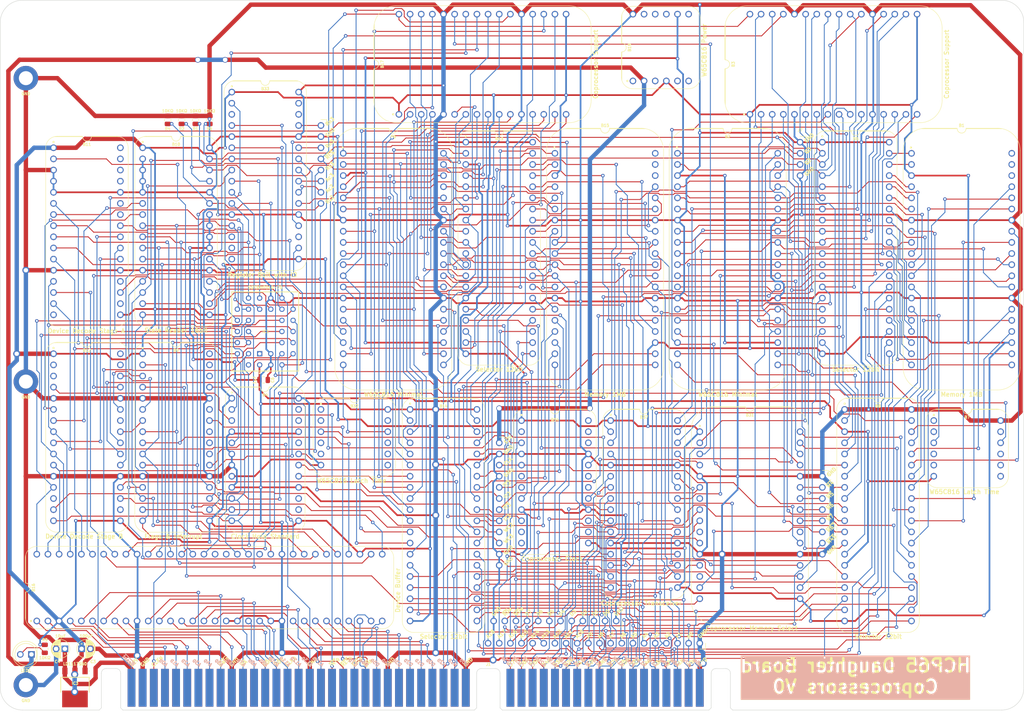
<source format=kicad_pcb>
(kicad_pcb (version 20241229) (generator "pcbnew") (generator_version "9.0")
  (title_block (title "Coprocessors") (date "2025-06-16") (rev "V0"))
  (layers (0 "F.Cu" signal) (2 "B.Cu" signal) (5 "F.SilkS" user "F.Silkscreen") (7 "B.SilkS" user "B.Silkscreen") (1 "F.Mask" user) (3 "B.Mask" user) (25 "Edge.Cuts" user))
  (net 0 "")
  (net 1 "/5V")
  (net 2 "GND")
  (net 3 "/3.3V")
  (net 4 "/W65C816V")
  (net 5 "/D7")
  (net 6 "/D6")
  (net 7 "/D5")
  (net 8 "/Bank Latch_{0}")
  (net 9 "/D4")
  (net 10 "/D3")
  (net 11 "/~{Device RAM}")
  (net 12 "HD2")
  (net 13 "/D2")
  (net 14 "/Write Clear 0")
  (net 15 "/D1")
  (net 16 "/D0")
  (net 17 "/~{Reset}")
  (net 18 "/Write Clear 1")
  (net 19 "/C~{Reset}0")
  (net 20 "/Write Clear 2")
  (net 21 "/Write Clear 3")
  (net 24 "/~{CA0_{Memory1}}")
  (net 25 "/~{INT0}")
  (net 26 "/CPHI2_{0}")
  (net 27 "/CAccess0")
  (net 28 "/~{CA0_{Memory0}}")
  (net 29 "HD1")
  (net 30 "/~{RD}")
  (net 31 "HD0")
  (net 32 "AM0")
  (net 33 "/~{WD}")
  (net 34 "/A14")
  (net 35 "/A13")
  (net 36 "/A12")
  (net 37 "/A11")
  (net 38 "/A10")
  (net 39 "AM5")
  (net 40 "/A9")
  (net 41 "/A4")
  (net 42 "/A3")
  (net 43 "/A2")
  (net 44 "/A1")
  (net 45 "/A0")
  (net 46 "/~{Device Select}")
  (net 49 "AM1")
  (net 50 "/~{Device Registers}")
  (net 51 "/~{Device ROM}")
  (net 52 "AM11")
  (net 53 "/Write Clear Interrupt")
  (net 54 "/Write Flags")
  (net 55 "AM10")
  (net 56 "/Read Flags")
  (net 58 "AM2")
  (net 59 "/A5")
  (net 60 "/A6")
  (net 61 "/A7")
  (net 62 "/A8")
  (net 64 "AM8")
  (net 65 "AM7")
  (net 66 "AM3")
  (net 67 "AM6")
  (net 68 "AM4")
  (net 69 "AM9")
  (net 70 "AM17")
  (net 72 "/INT0")
  (net 78 "~{Main WD}")
  (net 79 "AM13")
  (net 85 "AM15")
  (net 86 "/~{A4}")
  (net 87 "AM18")
  (net 92 "AM14")
  (net 93 "~{Main RD}")
  (net 94 "AM12")
  (net 95 "AM16")
  (net 96 "~{Device Enable}")
  (net 97 "~{Device Interrupt}")
  (net 98 "Main CLK")
  (net 99 "~{Reset Device}")
  (net 100 "~{Reset System}")
  (net 101 "AD10")
  (net 102 "AD11")
  (net 103 "AD14")
  (net 104 "AD13")
  (net 105 "DD0")
  (net 106 "DD5")
  (net 116 "AD12")
  (net 117 "AD4")
  (net 118 "DD2")
  (net 119 "DD1")
  (net 120 "DD4")
  (net 121 "AD8")
  (net 122 "AD9")
  (net 123 "AD2")
  (net 124 "DD7")
  (net 125 "AD1")
  (net 126 "AD6")
  (net 127 "D~{WD}")
  (net 128 "DD3")
  (net 129 "AD3")
  (net 130 "AD7")
  (net 131 "~{Select Device}")
  (net 132 "AD0")
  (net 133 "D~{RD}")
  (net 134 "DD6")
  (net 135 "AD5")
  (net 136 "12V")
  (net 137 "AM19")
  (net 138 "~{Memory A}")
  (net 139 "~{Memory B}")
  (net 140 "AM20")
  (net 141 "DM4")
  (net 142 "DM1")
  (net 143 "DM7")
  (net 146 "DM0")
  (net 147 "DM2")
  (net 148 "DM6")
  (net 149 "DM3")
  (net 150 "DM5")
  (net 151 "Device CLK")
  (net 152 "~{Device CLK}")
  (net 153 "~{Main Access}")
  (net 171 "Net-(LED1-A)")
  (net 174 "/CA0_{17}")
  (net 176 "/CA0_{16}")
  (net 178 "/CA0_{8}")
  (net 179 "/CA0_{2}")
  (net 180 "/CA0_{10}")
  (net 181 "/CA0_{14}")
  (net 184 "/CPHI2_{1}")
  (net 187 "/CA0_{11}")
  (net 188 "/CA0_{5}")
  (net 191 "/CAccess1")
  (net 193 "/C~{Reset}1")
  (net 194 "/CA0_{13}")
  (net 195 "/CA0_{0}")
  (net 196 "/CA0_{18}")
  (net 197 "/M~{Memory4}")
  (net 198 "/CA0_{6}")
  (net 199 "/M~{Memory3}")
  (net 200 "/CA0_{9}")
  (net 201 "/CA0_{15}")
  (net 202 "/CA0~{_{WD}}")
  (net 203 "/CA0_{7}")
  (net 204 "/CA0_{12}")
  (net 205 "/CA0_{3}")
  (net 206 "/M~{Memory2}")
  (net 207 "/M~{Memory7}")
  (net 208 "/CA0_{4}")
  (net 209 "/M~{Memory5}")
  (net 210 "/CA0_{19}")
  (net 211 "/CA0_{1}")
  (net 212 "/M~{Memory6}")
  (net 213 "/CA0~{_{RD}}")
  (net 214 "/40MHz")
  (net 215 "/Bank Latch_{1}")
  (net 216 "/M~{Memory1}")
  (net 220 "/Q0")
  (net 221 "/M~{Memory0}")
  (net 222 "/C~{Reset}2")
  (net 225 "AD15")
  (net 226 "AM23")
  (net 227 "AM21")
  (net 228 "~{Main}")
  (net 229 "AD16")
  (net 230 "AM22")
  (net 236 "/Q0_{1}")
  (net 237 "/Q0_{~{Memory0}}")
  (net 238 "/Q0D_{0}")
  (net 239 "/Q0_{14}")
  (net 240 "/Q0D_{5}")
  (net 241 "/Q0_{18}")
  (net 242 "/Q0D_{7}")
  (net 243 "/Q0_{2}")
  (net 244 "/Q0_{11}")
  (net 245 "/Q0D_{4}")
  (net 246 "/Q0D_{1}")
  (net 247 "/Q0_{17}")
  (net 248 "/Q0_{16}")
  (net 249 "/Q0_{15}")
  (net 250 "/Q0_{~{RD}}")
  (net 251 "/Q0_{6}")
  (net 252 "/Q0_{12}")
  (net 253 "/Q0_{7}")
  (net 254 "/Q0_{13}")
  (net 255 "/Q0_{9}")
  (net 256 "/Q0D_{6}")
  (net 257 "/Q0_{4}")
  (net 258 "/Q0_{0}")
  (net 259 "/Q0D_{3}")
  (net 260 "/Q0_{10}")
  (net 261 "/Q0_{8}")
  (net 262 "/Q0_{~{WD}}")
  (net 263 "/Q0_{3}")
  (net 264 "/Q0_{~{Memory1}}")
  (net 265 "/Q0D_{2}")
  (net 266 "/Q0_{5}")
  (net 267 "/Q1D_{1}")
  (net 268 "/CA1~{_{RD}}")
  (net 269 "/CA1_{15}")
  (net 270 "/CA1_{8}")
  (net 271 "/Q1D_{0}")
  (net 272 "/CA1_{1}")
  (net 273 "/CA1_{13}")
  (net 274 "/CA1_{3}")
  (net 275 "/CA1_{14}")
  (net 276 "/CA1_{5}")
  (net 277 "/CA1_{2}")
  (net 278 "/Q1D_{3}")
  (net 279 "/CA1_{10}")
  (net 280 "/CA1~{_{WD}}")
  (net 281 "/Q1D_{2}")
  (net 282 "/Q1D_{7}")
  (net 283 "/CA1_{9}")
  (net 284 "/Q1D_{5}")
  (net 285 "/CA1_{12}")
  (net 286 "/CA1_{6}")
  (net 287 "/Q1D_{4}")
  (net 288 "/Q1D_{6}")
  (net 289 "/CA1_{11}")
  (net 290 "/CA1_{0}")
  (net 291 "/CA1_{7}")
  (net 292 "/CA1_{17}")
  (net 293 "/CA1_{19}")
  (net 294 "/CA1_{4}")
  (net 295 "/CA1_{16}")
  (net 296 "/CA1_{18}")
  (net 297 "/~{INT}")
  (net 298 "/Read State Low")
  (net 299 "/~{INT2}")
  (net 300 "/Read State High")
  (net 301 "/~{INT3}")
  (net 302 "/~{INT1}")
  (net 303 "/C~{Reset}3")
  (net 304 "/~{CA1_{Memory1}}")
  (net 305 "/Q1_{~{WD}}")
  (net 306 "/Q1_{~{RD}}")
  (net 307 "/Q1_{18}")
  (net 308 "/Q1_{12}")
  (net 309 "/Q1_{16}")
  (net 310 "/Q1_{13}")
  (net 311 "/Q1_{14}")
  (net 312 "/Q1_{17}")
  (net 313 "/Q1_{~{Memory0}}")
  (net 314 "/Q1_{15}")
  (net 315 "/~{CA1_{Memory0}}")
  (net 316 "/Q1_{~{Memory1}}")
  (net 317 "/Q1_{8}")
  (net 318 "/Q1_{4}")
  (net 319 "/Q1_{2}")
  (net 320 "/Q1_{6}")
  (net 321 "/Q1_{0}")
  (net 322 "/Q1_{1}")
  (net 323 "/Q1_{7}")
  (net 324 "/Q1_{3}")
  (net 325 "/Q1_{5}")
  (net 326 "/Q1_{9}")
  (net 327 "/Q1_{11}")
  (net 328 "/Q1_{10}")
  (net 332 "/INT2")
  (net 333 "/INT3")
  (net 334 "/INT1")
  (net 335 "/Q1")
  (net 336 "/Q2")
  (net 337 "/Q3")
  (net 338 "/Read Register")
  (net 339 "/Write Register")
  (net 341 "/CAccess2")
  (net 342 "/M~{Memory4•5}")
  (net 346 "/M~{Memory6•7}")
  (net 347 "/M~{Memory0•1}")
  (net 348 "/M~{Memory2•3}")
  (net 357 "/CAccess3")
  (net 366 "/CRun2")
  (net 367 "/CRun0")
  (net 369 "/CRun3")
  (net 371 "/CRun1")
  (footprint "HCP65_Parts:HCP65_Device_Buffer" (layer "F.Cu") (at -21.59 -15.24 90)
    (property "Reference" "B16")
    (property "Value" "Device Buffer" (hide yes))
  )
  (footprint "HCP65_Parts:HCP65_Coprocessor_Support" (layer "F.Cu") (at 60.96 -130.81 90)
    (property "Reference" "B17")
    (property "Value" "Coprocessor Support" (hide yes))
  )
  (footprint "HCP65_Parts:HCP65_Clock_Hold_Standard" (layer "F.Cu") (at 22.86 -66.04)
    (property "Reference" "B4")
    (property "Value" "Clock Hold Standard" (hide yes))
  )
  (footprint "HCP65_Parts:HCP65_Register_8bit_with_IO" (layer "F.Cu") (at 22.86 -135.89)
    (property "Reference" "B33")
    (property "Value" "Register 8bit with IO" (hide yes))
  )
  (footprint "Connector_PinSocket_2.54mm:PinSocket_1x08_P2.54mm_Vertical" (layer "F.Cu") (at 157.48 -48.26)
    (property "Reference" "J3" (hide yes))
    (property "Value" "Conn_01x08_Socket")
  )
  (footprint "SamacSys_Parts:CP_Radial_D4.0mm_P2.00mm" (layer "F.Cu") (at -15.1892 -8.89 180)
    (property "Reference" "C4")
    (property "Value" "10μF")
  )
  (footprint "HCP65_Parts:HCP65_MountingHole_M3_" (layer "F.Cu") (at -24.0792 -0.635)
    (property "Reference" "H10" (hide yes))
    (property "Value" "MountingHole_Pad")
  )
  (footprint "HCP65_Parts:HCP65_W65C816_Minimal" (layer "F.Cu") (at 124.46 -121.92)
    (property "Reference" "B2")
    (property "Value" "W65C816 Minimal" (hide yes))
  )
  (footprint "SamacSys_Parts:LED_D5.0mm" (layer "F.Cu") (at -22.8092 -7.62 180)
    (property "Reference" "LED1")
    (property "Value" "Red")
  )
  (footprint "HCP65_Parts:HCP65_W65C816_Latch_Time" (layer "F.Cu") (at 182.88 -60.96)
    (property "Reference" "B7")
    (property "Value" "W65C816_Latch_Time" (hide yes))
  )
  (footprint "HCP65_Parts:HCP65_W65C816_Power" (layer "F.Cu") (at 114.3 -138.43 90)
    (property "Reference" "B19")
    (property "Value" "W65C816 Power" (hide yes))
  )
  (footprint "HCP65_Parts:HCP65_Selector_12bit" (layer "F.Cu") (at 63.5 -63.5)
    (property "Reference" "B14")
    (property "Value" "Selector 12bit" (hide yes))
  )
  (footprint "HCP65_Parts:HCP65_Flags_Interrupt" (layer "F.Cu") (at 2.54 -76.2)
    (property "Reference" "B9")
    (property "Value" "Flags & Interrupt" (hide yes))
  )
  (footprint "HCP65_Parts:HCP65_Selector_12bit" (layer "F.Cu") (at 162.56 -63.5)
    (property "Reference" "B8")
    (property "Value" "Selector 12bit" (hide yes))
  )
  (footprint "SamacSys_Parts:CP_Radial_D4.0mm_P2.00mm" (layer "F.Cu") (at -11.3792 -8.89)
    (property "Reference" "C3")
    (property "Value" "100μF")
  )
  (footprint "HCP65_Parts:HCP65_State_Reader" (layer "F.Cu") (at 2.54 -123.19)
    (property "Reference" "B10")
    (property "Value" "State Reader 16bit" (hide yes))
  )
  (footprint "HCP65_Parts:HCP65_Coprocessor_Support" (layer "F.Cu") (at 140.97 -130.81 90)
    (property "Reference" "B3")
    (property "Value" "Coprocessor Support" (hide yes))
  )
  (footprint "Connector_PinSocket_2.54mm:PinSocket_1x04_P2.54mm_Vertical" (layer "F.Cu") (at 152.4 -124.46)
    (property "Reference" "J7")
    (property "Value" "Conn_01x04_Socket")
  )
  (footprint "SamacSys_Parts:LD1117S33C" (layer "F.Cu") (at -12.8892 -0.635 180)
    (property "Reference" "IC3")
    (property "Value" "LD1117S50C" (hide yes))
  )
  (footprint "Connector_PinSocket_2.54mm:PinSocket_1x12_P2.54mm_Vertical" (layer "F.Cu") (at 83.82 -55.88)
    (property "Reference" "J5" (hide yes))
    (property "Value" "Conn_01x12_Socket")
  )
  (footprint "Connector_PinSocket_2.54mm:PinSocket_1x08_P2.54mm_Vertical" (layer "F.Cu") (at 43.18 -128.27)
    (property "Reference" "J2" (hide yes))
    (property "Value" "Conn_01x08_Socket")
  )
  (footprint "HCP65_Parts:HCP65_W65C816_Minimal" (layer "F.Cu") (at 48.26 -121.92)
    (property "Reference" "B6")
    (property "Value" "W65C816 Minimal" (hide yes))
  )
  (footprint "HCP65_Parts:HCP65_Coprocessor_Memory_Select" (layer "F.Cu") (at 129.54 -58.42)
    (property "Reference" "B31")
    (property "Value" "Coprocessor Memory Select" (hide yes))
  )
  (footprint "Connector_PinSocket_2.54mm:PinSocket_1x12_P2.54mm_Vertical" (layer "F.Cu") (at 110.49 -15.24 -90)
    (property "Reference" "J6" (hide yes))
    (property "Value" "Conn_01x12_Socket")
  )
  (footprint "HCP65_Parts:HCP65_Coprocessor_Transceiver" (layer "F.Cu") (at 109.22 -60.96)
    (property "Reference" "B37")
    (property "Value" "Coprocessor Transceiver" (hide yes))
  )
  (footprint "HCP65_Parts:HCP65_MountingHole_M3_" (layer "F.Cu") (at -24.0792 -69.85)
    (property "Reference" "H7" (hide yes))
    (property "Value" "MountingHole_Pad")
  )
  (footprint "SamacSys_Parts:5408803224008" (layer "F.Cu") (at 29.21 -76.2)
    (property "Reference" "IC1")
    (property "Value" "SST39VF010-70-4I-NHE" (hide yes))
  )
  (footprint "SamacSys_Parts:R_0805" (layer "F.Cu") (at 8.255 -129.54 180)
    (property "Reference" "R4")
    (property "Value" "10KΩ")
  )
  (footprint "HCP65_Parts:HCP65_Device_Decode_Stage_B" (layer "F.Cu") (at -17.78 -76.2)
    (property "Reference" "B12")
    (property "Value" "Device Decode Stage B" (hide yes))
  )
  (footprint "HCP65_Parts:HCP65_W65C816_Latch_Time" (layer "F.Cu") (at 43.18 -63.5)
    (property "Reference" "B32")
    (property "Value" "W65C816_Latch_Time" (hide yes))
  )
  (footprint "SamacSys_Parts:98pin Edge Connector" (layer "F.Cu") (at -7.366 5.08)
    (property "Reference" "J1")
    (property "Value" "395-098-520-350")
    (fp_line (start 0.5 -8.413) (end 0.5 -0.5) (stroke (width 0.1)) (layer "Edge.Cuts"))
    (fp_line (start 0.5 -0.5) (end 0 0) (stroke (width 0.1)) (layer "Edge.Cuts"))
    (fp_line (start 3.81 -9.479799) (end 1.577048 -9.479799) (stroke (width 0.1)) (layer "Edge.Cuts"))
    (fp_line (start 4.887048 -8.413) (end 4.887048 -0.5) (stroke (width 0.1)) (layer "Edge.Cuts"))
    (fp_line (start 4.887048 -0.5) (end 5.387048 0) (stroke (width 0.1)) (layer "Edge.Cuts"))
    (fp_line (start 85.540048 0) (end 5.387048 0) (stroke (width 0.1)) (layer "Edge.Cuts"))
    (fp_line (start 86.040048 -8.4) (end 86.040048 -0.5) (stroke (width 0.1)) (layer "Edge.Cuts"))
    (fp_line (start 86.040048 -0.5) (end 85.540048 0) (stroke (width 0.1)) (layer "Edge.Cuts"))
    (fp_line (start 87.117096 -9.466799) (end 90.297 -9.466799) (stroke (width 0.1)) (layer "Edge.Cuts"))
    (fp_line (start 91.374048 -8.4) (end 91.374048 -0.5) (stroke (width 0.1)) (layer "Edge.Cuts"))
    (fp_line (start 91.374048 -0.5) (end 91.874048 0) (stroke (width 0.1)) (layer "Edge.Cuts"))
    (fp_line (start 138.999048 0) (end 91.874048 0) (stroke (width 0.1)) (layer "Edge.Cuts"))
    (fp_line (start 139.499048 -8.4) (end 139.499048 -0.5) (stroke (width 0.1)) (layer "Edge.Cuts"))
    (fp_line (start 139.499048 -0.5) (end 138.999048 0) (stroke (width 0.1)) (layer "Edge.Cuts"))
    (fp_line (start 140.576096 -9.466799) (end 142.809048 -9.466799) (stroke (width 0.1)) (layer "Edge.Cuts"))
    (fp_line (start 143.886096 -8.4) (end 143.886096 -0.5) (stroke (width 0.1)) (layer "Edge.Cuts"))
    (fp_line (start 143.886096 -0.5) (end 144.386096 0) (stroke (width 0.1)) (layer "Edge.Cuts"))
    (fp_arc (start 0.5 -8.413) (mid 0.817585 -9.169461) (end 1.577048 -9.479799) (stroke (width 0.1)) (layer "Edge.Cuts"))
    (fp_arc (start 3.81 -9.479799) (mid 4.569467 -9.169465) (end 4.887048 -8.413) (stroke (width 0.1)) (layer "Edge.Cuts"))
    (fp_arc (start 86.040048 -8.4) (mid 86.357631 -9.156464) (end 87.117096 -9.466799) (stroke (width 0.1)) (layer "Edge.Cuts"))
    (fp_arc (start 90.297 -9.466799) (mid 91.056465 -9.156464) (end 91.374048 -8.4) (stroke (width 0.1)) (layer "Edge.Cuts"))
    (fp_arc (start 139.499048 -8.4) (mid 139.816631 -9.156464) (end 140.576096 -9.466799) (stroke (width 0.1)) (layer "Edge.Cuts"))
    (fp_arc (start 142.809048 -9.466799) (mid 143.568513 -9.156464) (end 143.886096 -8.4) (stroke (width 0.1)) (layer "Edge.Cuts"))
  )
  (footprint "SamacSys_Parts:R_0805" (layer "F.Cu") (at 14.595 -129.54 180)
    (property "Reference" "R1")
    (property "Value" "10KΩ")
  )
  (footprint "HCP65_Parts:HCP65_Device_Decode_Stage_A" (layer "F.Cu") (at -17.78 -123.19)
    (property "Reference" "B11")
    (property "Value" "Device Decode Stage A" (hide yes))
  )
  (footprint "Connector_PinSocket_2.54mm:PinSocket_1x20_P2.54mm_Vertical" (layer "F.Cu") (at 129.54 -10.16 -90)
    (property "Reference" "J4" (hide yes))
    (property "Value" "Conn_01x20_Socket")
  )
  (footprint "HCP65_Parts:HCP65_MountingHole_M3_" (layer "F.Cu") (at -24.0792 -139.065)
    (property "Reference" "H1" (hide yes))
    (property "Value" "MountingHole_Pad")
  )
  (footprint "HCP65_Parts:HCP65_Coprocessor_Clock" (layer "F.Cu") (at 88.9 -60.96)
    (property "Reference" "B34")
    (property "Value" "Coprocessor Clock" (hide yes))
  )
  (footprint "SamacSys_Parts:R_0805" (layer "F.Cu") (at 17.78 -129.54 180)
    (property "Reference" "R5")
    (property "Value" "10KΩ")
  )
  (footprint "SamacSys_Parts:R_0805" (layer "F.Cu") (at -19.7612 -8.89)
    (property "Reference" "R3")
    (property "Value" "10KΩ")
  )
  (footprint "HCP65_Parts:HCP65_Selector_12bit" (layer "F.Cu") (at 157.48 -124.46)
    (property "Reference" "B5")
    (property "Value" "Selector 12bit" (hide yes))
  )
  (footprint "SamacSys_Parts:C_0805" (layer "F.Cu") (at 30.099 -70.231 -90)
    (property "Reference" "C6")
    (property "Value" "1μF")
  )
  (footprint "HCP65_Parts:HCP65_Memory_1MB" (layer "F.Cu") (at 96.52 -121.92)
    (property "Reference" "B15")
    (property "Value" "Memory 1MB" (hide yes))
  )
  (footprint "HCP65_Parts:HCP65_Selector_12bit" (layer "F.Cu") (at 76.2 -124.46)
    (property "Reference" "B13")
    (property "Value" "Selector 12bit" (hide yes))
  )
  (footprint "SamacSys_Parts:R_0805" (layer "F.Cu") (at 11.42 -129.54 180)
    (property "Reference" "R2")
    (property "Value" "10KΩ")
  )
  (footprint "HCP65_Parts:HCP65_Memory_1MB" (layer "F.Cu") (at 177.8 -121.92)
    (property "Reference" "B1")
    (property "Value" "Memory 1MB" (hide yes))
  )
  (gr_arc (start 203.417898 0.000001) (mid 201.93 3.592103) (end 198.337898 5.080001) (stroke (width 0.1)) (layer "Edge.Cuts"))
  (gr_line (start -29.9212 0) (end -29.9292 -151.765) (stroke (width 0.1)) (layer "Edge.Cuts"))
  (gr_line (start 198.337898 5.08) (end 137.020096 5.08) (stroke (width 0.1)) (layer "Edge.Cuts"))
  (gr_line (start 198.3299 -156.845) (end -24.8492 -156.845) (stroke (width 0.1)) (layer "Edge.Cuts"))
  (gr_arc (start -29.9292 -151.765) (mid -28.441302 -155.357102) (end -24.8492 -156.845) (stroke (width 0.1)) (layer "Edge.Cuts"))
  (gr_arc (start -24.8412 5.08) (mid -28.433302 3.592102) (end -29.9212 0) (stroke (width 0.1)) (layer "Edge.Cuts"))
  (gr_line (start 203.409219 0.000001) (end 203.409219 -151.765) (stroke (width 0.1)) (layer "Edge.Cuts"))
  (gr_line (start -7.366 5.08) (end -24.8412 5.080001) (stroke (width 0.1)) (layer "Edge.Cuts"))
  (gr_arc (start 198.329897 -156.845) (mid 201.921999 -155.357102) (end 203.409897 -151.765) (stroke (width 0.1)) (layer "Edge.Cuts"))
  (gr_text "A0_{M}" (at 127.0508 -4.572 45) (layer "F.SilkS") (effects (font (size 0.8 0.8) (thickness 0.2) (bold yes)) (justify left bottom)))
  (gr_text "GND" (at 40.5638 -4.572 45) (layer "F.SilkS") (effects (font (size 0.8 0.8) (thickness 0.2) (bold yes)) (justify left bottom)))
  (gr_text "A15" (at 88.9 -11.049 45) (layer "F.SilkS") (effects (font (size 0.8 0.8) (thickness 0.2) (bold yes)) (justify left bottom)))
  (gr_text "GND" (at 22.7838 -4.572 45) (layer "F.SilkS") (effects (font (size 0.8 0.8) (thickness 0.2) (bold yes)) (justify left bottom)))
  (gr_text "CLK_{M}" (at 5.0038 -4.572 45) (layer "F.SilkS") (effects (font (size 0.8 0.8) (thickness 0.2) (bold yes)) (justify left bottom)))
  (gr_text "D0" (at 107.95 -16.129 45) (layer "F.SilkS") (effects (font (size 0.8 0.8) (thickness 0.2) (bold yes)) (justify left bottom)))
  (gr_text "Q2" (at 153.543 -119.38 45) (layer "F.SilkS") (effects (font (size 0.8 0.8) (thickness 0.2) (bold yes)) (justify left)))
  (gr_text "D3" (at 100.33 -16.129 45) (layer "F.SilkS") (effects (font (size 0.8 0.8) (thickness 0.2) (bold yes)) (justify left bottom)))
  (gr_text "IT3" (at 84.963 -38.1 45) (layer "F.SilkS") (effects (font (size 0.8 0.8) (thickness 0.2) (bold yes)) (justify left)))
  (gr_text "A7" (at 109.22 -11.049 45) (layer "F.SilkS") (effects (font (size 0.8 0.8) (thickness 0.2) (bold yes)) (justify left bottom)))
  (gr_text "A1_{M}" (at 124.3838 -4.572 45) (layer "F.SilkS") (effects (font (size 0.8 0.8) (thickness 0.2) (bold yes)) (justify left bottom)))
  (gr_text "A0" (at 127 -11.049 45) (layer "F.SilkS") (effects (font (size 0.8 0.8) (thickness 0.2) (bold yes)) (justify left bottom)))
  (gr_text "D2_{M}" (at 99.1108 -4.572 45) (layer "F.SilkS") (effects (font (size 0.8 0.8) (thickness 0.2) (bold yes)) (justify left bottom)))
  (gr_text "GND" (at 153.543 -116.84 45) (layer "F.SilkS") (effects (font (size 0.8 0.8) (thickness 0.2) (bold yes)) (justify left)))
  (gr_text "D5" (at 95.25 -16.129 45) (layer "F.SilkS") (effects (font (size 0.8 0.8) (thickness 0.2) (bold yes)) (justify left bottom)))
  (gr_text "12V" (at 0.0508 -4.572 45) (layer "F.SilkS") (effects (font (size 0.8 0.8) (thickness 0.2) (bold yes)) (justify left bottom)))
  (gr_text "CLK" (at 84.963 -50.8 45) (layer "F.SilkS") (effects (font (size 0.8 0.8) (thickness 0.2) (bold yes)) (justify left)))
  (gr_text "A18" (at 81.28 -11.049 45) (layer "F.SilkS") (effects (font (size 0.8 0.8) (thickness 0.2) (bold yes)) (justify left bottom)))
  (gr_text "A12" (at 96.52 -11.049 45) (layer "F.SilkS") (effects (font (size 0.8 0.8) (thickness 0.2) (bold yes)) (justify left bottom)))
  (gr_text "~{RD}_{M}" (at 114.3508 -4.572 45) (layer "F.SilkS") (effects (font (size 0.8 0.8) (thickness 0.2) (bold yes)) (justify left bottom)))
  (gr_text "~{M6}" (at 158.623 -40.64 45) (layer "F.SilkS") (effects (font (size 0.8 0.8) (thickness 0.2) (bold yes)) (justify left)))
  (gr_text "D2" (at 102.87 -16.129 45) (layer "F.SilkS") (effects (font (size 0.8 0.8) (thickness 0.2) (bold yes)) (justify left bottom)))
  (gr_text "~{WD}_{M}" (at 111.8108 -4.572 45) (layer "F.SilkS") (effects (font (size 0.8 0.8) (thickness 0.2) (bold yes)) (justify left bottom)))
  (gr_text "~{RES}" (at 44.323 -120.65 45) (layer "F.SilkS") (effects (font (size 0.8 0.8) (thickness 0.2) (bold yes)) (justify left)))
  (gr_text "D1_{M}" (at 101.6508 -4.572 45) (layer "F.SilkS") (effects (font (size 0.8 0.8) (thickness 0.2) (bold yes)) (justify left bottom)))
  (gr_text "D7_{M}" (at 86.4108 -4.572 45) (layer "F.SilkS") (effects (font (size 0.8 0.8) (thickness 0.2) (bold yes)) (justify left bottom)))
  (gr_text "GND" (at 84.963 -27.94 45) (layer "F.SilkS") (effects (font (size 0.8 0.8) (thickness 0.2) (bold yes)) (justify left)))
  (gr_text "~{WD}_{D}" (at 32.9438 -4.572 45) (layer "F.SilkS") (effects (font (size 0.8 0.8) (thickness 0.2) (bold yes)) (justify left bottom)))
  (gr_text "D3_{M}" (at 96.5708 -4.572 45) (layer "F.SilkS") (effects (font (size 0.8 0.8) (thickness 0.2) (bold yes)) (justify left bottom)))
  (gr_text "Rs3" (at 44.323 -118.11 45) (layer "F.SilkS") (effects (font (size 0.8 0.8) (thickness 0.2) (bold yes)) (justify left)))
  (gr_text "CLK_{D}" (at 35.4838 -4.572 45) (layer "F.SilkS") (effects (font (size 0.8 0.8) (thickness 0.2) (bold yes)) (justify left bottom)))
  (gr_text "~{WD}_{M}" (at 87.63 -16.129 45) (layer "F.SilkS") (effects (font (size 0.8 0.8) (thickness 0.2) (bold yes)) (justify left bottom)))
  (gr_text "A13" (at 93.853 -11.049 45) (layer "F.SilkS") (effects (font (size 0.8 0.8) (thickness 0.2) (bold yes)) (justify left bottom)))
  (gr_text "D4" (at 97.79 -16.129 45) (layer "F.SilkS") (effects (font (size 0.8 0.8) (thickness 0.2) (bold yes)) (justify left bottom)))
  (gr_text "A2" (at 121.92 -11.049 45) (layer "F.SilkS") (effects (font (size 0.8 0.8) (thickness 0.2) (bold yes)) (justify left bottom)))
  (gr_text "~{M5}" (at 158.623 -43.18 45) (layer "F.SilkS") (effects (font (size 0.8 0.8) (thickness 0.2) (bold yes)) (justify left)))
  (gr_text "D0_{M}" (at 104.1908 -4.572 45) (layer "F.SilkS") (effects (font (size 0.8 0.8) (thickness 0.2) (bold yes)) (justify left bottom)))
  (gr_text "~{M45}" (at 158.623 -32.893 45) (layer "F.SilkS") (effects (font (size 0.8 0.8) (thickness 0.2) (bold yes)) (justify left)))
  (gr_text "A8" (at 106.68 -11.049 45) (layer "F.SilkS") (effects (font (size 0.8 0.8) (thickness 0.2) (bold yes)) (justify left bottom)))
  (gr_text "GND" (at 84.963 -48.133 45) (layer "F.SilkS") (effects (font (size 0.8 0.8) (thickness 0.2) (bold yes)) (justify left)))
  (gr_text "A17" (at 83.82 -11.049 45) (layer "F.SilkS") (effects (font (size 0.8 0.8) (thickness 0.2) (bold yes)) (justify left bottom)))
  (gr_text "D6" (at 92.71 -16.129 45) (layer "F.SilkS") (effects (font (size 0.8 0.8) (thickness 0.2) (bold yes)) (justify left bottom)))
  (gr_text "~{SEL}_{D}" (at 50.7238 -4.572 45) (layer "F.SilkS") (effects (font (size 0.8 0.8) (thickness 0.2) (bold yes)) (justify left bottom)))
  (gr_text "A3" (at 119.38 -11.049 45) (layer "F.SilkS") (effects (font (size 0.8 0.8) (thickness 0.2) (bold yes)) (justify left bottom)))
  (gr_text "Rn3" (at 44.323 -128.27 45) (layer "F.SilkS") (effects (font (size 0.8 0.8) (thickness 0.2) (bold yes)) (justify left)))
  (gr_text "D1" (at 105.41 -16.129 45) (layer "F.SilkS") (effects (font (size 0.8 0.8) (thickness 0.2) (bold yes)) (justify left bottom)))
  (gr_text "GND" (at 2.4638 -4.572 45) (layer "F.SilkS") (effects (font (size 0.8 0.8) (thickness 0.2) (bold yes)) (justify left bottom)))
  (gr_text "D6_{M}" (at 88.9508 -4.572 45) (layer "F.SilkS") (effects (font (size 0.8 0.8) (thickness 0.2) (bold yes)) (justify left bottom)))
  (gr_text "A3_{M}" (at 119.4308 -4.572 45) (layer "F.SilkS") (effects (font (size 0.8 0.8) (thickness 0.2) (bold yes)) (justify left bottom)))
  (gr_text "~{RD}_{M}" (at 85.09 -16.129 45) (layer "F.SilkS") (effects (font (size 0.8 0.8) (thickness 0.2) (bold yes)) (justify left bottom)))
  (gr_text "IT2" (at 84.963 -43.18 45) (layer "F.SilkS") (effects (font (size 0.8 0.8) (thickness 0.2) (bold yes)) (justify left)))
  (gr_text "A10" (at 101.6 -11.049 45) (layer "F.SilkS") (effects (font (size 0.8 0.8) (thickness 0.2) (bold yes)) (justify left bottom)))
  (gr_text "A6" (at 111.76 -11.049 45) (layer "F.SilkS") (effects (font (size 0.8 0.8) (thickness 0.2) (bold yes)) (justify left bottom)))
  (gr_text "A4" (at 116.84 -11.049 45) (layer "F.SilkS") (effects (font (size 0.8 0.8) (thickness 0.2) (bold yes)) (justify left bottom)))
  (gr_text "A16" (at 86.36 -11.049 45) (layer "F.SilkS") (effects (font (size 0.8 0.8) (thickness 0.2) (bold yes)) (justify left bottom)))
  (gr_text "GND" (at 129.5908 -4.572 45) (layer "F.SilkS") (effects (font (size 0.8 0.8) (thickness 0.2) (bold yes)) (justify left bottom)))
  (gr_text "WC2" (at 84.963 -35.56 45) (layer "F.SilkS") (effects (font (size 0.8 0.8) (thickness 0.2) (bold yes)) (justify left)))
  (gr_text "Ac3" (at 44.323 -115.57 45) (layer "F.SilkS") (effects (font (size 0.8 0.8) (thickness 0.2) (bold yes)) (justify left)))
  (gr_text "~{INT}_{D}" (at 45.6438 -4.572 45) (layer "F.SilkS") (effects (font (size 0.8 0.8) (thickness 0.2) (bold yes)) (justify left bottom)))
  (gr_text "HCP65 Daughter Board\nCoprocessors V0" (at 165.0238 -2.667 0) (layer "F.SilkS" knockout) (effects (font (size 3 3) (thickness 0.6) (bold yes))))
  (gr_text "~{EN}_{D}" (at 53.3908 -4.445 45) (layer "F.SilkS") (effects (font (size 0.8 0.8) (thickness 0.2) (bold yes)) (justify left bottom)))
  (gr_text "~{M67}" (at 158.623 -35.56 45) (layer "F.SilkS") (effects (font (size 0.8 0.8) (thickness 0.2) (bold yes)) (justify left)))
  (gr_text "~{Main}" (at 20.2438 -4.572 45) (layer "F.SilkS") (effects (font (size 0.8 0.8) (thickness 0.2) (bold yes)) (justify left bottom)))
  (gr_text "GND" (at 84.963 -53.34 45) (layer "F.SilkS") (effects (font (size 0.8 0.8) (thickness 0.2) (bold yes)) (justify left)))
  (gr_text "~{RES}_{D}" (at 48.1838 -4.572 45) (layer "F.SilkS") (effects (font (size 0.8 0.8) (thickness 0.2) (bold yes)) (justify left bottom)))
  (gr_text "GND" (at 44.323 -125.73 45) (layer "F.SilkS") (effects (font (size 0.8 0.8) (thickness 0.2) (bold yes)) (justify left)))
  (gr_text "Q3" (at 153.543 -121.92 45) (layer "F.SilkS") (effects (font (size 0.8 0.8) (thickness 0.2) (bold yes)) (justify left)))
  (gr_text "Rn3" (at 44.323 -123.19 45) (layer "F.SilkS") (effects (font (size 0.8 0.8) (thickness 0.2) (bold yes)) (justify left)))
  (gr_text "GND" (at 106.7308 -4.572 45) (layer "F.SilkS") (effects (font (size 0.8 0.8) (thickness 0.2) (bold yes)) (justify left bottom)))
  (gr_text "GND" (at 84.963 -30.48 45) (layer "F.SilkS") (effects (font (size 0.8 0.8) (thickness 0.2) (bold yes)) (justify left)))
  (gr_text "D5_{M}" (at 91.3638 -4.572 45) (layer "F.SilkS") (effects (font (size 0.8 0.8) (thickness 0.2) (bold yes)) (justify left bottom)))
  (gr_text "GND" (at 153.543 -124.46 45) (layer "F.SilkS") (effects (font (size 0.8 0.8) (thickness 0.2) (bold yes)) (justify left)))
  (gr_text "GND" (at 82.55 -16.129 45) (layer "F.SilkS") (effects (font (size 0.8 0.8) (thickness 0.2) (bold yes)) (justify left bottom)))
  (gr_text "GND" (at 158.623 -30.48 45) (layer "F.SilkS") (effects (font (size 0.8 0.8) (thickness 0.2) (bold yes)) (justify left)))
  (gr_text "~{IT3}" (at 84.963 -40.64 45) (layer "F.SilkS") (effects (font (size 0.8 0.8) (thickness 0.2) (bold yes)) (justify left)))
  (gr_text "Ac2" (at 44.323 -113.03 45) (layer "F.SilkS") (effects (font (size 0.8 0.8) (thickness 0.2) (bold yes)) (justify left)))
  (gr_text "Rs2" (at 44.323 -110.49 45) (layer "F.SilkS") (effects (font (size 0.8 0.8) (thickness 0.2) (bold yes)) (justify left)))
  (gr_text "A11" (at 99.06 -11.049 45) (layer "F.SilkS") (effects (font (size 0.8 0.8) (thickness 0.2) (bold yes)) (justify left bottom)))
  (gr_text "~{M4}" (at 158.623 -45.72 45) (layer "F.SilkS") (effects (font (size 0.8 0.8) (thickness 0.2) (bold yes)) (justify left)))
  (gr_text "A9" (at 104.14 -11.049 45) (layer "F.SilkS") (effects (font (size 0.8 0.8) (thickness 0.2) (bold yes)) (justify left bottom)))
  (gr_text "~{IT2}" (at 84.963 -45.72 45) (layer "F.SilkS") (effects (font (size 0.8 0.8) (thickness 0.2) (bold yes)) (justify left)))
  (gr_text "D7" (at 90.17 -16.129 45) (layer "F.SilkS") (effects (font (size 0.8 0.8) (thickness 0.2) (bold yes)) (justify left bottom)))
  (gr_text "A2_{M}" (at 121.9708 -4.572 45) (layer "F.SilkS") (effects (font (size 0.8 0.8) (thickness 0.2) (bold yes)) (justify left bottom)))
  (gr_text "D4_{M}" (at 94.0308 -4.572 45) (layer "F.SilkS") (effects (font (size 0.8 0.8) (thickness 0.2) (bold yes)) (justify left bottom)))
  (gr_text "D7_{M}" (at 109.2708 -4.572 45) (layer "F.SilkS") (effects (font (size 0.8 0.8) (thickness 0.2) (bold yes)) (justify left bottom)))
  (gr_text "~{MA}" (at 25.3238 -4.572 45) (layer "F.SilkS") (effects (font (size 0.8 0.8) (thickness 0.2) (bold yes)) (justify left bottom)))
  (gr_text "WC3" (at 84.963 -33.02 45) (layer "F.SilkS") (effects (font (size 0.8 0.8) (thickness 0.2) (bold yes)) (justify left)))
  (gr_text "A14" (at 91.44 -11.049 45) (layer "F.SilkS") (effects (font (size 0.8 0.8) (thickness 0.2) (bold yes)) (justify left bottom)))
  (gr_text "A1" (at 124.46 -11.049 45) (layer "F.SilkS") (effects (font (size 0.8 0.8) (thickness 0.2) (bold yes)) (justify left bottom)))
  (gr_text "A4_{M}" (at 116.8908 -4.572 45) (layer "F.SilkS") (effects (font (size 0.8 0.8) (thickness 0.2) (bold yes)) (justify left bottom)))
  (gr_text "GND" (at 129.54 -11.049 45) (layer "F.SilkS") (effects (font (size 0.8 0.8) (thickness 0.2) (bold yes)) (justify left bottom)))
  (gr_text "GND" (at 76.1238 -4.572 45) (layer "F.SilkS") (effects (font (size 0.8 0.8) (thickness 0.2) (bold yes)) (justify left bottom)))
  (gr_text "A5" (at 114.3 -11.049 45) (layer "F.SilkS") (effects (font (size 0.8 0.8) (thickness 0.2) (bold yes)) (justify left bottom)))
  (gr_text "~{RD}_{D}" (at 30.4038 -4.572 45) (layer "F.SilkS") (effects (font (size 0.8 0.8) (thickness 0.2) (bold yes)) (justify left bottom)))
  (gr_text "GND" (at 110.49 -16.129 45) (layer "F.SilkS") (effects (font (size 0.8 0.8) (thickness 0.2) (bold yes)) (justify left bottom)))
  (gr_text "~{M7}" (at 158.623 -38.1 45) (layer "F.SilkS") (effects (font (size 0.8 0.8) (thickness 0.2) (bold yes)) (justify left)))
  (gr_text "GND" (at 158.623 -48.26 45) (layer "F.SilkS") (effects (font (size 0.8 0.8) (thickness 0.2) (bold yes)) (justify left)))
  (gr_text "12V" (at 84.963 -55.753 45) (layer "F.SilkS") (effects (font (size 0.8 0.8) (thickness 0.2) (bold yes)) (justify left)))
  (gr_text "GND" (at 58.3438 -4.572 45) (layer "F.SilkS") (effects (font (size 0.8 0.8) (thickness 0.2) (bold yes)) (justify left bottom)))
  (gr_text "A7_{M}" (at 127.0508 -4.572 315) (layer "B.SilkS") (effects (font (size 0.8 0.8) (thickness 0.2) (bold yes)) (justify left bottom mirror)))
  (gr_text "A12_{D}" (at 38.2778 -4.572 315) (layer "B.SilkS") (effects (font (size 0.8 0.8) (thickness 0.2) (bold yes)) (justify left bottom mirror)))
  (gr_text "D4_{D}" (at 58.5978 -4.572 315) (layer "B.SilkS") (effects (font (size 0.8 0.8) (thickness 0.2) (bold yes)) (justify left bottom mirror)))
  (gr_text "A7_{D}" (at 25.5778 -4.572 315) (layer "B.SilkS") (effects (font (size 0.8 0.8) (thickness 0.2) (bold yes)) (justify left bottom mirror)))
  (gr_text "A10_{D}" (at 33.1978 -4.572 315) (layer "B.SilkS") (effects (font (size 0.8 0.8) (thickness 0.2) (bold yes)) (justify left bottom mirror)))
  (gr_text "D2_{D}" (at 63.6778 -4.572 315) (layer "B.SilkS") (effects (font (size 0.8 0.8) (thickness 0.2) (bold yes)) (justify left bottom mirror)))
  (gr_text "A6_{D}" (at 23.0378 -4.572 315) (layer "B.SilkS") (effects (font (size 0.8 0.8) (thickness 0.2) (bold yes)) (justify left bottom mirror)))
  (gr_text "D0_{D}" (at 68.7578 -4.572 315) (layer "B.SilkS") (effects (font (size 0.8 0.8) (thickness 0.2) (bold yes)) (justify left bottom mirror)))
  (gr_text "A10_{M}" (at 119.4308 -4.572 315) (layer "B.SilkS") (effects (font (size 0.8 0.8) (thickness 0.2) (bold yes)) (justify left bottom mirror)))
  (gr_text "D1_{D}" (at 66.2178 -4.572 315) (layer "B.SilkS") (effects (font (size 0.8 0.8) (thickness 0.2) (bold yes)) (justify left bottom mirror)))
  (gr_text "A0_{D}" (at 7.7978 -4.572 315) (layer "B.SilkS") (effects (font (size 0.8 0.8) (thickness 0.2) (bold yes)) (justify left bottom mirror)))
  (gr_text "A11_{M}" (at 116.8908 -4.572 315) (layer "B.SilkS") (effects (font (size 0.8 0.8) (thickness 0.2) (bold yes)) (justify left bottom mirror)))
  (gr_text "A4_{D}" (at 17.9578 -4.572 315) (layer "B.SilkS") (effects (font (size 0.8 0.8) (thickness 0.2) (bold yes)) (justify left bottom mirror)))
  (gr_text "A1_{D}" (at 10.3378 -4.572 315) (layer "B.SilkS") (effects (font (size 0.8 0.8) (thickness 0.2) (bold yes)) (justify left bottom mirror)))
  (gr_text "A17_{M}" (at 101.6508 -4.572 315) (layer "B.SilkS") (effects (font (size 0.8 0.8) (thickness 0.2) (bold yes)) (justify left bottom mirror)))
  (gr_text "A8_{M}" (at 124.3838 -4.572 315) (layer "B.SilkS") (effects (font (size 0.8 0.8) (thickness 0.2) (bold yes)) (justify left bottom mirror)))
  (gr_text "A16_{M}" (at 104.1908 -4.572 315) (layer "B.SilkS") (effects (font (size 0.8 0.8) (thickness 0.2) (bold yes)) (justify left bottom mirror)))
  (gr_text "D6_{D}" (at 53.5178 -4.572 315) (layer "B.SilkS") (effects (font (size 0.8 0.8) (thickness 0.2) (bold yes)) (justify left bottom mirror)))
  (gr_text "A22_{M}" (at 88.9508 -4.572 315) (layer "B.SilkS") (effects (font (size 0.8 0.8) (thickness 0.2) (bold yes)) (justify left bottom mirror)))
  (gr_text "A23_{M}" (at 86.4108 -4.572 315) (layer "B.SilkS") (effects (font (size 0.8 0.8) (thickness 0.2) (bold yes)) (justify left bottom mirror)))
  (gr_text "A3_{D}" (at 15.4178 -4.572 315) (layer "B.SilkS") (effects (font (size 0.8 0.8) (thickness 0.2) (bold yes)) (justify left bottom mirror)))
  (gr_text "A13_{M}" (at 111.8108 -4.572 315) (layer "B.SilkS") (effects (font (size 0.8 0.8) (thickness 0.2) (bold yes)) (justify left bottom mirror)))
  (gr_text "A12_{M}" (at 114.3508 -4.572 315) (layer "B.SilkS") (effects (font (size 0.8 0.8) (thickness 0.2) (bold yes)) (justify left bottom mirror)))
  (gr_text "HCP65 Daughter Board\nCoprocessors V0" (at 165.0238 -2.667 0) (layer "B.SilkS" knockout) (effects (font (size 3 3) (thickness 0.6) (bold yes)) (justify mirror)))
  (gr_text "A6_{M}" (at 129.5908 -4.572 315) (layer "B.SilkS") (effects (font (size 0.8 0.8) (thickness 0.2) (bold yes)) (justify left bottom mirror)))
  (gr_text "A21_{M}" (at 91.3638 -4.572 315) (layer "B.SilkS") (effects (font (size 0.8 0.8) (thickness 0.2) (bold yes)) (justify left bottom mirror)))
  (gr_text "H0_{D}" (at 76.3778 -4.572 315) (layer "B.SilkS") (effects (font (size 0.8 0.8) (thickness 0.2) (bold yes)) (justify left bottom mirror)))
  (gr_text "A9_{D}" (at 30.6578 -4.572 315) (layer "B.SilkS") (effects (font (size 0.8 0.8) (thickness 0.2) (bold yes)) (justify left bottom mirror)))
  (gr_text "D5_{D}" (at 56.0578 -4.572 315) (layer "B.SilkS") (effects (font (size 0.8 0.8) (thickness 0.2) (bold yes)) (justify left bottom mirror)))
  (gr_text "A2_{D}" (at 12.8778 -4.572 315) (layer "B.SilkS") (effects (font (size 0.8 0.8) (thickness 0.2) (bold yes)) (justify left bottom mirror)))
  (gr_text "~{Reset}" (at 0.1778 -4.572 -45) (layer "B.SilkS") (effects (font (size 0.8 0.8) (thickness 0.2) (bold yes)) (justify left bottom mirror)))
  (gr_text "H1_{D}" (at 73.8378 -4.572 315) (layer "B.SilkS") (effects (font (size 0.8 0.8) (thickness 0.2) (bold yes)) (justify left bottom mirror)))
  (gr_text "D3_{D}" (at 61.1378 -4.572 315) (layer "B.SilkS") (effects (font (size 0.8 0.8) (thickness 0.2) (bold yes)) (justify left bottom mirror)))
  (gr_text "A5_{D}" (at 20.4978 -4.572 315) (layer "B.SilkS") (effects (font (size 0.8 0.8) (thickness 0.2) (bold yes)) (justify left bottom mirror)))
  (gr_text "A14_{D}" (at 43.3578 -4.572 315) (layer "B.SilkS") (effects (font (size 0.8 0.8) (thickness 0.2) (bold yes)) (justify left bottom mirror)))
  (gr_text "A18_{M}" (at 99.1108 -4.572 315) (layer "B.SilkS") (effects (font (size 0.8 0.8) (thickness 0.2) (bold yes)) (justify left bottom mirror)))
  (gr_text "A11_{D}" (at 35.7378 -4.572 315) (layer "B.SilkS") (effects (font (size 0.8 0.8) (thickness 0.2) (bold yes)) (justify left bottom mirror)))
  (gr_text "A19_{M}" (at 96.5708 -4.572 315) (layer "B.SilkS") (effects (font (size 0.8 0.8) (thickness 0.2) (bold yes)) (justify left bottom mirror)))
  (gr_text "A15_{M}" (at 106.7308 -4.572 315) (layer "B.SilkS") (effects (font (size 0.8 0.8) (thickness 0.2) (bold yes)) (justify left bottom mirror)))
  (gr_text "A13_{D}" (at 40.8178 -4.572 315) (layer "B.SilkS") (effects (font (size 0.8 0.8) (thickness 0.2) (bold yes)) (justify left bottom mirror)))
  (gr_text "H2_{D}" (at 71.2978 -4.572 315) (layer "B.SilkS") (effects (font (size 0.8 0.8) (thickness 0.2) (bold yes)) (justify left bottom mirror)))
  (gr_text "A9_{M}" (at 121.9708 -4.572 315) (layer "B.SilkS") (effects (font (size 0.8 0.8) (thickness 0.2) (bold yes)) (justify left bottom mirror)))
  (gr_text "A20_{M}" (at 94.0308 -4.572 315) (layer "B.SilkS") (effects (font (size 0.8 0.8) (thickness 0.2) (bold yes)) (justify left bottom mirror)))
  (gr_text "A8_{D}" (at 28.1178 -4.572 315) (layer "B.SilkS") (effects (font (size 0.8 0.8) (thickness 0.2) (bold yes)) (justify left bottom mirror)))
  (gr_text "A14_{M}" (at 109.2708 -4.572 315) (layer "B.SilkS") (effects (font (size 0.8 0.8) (thickness 0.2) (bold yes)) (justify left bottom mirror)))
  (gr_text "D7_{D}" (at 51.1048 -4.572 315) (layer "B.SilkS") (effects (font (size 0.8 0.8) (thickness 0.2) (bold yes)) (justify left bottom mirror)))
  (segment (start 107.442 -60.96) (end 106.172 -59.69) (width 0.38) (layer "F.Cu") (net 1))
  (segment (start 109.22 -60.96) (end 114.173 -60.96) (width 0.38) (layer "F.Cu") (net 1))
  (segment (start 14.3096 -86.4014) (end 5.363 -86.4014) (width 0.38) (layer "F.Cu") (net 1))
  (segment (start 126.873 -22.86) (end 128.143 -21.59) (width 0.38) (layer "F.Cu") (net 1))
  (segment (start 68.072 -59.69) (end 53.848 -59.69) (width 0.38) (layer "F.Cu") (net 1))
  (segment (start 60.96 -133.223) (end 59.563 -134.62) (width 0.38) (layer "F.Cu") (net 1))
  (segment (start 101.981 -59.69) (end 100.711 -60.96) (width 0.38) (layer "F.Cu") (net 1))
  (segment (start 128.27 -59.69) (end 117.729 -59.69) (width 0.38) (layer "F.Cu") (net 1))
  (segment (start 107.012 -31.799) (end 126.033 -31.799) (width 0.38) (layer "F.Cu") (net 1))
  (segment (start 164.973 -15.24) (end 167.513 -17.78) (width 0.38) (layer "F.Cu") (net 1))
  (segment (start 182.372 -78.74) (end 181.102 -80.01) (width 0.38) (layer "F.Cu") (net 1))
  (segment (start 100.711 -60.96) (end 88.9 -60.96) (width 0.38) (layer "F.Cu") (net 1))
  (segment (start -11.3792 -7.2898) (end -11.3792 -8.89) (width 1) (layer "F.Cu") (net 1))
  (segment (start 143.129 -132.969) (end 177.8 -132.969) (width 0.38) (layer "F.Cu") (net 1))
  (segment (start 122.682 -77.47) (end 140.97 -77.47) (width 0.38) (layer "F.Cu") (net 1))
  (segment (start 140.97 -130.81) (end 143.129 -132.969) (width 0.38) (layer "F.Cu") (net 1))
  (segment (start 60.96 -130.81) (end 60.96 -133.223) (width 0.38) (layer "F.Cu") (net 1))
  (segment (start 88.9 -60.96) (end 83.566 -60.96) (width 0.38) (layer "F.Cu") (net 1))
  (segment (start 129.54 -58.42) (end 128.27 -59.69) (width 0.38) (layer "F.Cu") (net 1))
  (segment (start 17.78 -85.09) (end 15.621 -85.09) (width 0.38) (layer "F.Cu") (net 1))
  (segment (start 190.754 -78.74) (end 182.372 -78.74) (width 0.38) (layer "F.Cu") (net 1))
  (segment (start -12.8892 -5.7798) (end -11.3792 -7.2898) (width 1) (layer "F.Cu") (net 1))
  (segment (start 31.115 -97.79) (end 29.845 -96.52) (width 0.38) (layer "F.Cu") (net 1))
  (segment (start 76.2 -76.2) (end 85.09 -76.2) (width 0.38) (layer "F.Cu") (net 1))
  (segment (start 1.6425 -33.9175) (end 10.922 -33.9175) (width 0.38) (layer "F.Cu") (net 1))
  (segment (start 162.56 -15.24) (end 154.813 -15.24) (width 0.38) (layer "F.Cu") (net 1))
  (segment (start 19.05 -36.83) (end 17.78 -38.1) (width 0.38) (layer "F.Cu") (net 1))
  (segment (start 166.116 -80.01) (end 181.102 -80.01) (width 0.38) (layer "F.Cu") (net 1))
  (segment (start 128.143 -21.59) (end 145.796 -21.59) (width 0.38) (layer "F.Cu") (net 1))
  (segment (start 18.796 -121.92) (end 20.066 -123.19) (width 0.38) (layer "F.Cu") (net 1))
  (segment (start 162.306 -76.2) (end 166.116 -80.01) (width 0.38) (layer "F.Cu") (net 1))
  (segment (start 145.796 -21.59) (end 147.066 -20.32) (width 0.38) (layer "F.Cu") (net 1))
  (segment (start 157.48 -76.2) (end 162.306 -76.2) (width 0.38) (layer "F.Cu") (net 1))
  (segment (start 15.621 -85.09) (end 14.3096 -86.4014) (width 0.38) (layer "F.Cu") (net 1))
  (segment (start 17.78 -33.274) (end 11.5655 -33.274) (width 0.38) (layer "F.Cu") (net 1))
  (segment (start 15.113 -123.19) (end 16.383 -121.92) (width 0.38) (layer "F.Cu") (net 1))
  (segment (start 118.6877 -135.1977) (end 99.06 -135.1977) (width 0.38) (layer "F.Cu") (net 1))
  (segment (start 53.34 -31.75) (end 52.07 -30.48) (width 0.38) (layer "F.Cu") (net 1))
  (segment (start 11.5655 -33.274) (end 10.922 -33.9175) (width 0.38) (layer "F.Cu") (net 1))
  (segment (start 0.508 -125.222) (end 2.54 -123.19) (width 1) (layer "F.Cu") (net 1))
  (segment (start -12.9611 0.933) (end -12.9611 2.4681) (width 1) (layer "F.Cu") (net 1))
  (segment (start 16.383 -121.92) (end 18.796 -121.92) (width 0.38) (layer "F.Cu") (net 1))
  (segment (start 0.762 -86.4014) (end 5.363 -86.4014) (width 0.38) (layer "F.Cu") (net 1))
  (segment (start 59.563 -134.62) (end 34.671 -134.62) (width 0.38) (layer "F.Cu") (net 1))
  (segment (start 156.21 -77.47) (end 140.97 -77.47) (width 0.38) (layer "F.Cu") (net 1))
  (segment (start 114.173 -60.96) (end 115.443 -59.69) (width 0.38) (layer "F.Cu") (net 1))
  (segment (start 0 -76.2) (end 2.54 -76.2) (width 0.38) (layer "F.Cu") (net 1))
  (segment (start 174.117 -16.51) (end 194.31 -16.51) (width 0.38) (layer "F.Cu") (net 1))
  (segment (start 38.1 -38.1) (end 36.83 -36.83) (width 0.38) (layer "F.Cu") (net 1))
  (segment (start 38.1 -97.79) (end 31.115 -97.79) (width 0.38) (layer "F.Cu") (net 1))
  (segment (start -19.8273 -9.8586) (end -20.828 -9.8586) (width 0.38) (layer "F.Cu") (net 1))
  (segment (start 157.48 -76.2) (end 156.21 -77.47) (width 0.38) (layer "F.Cu") (net 1))
  (segment (start -12.8892 -3.835) (end -12.8892 -3.1128) (width 1) (layer "F.Cu") (net 1))
  (segment (start 62.9347 -135.1977) (end 82.55 -135.1977) (width 0.38) (layer "F.Cu") (net 1))
  (segment (start 68.072 -59.69) (end 82.296 -59.69) (width 0.38) (layer "F.Cu") (net 1))
  (segment (start 85.09 -76.2) (end 89.789 -71.501) (width 0.38) (layer "F.Cu") (net 1))
  (segment (start 52.07 -30.48) (end 44.45 -38.1) (width 0.38) (layer "F.Cu") (net 1))
  (segment (start 82.296 -59.69) (end 83.566 -60.96) (width 0.38) (layer "F.Cu") (net 1))
  (segment (start 20.066 -123.19) (end 21.336 -123.19) (width 0.38) (layer "F.Cu") (net 1))
  (segment (start 82.55 -135.1977) (end 99.06 -135.1977) (width 0.38) (layer "F.Cu") (net 1))
  (segment (start 124.46 -22.86) (end 126.873 -22.86) (width 0.38) (layer "F.Cu") (net 1))
  (segment (start 105.791 -33.02) (end 107.012 -31.799) (width 0.38) (layer "F.Cu") (net 1))
  (segment (start -10.595 -125.222) (end 0.508 -125.222) (width 1) (layer "F.Cu") (net 1))
  (segment (start -17.78 -76.2) (end -5.715 -76.2) (width 0.38) (layer "F.Cu") (net 1))
  (segment (start 34.671 -134.62) (end 33.401 -135.89) (width 0.38) (layer "F.Cu") (net 1))
  (segment (start -26.162 -76.2) (end -17.78 -76.2) (width 1) (layer "F.Cu") (net 1))
  (segment (start 162.56 -15.24) (end 164.973 -15.24) (width 0.38) (layer "F.Cu") (net 1))
  (segment (start -12.7 -38.1) (end -2.54 -38.1) (width 0.38) (layer "F.Cu") (net 1))
  (segment (start 21.463 -85.09) (end 17.78 -85.09) (width 0.38) (layer "F.Cu") (net 1))
  (segment (start -2.54 -85.09) (end -0.5494 -85.09) (width 0.38) (layer "F.Cu") (net 1))
  (segment (start 126.033 -31.799) (end 126.111 -31.877) (width 0.38) (layer "F.Cu") (net 1))
  (segment (start 52.324 -61.214) (end 53.848 -59.69) (width 0.38) (layer "F.Cu") (net 1))
  (segment (start 109.22 -60.96) (end 107.442 -60.96) (width 0.38) (layer "F.Cu") (net 1))
  (segment (start 60.96 -133.223) (end 62.9347 -135.1977) (width 0.38) (layer "F.Cu") (net 1))
  (segment (start 115.443 -59.69) (end 117.729 -59.69) (width 0.38) (layer "F.Cu") (net 1))
  (segment (start -1.27 -74.93) (end 0 -76.2) (width 0.38) (layer "F.Cu") (net 1))
  (segment (start 36.83 -36.83) (end 19.05 -36.83) (width 0.38) (layer "F.Cu") (net 1))
  (segment (start 29.845 -96.52) (end 20.955 -96.52) (width 0.38) (layer "F.Cu") (net 1))
  (segment (start 129.54 -130.81) (end 121.92 -138.43) (width 0.38) (layer "F.Cu") (net 1))
  (segment (start 172.847 -17.78) (end 174.117 -16.51) (width 0.38) (layer "F.Cu") (net 1))
  (segment (start -12.8892 -3.1128) (end -12.954 -3.048) (width 1) (layer "F.Cu") (net 1))
  (segment (start -5.715 -76.2) (end -4.445 -74.93) (width 0.38) (layer "F.Cu") (net 1))
  (segment (start -12.8892 -3.835) (end -12.8892 -5.7798) (width 1) (layer "F.Cu") (net 1))
  (segment (start 200.66 -78.74) (end 190.754 -78.74) (width 0.38) (layer "F.Cu") (net 1))
  (segment (start 47.117 -61.214) (end 52.324 -61.214) (width 0.38) (layer "F.Cu") (net 1))
  (segment (start -0.5494 -85.09) (end 0.762 -86.4014) (width 0.38) (layer "F.Cu") (net 1))
  (segment (start 147.066 -20.32) (end 152.4 -20.32) (width 0.38) (layer "F.Cu") (net 1))
  (segment (start 33.401 -135.89) (end 22.86 -135.89) (width 0.38) (layer "F.Cu") (net 1))
  (segment (start 2.54 -123.19) (end 15.113 -123.19) (width 0.38) (layer "F.Cu") (net 1))
  (segment (start -4.445 -74.93) (end -1.27 -74.93) (width 0.38) (layer "F.Cu") (net 1))
  (segment (start 121.92 -138.43) (end 118.6877 -135.1977) (width 0.38) (layer "F.Cu") (net 1))
  (segment (start 44.45 -38.1) (end 38.1 -38.1) (width 0.38) (layer "F.Cu") (net 1))
  (segment (start 38.1 -97.79) (end 44.196 -97.79) (width 0.38) (layer "F.Cu") (net 1))
  (segment (start 68.072 -31.75) (end 53.34 -31.75) (width 0.38) (layer "F.Cu") (net 1))
  (segment (start -2.54 -38.1) (end 1.6425 -33.9175) (width 0.38) (layer "F.Cu") (net 1))
  (segment (start 167.513 -17.78) (end 172.847 -17.78) (width 0.38) (layer "F.Cu") (net 1))
  (segment (start 140.97 -130.81) (end 129.54 -130.81) (width 0.38) (layer "F.Cu") (net 1))
  (segment (start 104.14 -33.02) (end 105.791 -33.02) (width 0.38) (layer "F.Cu") (net 1))
  (segment (start 177.8 -116.84) (end 190.754 -116.84) (width 0.38) (layer "F.Cu") (net 1))
  (segment (start 119.38 -78.74) (end 121.412 -78.74) (width 0.38) (layer "F.Cu") (net 1))
  (segment (start 106.172 -59.69) (end 101.981 -59.69) (width 0.38) (layer "F.Cu") (net 1))
  (segment (start 121.412 -78.74) (end 122.682 -77.47) (width 0.38) (layer "F.Cu") (net 1))
  (segment (start -12.627 -123.19) (end -10.595 -125.222) (width 1) (layer "F.Cu") (net 1))
  (segment (start -17.78 -123.19) (end -12.627 -123.19) (width 1) (layer "F.Cu") (net 1))
  (via (at 21.336 -123.19) (size 0.8) (drill 0.4) (layers "F.Cu" "B.Cu") (net 1))
  (via (at 17.78 -33.274) (size 0.8) (drill 0.4) (layers "F.Cu" "B.Cu") (net 1))
  (via (at 20.955 -96.52) (size 0.8) (drill 0.4) (layers "F.Cu" "B.Cu") (net 1))
  (via (at 47.117 -61.214) (size 0.8) (drill 0.4) (layers "F.Cu" "B.Cu") (net 1))
  (via (at -26.162 -76.2) (size 1.6) (drill 1) (layers "F.Cu" "B.Cu") (net 1))
  (via (at 177.8 -132.969) (size 0.8) (drill 0.4) (layers "F.Cu" "B.Cu") (net 1))
  (via (at 82.55 -135.1977) (size 0.8) (drill 0.4) (layers "F.Cu" "B.Cu") (net 1))
  (via (at 126.111 -31.877) (size 0.8) (drill 0.4) (layers "F.Cu" "B.Cu") (net 1))
  (via (at -20.828 -9.8586) (size 0.8) (drill 0.4) (layers "F.Cu" "B.Cu") (net 1))
  (via (at -12.9611 0.933) (size 1.6) (drill 1) (layers "F.Cu" "B.Cu") (net 1))
  (via (at 21.463 -85.09) (size 0.8) (drill 0.4) (layers "F.Cu" "B.Cu") (net 1))
  (via (at 68.072 -59.69) (size 0.8) (drill 0.4) (layers "F.Cu" "B.Cu") (net 1))
  (via (at 99.06 -135.1977) (size 0.8) (drill 0.4) (layers "F.Cu" "B.Cu") (net 1))
  (via (at -12.954 -3.048) (size 1.6) (drill 1) (layers "F.Cu" "B.Cu") (net 1))
  (via (at 194.31 -16.51) (size 0.8) (drill 0.4) (layers "F.Cu" "B.Cu") (net 1))
  (via (at 154.813 -15.24) (size 0.8) (drill 0.4) (layers "F.Cu" "B.Cu") (net 1))
  (via (at -12.7 -38.1) (size 0.8) (drill 0.4) (layers "F.Cu" "B.Cu") (net 1))
  (via (at 5.363 -86.4014) (size 0.8) (drill 0.4) (layers "F.Cu" "B.Cu") (net 1))
  (via (at 44.196 -97.79) (size 0.8) (drill 0.4) (layers "F.Cu" "B.Cu") (net 1))
  (via (at 89.789 -71.501) (size 0.8) (drill 0.4) (layers "F.Cu" "B.Cu") (net 1))
  (via (at 190.754 -78.74) (size 0.8) (drill 0.4) (layers "F.Cu" "B.Cu") (net 1))
  (via (at 140.97 -77.47) (size 0.8) (drill 0.4) (layers "F.Cu" "B.Cu") (net 1))
  (via (at 68.072 -31.75) (size 0.8) (drill 0.4) (layers "F.Cu" "B.Cu") (net 1))
  (via (at 117.729 -59.69) (size 0.8) (drill 0.4) (layers "F.Cu" "B.Cu") (net 1))
  (via (at 190.754 -116.84) (size 0.8) (drill 0.4) (layers "F.Cu" "B.Cu") (net 1))
  (segment (start 20.58025 -68.31975) (end 20.58025 -82.04825) (width 0.38) (layer "B.Cu") (net 1))
  (segment (start 2.54 -123.19) (end 4.064 -123.19) (width 0.38) (layer "B.Cu") (net 1))
  (segment (start 21.463 -85.09) (end 21.463 -96.012) (width 0.38) (layer "B.Cu") (net 1))
  (segment (start -16.51 -15.24) (end -20.828 -10.922) (width 0.38) (layer "B.Cu") (net 1))
  (segment (start 4.064 -123.19) (end 5.363 -121.891) (width 0.38) (layer "B.Cu") (net 1))
  (segment (start 97.79 -132.715) (end 99.06 -133.985) (width 0.38) (layer "B.Cu") (net 1))
  (segment (start -16.51 -15.24) (end -27.813 -26.543) (width 1) (layer "B.Cu") (net 1))
  (segment (start 195.58 -75.184) (end 195.58 -17.78) (width 0.38) (layer "B.Cu") (net 1))
  (segment (start 20.58025 -82.04825) (end 21.463 -82.931) (width 0.38) (layer "B.Cu") (net 1))
  (segment (start 75.059 -77.341) (end 75.059 -84.457) (width 0.38) (layer "B.Cu") (net 1))
  (segment (start 81.153 -91.44) (end 81.153 -113.538) (width 0.38) (layer "B.Cu") (net 1))
  (segment (start 96.52 -116.84) (end 97.79 -118.11) (width 0.38) (layer "B.Cu") (net 1))
  (segment (start 17.78 -38.1) (end 20.828 -41.148) (width 0.38) (layer "B.Cu") (net 1))
  (segment (start 21.336 -134.366) (end 21.336 -123.19) (width 0.38) (layer "B.Cu") (net 1))
  (segment (start 78.74 -86.614) (end 78.74 -89.027) (width 0.38) (layer "B.Cu") (net 1))
  (segment (start 17.78 -33.274) (end 17.78 -38.1) (width 0.38) (layer "B.Cu") (net 1))
  (segment (start -12.954 0.9259) (end -12.9611 0.933) (width 1) (layer "B.Cu") (net 1))
  (segment (start 99.06 -153.67) (end 99.06 -135.1977) (width 0.38) (layer "B.Cu") (net 1))
  (segment (start -26.162 -76.2) (end -26.162 -74.676) (width 1) (layer "B.Cu") (net 1))
  (segment (start 176.276 -118.364) (end 176.276 -125.3012) (width 0.38) (layer "B.Cu") (net 1))
  (segment (start 76.2 -76.2) (end 75.059 -77.341) (width 0.38) (layer "B.Cu") (net 1))
  (segment (start 179.07 -153.67) (end 179.07 -134.239) (width 0.38) (layer "B.Cu") (net 1))
  (segment (start 81.661 -127.889) (end 82.55 -128.778) (width 0.38) (layer "B.Cu") (net 1))
  (segment (start 21.463 -96.012) (end 20.955 -96.52) (width 0.38) (layer "B.Cu") (net 1))
  (segment (start 140.97 -130.81) (end 140.97 -77.47) (width 0.38) (layer "B.Cu") (net 1))
  (segment (start 63.5 -15.24) (end 66.421 -15.24) (width 0.38) (layer "B.Cu") (net 1))
  (segment (start 97.79 -118.11) (end 97.79 -132.715) (width 0.38) (layer "B.Cu") (net 1))
  (segment (start 81.153 -113.538) (end 81.407 -113.792) (width 0.38) (layer "B.Cu") (net 1))
  (segment (start 82.55 -128.778) (end 82.55 -135.1977) (width 0.38) (layer "B.Cu") (net 1))
  (segment (start 154.813 -17.907) (end 154.813 -15.24) (width 0.38) (layer "B.Cu") (net 1))
  (segment (start -26.162 -74.676) (end -27.813 -73.025) (width 1) (layer "B.Cu") (net 1))
  (segment (start 77.216 -85.09) (end 78.74 -86.614) (width 0.38) (layer "B.Cu") (net 1))
  (segment (start 78.74 -89.027) (end 81.153 -91.44) (width 0.38) (layer "B.Cu") (net 1))
  (segment (start -26.162 -76.2) (end -26.162 -119.253) (width 1) (layer "B.Cu") (net 1))
  (segment (start 88.9 -60.96) (end 88.9 -70.612) (width 0.38) (layer "B.Cu") (net 1))
  (segment (start -12.7 -19.05) (end -12.7 -38.1) (width 0.38) (layer "B.Cu") (net 1))
  (segment (start 68.072 -16.891) (end 68.072 -31.75) (width 0.38) (layer "B.Cu") (net 1))
  (segment (start 177.8 -126.8252) (end 177.8 -132.969) (width 0.38) (layer "B.Cu") (net 1))
  (segment (start 2.54 -80.137) (end 5.363 -82.96) (width 0.38) (layer "B.Cu") (net 1))
  (segment (start 22.86 -66.04) (end 20.58025 -68.31975) (width 0.38) (layer "B.Cu") (net 1))
  (segment (start 68.072 -59.69) (end 68.072 -31.75) (width 0.38) (layer "B.Cu") (net 1))
  (segment (start 119.38 -78.74) (end 117.729 -77.089) (width 0.38) (layer "B.Cu") (net 1))
  (segment (start -22.225 -123.19) (end -17.78 -123.19) (width 1) (layer "B.Cu") (net 1))
  (segment (start -12.954 -3.048) (end -12.954 0.9259) (width 1) (layer "B.Cu") (net 1))
  (segment (start 126.111 -24.511) (end 126.111 -31.877) (width 0.38) (layer "B.Cu") (net 1))
  (segment (start -26.162 -119.253) (end -22.225 -123.19) (width 1) (layer "B.Cu") (net 1))
  (segment (start 190.754 -116.84) (end 190.754 -78.74) (width 0.38) (layer "B.Cu") (net 1))
  (segment (start 176.276 -125.3012) (end 177.8 -126.8252) (width 0.38) (layer "B.Cu") (net 1))
  (segment (start -27.813 -26.543) (end -27.813 -73.025) (width 1) (layer "B.Cu") (net 1))
  (segment (start 5.363 -82.96) (end 5.363 -86.4014) (width 0.38) (layer "B.Cu") (net 1))
  (segment (start 129.54 -58.42) (end 126.111 -54.991) (width 0.38) (layer "B.Cu") (net 1))
  (segment (start 44.196 -97.79) (end 44.196 -67.945) (width 0.38) (layer "B.Cu") (net 1))
  (segment (start 200.66 -78.74) (end 199.136 -78.74) (width 0.38) (layer "B.Cu") (net 1))
  (segment (start 20.828 -64.008) (end 22.86 -66.04) (width 0.38) (layer "B.Cu") (net 1))
  (segment (start 179.07 -134.239) (end 177.8 -132.969) (width 0.38) (layer "B.Cu") (net 1))
  (segment (start 195.58 -17.78) (end 194.31 -16.51) (width 0.38) (layer "B.Cu") (net 1))
  (segment (start 199.136 -78.74) (end 195.58 -75.184) (width 0.38) (layer "B.Cu") (net 1))
  (segment (start 47.117 -65.024) (end 47.117 -61.214) (width 0.38) (layer "B.Cu") (net 1))
  (segment (start 21.463 -82.931) (end 21.463 -85.09) (width 0.38) (layer "B.Cu") (net 1))
  (segment (start -20.828 -10.922) (end -20.828 -9.8586) (width 0.38) (layer "B.Cu") (net 1))
  (segment (start 44.196 -67.945) (end 47.117 -65.024) (width 0.38) (layer "B.Cu") (net 1))
  (segment (start 81.661 -117.094) (end 81.661 -127.889) (width 0.38) (layer "B.Cu") (net 1))
  (segment (start 5.363 -121.891) (end 5.363 -86.4014) (width 0.38) (layer "B.Cu") (net 1))
  (segment (start 22.86 -135.89) (end 21.336 -134.366) (width 0.38) (layer "B.Cu") (net 1))
  (segment (start 75.059 -84.457) (end 75.692 -85.09) (width 0.38) (layer "B.Cu") (net 1))
  (segment (start 81.407 -116.84) (end 81.661 -117.094) (width 0.38) (layer "B.Cu") (net 1))
  (segment (start 88.9 -70.612) (end 89.789 -71.501) (width 0.38) (layer "B.Cu") (net 1))
  (segment (start 2.54 -76.2) (end 2.54 -80.137) (width 0.38) (layer "B.Cu") (net 1))
  (segment (start 66.421 -15.24) (end 68.072 -16.891) (width 0.38) (layer "B.Cu") (net 1))
  (segment (start 124.46 -22.86) (end 126.111 -24.511) (width 0.38) (layer "B.Cu") (net 1))
  (segment (start 117.729 -77.089) (end 117.729 -59.69) (width 0.38) (layer "B.Cu") (net 1))
  (segment (start 81.407 -113.792) (end 81.407 -116.84) (width 0.38) (layer "B.Cu") (net 1))
  (segment (start 20.828 -41.148) (end 20.828 -64.008) (width 0.38) (layer "B.Cu") (net 1))
  (segment (start -16.51 -15.24) (end -11.3792 -10.1092) (width 1) (layer "B.Cu") (net 1))
  (segment (start 126.111 -54.991) (end 126.111 -31.877) (width 0.38) (layer "B.Cu") (net 1))
  (segment (start -16.51 -15.24) (end -12.7 -19.05) (width 0.38) (layer "B.Cu") (net 1))
  (segment (start 177.8 -116.84) (end 176.276 -118.364) (width 0.38) (layer "B.Cu") (net 1))
  (segment (start 99.06 -133.985) (end 99.06 -135.1977) (width 0.38) (layer "B.Cu") (net 1))
  (segment (start 152.4 -20.32) (end 154.813 -17.907) (width 0.38) (layer "B.Cu") (net 1))
  (segment (start -11.3792 -8.89) (end -11.3792 -10.1092) (width 1) (layer "B.Cu") (net 1))
  (segment (start 75.692 -85.09) (end 77.216 -85.09) (width 0.38) (layer "B.Cu") (net 1))
  (segment (start 2.54 -48.26) (end -2.54 -48.26) (width 1) (layer "F.Cu") (net 2))
  (segment (start 124.46 -33.02) (end 127 -33.02) (width 0.38) (layer "F.Cu") (net 2))
  (segment (start 18.923 -95.25) (end 19.431 -94.742) (width 0.38) (layer "F.Cu") (net 2))
  (segment (start -24.0792 -69.85) (end -20.2692 -66.04) (width 1) (layer "F.Cu") (net 2))
  (segment (start 57.404 -42.545) (end 60.579 -39.37) (width 0.38) (layer "F.Cu") (net 2))
  (segment (start 68.961 -155.829) (end 71.12 -153.67) (width 1) (layer "F.Cu") (net 2))
  (segment (start 69.469 -124.46) (end 69.342 -124.587) (width 0.38) (layer "F.Cu") (net 2))
  (segment (start 188.722 -63.5) (end 191.262 -60.96) (width 1) (layer "F.Cu") (net 2))
  (segment (start 38.1 -107.95) (end 30.099 -107.95) (width 0.38) (layer "F.Cu") (net 2))
  (segment (start 148.971 -126.619) (end 129.54 -126.619) (width 0.38) (layer "F.Cu") (net 2))
  (segment (start 14.605 -130.452) (end 17.79 -130.452) (width 1) (layer "F.Cu") (net 2))
  (segment (start 152.4 -124.46) (end 151.13 -124.46) (width 0.38) (layer "F.Cu") (net 2))
  (segment (start 96.52 -106.68) (end 95.631 -106.68) (width 0.38) (layer "F.Cu") (net 2))
  (segment (start 17.78 -123.19) (end 20.32 -125.73) (width 0.38) (layer "F.Cu") (net 2))
  (segment (start 81.788 -53.34) (end 80.518 -52.07) (width 0.38) (layer "F.Cu") (net 2))
  (segment (start 71.12 -106.68) (end 48.26 -106.68) (width 0.38) (layer "F.Cu") (net 2))
  (segment (start 177.8 -88.9) (end 176.149 -88.9) (width 0.38) (layer "F.Cu") (net 2))
  (segment (start -17.1892 -8.89) (end -17.1892 -9.9507) (width 1) (layer "F.Cu") (net 2))
  (segment (start 34.29 -8.001) (end 38.481 -8.001) (width 1) (layer "F.Cu") (net 2))
  (segment (start 105.537 -40.64) (end 106.807 -39.37) (width 0.38) (layer "F.Cu") (net 2))
  (segment (start 157.48 -124.46) (end 152.4 -124.46) (width 0.38) (layer "F.Cu") (net 2))
  (segment (start 202.658 -90.8982) (end 200.66 -88.9) (width 1) (layer "F.Cu") (net 2))
  (segment (start 17.79 -130.4525) (end 17.79 -146.441) (width 1) (layer "F.Cu") (net 2))
  (segment (start 73.279 -155.829) (end 86.741 -155.829) (width 1) (layer "F.Cu") (net 2))
  (segment (start 20.066 -8.001) (end 22.86 -5.207) (width 1) (layer "F.Cu") (net 2))
  (segment (start 22.86 -5.207) (end 22.86 0) (width 1) (layer "F.Cu") (net 2))
  (segment (start 94.361 -105.41) (end 95.631 -106.68) (width 0.38) (layer "F.Cu") (net 2))
  (segment (start 105.791 -6.731) (end 84.074 -6.731) (width 0.38) (layer "F.Cu") (net 2))
  (segment (start 17.78 -95.25) (end 18.923 -95.25) (width 0.38) (layer "F.Cu") (net 2))
  (segment (start 156.591 -90.17) (end 166.37 -90.17) (width 0.38) (layer "F.Cu") (net 2))
  (segment (start 119.38 -106.68) (end 124.46 -106.68) (width 0.38) (layer "F.Cu") (net 2))
  (segment (start -7.366 -8.89) (end -9.3792 -8.89) (width 1) (layer "F.Cu") (net 2))
  (segment (start 22.86 -50.8) (end 20.32 -48.26) (width 1) (layer "F.Cu") (net 2))
  (segment (start 127 -50.8) (end 124.46 -50.8) (width 0.38) (layer "F.Cu") (net 2))
  (segment (start 39.37 -106.68) (end 38.1 -107.95) (width 0.38) (layer "F.Cu") (net 2))
  (segment (start -2.54 -95.25) (end -17.78 -95.25) (width 0.38) (layer "F.Cu") (net 2))
  (segment (start -16.2179 -10.922) (end -10.5177 -10.922) (width 1) (layer "F.Cu") (net 2))
  (segment (start 76.2 -124.46) (end 85.725 -124.460001) (width 0.38) (layer "F.Cu") (net 2))
  (segment (start 20.32 -48.26) (end 17.78 -48.26) (width 1) (layer "F.Cu") (net 2))
  (segment (start 58.42 0) (end 58.42 -5.588) (width 1) (layer "F.Cu") (net 2))
  (segment (start 129.54 -48.26) (end 127 -50.8) (width 0.38) (layer "F.Cu") (net 2))
  (segment (start 23.2771 -58.0029) (end 29.464 -58.0029) (width 0.38) (layer "F.Cu") (net 2))
  (segment (start 166.37 -107.95) (end 174.498 -107.95) (width 0.38) (layer "F.Cu") (net 2))
  (segment (start 17.78 -130.442) (end 17.78 -129.74192) (width 0.38) (layer "F.Cu") (net 2))
  (segment (start 146.05 -88.9) (end 145.4653 -88.3153) (width 0.38) (layer "F.Cu") (net 2))
  (segment (start 116.459 -155.829) (end 129.54 -155.829) (width 1) (layer "F.Cu") (net 2))
  (segment (start 147.32 -88.9) (end 146.05 -88.9) (width 0.38) (layer "F.Cu") (net 2))
  (segment (start 109.22 -33.02) (end 111.633 -33.02) (width 0.38) (layer "F.Cu") (net 2))
  (segment (start 102.362 -106.68) (end 119.38 -106.68) (width 0.38) (layer "F.Cu") (net 2))
  (segment (start 39.624 -137.414) (end 71.12 -137.414) (width 0.38) (layer "F.Cu") (net 2))
  (segment (start 129.54 -155.829) (end 148.971 -155.829) (width 1) (layer "F.Cu") (net 2))
  (segment (start 29.464 -58.0029) (end 37.6829 -58.0029) (width 0.38) (layer "F.Cu") (net 2))
  (segment (start 200.66 -88.9) (end 202.658 -86.9018) (width 1) (layer "F.Cu") (net 2))
  (segment (start 31.065 -71.324) (end 31.75 -72.009) (width 0.38) (layer "F.Cu") (net 2))
  (segment (start 73.1055 -8.001) (end 75.4417 -5.6649) (width 1) (layer "F.Cu") (net 2))
  (segment (start 31.75 -72.009) (end 31.75 -73.66) (width 0.38) (layer "F.Cu") (net 2))
  (segment (start 200.66 -106.68) (end 202.658 -104.682) (width 1) (layer "F.Cu") (net 2))
  (segment (start 177.8 -88.9) (end 200.66 -88.9) (width 0.38) (layer "F.Cu") (net 2))
  (segment (start 157.48 -30.48) (end 152.4 -30.48) (width 1) (layer "F.Cu") (net 2))
  (segment (start 106.68 0) (end 106.68 -5.842) (width 0.38) (layer "F.Cu") (net 2))
  (segment (start -10.5177 -10.922) (end -9.3792 -9.7835) (width 1) (layer "F.Cu") (net 2))
  (segment (start 48.26 -106.68) (end 39.37 -106.68) (width 0.38) (layer "F.Cu") (net 2))
  (segment (start -8.2785 -130.452) (end 8.265 -130.452) (width 1) (layer "F.Cu") (net 2))
  (segment (start 2.54 0) (end 2.54 -6.096) (width 1) (layer "F.Cu") (net 2))
  (segment (start 191.262 -155.702) (end 202.565 -144.399) (width 1) (layer "F.Cu") (net 2))
  (segment (start 202.658 -62.9582) (end 200.66 -60.9602) (width 1) (layer "F.Cu") (net 2))
  (segment (start 69.342 -8.001) (end 73.1055 -8.001) (width 1) (layer "F.Cu") (net 2))
  (segment (start 148.971 -155.829) (end 151.13 -153.67) (width 1) (layer "F.Cu") (net 2))
  (segment (start 102.362 -88.138) (end 116.332 -88.138) (width 0.38) (layer "F.Cu") (net 2))
  (segment (start 88.9 -40.64) (end 98.044 -40.64) (width 0.38) (layer "F.Cu") (net 2))
  (segment (start -24.0792 -95.25) (end -24.0792 -118.11) (width 1) (layer "F.Cu") (net 2))
  (segment (start 112.141 -155.829) (end 114.3 -153.67) (width 1) (layer "F.Cu") (net 2))
  (segment (start 86.741 -155.829) (end 88.9 -153.67) (width 1) (layer "F.Cu") (net 2))
  (segment (start 74.676 -107.95) (end 85.725 -107.95) (width 0.38) (layer "F.Cu") (net 2))
  (segment (start 73.406 -106.68) (end 71.12 -106.68) (width 0.38) (layer "F.Cu") (net 2))
  (segment (start 134.62 -30.48) (end 129.54 -30.48) (width 1) (layer "F.Cu") (net 2))
  (segment (start 166.37 -124.46) (end 172.72 -124.46) (width 0.38) (layer "F.Cu") (net 2))
  (segment (start 17.79 -146.441) (end 27.178 -155.829) (width 1) (layer "F.Cu") (net 2))
  (segment (start -24.0792 -95.25) (end -17.78 -95.25) (width 1) (layer "F.Cu") (net 2))
  (segment (start -17.78 -66.04) (end -2.54 -66.04) (width 1) (layer "F.Cu") (net 2))
  (segment (start 20.32 -125.73) (end 22.86 -125.73) (width 0.38) (layer "F.Cu") (net 2))
  (segment (start 124.46 -50.8) (end 109.22 -50.8) (width 0.38) (layer "F.Cu") (net 2))
  (segment (start 150.876 -107.95) (end 152.781 -107.95) (width 0.38) (layer "F.Cu") (net 2))
  (segment (start -24.0792 -48.26) (end -24.0792 -69.85) (width 1) (layer "F.Cu") (net 2))
  (segment (start 23.495 -94.742) (end 24.003 -95.25) (width 0.38) (layer "F.Cu") (net 2))
  (segment (start 174.498 -107.95) (end 175.768 -106.68) (width 0.38) (layer "F.Cu") (net 2))
  (segment (start 21.59 -15.24) (end 24.13 -15.24) (width 0.38) (layer "F.Cu") (net 2))
  (segment (start 83.82 -30.48) (end 84.455 -31.115) (width 0.38) (layer "F.Cu") (net 2))
  (segment (start -5.842 -7.366) (end -7.366 -8.89) (width 1) (layer "F.Cu") (net 2))
  (segment (start 37.6829 -58.0029) (end 38.1 -58.42) (width 0.38) (layer "F.Cu") (net 2))
  (segment (start 38.481 -8.001) (end 40.64 -5.842) (width 1) (layer "F.Cu") (net 2))
  (segment (start 114.3 -153.67) (end 116.459 -155.829) (width 1) (layer "F.Cu") (net 2))
  (segment (start 17.78 -95.25) (end 2.54 -95.25) (width 0.38) (layer "F.Cu") (net 2))
  (segment (start -24.0792 -118.11) (end -17.78 -118.11) (width 1) (layer "F.Cu") (net 2))
  (segment (start 58.42 -5.588) (end 56.134 -7.874) (width 1) (layer "F.Cu") (net 2))
  (segment (start 84.455 -31.115) (end 87.122 -31.115) (width 0.38) (layer "F.Cu") (net 2))
  (segment (start 168.91 -153.67) (end 170.942 -155.702) (width 1) (layer "F.Cu") (net 2))
  (segment (start 104.14 -53.34) (end 106.68 -50.8) (width 0.38) (layer "F.Cu") (net 2))
  (segment (start 155.321 -88.9) (end 156.591 -90.17) (width 0.38) (layer "F.Cu") (net 2))
  (segment (start 147.32 -88.9) (end 155.321 -88.9) (width 0.38) (layer "F.Cu") (net 2))
  (segment (start 74.676 -107.95) (end 73.406 -106.68) (width 0.38) (layer "F.Cu") (net 2))
  (segment (start 93.4486 -87.7336) (end 74.041 -87.7336) (width 0.38) (layer "F.Cu") (net 2))
  (segment (start 134.62 -30.48) (end 152.4 -30.48) (width 1) (layer "F.Cu") (net 2))
  (segment (start 111.633 -33.02) (end 124.46 -33.02) (width 0.38) (layer "F.Cu") (net 2))
  (segment (start -2.54 -66.04) (end 2.54 -66.04) (width 1) (layer "F.Cu") (net 2))
  (segment (start 102.12 -39.89) (end 102.87 -40.64) (width 0.38) (layer "F.Cu") (net 2))
  (segment (start 69.342 -63.5) (end 63.5 -63.5) (width 0.38) (layer "F.Cu") (net 2))
  (segment (start 117.094 -88.9) (end 119.38 -88.9) (width 0.38) (layer "F.Cu") (net 2))
  (segment (start 72.8746 -88.9) (end 74.041 -87.7336) (width 0.38) (layer "F.Cu") (net 2))
  (segment (start 138.176 -48.26) (end 152.4 -48.26) (width 0.38) (layer "F.Cu") (net 2))
  (segment (start 177.8 -63.5) (end 188.722 -63.5) (width 1) (layer "F.Cu") (net 2))
  (segment (start 106.68 -5.842) (end 105.791 -6.731) (width 0.38) (layer "F.Cu") (net 2))
  (segment (start 83.82 -53.34) (end 81.788 -53.34) (width 0.38) (layer "F.Cu") (net 2))
  (segment (start 56.134 -7.874) (end 42.672 -7.874) (width 1) (layer "F.Cu") (net 2))
  (segment (start 91.059 -155.829) (end 112.141 -155.829) (width 1) (layer "F.Cu") (net 2))
  (segment (start 175.768 -106.68) (end 177.8 -106.68) (width 0.38) (layer "F.Cu") (net 2))
  (segment (start 126.10536 -88.3153) (end 125.52066 -88.9) (width 0.38) (layer "F.Cu") (net 2))
  (segment (start -20.955 -11.557) (end -24.0792 -14.6812) (width 1) (layer "F.Cu") (net 2))
  (segment (start 202.658 -104.682) (end 202.658 -90.8982) (width 1) (layer "F.Cu") (net 2))
  (segment (start -17.1892 -9.9507) (end -16.2179 -10.922) (width 1) (layer "F.Cu") (net 2))
  (segment (start 102.87 -40.64) (end 104.14 -40.64) (width 0.38) (layer "F.Cu") (net 2))
  (segment (start 104.14 -40.64) (end 105.537 -40.64) (width 0.38) (layer "F.Cu") (net 2))
  (segment (start 200.66 -60.9602) (end 198.1202 -60.9602) (width 1) (layer "F.Cu") (net 2))
  (segment (start 36.068 -87.8682) (end 32.7818 -87.8682) (width 0.38) (layer "F.Cu") (net 2))
  (segment (start 38.1 -125.73) (end 22.86 -125.73) (width 0.38) (layer "F.Cu") (net 2))
  (segment (start 30.593 -16.397) (end 31.75 -15.24) (width 0.38) (layer "F.Cu") (net 2))
  (segment (start 145.4653 -88.3153) (end 126.10536 -88.3153) (width 0.38) (layer "F.Cu") (net 2))
  (segment (start -10.5892 -5.9208) (end -9.3792 -7.1308) (width 1) (layer "F.Cu") (net 2))
  (segment (start 202.658 -86.9018) (end 202.658 -62.9582) (width 1) (layer "F.Cu") (net 2))
  (segment (start 38.1 -135.89) (end 39.624 -137.414) (width 0.38) (layer "F.Cu") (net 2))
  (segment (start 60.833 -8.001) (end 69.342 -8.001) (width 1) (layer "F.Cu") (net 2))
  (segment (start 125.52066 -88.9) (end 124.46 -88.9) (width 0.38) (layer "F.Cu") (net 2))
  (segment (start -2.54 -113.03) (end 2.54 -113.03) (width 0.38) (layer "F.Cu") (net 2))
  (segment (start 88.9 -53.34) (end 83.82 -53.34) (width 0.38) (layer "F.Cu") (net 2))
  (segment (start -2.54 -48.26) (end -17.78 -48.26) (width 1) (layer "F.Cu") (net 2))
  (segment (start 83.693 -6.35) (end 84.074 -6.731) (width 0.38) (layer "F.Cu") (net 2))
  (segment (start 202.565 -144.399) (end 202.565 -108.585) (width 1) (layer "F.Cu") (net 2))
  (segment (start 149.606 -106.68) (end 150.876 -107.95) (width 0.38) (layer "F.Cu") (net 2))
  (segment (start 43.18 -42.545) (end 57.404 -42.545) (width 0.38) (layer "F.Cu") (net 2))
  (segment (start -18.7955 -11.557) (end -20.955 -11.557) (width 1) (layer "F.Cu") (net 2))
  (segment (start 11.43 -130.452) (end 14.605 -130.452) (width 1) (layer "F.Cu") (net 2))
  (segment (start -24.0792 -14.6812) (end -24.0792 -48.26) (width 1) (layer "F.Cu") (net 2))
  (segment (start 2.54 -6.096) (end 1.27 -7.366) (width 1) (layer "F.Cu") (net 2))
  (segment (start 147.32 -106.68) (end 149.606 -106.68) (width 0.38) (layer "F.Cu") (net 2))
  (segment (start 177.8 -63.5) (end 168.021 -63.5) (width 1) (layer "F.Cu") (net 2))
  (segment (start -17.78 -113.03) (end -2.54 -113.03) (width 0.38) (layer "F.Cu") (net 2))
  (segment (start 77.6435 -6.35) (end 76.2 -4.9065) (width 1) (layer "F.Cu") (net 2))
  (segment (start 30.099 -107.95) (end 22.86 -107.95) (width 0.38) (layer "F.Cu") (net 2))
  (segment (start 22.86 -58.42) (end 23.2771 -58.0029) (width 0.38) (layer "F.Cu") (net 2))
  (segment (start 58.42 -63.5) (end 50.038 -63.5) (width 0.38) (layer "F.Cu") (net 2))
  (segment (start 80.518 -52.07) (end 76.708 -52.07) (width 0.38) (layer "F.Cu") (net 2))
  (segment (start -17.78 -48.26) (end -24.0792 -48.26) (width 1) (layer "F.Cu") (net 2))
  (segment (start 17.78 -48.26) (end 2.54 -48.26) (width 1) (layer "F.Cu") (net 2))
  (segment (start 31.065 -70.231) (end 31.065 -71.324) (width 0.38) (layer "F.Cu") (net 2))
  (segment (start 78.74 -63.5) (end 69.342 -63.5) (width 0.38) (layer "F.Cu") (net 2))
  (segment (start 87.757 -30.48) (end 88.9 -30.48) (width 0.38) (layer "F.Cu") (net 2))
  (segment (start 76.2 -124.46) (end 69.469 -124.46) (width 0.38) (layer "F.Cu") (net 2))
  (segment (start 2.54 -6.096) (end 4.445 -8.001) (width 1) (layer "F.Cu") (net 2))
  (segment (start -17.1892 -9.9507) (end -18.7955 -11.557) (width 1) (layer "F.Cu") (net 2))
  (segment (start 76.2 -4.9065) (end 76.2 0) (width 1) (layer "F.Cu") (net 2))
  (segment (start -9.3792 -7.1308) (end -9.3792 -8.89) (width 1) (layer "F.Cu") (net 2))
  (segment (start 129.54 -48.26) (end 138.176 -48.26) (width 0.38) (layer "F.Cu") (net 2))
  (segment (start 32.7818 -87.8682) (end 31.75 -88.9) (width 0.38) (layer "F.Cu") (net 2))
  (segment (start 60.579 -39.37) (end 69.342 -39.37) (width 0.38) (layer "F.Cu") (net 2))
  (segment (start 29.464 -45.72) (end 38.1 -45.72) (width 0.38) (layer "F.Cu") (net 2))
  (segment (start 104.14 -53.34) (end 88.9 -53.34) (width 0.38) (layer "F.Cu") (net 2))
  (segment (start -20.2692 -66.04) (end -17.78 -66.04) (width 1) (layer "F.Cu") (net 2))
  (segment (start 82.423 -6.35) (end 77.6435 -6.35) (width 1) (layer "F.Cu") (net 2))
  (segment (start 48.26 -88.9) (end 37.0998 -88.9) (width 0.38) (layer "F.Cu") (net 2))
  (segment (start 75.4417 -5.6649) (end 76.2 -4.9065) (width 1) (layer "F.Cu") (net 2))
  (segment (start 98.171 -88.9) (end 98.933 -88.138) (width 0.38) (layer "F.Cu") (net 2))
  (segment (start 50.038 -63.5) (end 48.768 -64.77) (width 0.38) (layer "F.Cu") (net 2))
  (segment (start 106.807 -39.37) (end 112.637 -39.37) (width 0.38) (layer "F.Cu") (net 2))
  (segment (start 98.044 -40.64) (end 98.794 -39.89) (width 0.38) (layer "F.Cu") (net 2))
  (segment (start 27.178 -155.829) (end 68.961 -155.829) (width 1) (layer "F.Cu") (net 2))
  (segment (start 25.654 -8.001) (end 34.29 -8.001) (width 1) (layer "F.Cu") (net 2))
  (segment (start 98.794 -39.89) (end 102.12 -39.89) (width 0.38) (layer "F.Cu") (net 2))
  (segment (start 170.942 -155.702) (end 191.262 -155.702) (width 1) (layer "F.Cu") (net 2))
  (segment (start 8.265 -130.452) (end 11.43 -130.452) (width 1) (layer "F.Cu") (net 2))
  (segment (start 157.48 -48.26) (end 152.4 -48.26) (width 1) (layer "F.Cu") (net 2))
  (segment (start 174.879 -90.17) (end 166.37 -90.17) (width 0.38) (layer "F.Cu") (net 2))
  (segment (start 1.27 -7.366) (end -5.842 -7.366) (width 1) (layer "F.Cu") (net 2))
  (segment (start 48.26 -88.9) (end 71.12 -88.9) (width 0.38) (layer "F.Cu") (net 2))
  (segment (start 157.48 -124.46) (end 166.37 -124.46) (width 0.38) (layer "F.Cu") (net 2))
  (segment (start -10.5892 -3.835) (end -10.5892 -5.9208) (width 1) (layer "F.Cu") (net 2))
  (segment (start 43.18 -125.73) (end 38.1 -125.73) (width 0.38) (layer "F.Cu") (net 2))
  (segment (start -24.0792 -139.065) (end -16.891 -139.065) (width 1) (layer "F.Cu") (net 2))
  (segment (start 38.1 -45.72) (end 40.005 -45.72) (width 0.38) (layer "F.Cu") (net 2))
  (segment (start 124.46 -88.9) (end 119.38 -88.9) (width 0.38) (layer "F.Cu") (net 2))
  (segment (start 48.768 -64.77) (end 29.464 -64.77) (width 0.38) (layer "F.Cu") (net 2))
  (segment (start 25.287 -16.397) (end 30.593 -16.397) (width 0.38) (layer "F.Cu") (net 2))
  (segment (start -9.3792 -9.7835) (end -9.3792 -8.89) (width 1) (layer "F.Cu") (net 2))
  (segment (start 58.42 -63.5) (end 63.5 -63.5) (width 0.38) (layer "F.Cu") (net 2))
  (segment (start 98.933 -88.138) (end 102.362 -88.138) (width 0.38) (layer "F.Cu") (net 2))
  (segment (start 76.708 -52.07) (end 75.565 -50.927) (width 0.38) (layer "F.Cu") (net 2))
  (segment (start 96.52 -106.68) (end 102.362 -106.68) (width 0.38) (layer "F.Cu") (net 2))
  (segment (start 2.54 -66.04) (end 17.78 -66.04) (width 1) (layer "F.Cu") (net 2))
  (segment (start 24.003 -95.25) (end 30.099 -95.25) (width 0.38) (layer "F.Cu") (net 2))
  (segment (start 22.86 -45.72) (end 29.464 -45.72) (width 0.38) (layer "F.Cu") (net 2))
  (segment (start 176.149 -88.9) (end 174.879 -90.17) (width 0.38) (layer "F.Cu") (net 2))
  (segment (start 71.12 -88.9) (end 72.8746 -88.9) (width 0.38) (layer "F.Cu") (net 2))
  (segment (start 58.42 -5.588) (end 60.833 -8.001) (width 1) (layer "F.Cu") (net 2))
  (segment (start 71.12 -153.67) (end 73.279 -155.829) (width 1) (layer "F.Cu") (net 2))
  (segment (start 87.122 -31.115) (end 87.757 -30.48) (width 0.38) (layer "F.Cu") (net 2))
  (segment (start 43.18 -125.73) (end 46.989999 -125.729999) (width 0.38) (layer "F.Cu") (net 2))
  (segment (start 127 -33.02) (end 129.54 -30.48) (width 0.38) (layer "F.Cu") (net 2))
  (segment (start 151.13 -153.67) (end 153.162 -155.702) (width 1) (layer "F.Cu") (net 2))
  (segment (start 91.44 -124.46) (end 85.725 -124.460001) (width 0.38) (layer "F.Cu") (net 2))
  (segment (start 168.021 -63.5) (end 162.56 -63.5) (width 1) (layer "F.Cu") (net 2))
  (segment (start 94.615 -88.9) (end 93.4486 -87.7336) (width 0.38) (layer "F.Cu") (net 2))
  (segment (start 2.54 -95.25) (end -2.54 -95.25) (width 0.38) (layer "F.Cu") (net 2))
  (segment (start -24.0792 -118.11) (end -24.0792 -139.065) (width 1) (layer "F.Cu") (net 2))
  (segment (start 24.13 -15.24) (end 25.287 -16.397) (width 0.38) (layer "F.Cu") (net 2))
  (segment (start 19.431 -94.742) (end 23.495 -94.742) (width 0.38) (layer "F.Cu") (net 2))
  (segment (start 147.32 -106.68) (end 124.46 -106.68) (width 0.38) (layer "F.Cu") (net 2))
  (segment (start -16.891 -139.065) (end -8.2785 -130.452) (width 1) (layer "F.Cu") (net 2))
  (segment (start 34.29 -15.24) (end 31.75 -15.24) (width 0.38) (layer "F.Cu") (net 2))
  (segment (start 37.0998 -88.9) (end 36.068 -87.8682) (width 0.38) (layer "F.Cu") (net 2))
  (segment (start 151.13 -124.46) (end 148.971 -126.619) (width 0.38) (layer "F.Cu") (net 2))
  (segment (start 177.8 -106.68) (end 200.66 -106.68) (width 0.38) (layer "F.Cu") (net 2))
  (segment (start 88.9 -153.67) (end 91.059 -155.829) (width 1) (layer "F.Cu") (net 2))
  (segment (start 40.64 -5.842) (end 40.64 0) (width 1) (layer "F.Cu") (net 2))
  (segment (start 82.423 -6.35) (end 83.693 -6.35) (width 0.38) (layer "F.Cu") (net 2))
  (segment (start 85.725 -105.41) (end 94.361 -105.41) (width 0.38) (layer "F.Cu") (net 2))
  (segment (start 96.52 -88.9) (end 98.171 -88.9) (width 0.38) (layer "F.Cu") (net 2))
  (segment (start 34.29 -37.719) (end 29.464 -37.719) (width 0.38) (layer "F.Cu") (net 2))
  (segment (start 75.565 -50.927) (end 69.342 -50.927) (width 0.38) (layer "F.Cu") (net 2))
  (segment (start 96.52 -88.9) (end 94.615 -88.9) (width 0.38) (layer "F.Cu") (net 2))
  (segment (start 17.78 -113.03) (end 2.54 -113.03) (width 0.38) (layer "F.Cu") (net 2))
  (segment (start 116.332 -88.138) (end 117.094 -88.9) (width 0.38) (layer "F.Cu") (net 2))
  (segment (start 40.005 -45.72) (end 43.18 -42.545) (width 0.38) (layer "F.Cu") (net 2))
  (segment (start 202.565 -108.585) (end 200.66 -106.68) (width 1) (layer "F.Cu") (net 2))
  (segment (start 4.445 -8.001) (end 20.066 -8.001) (width 1) (layer "F.Cu") (net 2))
  (segment (start 191.262 -60.96) (end 198.12 -60.96) (width 1) (layer "F.Cu") (net 2))
  (segment (start 129.54 -4.826) (end 130.302 -5.588) (width 1) (layer "F.Cu") (net 2))
  (segment (start 106.68 -50.8) (end 109.22 -50.8) (width 0.38) (layer "F.Cu") (net 2))
  (segment (start 42.672 -7.874) (end 40.64 -5.842) (width 1) (layer "F.Cu") (net 2))
  (segment (start 153.162 -155.702) (end 166.878 -155.702) (width 1) (layer "F.Cu") (net 2))
  (segment (start 22.86 -107.95) (end 19.685 -107.95) (width 0.38) (layer "F.Cu") (net 2))
  (segment (start 22.86 -5.207) (end 25.654 -8.001) (width 1) (layer "F.Cu") (net 2))
  (segment (start 129.54 0) (end 129.54 -4.826) (width 1) (layer "F.Cu") (net 2))
  (segment (start 166.878 -155.702) (end 168.91 -153.67) (width 1) (layer "F.Cu") (net 2))
  (segment (start 152.781 -107.95) (end 166.37 -107.95) (width 0.38) (layer "F.Cu") (net 2))
  (via (at 129.54 -155.829) (size 0.8) (drill 0.4) (layers "F.Cu" "B.Cu") (net 2))
  (via (at 134.62 -30.48) (size 1.6) (drill 1) (layers "F.Cu" "B.Cu") (net 2))
  (via (at 34.29 -8.001) (size 1.6) (drill 1) (layers "F.Cu" "B.Cu") (net 2))
  (via (at 129.54 -126.619) (size 0.8) (drill 0.4) (layers "F.Cu" "B.Cu") (net 2))
  (via (at 166.37 -124.46) (size 0.8) (drill 0.4) (layers "F.Cu" "B.Cu") (net 2))
  (via (at 1.27 -7.366) (size 1.6) (drill 1) (layers "F.Cu" "B.Cu") (net 2))
  (via (at 152.781 -107.95) (size 0.8) (drill 0.4) (layers "F.Cu" "B.Cu") (net 2))
  (via (at 29.464 -64.77) (size 0.8) (drill 0.4) (layers "F.Cu" "B.Cu") (net 2))
  (via (at 29.464 -45.72) (size 0.8) (drill 0.4) (layers "F.Cu" "B.Cu") (net 2))
  (via (at 138.176 -48.26) (size 0.8) (drill 0.4) (layers "F.Cu" "B.Cu") (net 2))
  (via (at 138.176 -88.265) (size 0.8) (drill 0.4) (layers "F.Cu" "B.Cu") (net 2))
  (via (at 34.29 -37.719) (size 0.8) (drill 0.4) (layers "F.Cu" "B.Cu") (net 2))
  (via (at 166.37 -90.17) (size 0.8) (drill 0.4) (layers "F.Cu" "B.Cu") (net 2))
  (via (at 166.37 -107.95) (size 0.8) (drill 0.4) (layers "F.Cu" "B.Cu") (net 2))
  (via (at 71.12 -137.414) (size 0.8) (drill 0.4) (layers "F.Cu" "B.Cu") (net 2))
  (via (at 30.099 -95.25) (size 0.8) (drill 0.4) (layers "F.Cu" "B.Cu") (net 2))
  (via (at 88.9 -30.48) (size 0.8) (drill 0.4) (layers "F.Cu" "B.Cu") (net 2))
  (via (at 102.362 -88.138) (size 0.8) (drill 0.4) (layers "F.Cu" "B.Cu") (net 2))
  (via (at 30.099 -107.95) (size 0.8) (drill 0.4) (layers "F.Cu" "B.Cu") (net 2))
  (via (at -24.0792 -95.25) (size 1.6) (drill 1) (layers "F.Cu" "B.Cu") (net 2))
  (via (at 82.423 -6.35) (size 1.6) (drill 1) (layers "F.Cu" "B.Cu") (net 2))
  (via (at 69.342 -8.001) (size 1.6) (drill 1) (layers "F.Cu" "B.Cu") (net 2))
  (via (at 46.989999 -125.729999) (size 0.8) (drill 0.4) (layers "F.Cu" "B.Cu") (net 2))
  (via (at 168.021 -63.5) (size 0.8) (drill 0.4) (layers "F.Cu" "B.Cu") (net 2))
  (via (at 111.633 -33.02) (size 0.8) (drill 0.4) (layers "F.Cu" "B.Cu") (net 2))
  (via (at 29.464 -37.719) (size 0.8) (drill 0.4) (layers "F.Cu" "B.Cu") (net 2))
  (via (at 69.342 -39.37) (size 1.6) (drill 1) (layers "F.Cu" "B.Cu") (net 2))
  (via (at 69.342 -50.927) (size 1.6) (drill 1) (layers "F.Cu" "B.Cu") (net 2))
  (via (at 29.464 -58.0029) (size 0.8) (drill 0.4) (layers "F.Cu" "B.Cu") (net 2))
  (via (at 19.685 -107.95) (size 0.8) (drill 0.4) (layers "F.Cu" "B.Cu") (net 2))
  (via (at 102.362 -106.68) (size 0.8) (drill 0.4) (layers "F.Cu" "B.Cu") (net 2))
  (via (at 130.302 -5.588) (size 1.6) (drill 1) (layers "F.Cu" "B.Cu") (net 2))
  (via (at 85.725 -124.460001) (size 0.8) (drill 0.4) (layers "F.Cu" "B.Cu") (net 2))
  (via (at 85.725 -107.95) (size 0.8) (drill 0.4) (layers "F.Cu" "B.Cu") (net 2))
  (via (at 112.637 -39.37) (size 0.8) (drill 0.4) (layers "F.Cu" "B.Cu") (net 2))
  (via (at 17.78 -129.74192) (size 0.8) (drill 0.4) (layers "F.Cu" "B.Cu") (net 2))
  (via (at 69.342 -63.5) (size 1.6) (drill 1) (layers "F.Cu" "B.Cu") (net 2))
  (via (at 69.342 -124.587) (size 0.8) (drill 0.4) (layers "F.Cu" "B.Cu") (net 2))
  (via (at 85.725 -105.41) (size 0.8) (drill 0.4) (layers "F.Cu" "B.Cu") (net 2))
  (segment (start 83.82 -48.26) (end 82.6783 -49.4017) (width 0.38) (layer "B.Cu") (net 2))
  (segment (start 39.2482 -134.7418) (end 39.2482 -126.8782) (width 0.38) (layer "B.Cu") (net 2))
  (segment (start 157.48 -58.42) (end 157.48 -48.26) (width 1) (layer "B.Cu") (net 2))
  (segment (start 169.0946 -130.9946) (end 169.0946 -153.4854) (width 0.38) (layer "B.Cu") (net 2))
  (segment (start 90.17 -31.75) (end 90.17 -39.37) (width 0.38) (layer "B.Cu") (net 2))
  (segment (start 102.743 -51.943) (end 104.14 -53.34) (width 0.38) (layer "B.Cu") (net 2))
  (segment (start 152.4 -124.46) (end 153.5482 -123.3118) (width 0.38) (layer "B.Cu") (net 2))
  (segment (start 15.875 -90.043) (end 15.875 -99.314) (width 0.38) (layer "B.Cu") (net 2))
  (segment (start 1.27 -15.24) (end 1.27 -7.366) (width 1) (layer "B.Cu") (net 2))
  (segment (start 82.423 -46.863) (end 83.82 -48.26) (width 0.38) (layer "B.Cu") (net 2))
  (segment (start 31.75 -88.9) (end 30.7181 -87.8681) (width 0.38) (layer "B.Cu") (net 2))
  (segment (start 31.75 -91.567) (end 30.099 -93.218) (width 0.38) (layer "B.Cu") (net 2))
  (segment (start 88.9 -129.54) (end 85.725 -126.365) (width 0.38) (layer "B.Cu") (net 2))
  (segment (start 134.62 -17.78) (end 134.62 -30.48) (width 1) (layer "B.Cu") (net 2))
  (segment (start 82.55 -6.477) (end 82.423 -6.35) (width 0.38) (layer "B.Cu") (net 2))
  (segment (start 104.14 -40.64) (end 102.743 -42.037) (width 0.38) (layer "B.Cu") (net 2))
  (segment (start 21.7117 -54.4883) (end 21.7117 -57.2717) (width 0.38) (layer "B.Cu") (net 2))
  (segment (start 90.17 -39.37) (end 88.9 -40.64) (width 0.38) (layer "B.Cu") (net 2))
  (segment (start 29.464 -45.72) (end 29.464 -37.719) (width 0.38) (layer "B.Cu") (net 2))
  (segment (start 102.362 -55.118) (end 102.362 -88.138) (width 0.38) (layer "B.Cu") (net 2))
  (segment (start 168.8828 -130.7828) (end 168.8828 -128.7508) (width 0.38) (layer "B.Cu") (net 2))
  (segment (start 85.725 -126.365) (end 85.725 -124.460001) (width 0.38) (layer "B.Cu") (net 2))
  (segment (start 69.342 -124.587) (end 69.342 -129.032) (width 1) (layer "B.Cu") (net 2))
  (segment (start 157.48 -48.26) (end 159.639 -46.101) (width 1) (layer "B.Cu") (net 2))
  (segment (start 147.32 -106.68) (end 145.796 -105.156) (width 0.38) (layer "B.Cu") (net 2))
  (segment (start 17.78 -123.19) (end 19.431 -121.539) (width 0.38) (layer "B.Cu") (net 2))
  (segment (start 2.54 -115.57) (end 2.54 -118.11) (width 0.38) (layer "B.Cu") (net 2))
  (segment (start 34.29 -30.48) (end 34.29 -37.719) (width 0.38) (layer "B.Cu") (net 2))
  (segment (start 159.639 -46.101) (end 159.639 -32.639) (width 1) (layer "B.Cu") (net 2))
  (segment (start -24.0792 -69.85) (end -24.0792 -95.25) (width 1) (layer "B.Cu") (net 2))
  (segment (start 114.3 -153.67) (end 102.362 -141.732) (width 0.38) (layer "B.Cu") (net 2))
  (segment (start 71.12 -137.414) (end 71.12 -153.67) (width 1) (layer "B.Cu") (net 2))
  (segment (start 69.342 -129.032) (end 71.12 -130.81) (width 1) (layer "B.Cu") (net 2))
  (segment (start 110.441 -19.509) (end 111.633 -20.701) (width 0.38) (layer "B.Cu") (net 2))
  (segment (start 131.191 -46.609) (end 131.191 -32.131) (width 0.38) (layer "B.Cu") (net 2))
  (segment (start 152.4 -124.46) (end 151.13 -125.73) (width 0.38) (layer "B.Cu") (net 2))
  (segment (start 88.9 -130.81) (end 88.9 -129.54) (width 0.38) (layer "B.Cu") (net 2))
  (segment (start 152.4 -116.84) (end 152.4 -115.824) (width 0.38) (layer "B.Cu") (net 2))
  (segment (start 69.342 -104.902) (end 71.12 -106.68) (width 1) (layer "B.Cu") (net 2))
  (segment (start 138.176 -88.265) (end 138.176 -48.26) (width 0.38) (layer "B.Cu") (net 2))
  (segment (start -17.1892 -3.3848) (end -19.939 -0.635) (width 1) (layer "B.Cu") (net 2))
  (segment (start 146.685 -92.71) (end 148.082 -92.71) (width 0.38) (layer "B.Cu") (net 2))
  (segment (start 152.4 -115.824) (end 152.781 -115.443) (width 0.38) (layer "B.Cu") (net 2))
  (segment (start 69.342 -70.485) (end 68.192 -71.635) (width 1) (layer "B.Cu") (net 2))
  (segment (start 2.54 -113.03) (end 2.54 -115.57) (width 0.38) (layer "B.Cu") (net 2))
  (segment (start 17.78 -66.04) (end 16.51 -67.31) (width 0.38) (layer "B.Cu") (net 2))
  (segment (start 31.75 -73.66) (end 29.464 -71.374) (width 0.38) (layer "B.Cu") (net 2))
  (segment (start 30.7181 -77.2319) (end 31.75 -76.2) (width 0.38) (layer "B.Cu") (net 2))
  (segment (start 38.1 -135.89) (end 39.2482 -134.7418) (width 0.38) (layer "B.Cu") (net 2))
  (segment (start 71.12 -130.81) (end 71.12 -137.414) (width 1) (layer "B.Cu") (net 2))
  (segment (start 19.431 -114.681) (end 17.78 -113.03) (width 0.38) (layer "B.Cu") (net 2))
  (segment (start 82.423 -31.877) (end 82.423 -46.863) (width 0.38) (layer "B.Cu") (net 2))
  (segment (start 39.2482 -126.8782) (end 38.1 -125.73) (width 0.38) (layer "B.Cu") (net 2))
  (segment (start 129.54 -8.763) (end 130.302 -8.001) (width 1) (layer "B.Cu") (net 2))
  (segment (start 166.37 -126.238) (end 168.8828 -128.7508) (width 0.38) (layer "B.Cu") (net 2))
  (segment (start 83.82 -24.003) (end 83.82 -27.94) (width 0.38) (layer "B.Cu") (net 2))
  (segment (start 134.62 -41.656) (end 134.62 -30.48) (width 0.38) (layer "B.Cu") (net 2))
  (segment (start 24.0082 -49.6518) (end 24.0082 -46.8682) (width 0.38) (layer "B.Cu") (net 2))
  (segment (start 166.37 -90.17) (end 166.37 -74.295) (width 0.38) (layer "B.Cu") (net 2))
  (segment (start 129.54 -10.16) (end 129.54 -12.7) (width 1) (layer "B.Cu") (net 2))
  (segment (start 83.82 -30.48) (end 83.82 -27.94) (width 0.38) (layer "B.Cu") (net 2))
  (segment (start 130.302 -8.001) (end 130.302 -5.588) (width 1) (layer "B.Cu") (net 2))
  (segment (start 16.51 -89.408) (end 15.875 -90.043) (width 0.38) (layer "B.Cu") (net 2))
  (segment (start 112.637 -39.37) (end 112.637 -34.024) (width 0.38) (layer "B.Cu") (net 2))
  (segment (start -24.0792 -0.635) (end -24.0792 -4.3688) (width 1) (layer "B.Cu") (net 2))
  (segment (start 111.633 -20.701) (end 111.633 -33.02) (width 0.38) (layer "B.Cu") (net 2))
  (segment (start 125.984 -105.156) (end 125.984 -90.424) (width 0.38) (layer "B.Cu") (net 2))
  (segment (start 71.12 -106.68) (end 69.342 -108.458) (width 1) (layer "B.Cu") (net 2))
  (segment (start 82.6783 -49.4017) (end 82.6783 -52.1983) (width 0.38) (layer "B.Cu") (net 2))
  (segment (start 69.342 -108.458) (end 69.342 -124.587) (width 1) (layer "B.Cu") (net 2))
  (segment (start -17.78 -118.11) (end -17.78 -115.57) (width 0.38) (layer "B.Cu") (net 2))
  (segment (start 69.342 -63.5) (end 69.342 -70.485) (width 1) (layer "B.Cu") (net 2))
  (segment (start 166.37 -107.95) (end 166.37 -124.46) (width 0.38) (layer "B.Cu") (net 2))
  (segment (start 126.492 -108.712) (end 126.492 -115.951) (width 0.38) (layer "B.Cu") (net 2))
  (segment (start 29.464 -45.72) (end 29.464 -58.0029) (width 0.38) (layer "B.Cu") (net 2))
  (segment (start -4.064 -46.736) (end -2.54 -48.26) (width 0.38) (layer "B.Cu") (net 2))
  (segment (start 68.192 -71.635) (end 68.192 -85.972) (width 1) (layer "B.Cu") (net 2))
  (segment (start 22.86 -53.34) (end 21.7117 -54.4883) (width 0.38) (layer "B.Cu") (net 2))
  (segment (start -22.8092 -5.6388) (end -22.8092 -7.62) (width 1) (layer "B.Cu") (net 2))
  (segment (start 166.37 -107.95) (end 166.37 -90.17) (width 0.38) (layer "B.Cu") (net 2))
  (segment (start -17.1892 -8.89) (end -17.1892 -3.3848) (width 1) (layer "B.Cu") (net 2))
  (segment (start 166.37 -124.46) (end 166.37 -126.238) (width 0.38) (layer "B.Cu") (net 2))
  (segment (start 30.099 -95.25) (end 30.099 -107.95) (width 0.38) (layer "B.Cu") (net 2))
  (segment (start 2.54 -120.65) (end 2.54 -118.11) (width 0.38) (layer "B.Cu") (net 2))
  (segment (start 19.431 -121.539) (end 19.431 -114.681) (width 0.38) (layer "B.Cu") (net 2))
  (segment (start 159.639 -32.639) (end 157.48 -30.48) (width 1) (layer "B.Cu") (net 2))
  (segment (start 69.342 -90.678) (end 69.342 -104.902) (width 1) (layer "B.Cu") (net 2))
  (segment (start 145.796 -105.156) (end 145.796 -93.599) (width 0.38) (layer "B.Cu") (net 2))
  (segment (start 22.86 -50.8) (end 22.86 -53.34) (width 0.38) (layer "B.Cu") (net 2))
  (segment (start 82.55 -15.24) (end 82.55 -22.733) (width 0.38) (layer "B.Cu") (net 2))
  (segment (start 48.26 -106.68) (end 46.99 -107.95) (width 0.38) (layer "B.Cu") (net 2))
  (segment (start -19.939 -0.635) (end -24.0792 -0.635) (width 1) (layer "B.Cu") (net 2))
  (segment (start -24.0792 -4.3688) (end -22.8092 -5.6388) (width 1) (layer "B.Cu") (net 2))
  (segment (start 129.54 -118.999) (end 129.54 -126.619) (width 0.38) (layer "B.Cu") (net 2))
  (segment (start 34.29 -8.001) (end 34.29 -15.24) (width 1) (layer "B.Cu") (net 2))
  (segment (start 69.342 -50.927) (end 69.342 -63.5) (width 1) (layer "B.Cu") (net 2))
  (segment (start -17.78 -113.03) (end -17.78 -115.57) (width 0.38) (layer "B.Cu") (net 2))
  (segment (start 22.86 -50.8) (end 24.0082 -49.6518) (width 0.38) (layer "B.Cu") (net 2))
  (segment (start 1.27 -30.48) (end -4.064 -35.814) (width 0.38) (layer "B.Cu") (net 2))
  (segment (start 85.725 -105.41) (end 85.725 -107.95) (width 0.38) (layer "B.Cu") (net 2))
  (segment (start 69.342 -8.001) (end 69.342 -39.37) (width 1) (layer "B.Cu") (net 2))
  (segment (start 30.7181 -87.8681) (end 30.7181 -77.2319) (width 0.38) (layer "B.Cu") (net 2))
  (segment (start 34.29 -30.48) (end 34.29 -15.24) (width 0.38) (layer "B.Cu") (net 2))
  (segment (start 129.54 -12.7) (end 134.62 -17.78) (width 1) (layer "B.Cu") (net 2))
  (segment (start 68.192 -85.972) (end 71.12 -88.9) (width 1) (layer "B.Cu") (net 2))
  (segment (start 110.441 -15.4506) (end 110.441 -19.509) (width 0.38) (layer "B.Cu") (net 2))
  (segment (start 151.13 -125.73) (end 151.13 -130.81) (width 0.38) (layer "B.Cu") (net 2))
  (segment (start 148.717 -90.297) (end 147.32 -88.9) (width 0.38) (layer "B.Cu") (net 2))
  (segment (start 124.46 -106.68) (end 125.984 -105.156) (width 0.38) (layer "B.Cu") (net 2))
  (segment (start 17.272 -109.22) (end 19.685 -109.22) (width 0.38) (layer "B.Cu") (net 2))
  (segment (start 129.54 -10.16) (end 129.54 -8.763) (width 1) (layer "B.Cu") (net 2))
  (segment (start 24.0082 -46.8682) (end 22.86 -45.72) (width 0.38) (layer "B.Cu") (net 2))
  (segment (start 16.383 -99.822) (end 16.383 -108.331) (width 0.38) (layer "B.Cu") (net 2))
  (segment (start 16.51 -49.53) (end 17.78 -48.26) (width 0.38) (layer "B.Cu") (net 2))
  (segment (start 148.082 -92.71) (end 148.717 -92.075) (width 0.38) (layer "B.Cu") (net 2))
  (segment (start 104.14 -53.34) (end 102.362 -55.118) (width 0.38) (layer "B.Cu") (net 2))
  (segment (start 69.342 -39.37) (end 69.342 -50.927) (width 1) (layer "B.Cu") (net 2))
  (segment (start 31.75 -88.9) (end 31.75 -91.567) (width 0.38) (layer "B.Cu") (net 2))
  (segment (start 16.383 -108.331) (end 17.272 -109.22) (width 0.38) (layer "B.Cu") (net 2))
  (segment (start 166.37 -74.295) (end 168.021 -72.644) (width 0.38) (layer "B.Cu") (net 2))
  (segment (start 31.75 -73.66) (end 31.75 -76.2) (width 0.38) (layer "B.Cu") (net 2))
  (segment (start 71.12 -88.9) (end 69.342 -90.678) (width 1) (layer "B.Cu") (net 2))
  (segment (start 46.99 -107.95) (end 46.989999 -125.729999) (width 0.38) (layer "B.Cu") (net 2))
  (segment (start 129.54 -126.619) (end 129.54 -155.829) (width 0.38) (layer "B.Cu") (net 2))
  (segment (start 15.875 -99.314) (end 16.383 -99.822) (width 0.38) (layer "B.Cu") (net 2))
  (segment (start 29.464 -71.374) (end 29.464 -64.77) (width 0.38) (layer "B.Cu") (net 2))
  (segment (start 1.3817 -15.3517) (end 1.3817 -30.3683) (width 0.38) (layer "B.Cu") (net 2))
  (segment (start 102.743 -42.037) (end 102.743 -51.943) (width 0.38) (layer "B.Cu") (net 2))
  (segment (start -4.064 -35.814) (end -4.064 -46.736) (width 0.38) (layer "B.Cu") (net 2))
  (segment (start 153.5482 -117.9882) (end 152.4 -116.84) (width 0.38) (layer "B.Cu") (net 2))
  (segment (start 152.781 -115.443) (end 152.781 -107.95) (width 0.38) (layer "B.Cu") (net 2))
  (segment (start 88.9 -30.48) (end 90.17 -31.75) (width 0.38) (layer "B.Cu") (net 2))
  (segment (start 125.984 -90.424) (end 124.46 -88.9) (width 0.38) (layer "B.Cu") (net 2))
  (segment (start 145.796 -93.599) (end 146.685 -92.71) (width 0.38) (layer "B.Cu") (net 2))
  (segment (start 19.685 -111.125) (end 17.78 -113.03) (width 0.38) (layer "B.Cu") (net 2))
  (segment (start 138.176 -48.26) (end 138.176 -45.212) (width 0.38) (layer "B.Cu") (net 2))
  (segment (start 30.099 -93.218) (end 30.099 -95.25) (width 0.38) (layer "B.Cu") (net 2))
  (segment (start 19.685 -107.95) (end 19.685 -109.22) (width 0.38) (layer "B.Cu") (net 2))
  (segment (start 162.56 -63.5) (end 157.48 -58.42) (width 1) (layer "B.Cu") (net 2))
  (segment (start 17.78 -123.19) (end 17.78 -129.74192) (width 0.38) (layer "B.Cu") (net 2))
  (segment (start 29.464 -64.77) (end 29.464 -58.0029) (width 0.38) (layer "B.Cu") (net 2))
  (segment (start 124.46 -106.68) (end 126.492 -108.712) (width 0.38) (layer "B.Cu") (net 2))
  (segment (start 148.717 -92.075) (end 148.717 -90.297) (width 0.38) (layer "B.Cu") (net 2))
  (segment (start 17.78 -66.04) (end 16.51 -64.77) (width 0.38) (layer "B.Cu") (net 2))
  (segment (start 153.5482 -123.3118) (end 153.5482 -117.9882) (width 0.38) (layer "B.Cu") (net 2))
  (segment (start 129.54 -48.26) (end 131.191 -46.609) (width 0.38) (layer "B.Cu") (net 2))
  (segment (start 82.55 -15.24) (end 82.55 -6.477) (width 0.38) (layer "B.Cu") (net 2))
  (segment (start 16.51 -67.31) (end 16.51 -89.408) (width 0.38) (layer "B.Cu") (net 2))
  (segment (start 88.9 -130.81) (end 88.9 -153.67) (width 0.38) (layer "B.Cu") (net 2))
  (segment (start 21.7117 -57.2717) (end 22.86 -58.42) (width 0.38) (layer "B.Cu") (net 2))
  (segment (start 126.492 -115.951) (end 129.54 -118.999) (width 0.38) (layer "B.Cu") (net 2))
  (segment (start 19.685 -109.22) (end 19.685 -111.125) (width 0.38) (layer "B.Cu") (net 2))
  (segment (start 85.725 -107.95) (end 85.725 -124.460001) (width 0.38) (layer "B.Cu") (net 2))
  (segment (start 168.021 -72.644) (end 168.021 -63.5) (width 0.38) (layer "B.Cu") (net 2))
  (segment (start 16.51 -64.77) (end 16.51 -49.53) (width 0.38) (layer "B.Cu") (net 2))
  (segment (start 82.55 -22.733) (end 83.82 -24.003) (width 0.38) (layer "B.Cu") (net 2))
  (segment (start 131.191 -32.131) (end 129.54 -30.48) (width 0.38) (layer "B.Cu") (net 2))
  (segment (start 138.176 -45.212) (end 134.62 -41.656) (width 0.38) (layer "B.Cu") (net 2))
  (segment (start 102.362 -88.138) (end 102.362 -106.68) (width 0.38) (layer "B.Cu") (net 2))
  (segment (start 112.637 -34.024) (end 111.633 -33.02) (width 0.38) (layer "B.Cu") (net 2))
  (segment (start 102.362 -141.732) (end 102.362 -106.68) (width 0.38) (layer "B.Cu") (net 2))
  (segment (start 82.6783 -52.1983) (end 83.82 -53.34) (width 0.38) (layer "B.Cu") (net 2))
  (segment (start 83.82 -30.48) (end 82.423 -31.877) (width 0.38) (layer "B.Cu") (net 2))
  (segment (start 17.7796 -100.3296) (end 13.3354 -100.3296) (width 0.38) (layer "F.Cu") (net 3))
  (segment (start 39.624 -52.07) (end 31.877 -52.07) (width 0.38) (layer "F.Cu") (net 3))
  (segment (start 43.18 -50.8) (end 40.894 -50.8) (width 0.38) (layer "F.Cu") (net 3))
  (segment (start 23.5061 -74.295) (end 20.828 -74.295) (width 0.38) (layer "F.Cu") (net 3))
  (segment (start 159.258 -64.135) (end 157.988 -65.405) (width 0.38) (layer "F.Cu") (net 3))
  (segment (start 31.115 -66.04) (end 38.1 -66.04) (width 0.38) (layer "F.Cu") (net 3))
  (segment (start 64.77 -65.405) (end 72.898 -65.405) (width 0.38) (layer "F.Cu") (net 3))
  (segment (start 28.067 -48.26) (end 22.86 -48.26) (width 0.38) (layer "F.Cu") (net 3))
  (segment (start 181.737 -47.117) (end 167.882 -47.117) (width 0.38) (layer "F.Cu") (net 3))
  (segment (start 157.988 -65.405) (end 72.898 -65.405) (width 0.38) (layer "F.Cu") (net 3))
  (segment (start 29.165 -70.231) (end 29.165 -67.99) (width 0.38) (layer "F.Cu") (net 3))
  (segment (start 38.1 -66.04) (end 64.135 -66.04) (width 0.38) (layer "F.Cu") (net 3))
  (segment (start 31.877 -52.07) (end 28.067 -48.26) (width 0.38) (layer "F.Cu") (net 3))
  (segment (start 29.165 -70.231) (end 23.622 -70.231) (width 0.38) (layer "F.Cu") (net 3))
  (segment (start 162.56 -58.42) (end 167.882 -58.42) (width 0.38) (layer "F.Cu") (net 3))
  (segment (start 13.3354 -100.3296) (end 13.335 -100.33) (width 0.38) (layer "F.Cu") (net 3))
  (segment (start 29.165 -70.231) (end 29.165 -73.615) (width 0.38) (layer "F.Cu") (net 3))
  (segment (start 162.56 -58.42) (end 159.258 -61.722) (width 0.38) (layer "F.Cu") (net 3))
  (segment (start 20.193 -74.93) (end 14.097 -74.93) (width 0.38) (layer "F.Cu") (net 3))
  (segment (start 182.88 -48.26) (end 181.737 -47.117) (width 0.38) (layer "F.Cu") (net 3))
  (segment (start 64.135 -66.04) (end 64.77 -65.405) (width 0.38) (layer "F.Cu") (net 3))
  (segment (start 29.165 -67.99) (end 31.115 -66.04) (width 0.38) (layer "F.Cu") (net 3))
  (segment (start 40.894 -50.8) (end 39.624 -52.07) (width 0.38) (layer "F.Cu") (net 3))
  (segment (start 159.258 -61.722) (end 159.258 -64.135) (width 0.38) (layer "F.Cu") (net 3))
  (segment (start 20.828 -74.295) (end 20.193 -74.93) (width 0.38) (layer "F.Cu") (net 3))
  (segment (start 79.248 -119.38) (end 76.2 -119.38) (width 0.38) (layer "F.Cu") (net 3))
  (via (at 23.5061 -74.295) (size 0.8) (drill 0.4) (layers "F.Cu" "B.Cu") (net 3))
  (via (at 72.898 -65.405) (size 0.8) (drill 0.4) (layers "F.Cu" "B.Cu") (net 3))
  (via (at 167.882 -47.117) (size 0.8) (drill 0.4) (layers "F.Cu" "B.Cu") (net 3))
  (via (at 167.882 -58.42) (size 0.8) (drill 0.4) (layers "F.Cu" "B.Cu") (net 3))
  (via (at 23.622 -70.231) (size 0.8) (drill 0.4) (layers "F.Cu" "B.Cu") (net 3))
  (via (at 14.097 -74.93) (size 0.8) (drill 0.4) (layers "F.Cu" "B.Cu") (net 3))
  (via (at 79.248 -119.38) (size 0.8) (drill 0.4) (layers "F.Cu" "B.Cu") (net 3))
  (via (at 13.335 -100.33) (size 0.8) (drill 0.4) (layers "F.Cu" "B.Cu") (net 3))
  (segment (start 23.622 -74.1791) (end 23.622 -70.231) (width 0.38) (layer "B.Cu") (net 3))
  (segment (start 72.898 -70.104) (end 72.898 -65.405) (width 0.38) (layer "B.Cu") (net 3))
  (segment (start 13.335 -80.772) (end 13.335 -100.33) (width 0.38) (layer "B.Cu") (net 3))
  (segment (start 14.097 -74.93) (end 14.097 -80.01) (width 0.38) (layer "B.Cu") (net 3))
  (segment (start 40.514 -64.896) (end 39.37 -66.04) (width 0.38) (layer "B.Cu") (net 3))
  (segment (start 79.248 -113.157) (end 79.248 -119.38) (width 0.38) (layer "B.Cu") (net 3))
  (segment (start 39.37 -66.04) (end 38.1 -66.04) (width 0.38) (layer "B.Cu") (net 3))
  (segment (start 14.097 -80.01) (end 13.335 -80.772) (width 0.38) (layer "B.Cu") (net 3))
  (segment (start 167.882 -33.262) (end 167.882 -47.117) (width 0.38) (layer "B.Cu") (net 3))
  (segment (start 76.2 -88.9) (end 79.949 -92.649) (width 0.38) (layer "B.Cu") (net 3))
  (segment (start 17.78 -102.87) (end 17.78 -100.33) (width 0.38) (layer "B.Cu") (net 3))
  (segment (start 79.949 -92.649) (end 79.949 -112.456) (width 0.38) (layer "B.Cu") (net 3))
  (segment (start 162.56 -27.94) (end 167.882 -33.262) (width 0.38) (layer "B.Cu") (net 3))
  (segment (start 76.2 -88.9) (end 74.479 -87.179) (width 0.38) (layer "B.Cu") (net 3))
  (segment (start 167.882 -58.42) (end 167.882 -47.117) (width 0.38) (layer "B.Cu") (net 3))
  (segment (start 43.0749 -50.8) (end 40.514 -53.3609) (width 0.38) (layer "B.Cu") (net 3))
  (segment (start 79.949 -112.456) (end 79.248 -113.157) (width 0.38) (layer "B.Cu") (net 3))
  (segment (start 17.78 -105.41) (end 17.78 -107.95) (width 0.38) (layer "B.Cu") (net 3))
  (segment (start 74.479 -87.179) (end 74.479 -71.685) (width 0.38) (layer "B.Cu") (net 3))
  (segment (start 74.479 -71.685) (end 72.898 -70.104) (width 0.38) (layer "B.Cu") (net 3))
  (segment (start 17.78 -105.41) (end 17.78 -102.87) (width 0.38) (layer "B.Cu") (net 3))
  (segment (start 23.5061 -74.295) (end 23.622 -74.1791) (width 0.38) (layer "B.Cu") (net 3))
  (segment (start 40.514 -53.3609) (end 40.514 -64.896) (width 0.38) (layer "B.Cu") (net 3))
  (segment (start 124.333 -143.637) (end 124.46 -143.51) (width 0.38) (layer "F.Cu") (net 4))
  (segment (start 48.26 -116.84) (end 49.276 -116.84) (width 0.38) (layer "F.Cu") (net 4))
  (segment (start 49.276 -116.84) (end 49.911 -117.475) (width 0.38) (layer "F.Cu") (net 4))
  (segment (start 53.34 -117.475) (end 49.911 -117.475) (width 0.38) (layer "F.Cu") (net 4))
  (segment (start 135.255 -116.84) (end 124.46 -116.84) (width 0.38) (layer "F.Cu") (net 4))
  (segment (start 147.32 -78.74) (end 135.255 -78.74) (width 0.38) (layer "F.Cu") (net 4))
  (segment (start 53.34 -143.637) (end 124.333 -143.637) (width 0.38) (layer "F.Cu") (net 4))
  (segment (start 71.12 -78.74) (end 53.34 -78.74) (width 0.38) (layer "F.Cu") (net 4))
  (via (at 135.255 -78.74) (size 0.8) (drill 0.4) (layers "F.Cu" "B.Cu") (net 4))
  (via (at 53.34 -117.475) (size 0.8) (drill 0.4) (layers "F.Cu" "B.Cu") (net 4))
  (via (at 53.34 -143.637) (size 0.8) (drill 0.4) (layers "F.Cu" "B.Cu") (net 4))
  (via (at 135.255 -116.84) (size 0.8) (drill 0.4) (layers "F.Cu" "B.Cu") (net 4))
  (via (at 53.34 -78.74) (size 0.8) (drill 0.4) (layers "F.Cu" "B.Cu") (net 4))
  (via (at 124.46 -143.51) (size 0.8) (drill 0.4) (layers "F.Cu" "B.Cu") (net 4))
  (segment (start 125.73 -139.954) (end 125.73 -118.11) (width 0.38) (layer "B.Cu") (net 4))
  (segment (start 124.46 -143.51) (end 124.46 -141.224) (width 0.38) (layer "B.Cu") (net 4))
  (segment (start 125.73 -118.11) (end 124.46 -116.84) (width 0.38) (layer "B.Cu") (net 4))
  (segment (start 53.34 -117.475) (end 53.34 -143.637) (width 0.38) (layer "B.Cu") (net 4))
  (segment (start 124.46 -141.224) (end 125.73 -139.954) (width 0.38) (layer "B.Cu") (net 4))
  (segment (start 124.46 -143.51) (end 124.46 -153.67) (width 0.38) (layer "B.Cu") (net 4))
  (segment (start 135.255 -78.74) (end 135.255 -116.84) (width 0.38) (layer "B.Cu") (net 4))
  (segment (start 53.34 -78.74) (end 53.34 -117.475) (width 0.38) (layer "B.Cu") (net 4))
  (segment (start 22.86 -105.41) (end 20.101 -105.41) (width 0.2) (layer "F.Cu") (net 5))
  (segment (start 2.54 -58.42) (end 10.287 -58.42) (width 0.2) (layer "F.Cu") (net 5))
  (segment (start 15.24 -105.41) (end 10.287 -105.41) (width 0.2) (layer "F.Cu") (net 5))
  (segment (start 54.61 -30.48) (end 52.5853 -28.4553) (width 0.2) (layer "F.Cu") (net 5))
  (segment (start 52.5853 -28.4553) (end 10.9907 -28.4553) (width 0.2) (layer "F.Cu") (net 5))
  (segment (start 16.291 -106.461) (end 15.24 -105.41) (width 0.2) (layer "F.Cu") (net 5))
  (segment (start 19.05 -106.461) (end 16.291 -106.461) (width 0.2) (layer "F.Cu") (net 5))
  (segment (start 10.287 -105.41) (end 2.54 -105.41) (width 0.2) (layer "F.Cu") (net 5))
  (segment (start 20.101 -105.41) (end 19.05 -106.461) (width 0.2) (layer "F.Cu") (net 5))
  (via (at 10.9907 -28.4553) (size 0.8) (drill 0.4) (layers "F.Cu" "B.Cu") (net 5))
  (via (at 10.287 -58.42) (size 0.8) (drill 0.4) (layers "F.Cu" "B.Cu") (net 5))
  (via (at 10.287 -105.41) (size 0.8) (drill 0.4) (layers "F.Cu" "B.Cu") (net 5))
  (segment (start 24.3309 -103.9391) (end 24.3309 -86.5609) (width 0.2) (layer "B.Cu") (net 5))
  (segment (start 10.287 -29.159) (end 10.287 -58.42) (width 0.2) (layer "B.Cu") (net 5))
  (segment (start 10.9907 -28.4553) (end 10.287 -29.159) (width 0.2) (layer "B.Cu") (net 5))
  (segment (start 22.86 -105.41) (end 24.3309 -103.9391) (width 0.2) (layer "B.Cu") (net 5))
  (segment (start 10.287 -58.42) (end 10.287 -105.41) (width 0.2) (layer "B.Cu") (net 5))
  (segment (start 47.879 -55.626) (end 49.53 -55.626) (width 0.2) (layer "F.Cu") (net 6))
  (segment (start 11.0314 -55.88) (end 12.3014 -57.15) (width 0.2) (layer "F.Cu") (net 6))
  (segment (start 12.3014 -57.15) (end 46.355 -57.15) (width 0.2) (layer "F.Cu") (net 6))
  (segment (start 8.763 -102.87) (end 10.033 -101.6) (width 0.2) (layer "F.Cu") (net 6))
  (segment (start 10.033 -101.6) (end 11.303 -101.6) (width 0.2) (layer "F.Cu") (net 6))
  (segment (start 26.67 -101.6) (end 11.303 -101.6) (width 0.2) (layer "F.Cu") (net 6))
  (segment (start 2.54 -102.87) (end 8.763 -102.87) (width 0.2) (layer "F.Cu") (net 6))
  (segment (start 2.54 -55.88) (end 11.0314 -55.88) (width 0.2) (layer "F.Cu") (net 6))
  (segment (start 46.355 -57.15) (end 47.879 -55.626) (width 0.2) (layer "F.Cu") (net 6))
  (via (at 49.53 -55.626) (size 0.8) (drill 0.4) (layers "F.Cu" "B.Cu") (net 6))
  (via (at 11.303 -101.6) (size 0.8) (drill 0.4) (layers "F.Cu" "B.Cu") (net 6))
  (via (at 11.0314 -55.88) (size 0.8) (drill 0.4) (layers "F.Cu" "B.Cu") (net 6))
  (via (at 26.67 -101.6) (size 0.8) (drill 0.4) (layers "F.Cu" "B.Cu") (net 6))
  (segment (start 11.303 -56.1516) (end 11.303 -101.6) (width 0.2) (layer "B.Cu") (net 6))
  (segment (start 26.67 -106.68) (end 26.67 -101.6) (width 0.2) (layer "B.Cu") (net 6))
  (segment (start 26.67 -88.9) (end 26.67 -101.6) (width 0.2) (layer "B.Cu") (net 6))
  (segment (start 49.53 -30.48) (end 49.53 -55.626) (width 0.2) (layer "B.Cu") (net 6))
  (segment (start 11.0314 -55.88) (end 11.303 -56.1516) (width 0.2) (layer "B.Cu") (net 6))
  (segment (start 22.86 -110.49) (end 26.67 -106.68) (width 0.2) (layer "B.Cu") (net 6))
  (segment (start 21.6542 -99.568) (end 21.971 -99.2512) (width 0.2) (layer "F.Cu") (net 7))
  (segment (start 41.275 -36.195) (end 17.6058 -36.195) (width 0.2) (layer "F.Cu") (net 7))
  (segment (start 24.3212 -99.2512) (end 25.5387 -100.4687) (width 0.2) (layer "F.Cu") (net 7))
  (segment (start 25.5387 -100.4687) (end 27.94 -100.4687) (width 0.2) (layer "F.Cu") (net 7))
  (segment (start 12.6358 -99.2512) (end 18.6062 -99.2512) (width 0.2) (layer "F.Cu") (net 7))
  (segment (start 15.8278 -37.973) (end 5.969 -37.973) (width 0.2) (layer "F.Cu") (net 7))
  (segment (start 18.923 -99.568) (end 21.6542 -99.568) (width 0.2) (layer "F.Cu") (net 7))
  (segment (start 6.223 -100.33) (end 11.557 -100.33) (width 0.2) (layer "F.Cu") (net 7))
  (segment (start 17.6058 -36.195) (end 15.8278 -37.973) (width 0.2) (layer "F.Cu") (net 7))
  (segment (start 2.54 -100.33) (end 6.223 -100.33) (width 0.2) (layer "F.Cu") (net 7))
  (segment (start 18.6062 -99.2512) (end 18.923 -99.568) (width 0.2) (layer "F.Cu") (net 7))
  (segment (start 21.971 -99.2512) (end 24.3212 -99.2512) (width 0.2) (layer "F.Cu") (net 7))
  (segment (start 11.557 -100.33) (end 12.6358 -99.2512) (width 0.2) (layer "F.Cu") (net 7))
  (segment (start 46.99 -30.48) (end 41.275 -36.195) (width 0.2) (layer "F.Cu") (net 7))
  (via (at 6.223 -100.33) (size 0.8) (drill 0.4) (layers "F.Cu" "B.Cu") (net 7))
  (via (at 27.94 -100.4687) (size 0.8) (drill 0.4) (layers "F.Cu" "B.Cu") (net 7))
  (via (at 5.969 -37.973) (size 0.8) (drill 0.4) (layers "F.Cu" "B.Cu") (net 7))
  (segment (start 5.969 -49.911) (end 5.969 -37.973) (width 0.2) (layer "B.Cu") (net 7))
  (segment (start 2.54 -53.34) (end 6.211 -57.011) (width 0.2) (layer "B.Cu") (net 7))
  (segment (start 29.21 -86.36) (end 27.94 -87.63) (width 0.2) (layer "B.Cu") (net 7))
  (segment (start 27.94 -100.4687) (end 27.94 -107.95) (width 0.2) (layer "B.Cu") (net 7))
  (segment (start 6.211 -57.011) (end 6.211 -100.318) (width 0.2) (layer "B.Cu") (net 7))
  (segment (start 6.211 -100.318) (end 6.223 -100.33) (width 0.2) (layer "B.Cu") (net 7))
  (segment (start 27.94 -87.63) (end 27.94 -100.4687) (width 0.2) (layer "B.Cu") (net 7))
  (segment (start 27.94 -107.95) (end 22.86 -113.03) (width 0.2) (layer "B.Cu") (net 7))
  (segment (start 2.54 -53.34) (end 5.969 -49.911) (width 0.2) (layer "B.Cu") (net 7))
  (segment (start 124.46 -73.66) (end 128.397 -69.723) (width 0.2) (layer "F.Cu") (net 8))
  (segment (start 173.355 -69.723) (end 178.0793 -64.9987) (width 0.2) (layer "F.Cu") (net 8))
  (segment (start 128.397 -69.723) (end 173.355 -69.723) (width 0.2) (layer "F.Cu") (net 8))
  (segment (start 178.0793 -64.9987) (end 199.263 -64.9987) (width 0.2) (layer "F.Cu") (net 8))
  (via (at 199.263 -64.9987) (size 0.8) (drill 0.4) (layers "F.Cu" "B.Cu") (net 8))
  (segment (start 198.12 -56.134) (end 199.263 -57.277) (width 0.2) (layer "B.Cu") (net 8))
  (segment (start 199.263 -57.277) (end 199.263 -64.9987) (width 0.2) (layer "B.Cu") (net 8))
  (segment (start 18.4977 -98.8503) (end 18.796 -98.552) (width 0.2) (layer "F.Cu") (net 9))
  (segment (start 21.63135 -98.552) (end 21.92965 -98.8503) (width 0.2) (layer "F.Cu") (net 9))
  (segment (start 21.92965 -98.8503) (end 29.21 -98.8503) (width 0.2) (layer "F.Cu") (net 9))
  (segment (start 14.351 -97.79) (end 15.24 -97.79) (width 0.2) (layer "F.Cu") (net 9))
  (segment (start 14.998 -50.8) (end 2.54 -50.8) (width 0.2) (layer "F.Cu") (net 9))
  (segment (start 39.37 -35.56) (end 16.141 -35.56) (width 0.2) (layer "F.Cu") (net 9))
  (segment (start 16.141 -35.56) (end 14.998 -36.703) (width 0.2) (layer "F.Cu") (net 9))
  (segment (start 15.24 -97.79) (end 16.3003 -98.8503) (width 0.2) (layer "F.Cu") (net 9))
  (segment (start 16.3003 -98.8503) (end 18.4977 -98.8503) (width 0.2) (layer "F.Cu") (net 9))
  (segment (start 44.45 -30.48) (end 39.37 -35.56) (width 0.2) (layer "F.Cu") (net 9))
  (segment (start 18.796 -98.552) (end 21.63135 -98.552) (width 0.2) (layer "F.Cu") (net 9))
  (segment (start 22.86 -115.57) (end 28.968 -115.57) (width 0.2) (layer "F.Cu") (net 9))
  (segment (start 2.54 -97.79) (end 14.351 -97.79) (width 0.2) (layer "F.Cu") (net 9))
  (via (at 14.998 -50.8) (size 0.8) (drill 0.4) (layers "F.Cu" "B.Cu") (net 9))
  (via (at 28.968 -115.57) (size 0.8) (drill 0.4) (layers "F.Cu" "B.Cu") (net 9))
  (via (at 14.351 -97.79) (size 0.8) (drill 0.4) (layers "F.Cu" "B.Cu") (net 9))
  (via (at 14.998 -36.703) (size 0.8) (drill 0.4) (layers "F.Cu" "B.Cu") (net 9))
  (via (at 29.21 -98.8503) (size 0.8) (drill 0.4) (layers "F.Cu" "B.Cu") (net 9))
  (segment (start 29.21 -98.8503) (end 29.21 -115.455) (width 0.2) (layer "B.Cu") (net 9))
  (segment (start 29.21 -115.455) (end 29.095 -115.57) (width 0.2) (layer "B.Cu") (net 9))
  (segment (start 29.21 -98.8503) (end 29.21 -88.9) (width 0.2) (layer "B.Cu") (net 9))
  (segment (start 29.095 -115.57) (end 28.968 -115.57) (width 0.2) (layer "B.Cu") (net 9))
  (segment (start 14.351 -97.79) (end 14.351 -81.28) (width 0.2) (layer "B.Cu") (net 9))
  (segment (start 14.351 -81.28) (end 14.998 -80.633) (width 0.2) (layer "B.Cu") (net 9))
  (segment (start 14.998 -80.633) (end 14.998 -50.8) (width 0.2) (layer "B.Cu") (net 9))
  (segment (start 14.998 -50.8) (end 14.998 -36.703) (width 0.2) (layer "B.Cu") (net 9))
  (segment (start 2.8997 -29.3986) (end 2.54 -29.7583) (width 0.2) (layer "F.Cu") (net 10))
  (segment (start 21.082 -116.332) (end 22.86 -118.11) (width 0.2) (layer "F.Cu") (net 10))
  (segment (start 24.9712 -87.2617) (end 23.6292 -88.6037) (width 0.2) (layer "F.Cu") (net 10))
  (segment (start 2.54 -45.72) (end -0.635 -45.72) (width 0.2) (layer "F.Cu") (net 10))
  (segment (start 3.683 -114.4647) (end 20.2307 -114.4647) (width 0.2) (layer "F.Cu") (net 10))
  (segment (start 20.2307 -114.4647) (end 21.082 -115.316) (width 0.2) (layer "F.Cu") (net 10))
  (segment (start 21.082 -115.316) (end 21.082 -116.332) (width 0.2) (layer "F.Cu") (net 10))
  (segment (start 31.75 -86.36) (end 30.8483 -87.2617) (width 0.2) (layer "F.Cu") (net 10))
  (segment (start 40.8286 -29.3986) (end 2.8997 -29.3986) (width 0.2) (layer "F.Cu") (net 10))
  (segment (start 41.91 -30.48) (end 40.8286 -29.3986) (width 0.2) (layer "F.Cu") (net 10))
  (segment (start 30.8483 -87.2617) (end 24.9712 -87.2617) (width 0.2) (layer "F.Cu") (net 10))
  (via (at 23.6292 -88.6037) (size 0.8) (drill 0.4) (layers "F.Cu" "B.Cu") (net 10))
  (via (at 2.54 -29.7583) (size 0.8) (drill 0.4) (layers "F.Cu" "B.Cu") (net 10))
  (via (at 3.683 -114.4647) (size 0.8) (drill 0.4) (layers "F.Cu" "B.Cu") (net 10))
  (via (at -0.635 -45.72) (size 0.8) (drill 0.4) (layers "F.Cu" "B.Cu") (net 10))
  (segment (start 23.6292 -95.3698) (end 21.336 -97.663) (width 0.2) (layer "B.Cu") (net 10))
  (segment (start -0.635 -37.0048) (end -0.635 -45.72) (width 0.2) (layer "B.Cu") (net 10))
  (segment (start 3.683 -93.853) (end 3.683 -114.4647) (width 0.2) (layer "B.Cu") (net 10))
  (segment (start 2.54 -33.8298) (end -0.635 -37.0048) (width 0.2) (layer "B.Cu") (net 10))
  (segment (start 21.336 -97.663) (end 21.336 -116.586) (width 0.2) (layer "B.Cu") (net 10))
  (segment (start -0.635 -89.535) (end -0.635 -45.72) (width 0.2) (layer "B.Cu") (net 10))
  (segment (start 23.6292 -88.6037) (end 23.6292 -95.3698) (width 0.2) (layer "B.Cu") (net 10))
  (segment (start 2.54 -92.71) (end 3.683 -93.853) (width 0.2) (layer "B.Cu") (net 10))
  (segment (start 21.336 -116.586) (end 22.86 -118.11) (width 0.2) (layer "B.Cu") (net 10))
  (segment (start 2.54 -29.7583) (end 2.54 -33.8298) (width 0.2) (layer "B.Cu") (net 10))
  (segment (start 2.54 -92.71) (end -0.635 -89.535) (width 0.2) (layer "B.Cu") (net 10))
  (segment (start -3.81 -81.28) (end 21.59 -81.28) (width 0.2) (layer "F.Cu") (net 11))
  (via (at 21.59 -81.28) (size 0.8) (drill 0.4) (layers "F.Cu" "B.Cu") (net 11))
  (via (at -3.81 -81.28) (size 0.8) (drill 0.4) (layers "F.Cu" "B.Cu") (net 11))
  (segment (start 21.59 -69.596) (end 21.59 -81.28) (width 0.2) (layer "B.Cu") (net 11))
  (segment (start -3.81 -81.28) (end -3.81 -99.06) (width 0.2) (layer "B.Cu") (net 11))
  (segment (start 23.9534 -67.2326) (end 21.59 -69.596) (width 0.2) (layer "B.Cu") (net 11))
  (segment (start -3.81 -99.06) (end -2.54 -100.33) (width 0.2) (layer "B.Cu") (net 11))
  (segment (start 23.9534 -64.1763) (end 23.9534 -67.2326) (width 0.2) (layer "B.Cu") (net 11))
  (segment (start 23.2771 -63.5) (end 23.9534 -64.1763) (width 0.2) (layer "B.Cu") (net 11))
  (segment (start 40.894 -52.1574) (end 71.12 -52.1574) (width 0.2) (layer "F.Cu") (net 12))
  (segment (start 38.1 -53.34) (end 39.7114 -53.34) (width 0.2) (layer "F.Cu") (net 12))
  (segment (start 39.7114 -53.34) (end 40.894 -52.1574) (width 0.2) (layer "F.Cu") (net 12))
  (via (at 71.12 -52.1574) (size 0.8) (drill 0.4) (layers "F.Cu" "B.Cu") (net 12))
  (segment (start 71.12 0) (end 71.12 -52.1574) (width 0.2) (layer "B.Cu") (net 12))
  (segment (start 20.066 -35.0904) (end 13.1696 -35.0904) (width 0.2) (layer "F.Cu") (net 13))
  (segment (start 20.389314 -119.599) (end 16.672 -119.599) (width 0.2) (layer "F.Cu") (net 13))
  (segment (start 11.176 -37.084) (end 4.953 -37.084) (width 0.2) (layer "F.Cu") (net 13))
  (segment (start 21.440314 -120.65) (end 20.389314 -119.599) (width 0.2) (layer "F.Cu") (net 13))
  (segment (start 35.687 -34.163) (end 20.9934 -34.163) (width 0.2) (layer "F.Cu") (net 13))
  (segment (start 15.9734 -120.2976) (end 4.4736 -120.2976) (width 0.2) (layer "F.Cu") (net 13))
  (segment (start 39.37 -30.48) (end 35.687 -34.163) (width 0.2) (layer "F.Cu") (net 13))
  (segment (start 2.54 -43.18) (end 4.953 -43.18) (width 0.2) (layer "F.Cu") (net 13))
  (segment (start 22.86 -120.65) (end 33.401 -120.65) (width 0.2) (layer "F.Cu") (net 13))
  (segment (start 13.1696 -35.0904) (end 11.176 -37.084) (width 0.2) (layer "F.Cu") (net 13))
  (segment (start 20.9934 -34.163) (end 20.066 -35.0904) (width 0.2) (layer "F.Cu") (net 13))
  (segment (start 4.4736 -120.2976) (end 4.445 -120.269) (width 0.2) (layer "F.Cu") (net 13))
  (segment (start 22.86 -120.65) (end 21.440314 -120.65) (width 0.2) (layer "F.Cu") (net 13))
  (segment (start 16.672 -119.599) (end 15.9734 -120.2976) (width 0.2) (layer "F.Cu") (net 13))
  (via (at 33.401 -120.65) (size 0.8) (drill 0.4) (layers "F.Cu" "B.Cu") (net 13))
  (via (at 4.953 -43.18) (size 0.8) (drill 0.4) (layers "F.Cu" "B.Cu") (net 13))
  (via (at 4.953 -37.084) (size 0.8) (drill 0.4) (layers "F.Cu" "B.Cu") (net 13))
  (via (at 4.445 -120.269) (size 0.8) (drill 0.4) (layers "F.Cu" "B.Cu") (net 13))
  (segment (start 2.54 -43.18) (end 0.9973 -44.7227) (width 0.2) (layer "B.Cu") (net 13))
  (segment (start 34.29 -86.36) (end 33.389 -87.261) (width 0.2) (layer "B.Cu") (net 13))
  (segment (start 33.389 -120.638) (end 33.401 -120.65) (width 0.2) (layer "B.Cu") (net 13))
  (segment (start 0.9973 -45.885685) (end 0.127 -46.755985) (width 0.2) (layer "B.Cu") (net 13))
  (segment (start 2.54 -90.17) (end 4.445 -92.075) (width 0.2) (layer "B.Cu") (net 13))
  (segment (start 4.953 -43.18) (end 4.953 -37.084) (width 0.2) (layer "B.Cu") (net 13))
  (segment (start 0.127 -87.757) (end 2.54 -90.17) (width 0.2) (layer "B.Cu") (net 13))
  (segment (start 0.9973 -44.7227) (end 0.9973 -45.885685) (width 0.2) (layer "B.Cu") (net 13))
  (segment (start 4.445 -92.075) (end 4.445 -120.269) (width 0.2) (layer "B.Cu") (net 13))
  (segment (start 0.127 -46.755985) (end 0.127 -87.757) (width 0.2) (layer "B.Cu") (net 13))
  (segment (start 33.389 -87.261) (end 33.389 -120.638) (width 0.2) (layer "B.Cu") (net 13))
  (segment (start 143.637 -148.717) (end 48.814101 -148.717001) (width 0.2) (layer "F.Cu") (net 14))
  (segment (start 148.59 -153.67) (end 143.637 -148.717) (width 0.2) (layer "F.Cu") (net 14))
  (segment (start 26.8605 -71.4375) (end 27.9401 -72.5171) (width 0.2) (layer "F.Cu") (net 14))
  (segment (start 22.9235 -71.4375) (end 26.8605 -71.4375) (width 0.2) (layer "F.Cu") (net 14))
  (segment (start 27.9401 -72.5171) (end 27.9401 -74.1681) (width 0.2) (layer "F.Cu") (net 14))
  (segment (start -5.5359 -69.6361) (end 21.1221 -69.6361) (width 0.2) (layer "F.Cu") (net 14))
  (segment (start 28.6313 -74.8593) (end 45.339 -74.8593) (width 0.2) (layer "F.Cu") (net 14))
  (segment (start 27.9401 -74.1681) (end 28.6313 -74.8593) (width 0.2) (layer "F.Cu") (net 14))
  (segment (start 21.1221 -69.6361) (end 22.9235 -71.4375) (width 0.2) (layer "F.Cu") (net 14))
  (segment (start -5.576 -69.596) (end -5.5359 -69.6361) (width 0.2) (layer "F.Cu") (net 14))
  (via (at -5.576 -69.596) (size 0.8) (drill 0.4) (layers "F.Cu" "B.Cu") (net 14))
  (via (at 45.339 -74.8593) (size 0.8) (drill 0.4) (layers "F.Cu" "B.Cu") (net 14))
  (via (at 48.814101 -148.717001) (size 0.8) (drill 0.4) (layers "F.Cu" "B.Cu") (net 14))
  (segment (start 45.974 -111.76) (end 45.339 -111.125) (width 0.2) (layer "B.Cu") (net 14))
  (segment (start 45.974 -145.8769) (end 45.974 -111.76) (width 0.2) (layer "B.Cu") (net 14))
  (segment (start -2.54 -53.34) (end -5.576 -56.376) (width 0.2) (layer "B.Cu") (net 14))
  (segment (start 48.814101 -148.717001) (end 45.974 -145.8769) (width 0.2) (layer "B.Cu") (net 14))
  (segment (start -5.576 -56.376) (end -5.576 -69.596) (width 0.2) (layer "B.Cu") (net 14))
  (segment (start 45.339 -111.125) (end 45.339 -74.8593) (width 0.2) (layer "B.Cu") (net 14))
  (segment (start 35.306 -39.37) (end 36.322 -38.354) (width 0.2) (layer "F.Cu") (net 15))
  (segment (start 19.431 -88.551068) (end 19.431 -87.249) (width 0.2) (layer "F.Cu") (net 15))
  (segment (start 21.811932 -90.932) (end 19.431 -88.551068) (width 0.2) (layer "F.Cu") (net 15))
  (segment (start 22.2256 -39.37) (end 35.306 -39.37) (width 0.2) (layer "F.Cu") (net 15))
  (segment (start 2.54 -40.64) (end 12.9183 -40.64) (width 0.2) (layer "F.Cu") (net 15))
  (segment (start 15.367 -87.63) (end 2.54 -87.63) (width 0.2) (layer "F.Cu") (net 15))
  (segment (start 19.431 -87.249) (end 18.542 -86.36) (width 0.2) (layer "F.Cu") (net 15))
  (segment (start 13.50765 -40.05065) (end 16.04765 -40.05065) (width 0.2) (layer "F.Cu") (net 15))
  (segment (start 22.0073 -39.5883) (end 22.2256 -39.37) (width 0.2) (layer "F.Cu") (net 15))
  (segment (start 32.258 -90.932) (end 21.811932 -90.932) (width 0.2) (layer "F.Cu") (net 15))
  (segment (start 16.637 -86.36) (end 15.367 -87.63) (width 0.2) (layer "F.Cu") (net 15))
  (segment (start 16.04765 -40.05065) (end 16.51 -39.5883) (width 0.2) (layer "F.Cu") (net 15))
  (segment (start 22.86 -123.19) (end 34.29 -123.19) (width 0.2) (layer "F.Cu") (net 15))
  (segment (start 18.542 -86.36) (end 16.637 -86.36) (width 0.2) (layer "F.Cu") (net 15))
  (segment (start 34.29 -88.9) (end 32.258 -90.932) (width 0.2) (layer "F.Cu") (net 15))
  (segment (start 12.9183 -40.64) (end 13.50765 -40.05065) (width 0.2) (layer "F.Cu") (net 15))
  (segment (start 16.51 -39.5883) (end 22.0073 -39.5883) (width 0.2) (layer "F.Cu") (net 15))
  (via (at 36.322 -38.354) (size 0.8) (drill 0.4) (layers "F.Cu" "B.Cu") (net 15))
  (via (at 34.29 -123.19) (size 0.8) (drill 0.4) (layers "F.Cu" "B.Cu") (net 15))
  (segment (start 34.29 -88.9) (end 34.29 -123.19) (width 0.2) (layer "B.Cu") (net 15))
  (segment (start 36.83 -37.846) (end 36.322 -38.354) (width 0.2) (layer "B.Cu") (net 15))
  (segment (start 34.29 -88.9) (end 35.56 -87.63) (width 0.2) (layer "B.Cu") (net 15))
  (segment (start 35.56 -57.211) (end 35.875 -56.896) (width 0.2) (layer "B.Cu") (net 15))
  (segment (start 35.56 -87.63) (end 35.56 -57.211) (width 0.2) (layer "B.Cu") (net 15))
  (segment (start 35.875 -56.896) (end 35.875 -38.801) (width 0.2) (layer "B.Cu") (net 15))
  (segment (start 36.83 -30.48) (end 36.83 -37.846) (width 0.2) (layer "B.Cu") (net 15))
  (segment (start 35.875 -38.801) (end 36.322 -38.354) (width 0.2) (layer "B.Cu") (net 15))
  (segment (start 11.8237 -34.0995) (end 19.4945 -34.0995) (width 0.2) (layer "F.Cu") (net 16))
  (segment (start 11.303 -34.6202) (end 11.8237 -34.0995) (width 0.2) (layer "F.Cu") (net 16))
  (segment (start 30.734 -33.401) (end 31.75 -32.385) (width 0.2) (layer "F.Cu") (net 16))
  (segment (start 19.4945 -34.0995) (end 20.193 -33.401) (width 0.2) (layer "F.Cu") (net 16))
  (segment (start 4.3688 -34.6202) (end 11.303 -34.6202) (width 0.2) (layer "F.Cu") (net 16))
  (segment (start 35.2835 -84.8135) (end 22.9645 -84.8135) (width 0.2) (layer "F.Cu") (net 16))
  (segment (start 2.54 -38.1) (end 2.54 -36.449) (width 0.2) (layer "F.Cu") (net 16))
  (segment (start 20.193 -33.401) (end 30.734 -33.401) (width 0.2) (layer "F.Cu") (net 16))
  (segment (start 22.9645 -84.8135) (end 22.098 -83.947) (width 0.2) (layer "F.Cu") (net 16))
  (segment (start 22.098 -83.947) (end 15.367 -83.947) (width 0.2) (layer "F.Cu") (net 16))
  (segment (start 31.75 -32.385) (end 31.75 -30.9201) (width 0.2) (layer "F.Cu") (net 16))
  (segment (start 14.224 -85.09) (end 2.54 -85.09) (width 0.2) (layer "F.Cu") (net 16))
  (segment (start 36.83 -86.36) (end 35.2835 -84.8135) (width 0.2) (layer "F.Cu") (net 16))
  (segment (start 22.86 -128.27) (end 34.29 -128.27) (width 0.2) (layer "F.Cu") (net 16))
  (segment (start 2.54 -36.449) (end 4.3688 -34.6202) (width 0.2) (layer "F.Cu") (net 16))
  (segment (start 15.367 -83.947) (end 14.224 -85.09) (width 0.2) (layer "F.Cu") (net 16))
  (via (at 34.29 -128.27) (size 0.8) (drill 0.4) (layers "F.Cu" "B.Cu") (net 16))
  (segment (start 1.778 -49.53) (end 0.889 -50.419) (width 0.2) (layer "B.Cu") (net 16))
  (segment (start 34.29 -124.841) (end 34.29 -128.27) (width 0.2) (layer "B.Cu") (net 16))
  (segment (start 35.179 -91.313) (end 35.179 -123.952) (width 0.2) (layer "B.Cu") (net 16))
  (segment (start 3.81 -39.37) (end 3.81 -48.768) (width 0.2) (layer "B.Cu") (net 16))
  (segment (start 36.83 -89.662) (end 35.179 -91.313) (width 0.2) (layer "B.Cu") (net 16))
  (segment (start 2.54 -82.931) (end 2.54 -85.09) (width 0.2) (layer "B.Cu") (net 16))
  (segment (start 0.889 -50.419) (end 0.889 -81.28) (width 0.2) (layer "B.Cu") (net 16))
  (segment (start 3.81 -48.768) (end 3.048 -49.53) (width 0.2) (layer "B.Cu") (net 16))
  (segment (start 35.179 -123.952) (end 34.29 -124.841) (width 0.2) (layer "B.Cu") (net 16))
  (segment (start 2.54 -38.1) (end 3.81 -39.37) (width 0.2) (layer "B.Cu") (net 16))
  (segment (start 36.83 -86.36) (end 36.83 -89.662) (width 0.2) (layer "B.Cu") (net 16))
  (segment (start 3.048 -49.53) (end 1.778 -49.53) (width 0.2) (layer "B.Cu") (net 16))
  (segment (start 0.889 -81.28) (end 2.54 -82.931) (width 0.2) (layer "B.Cu") (net 16))
  (segment (start 140.97 -153.67) (end 138.176 -150.876) (width 0.2) (layer "F.Cu") (net 17))
  (segment (start 60.96 -153.67) (end 48.641 -153.67) (width 0.2) (layer "F.Cu") (net 17))
  (segment (start 88.9 -55.88) (end 86.487 -55.88) (width 0.2) (layer "F.Cu") (net 17))
  (segment (start 1.051 -93.761) (end 3.775 -93.761) (width 0.2) (layer "F.Cu") (net 17))
  (segment (start 4.318 -93.218) (end 15.713 -93.218) (width 0.2) (layer "F.Cu") (net 17))
  (segment (start 15.713 -93.218) (end 16.256 -93.761) (width 0.2) (layer "F.Cu") (net 17))
  (segment (start 82.804 -57.531) (end 80.01 -54.737) (width 0.2) (layer "F.Cu") (net 17))
  (segment (start 84.836 -57.531) (end 82.804 -57.531) (width 0.2) (layer "F.Cu") (net 17))
  (segment (start 16.256 -93.761) (end 18.923 -93.761) (width 0.2) (layer "F.Cu") (net 17))
  (segment (start 3.775 -93.761) (end 4.318 -93.218) (width 0.2) (layer "F.Cu") (net 17))
  (segment (start -2.54 -90.17) (end 1.051 -93.761) (width 0.2) (layer "F.Cu") (net 17))
  (segment (start 86.487 -55.88) (end 84.836 -57.531) (width 0.2) (layer "F.Cu") (net 17))
  (segment (start 60.96 -152.4) (end 60.96 -153.67) (width 0.2) (layer "F.Cu") (net 17))
  (segment (start 43.053 -93.218) (end 19.466 -93.218) (width 0.2) (layer "F.Cu") (net 17))
  (segment (start 80.01 -54.737) (end 44.831 -54.737) (width 0.2) (layer "F.Cu") (net 17))
  (segment (start 62.484 -150.876) (end 60.96 -152.4) (width 0.2) (layer "F.Cu") (net 17))
  (segment (start 19.466 -93.218) (end 18.923 -93.761) (width 0.2) (layer "F.Cu") (net 17))
  (segment (start 138.176 -150.876) (end 62.484 -150.876) (width 0.2) (layer "F.Cu") (net 17))
  (via (at 43.053 -93.218) (size 0.8) (drill 0.4) (layers "F.Cu" "B.Cu") (net 17))
  (via (at 44.831 -54.737) (size 0.8) (drill 0.4) (layers "F.Cu" "B.Cu") (net 17))
  (via (at 48.641 -153.67) (size 0.8) (drill 0.4) (layers "F.Cu" "B.Cu") (net 17))
  (segment (start 43.053 -66.675) (end 44.831 -64.897) (width 0.2) (layer "B.Cu") (net 17))
  (segment (start 44.939 -149.968) (end 48.641 -153.67) (width 0.2) (layer "B.Cu") (net 17))
  (segment (start 44.45 -119.38) (end 43.18 -120.65) (width 0.2) (layer "B.Cu") (net 17))
  (segment (start 43.053 -93.218) (end 43.053 -66.675) (width 0.2) (layer "B.Cu") (net 17))
  (segment (start 44.831 -64.897) (end 44.831 -54.737) (width 0.2) (layer "B.Cu") (net 17))
  (segment (start 44.45 -109.474) (end 44.45 -119.38) (width 0.2) (layer "B.Cu") (net 17))
  (segment (start 43.18 -120.65) (end 44.939 -122.409) (width 0.2) (layer "B.Cu") (net 17))
  (segment (start 43.053 -93.218) (end 43.053 -108.077) (width 0.2) (layer "B.Cu") (net 17))
  (segment (start 43.053 -108.077) (end 44.45 -109.474) (width 0.2) (layer "B.Cu") (net 17))
  (segment (start 44.939 -122.409) (end 44.939 -149.968) (width 0.2) (layer "B.Cu") (net 17))
  (segment (start 63.137831 -132.334) (end 68.58 -132.334) (width 0.2) (layer "F.Cu") (net 18))
  (segment (start 45.339 -127) (end 47.1929 -128.8539) (width 0.2) (layer "F.Cu") (net 18))
  (segment (start 61.2899 -128.8539) (end 62.23 -129.794) (width 0.2) (layer "F.Cu") (net 18))
  (segment (start 47.1929 -128.8539) (end 61.2899 -128.8539) (width 0.2) (layer "F.Cu") (net 18))
  (segment (start 62.23 -129.794) (end 62.23 -131.426169) (width 0.2) (layer "F.Cu") (net 18))
  (segment (start 62.23 -131.426169) (end 63.137831 -132.334) (width 0.2) (layer "F.Cu") (net 18))
  (segment (start 0.381 -127) (end 45.339 -127) (width 0.2) (layer "F.Cu") (net 18))
  (via (at 0.381 -127) (size 0.8) (drill 0.4) (layers "F.Cu" "B.Cu") (net 18))
  (via (at 68.58 -132.334) (size 0.8) (drill 0.4) (layers "F.Cu" "B.Cu") (net 18))
  (segment (start -2.54 -50.8) (end -1.27 -52.07) (width 0.2) (layer "B.Cu") (net 18))
  (segment (start -1.27 -52.07) (end -1.27 -93.345) (width 0.2) (layer "B.Cu") (net 18))
  (segment (start -1.27 -93.345) (end 0.381 -94.996) (width 0.2) (layer "B.Cu") (net 18))
  (segment (start 68.58 -153.67) (end 68.58 -132.334) (width 0.2) (layer "B.Cu") (net 18))
  (segment (start 0.381 -94.996) (end 0.381 -127) (width 0.2) (layer "B.Cu") (net 18))
  (segment (start 19.997608 -44.254608) (end 19.939 -44.196) (width 0.2) (layer "F.Cu") (net 19))
  (segment (start 107.569 -89.154) (end 116.0423 -89.154) (width 0.2) (layer "F.Cu") (net 19))
  (segment (start 26.67 -43.053) (end 25.468392 -44.254608) (width 0.2) (layer "F.Cu") (net 19))
  (segment (start 68.326 -67.183) (end 33.782 -67.183) (width 0.2) (layer "F.Cu") (net 19))
  (segment (start 69.264 -66.245) (end 68.326 -67.183) (width 0.2) (layer "F.Cu") (net 19))
  (segment (start 33.782 -43.053) (end 26.67 -43.053) (width 0.2) (layer "F.Cu") (net 19))
  (segment (start 107.5718 -66.245) (end 69.264 -66.245) (width 0.2) (layer "F.Cu") (net 19))
  (segment (start 116.84 -89.9517) (end 120.2333 -89.9517) (width 0.2) (layer "F.Cu") (net 19))
  (segment (start 126.6547 -89.408) (end 145.288 -89.408) (width 0.2) (layer "F.Cu") (net 19))
  (segment (start 123.2813 -89.662) (end 123.571 -89.9517) (width 0.2) (layer "F.Cu") (net 19))
  (segment (start 25.468392 -44.254608) (end 19.997608 -44.254608) (width 0.2) (layer "F.Cu") (net 19))
  (segment (start 120.523 -89.662) (end 123.2813 -89.662) (width 0.2) (layer "F.Cu") (net 19))
  (segment (start 120.2333 -89.9517) (end 120.523 -89.662) (width 0.2) (layer "F.Cu") (net 19))
  (segment (start 126.111 -89.9517) (end 126.6547 -89.408) (width 0.2) (layer "F.Cu") (net 19))
  (segment (start 123.571 -89.9517) (end 126.111 -89.9517) (width 0.2) (layer "F.Cu") (net 19))
  (segment (start 116.0423 -89.154) (end 116.84 -89.9517) (width 0.2) (layer "F.Cu") (net 19))
  (via (at 33.782 -67.183) (size 0.8) (drill 0.4) (layers "F.Cu" "B.Cu") (net 19))
  (via (at 33.782 -43.053) (size 0.8) (drill 0.4) (layers "F.Cu" "B.Cu") (net 19))
  (via (at 145.288 -89.408) (size 0.8) (drill 0.4) (layers "F.Cu" "B.Cu") (net 19))
  (via (at 107.569 -89.154) (size 0.8) (drill 0.4) (layers "F.Cu" "B.Cu") (net 19))
  (via (at 19.939 -44.196) (size 0.8) (drill 0.4) (layers "F.Cu" "B.Cu") (net 19))
  (via (at 107.5718 -66.245) (size 0.8) (drill 0.4) (layers "F.Cu" "B.Cu") (net 19))
  (segment (start 19.939 -42.799) (end 19.939 -44.196) (width 0.2) (layer "B.Cu") (net 19))
  (segment (start 17.78 -40.64) (end 19.939 -42.799) (width 0.2) (layer "B.Cu") (net 19))
  (segment (start 147.32 -91.44) (end 145.288 -89.408) (width 0.2) (layer "B.Cu") (net 19))
  (segment (start 107.569 -89.154) (end 107.569 -66.2478) (width 0.2) (layer "B.Cu") (net 19))
  (segment (start 107.569 -66.2478) (end 107.5718 -66.245) (width 0.2) (layer "B.Cu") (net 19))
  (segment (start 33.782 -43.053) (end 33.782 -67.183) (width 0.2) (layer "B.Cu") (net 19))
  (segment (start -1.27 -46.99) (end 18.415 -46.99) (width 0.2) (layer "F.Cu") (net 20))
  (segment (start 81.28 -35.56) (end 83.82 -35.56) (width 0.2) (layer "F.Cu") (net 20))
  (segment (start 19.177 -46.228) (end 19.177 -45.72) (width 0.2) (layer "F.Cu") (net 20))
  (segment (start 19.177 -45.72) (end 19.685 -45.212) (width 0.2) (layer "F.Cu") (net 20))
  (segment (start 77.089 -36.703) (end 80.137 -36.703) (width 0.2) (layer "F.Cu") (net 20))
  (segment (start 32.385 -44.669) (end 32.731 -44.323) (width 0.2) (layer "F.Cu") (net 20))
  (segment (start 56.515 -41.275) (end 60.741 -37.049) (width 0.2) (layer "F.Cu") (net 20))
  (segment (start 39.878 -44.323) (end 42.926 -41.275) (width 0.2) (layer "F.Cu") (net 20))
  (segment (start 21.244 -44.669) (end 32.385 -44.669) (width 0.2) (layer "F.Cu") (net 20))
  (segment (start 76.743 -37.049) (end 77.089 -36.703) (width 0.2) (layer "F.Cu") (net 20))
  (segment (start -2.54 -45.72) (end -1.27 -46.99) (width 0.2) (layer "F.Cu") (net 20))
  (segment (start 60.741 -37.049) (end 76.743 -37.049) (width 0.2) (layer "F.Cu") (net 20))
  (segment (start 32.731 -44.323) (end 39.878 -44.323) (width 0.2) (layer "F.Cu") (net 20))
  (segment (start 19.685 -45.212) (end 20.701 -45.212) (width 0.2) (layer "F.Cu") (net 20))
  (segment (start 20.701 -45.212) (end 21.244 -44.669) (width 0.2) (layer "F.Cu") (net 20))
  (segment (start 80.137 -36.703) (end 81.28 -35.56) (width 0.2) (layer "F.Cu") (net 20))
  (segment (start 42.926 -41.275) (end 56.515 -41.275) (width 0.2) (layer "F.Cu") (net 20))
  (segment (start 18.415 -46.99) (end 19.177 -46.228) (width 0.2) (layer "F.Cu") (net 20))
  (segment (start 65.459 -36.649) (end 67.691 -34.417) (width 0.2) (layer "F.Cu") (net 21))
  (segment (start 67.691 -34.417) (end 82.423 -34.417) (width 0.2) (layer "F.Cu") (net 21))
  (segment (start 39.5362 -41.91) (end 41.0176 -40.4286) (width 0.2) (layer "F.Cu") (net 21))
  (segment (start 41.0176 -40.4286) (end 54.5256 -40.4286) (width 0.2) (layer "F.Cu") (net 21))
  (segment (start 0.889 -42.091) (end 19.885 -42.091) (width 0.2) (layer "F.Cu") (net 21))
  (segment (start -0.2 -43.18) (end 0.889 -42.091) (width 0.2) (layer "F.Cu") (net 21))
  (segment (start -2.54 -43.18) (end -0.2 -43.18) (width 0.2) (layer "F.Cu") (net 21))
  (segment (start 54.5256 -40.4286) (end 58.3052 -36.649) (width 0.2) (layer "F.Cu") (net 21))
  (segment (start 58.3052 -36.649) (end 65.459 -36.649) (width 0.2) (layer "F.Cu") (net 21))
  (segment (start 19.885 -42.091) (end 20.066 -41.91) (width 0.2) (layer "F.Cu") (net 21))
  (segment (start 20.066 -41.91) (end 39.5362 -41.91) (width 0.2) (layer "F.Cu") (net 21))
  (segment (start 82.423 -34.417) (end 83.82 -33.02) (width 0.2) (layer "F.Cu") (net 21))
  (segment (start 153.4817 -31.821) (end 161.361 -31.821) (width 0.2) (layer "F.Cu") (net 24))
  (segment (start 161.361 -31.821) (end 162.56 -33.02) (width 0.2) (layer "F.Cu") (net 24))
  (via (at 153.4817 -31.821) (size 0.8) (drill 0.4) (layers "F.Cu" "B.Cu") (net 24))
  (segment (start 152.8612 -59.5407) (end 152.8612 -98.9784) (width 0.2) (layer "B.Cu") (net 24))
  (segment (start 150.828 -116.126) (end 152.019 -114.935) (width 0.2) (layer "B.Cu") (net 24))
  (segment (start 146.05 -136.7195) (end 149.6735 -133.096) (width 0.2) (layer "B.Cu") (net 24))
  (segment (start 152.019 -99.8206) (end 152.019 -114.935) (width 0.2) (layer "B.Cu") (net 24))
  (segment (start 149.6735 -125.6935) (end 149.6735 -133.096) (width 0.2) (layer "B.Cu") (net 24))
  (segment (start 150.828 -124.539) (end 149.6735 -125.6935) (width 0.2) (layer "B.Cu") (net 24))
  (segment (start 152.8612 -98.9784) (end 152.019 -99.8206) (width 0.2) (layer "B.Cu") (net 24))
  (segment (start 146.05 -153.67) (end 146.05 -136.7195) (width 0.2) (layer "B.Cu") (net 24))
  (segment (start 153.4817 -31.821) (end 153.4817 -58.9202) (width 0.2) (layer "B.Cu") (net 24))
  (segment (start 150.828 -124.539) (end 150.828 -116.126) (width 0.2) (layer "B.Cu") (net 24))
  (segment (start 153.4817 -58.9202) (end 152.8612 -59.5407) (width 0.2) (layer "B.Cu") (net 24))
  (segment (start 134.6085 -60.9485) (end 153.5695 -60.9485) (width 0.2) (layer "F.Cu") (net 25))
  (segment (start 129.54 -55.88) (end 134.6085 -60.9485) (width 0.2) (layer "F.Cu") (net 25))
  (via (at 153.5695 -60.9485) (size 0.8) (drill 0.4) (layers "F.Cu" "B.Cu") (net 25))
  (segment (start 153.5695 -115.5452) (end 154.0642 -116.0399) (width 0.2) (layer "B.Cu") (net 25))
  (segment (start 154.0642 -124.9548) (end 152.4 -126.619) (width 0.2) (layer "B.Cu") (net 25))
  (segment (start 152.4 -132.4203) (end 153.67 -133.6903) (width 0.2) (layer "B.Cu") (net 25))
  (segment (start 153.67 -133.6903) (end 153.67 -153.67) (width 0.2) (layer "B.Cu") (net 25))
  (segment (start 153.5695 -60.9485) (end 153.5695 -115.5452) (width 0.2) (layer "B.Cu") (net 25))
  (segment (start 152.4 -126.619) (end 152.4 -132.4203) (width 0.2) (layer "B.Cu") (net 25))
  (segment (start 154.0642 -116.0399) (end 154.0642 -124.9548) (width 0.2) (layer "B.Cu") (net 25))
  (segment (start 148.5005 -86.36) (end 149.987 -84.8735) (width 0.2) (layer "F.Cu") (net 26))
  (segment (start 149.987 -84.8735) (end 184.023 -84.8735) (width 0.2) (layer "F.Cu") (net 26))
  (segment (start 147.32 -86.36) (end 148.5005 -86.36) (width 0.2) (layer "F.Cu") (net 26))
  (segment (start 147.32 -86.36) (end 145.542 -86.36) (width 0.2) (layer "F.Cu") (net 26))
  (segment (start 144.0583 -84.8763) (end 106.4663 -84.8763) (width 0.2) (layer "F.Cu") (net 26))
  (segment (start 106.4663 -84.8763) (end 106.426 -84.836) (width 0.2) (layer "F.Cu") (net 26))
  (segment (start 145.542 -86.36) (end 144.0583 -84.8763) (width 0.2) (layer "F.Cu") (net 26))
  (via (at 106.426 -84.836) (size 0.8) (drill 0.4) (layers "F.Cu" "B.Cu") (net 26))
  (via (at 184.023 -84.8735) (size 0.8) (drill 0.4) (layers "F.Cu" "B.Cu") (net 26))
  (segment (start 104.14 -50.8) (end 106.426 -53.086) (width 0.2) (layer "B.Cu") (net 26))
  (segment (start 182.88 -56.134) (end 184.023 -57.277) (width 0.2) (layer "B.Cu") (net 26))
  (segment (start 184.023 -57.277) (end 184.023 -84.8735) (width 0.2) (layer "B.Cu") (net 26))
  (segment (start 106.426 -53.086) (end 106.426 -84.836) (width 0.2) (layer "B.Cu") (net 26))
  (segment (start 156.3246 -123.0754) (end 150.9294 -123.0754) (width 0.2) (layer "F.Cu") (net 27))
  (segment (start 92.1809 -126.238) (end 92.8567 -125.5622) (width 0.2) (layer "F.Cu") (net 27))
  (segment (start 68.1392 -125.4162) (end 68.961 -126.238) (width 0.2) (layer "F.Cu") (net 27))
  (segment (start 62.5422 -125.4162) (end 68.1392 -125.4162) (width 0.2) (layer "F.Cu") (net 27))
  (segment (start 61.586 -124.46) (end 62.5422 -125.4162) (width 0.2) (layer "F.Cu") (net 27))
  (segment (start 36.703 -124.46) (end 61.586 -124.46) (width 0.2) (layer "F.Cu") (net 27))
  (segment (start 68.961 -126.238) (end 92.1809 -126.238) (width 0.2) (layer "F.Cu") (net 27))
  (segment (start 150.9294 -123.0754) (end 148.4426 -125.5622) (width 0.2) (layer "F.Cu") (net 27))
  (segment (start 92.8567 -125.5622) (end 147.193 -125.5622) (width 0.2) (layer "F.Cu") (net 27))
  (segment (start 157.48 -121.92) (end 156.3246 -123.0754) (width 0.2) (layer "F.Cu") (net 27))
  (segment (start 148.4426 -125.5622) (end 147.193 -125.5622) (width 0.2) (layer "F.Cu") (net 27))
  (via (at 36.703 -124.46) (size 0.8) (drill 0.4) (layers "F.Cu" "B.Cu") (net 27))
  (via (at 147.193 -125.5622) (size 0.8) (drill 0.4) (layers "F.Cu" "B.Cu") (net 27))
  (segment (start 36.703 -106.807) (end 36.703 -124.46) (width 0.2) (layer "B.Cu") (net 27))
  (segment (start 148.844 -118.364) (end 148.844 -123.9112) (width 0.2) (layer "B.Cu") (net 27))
  (segment (start 163.6139 -66.1291) (end 160.401 -69.342) (width 0.2) (layer "B.Cu") (net 27))
  (segment (start 147.32 -116.84) (end 148.844 -118.364) (width 0.2) (layer "B.Cu") (net 27))
  (segment (start 38.1 -105.41) (end 36.703 -106.807) (width 0.2) (layer "B.Cu") (net 27))
  (segment (start 159.004 -110.49) (end 156.9129 -110.49) (width 0.2) (layer "B.Cu") (net 27))
  (segment (start 162.56 -60.96) (end 163.6139 -62.0139) (width 0.2) (layer "B.Cu") (net 27))
  (segment (start 156.9129 -110.49) (end 156.0239 -111.379) (width 0.2) (layer "B.Cu") (net 27))
  (segment (start 156.0239 -111.379) (end 156.0239 -120.4639) (width 0.2) (layer "B.Cu") (net 27))
  (segment (start 160.401 -69.342) (end 160.401 -109.093) (width 0.2) (layer "B.Cu") (net 27))
  (segment (start 148.844 -123.9112) (end 147.193 -125.5622) (width 0.2) (layer "B.Cu") (net 27))
  (segment (start 156.0239 -120.4639) (end 157.48 -121.92) (width 0.2) (layer "B.Cu") (net 27))
  (segment (start 163.6139 -62.0139) (end 163.6139 -66.1291) (width 0.2) (layer "B.Cu") (net 27))
  (segment (start 160.401 -109.093) (end 159.004 -110.49) (width 0.2) (layer "B.Cu") (net 27))
  (segment (start 162.941 -126.365) (end 160.782 -126.365) (width 0.2) (layer "F.Cu") (net 28))
  (segment (start 159.258 -127.889) (end 142.24 -127.889) (width 0.2) (layer "F.Cu") (net 28))
  (segment (start 160.782 -126.365) (end 159.258 -127.889) (width 0.2) (layer "F.Cu") (net 28))
  (via (at 162.941 -126.365) (size 0.8) (drill 0.4) (layers "F.Cu" "B.Cu") (net 28))
  (via (at 142.24 -127.889) (size 0.8) (drill 0.4) (layers "F.Cu" "B.Cu") (net 28))
  (segment (start 167.132 -35.052) (end 167.132 -72.39) (width 0.2) (layer "B.Cu") (net 28))
  (segment (start 162.56 -30.48) (end 167.132 -35.052) (width 0.2) (layer "B.Cu") (net 28))
  (segment (start 142.24 -152.4) (end 142.24 -127.889) (width 0.2) (layer "B.Cu") (net 28))
  (segment (start 167.132 -72.39) (end 162.941 -76.581) (width 0.2) (layer "B.Cu") (net 28))
  (segment (start 143.51 -153.67) (end 142.24 -152.4) (width 0.2) (layer "B.Cu") (net 28))
  (segment (start 162.941 -76.581) (end 162.941 -126.365) (width 0.2) (layer "B.Cu") (net 28))
  (segment (start 39.4294 -50.8) (end 40.513 -49.7164) (width 0.2) (layer "F.Cu") (net 29))
  (segment (start 40.513 -49.7164) (end 72.2385 -49.7164) (width 0.2) (layer "F.Cu") (net 29))
  (segment (start 38.1 -50.8) (end 39.4294 -50.8) (width 0.2) (layer "F.Cu") (net 29))
  (segment (start 72.2385 -49.7164) (end 73.3418 -48.6131) (width 0.2) (layer "F.Cu") (net 29))
  (via (at 73.3418 -48.6131) (size 0.8) (drill 0.4) (layers "F.Cu" "B.Cu") (net 29))
  (segment (start 74.1681 -5.1198) (end 74.1681 -32.6546) (width 0.2) (layer "B.Cu") (net 29))
  (segment (start 73.66 0) (end 73.66 -4.6117) (width 0.2) (layer "B.Cu") (net 29))
  (segment (start 73.3418 -33.4809) (end 73.3418 -48.6131) (width 0.2) (layer "B.Cu") (net 29))
  (segment (start 74.1681 -32.6546) (end 73.3418 -33.4809) (width 0.2) (layer "B.Cu") (net 29))
  (segment (start 73.66 -4.6117) (end 74.1681 -5.1198) (width 0.2) (layer "B.Cu") (net 29))
  (segment (start 18.824969 -44.2717) (end 20.333769 -42.7629) (width 0.2) (layer "F.Cu") (net 30))
  (segment (start -14.1483 -44.2717) (end 18.824969 -44.2717) (width 0.2) (layer "F.Cu") (net 30))
  (segment (start -17.78 -40.64) (end -14.1483 -44.2717) (width 0.2) (layer "F.Cu") (net 30))
  (segment (start 20.333769 -42.7629) (end 22.4429 -42.7629) (width 0.2) (layer "F.Cu") (net 30))
  (segment (start 23.622 -77.343) (end 23.2283 -77.7367) (width 0.2) (layer "B.Cu") (net 30))
  (segment (start 24.13 -39.37) (end 22.352 -39.37) (width 0.2) (layer "B.Cu") (net 30))
  (segment (start 25.781 -44.45) (end 25.781 -71.472157) (width 0.2) (layer "B.Cu") (net 30))
  (segment (start 25.781 -71.472157) (end 25.368 -71.885157) (width 0.2) (layer "B.Cu") (net 30))
  (segment (start 23.622 -80.137) (end 24.638 -80.137) (width 0.2) (layer "B.Cu") (net 30))
  (segment (start 21.463 -33.147) (end 24.13 -30.48) (width 0.2) (layer "B.Cu") (net 30))
  (segment (start 22.352 -39.37) (end 21.463 -38.481) (width 0.2) (layer "B.Cu") (net 30))
  (segment (start 23.2283 -79.7433) (end 23.622 -80.137) (width 0.2) (layer "B.Cu") (net 30))
  (segment (start 24.638 -39.878) (end 24.13 -39.37) (width 0.2) (layer "B.Cu") (net 30))
  (segment (start 25.368 -76.613) (end 24.638 -77.343) (width 0.2) (layer "B.Cu") (net 30))
  (segment (start 21.463 -38.481) (end 21.463 -33.147) (width 0.2) (layer "B.Cu") (net 30))
  (segment (start 23.2283 -77.7367) (end 23.2283 -79.7433) (width 0.2) (layer "B.Cu") (net 30))
  (segment (start 23.2771 -42.7629) (end 24.0939 -42.7629) (width 0.2) (layer "B.Cu") (net 30))
  (segment (start 24.0939 -42.7629) (end 25.781 -44.45) (width 0.2) (layer "B.Cu") (net 30))
  (segment (start 24.638 -42.2188) (end 24.638 -39.878) (width 0.2) (layer "B.Cu") (net 30))
  (segment (start 25.146 -82.296) (end 26.67 -83.82) (width 0.2) (layer "B.Cu") (net 30))
  (segment (start 24.0939 -42.7629) (end 24.638 -42.2188) (width 0.2) (layer "B.Cu") (net 30))
  (segment (start 24.638 -77.343) (end 23.622 -77.343) (width 0.2) (layer "B.Cu") (net 30))
  (segment (start 25.146 -80.645) (end 25.146 -82.296) (width 0.2) (layer "B.Cu") (net 30))
  (segment (start 25.368 -71.885157) (end 25.368 -76.613) (width 0.2) (layer "B.Cu") (net 30))
  (segment (start 24.638 -80.137) (end 25.146 -80.645) (width 0.2) (layer "B.Cu") (net 30))
  (segment (start 38.1 -48.26) (end 54.1013 -48.26) (width 0.2) (layer "F.Cu") (net 31))
  (segment (start 54.1013 -48.26) (end 55.372 -46.9893) (width 0.2) (layer "F.Cu") (net 31))
  (segment (start 55.372 -46.9893) (end 74.053 -46.9893) (width 0.2) (layer "F.Cu") (net 31))
  (via (at 74.053 -46.9893) (size 0.8) (drill 0.4) (layers "F.Cu" "B.Cu") (net 31))
  (segment (start 76.105 -4.7067) (end 76.105 -34.385) (width 0.2) (layer "B.Cu") (net 31))
  (segment (start 76.105 -34.385) (end 74.053 -36.437) (width 0.2) (layer "B.Cu") (net 31))
  (segment (start 76.2 -4.6117) (end 76.105 -4.7067) (width 0.2) (layer "B.Cu") (net 31))
  (segment (start 74.053 -36.437) (end 74.053 -46.9893) (width 0.2) (layer "B.Cu") (net 31))
  (segment (start 76.2 0) (end 76.2 -4.6117) (width 0.2) (layer "B.Cu") (net 31))
  (segment (start 115.443 -14.8944) (end 113.6299 -14.8944) (width 0.2) (layer "F.Cu") (net 32))
  (segment (start 116.0948 -14.2426) (end 115.443 -14.8944) (width 0.2) (layer "F.Cu") (net 32))
  (segment (start 127.0198 -14.2426) (end 116.0948 -14.2426) (width 0.2) (layer "F.Cu") (net 32))
  (segment (start 113.6299 -14.8944) (end 112.8946 -14.1591) (width 0.2) (layer "F.Cu") (net 32))
  (segment (start 99.606997 -12.738997) (end 77.177003 -12.738997) (width 0.2) (layer "F.Cu") (net 32))
  (segment (start 127.0198 -14.2426) (end 129.0506 -14.2426) (width 0.2) (layer "F.Cu") (net 32))
  (segment (start 127 -4.6861) (end 127 0) (width 0.2) (layer "F.Cu") (net 32))
  (segment (start 101.0271 -14.1591) (end 99.606997 -12.738997) (width 0.2) (layer "F.Cu") (net 32))
  (segment (start 129.413 -14.605) (end 151.13 -14.605) (width 0.2) (layer "F.Cu") (net 32))
  (segment (start 73.025 -16.891) (end 65.405 -16.891) (width 0.2) (layer "F.Cu") (net 32))
  (segment (start 127.7014 -5.3875) (end 127 -4.6861) (width 0.2) (layer "F.Cu") (net 32))
  (segment (start 129.0506 -14.2426) (end 129.413 -14.605) (width 0.2) (layer "F.Cu") (net 32))
  (segment (start 77.177003 -12.738997) (end 73.025 -16.891) (width 0.2) (layer "F.Cu") (net 32))
  (segment (start 112.8946 -14.1591) (end 101.0271 -14.1591) (width 0.2) (layer "F.Cu") (net 32))
  (via (at 127.0198 -14.2426) (size 0.8) (drill 0.4) (layers "F.Cu" "B.Cu") (net 32))
  (via (at 151.13 -14.605) (size 0.8) (drill 0.4) (layers "F.Cu" "B.Cu") (net 32))
  (via (at 127.7014 -5.3875) (size 0.8) (drill 0.4) (layers "F.Cu" "B.Cu") (net 32))
  (via (at 65.405 -16.891) (size 0.8) (drill 0.4) (layers "F.Cu" "B.Cu") (net 32))
  (segment (start 155.1791 -64.8896) (end 155.1791 -29.1665) (width 0.2) (layer "B.Cu") (net 32))
  (segment (start 155.702 -80.3167) (end 155.702 -75.352385) (width 0.2) (layer "B.Cu") (net 32))
  (segment (start 156.083 -87.503) (end 156.083 -80.6977) (width 0.2) (layer "B.Cu") (net 32))
  (segment (start 63.5 -27.94) (end 65.405 -26.035) (width 0.2) (layer "B.Cu") (net 32))
  (segment (start 156.083 -80.6977) (end 155.702 -80.3167) (width 0.2) (layer "B.Cu") (net 32))
  (segment (start 152.6826 -26.67) (end 152.1724 -26.67) (width 0.2) (layer "B.Cu") (net 32))
  (segment (start 152.1724 -26.67) (end 151.13 -25.6276) (width 0.2) (layer "B.Cu") (net 32))
  (segment (start 127 -10.16) (end 127 -6.0889) (width 0.2) (layer "B.Cu") (net 32))
  (segment (start 155.1791 -29.1665) (end 152.6826 -26.67) (width 0.2) (layer "B.Cu") (net 32))
  (segment (start 155.977 -75.077385) (end 155.977 -65.6875) (width 0.2) (layer "B.Cu") (net 32))
  (segment (start 127 -6.0889) (end 127.7014 -5.3875) (width 0.2) (layer "B.Cu") (net 32))
  (segment (start 155.702 -75.352385) (end 155.977 -75.077385) (width 0.2) (layer "B.Cu") (net 32))
  (segment (start 155.977 -65.6875) (end 155.1791 -64.8896) (width 0.2) (layer "B.Cu") (net 32))
  (segment (start 157.48 -88.9) (end 156.083 -87.503) (width 0.2) (layer "B.Cu") (net 32))
  (segment (start 65.405 -26.035) (end 65.405 -16.891) (width 0.2) (layer "B.Cu") (net 32))
  (segment (start 151.13 -25.6276) (end 151.13 -14.605) (width 0.2) (layer "B.Cu") (net 32))
  (segment (start 127.0198 -14.2426) (end 127.0198 -10.1798) (width 0.2) (layer "B.Cu") (net 32))
  (segment (start -13.716 -39.1523) (end -14.7683 -38.1) (width 0.2) (layer "F.Cu") (net 33))
  (segment (start 20.8643 -38.1) (end 19.812 -39.1523) (width 0.2) (layer "F.Cu") (net 33))
  (segment (start -14.7683 -38.1) (end -17.78 -38.1) (width 0.2) (layer "F.Cu") (net 33))
  (segment (start 22.86 -38.1) (end 20.8643 -38.1) (width 0.2) (layer "F.Cu") (net 33))
  (segment (start 19.812 -39.1523) (end -13.716 -39.1523) (width 0.2) (layer "F.Cu") (net 33))
  (segment (start 26.67 -71.628) (end 25.769 -72.529) (width 0.2) (layer "B.Cu") (net 33))
  (segment (start 24.2844 -38.1) (end 26.67 -40.4856) (width 0.2) (layer "B.Cu") (net 33))
  (segment (start 26.67 -30.48) (end 25.2317 -31.9183) (width 0.2) (layer "B.Cu") (net 33))
  (segment (start 25.2317 -37.1527) (end 24.2844 -38.1) (width 0.2) (layer "B.Cu") (net 33))
  (segment (start 25.769 -75.299) (end 26.67 -76.2) (width 0.2) (layer "B.Cu") (net 33))
  (segment (start 25.2317 -31.9183) (end 25.2317 -37.1527) (width 0.2) (layer "B.Cu") (net 33))
  (segment (start 25.769 -72.529) (end 25.769 -75.299) (width 0.2) (layer "B.Cu") (net 33))
  (segment (start 26.67 -40.4856) (end 26.67 -71.628) (width 0.2) (layer "B.Cu") (net 33))
  (segment (start 24.2844 -38.1) (end 22.86 -38.1) (width 0.2) (layer "B.Cu") (net 33))
  (segment (start 19.685 -77.8598) (end 15.748 -77.8598) (width 0.2) (layer "F.Cu") (net 34))
  (segment (start 24.13 -76.2) (end 21.3448 -76.2) (width 0.2) (layer "F.Cu") (net 34))
  (segment (start 21.3448 -76.2) (end 19.685 -77.8598) (width 0.2) (layer "F.Cu") (net 34))
  (segment (start 15.748 -77.8598) (end 15.2312 -77.343) (width 0.2) (layer "F.Cu") (net 34))
  (segment (start 15.2312 -77.343) (end 5.264686 -77.343) (width 0.2) (layer "F.Cu") (net 34))
  (segment (start 5.264686 -77.343) (end 3.907248 -78.700438) (width 0.2) (layer "F.Cu") (net 34))
  (segment (start 3.907248 -78.700438) (end -12.1178 -78.700438) (width 0.2) (layer "F.Cu") (net 34))
  (via (at -12.1178 -78.700438) (size 0.8) (drill 0.4) (layers "F.Cu" "B.Cu") (net 34))
  (segment (start 24.257 -44.45) (end 24.9076 -45.1006) (width 0.2) (layer "B.Cu") (net 34))
  (segment (start -12.1178 -104.8278) (end -12.1178 -78.700438) (width 0.2) (layer "B.Cu") (net 34))
  (segment (start 21.6758 -40.3448) (end 21.6758 -43.7738) (width 0.2) (layer "B.Cu") (net 34))
  (segment (start 16.51 -30.48) (end 19.939 -33.909) (width 0.2) (layer "B.Cu") (net 34))
  (segment (start 19.939 -33.909) (end 19.939 -38.608) (width 0.2) (layer "B.Cu") (net 34))
  (segment (start 21.6758 -43.7738) (end 22.352 -44.45) (width 0.2) (layer "B.Cu") (net 34))
  (segment (start -17.78 -110.49) (end -12.1178 -104.8278) (width 0.2) (layer "B.Cu") (net 34))
  (segment (start 22.352 -44.45) (end 24.257 -44.45) (width 0.2) (layer "B.Cu") (net 34))
  (segment (start 24.9076 -45.1006) (end 24.9076 -73.914) (width 0.2) (layer "B.Cu") (net 34))
  (segment (start 24.9076 -73.914) (end 24.13 -74.6916) (width 0.2) (layer "B.Cu") (net 34))
  (segment (start 24.13 -74.6916) (end 24.13 -76.2) (width 0.2) (layer "B.Cu") (net 34))
  (segment (start 19.939 -38.608) (end 21.6758 -40.3448) (width 0.2) (layer "B.Cu") (net 34))
  (segment (start 12.4894 -78.0605) (end 14.658 -78.0605) (width 0.2) (layer "F.Cu") (net 35))
  (segment (start -17.78 -107.95) (end -4.7417 -107.95) (width 0.2) (layer "F.Cu") (net 35))
  (segment (start 14.658 -78.0605) (end 14.859 -78.2615) (width 0.2) (layer "F.Cu") (net 35))
  (segment (start -4.7417 -107.95) (end -3.683 -109.0087) (width 0.2) (layer "F.Cu") (net 35))
  (segment (start -0.8899 -109.0086) (end 12.7844 -109.0086) (width 0.2) (layer "F.Cu") (net 35))
  (segment (start 21.0182 -77.8173) (end 20.574 -78.2615) (width 0.2) (layer "F.Cu") (net 35))
  (segment (start 22.2796 -106.68) (end 24.3887 -106.68) (width 0.2) (layer "F.Cu") (net 35))
  (segment (start 25.7473 -77.8173) (end 21.0182 -77.8173) (width 0.2) (layer "F.Cu") (net 35))
  (segment (start 12.7844 -109.0086) (end 14.894 -106.899) (width 0.2) (layer "F.Cu") (net 35))
  (segment (start 26.67 -78.74) (end 25.7473 -77.8173) (width 0.2) (layer "F.Cu") (net 35))
  (segment (start 20.574 -78.2615) (end 14.859 -78.2615) (width 0.2) (layer "F.Cu") (net 35))
  (segment (start 14.894 -106.899) (end 22.0606 -106.899) (width 0.2) (layer "F.Cu") (net 35))
  (segment (start -0.89 -109.0087) (end -0.8899 -109.0086) (width 0.2) (layer "F.Cu") (net 35))
  (segment (start -3.683 -109.0087) (end -0.89 -109.0087) (width 0.2) (layer "F.Cu") (net 35))
  (segment (start 22.0606 -106.899) (end 22.2796 -106.68) (width 0.2) (layer "F.Cu") (net 35))
  (via (at 24.3887 -106.68) (size 0.8) (drill 0.4) (layers "F.Cu" "B.Cu") (net 35))
  (via (at 12.4894 -78.0605) (size 0.8) (drill 0.4) (layers "F.Cu" "B.Cu") (net 35))
  (segment (start 25.7683 -82.0293) (end 26.289 -82.55) (width 0.2) (layer "B.Cu") (net 35))
  (segment (start 12.4894 -69.3107) (end 12.7121 -69.088) (width 0.2) (layer "B.Cu") (net 35))
  (segment (start 26.289 -82.55) (end 27.051 -82.55) (width 0.2) (layer "B.Cu") (net 35))
  (segment (start 12.4894 -78.0605) (end 12.4894 -69.3107) (width 0.2) (layer "B.Cu") (net 35))
  (segment (start 25.3688 -88.2962) (end 25.3688 -105.6999) (width 0.2) (layer "B.Cu") (net 35))
  (segment (start 12.7121 -31.9733) (end 12.7121 -69.088) (width 0.2) (layer "B.Cu") (net 35))
  (segment (start 25.3688 -105.6999) (end 24.3887 -106.68) (width 0.2) (layer "B.Cu") (net 35))
  (segment (start 26.035 -87.63) (end 25.3688 -88.2962) (width 0.2) (layer "B.Cu") (net 35))
  (segment (start 25.7683 -79.6417) (end 25.7683 -82.0293) (width 0.2) (layer "B.Cu") (net 35))
  (segment (start 27.94 -83.439) (end 27.94 -86.741) (width 0.2) (layer "B.Cu") (net 35))
  (segment (start 27.051 -87.63) (end 26.035 -87.63) (width 0.2) (layer "B.Cu") (net 35))
  (segment (start 27.051 -82.55) (end 27.94 -83.439) (width 0.2) (layer "B.Cu") (net 35))
  (segment (start 26.67 -78.74) (end 25.7683 -79.6417) (width 0.2) (layer "B.Cu") (net 35))
  (segment (start 27.94 -86.741) (end 27.051 -87.63) (width 0.2) (layer "B.Cu") (net 35))
  (segment (start 13.97 -30.7154) (end 12.7121 -31.9733) (width 0.2) (layer "B.Cu") (net 35))
  (segment (start 11.43 -30.48) (end 12.7 -31.75) (width 0.2) (layer "F.Cu") (net 36))
  (segment (start -17.78 -105.41) (end -10.1138 -105.41) (width 0.2) (layer "F.Cu") (net 36))
  (segment (start 18.923 -103.632) (end 21.6939 -103.632) (width 0.2) (layer "F.Cu") (net 36))
  (segment (start 3.81 -103.632) (end 16.51 -103.632) (width 0.2) (layer "F.Cu") (net 36))
  (segment (start 34.29 -73.66) (end 38.4996 -73.66) (width 0.2) (layer "F.Cu") (net 36))
  (segment (start -10.1138 -105.41) (end -8.636 -103.9322) (width 0.2) (layer "F.Cu") (net 36))
  (segment (start 21.9941 -103.9322) (end 26.4968 -103.9322) (width 0.2) (layer "F.Cu") (net 36))
  (segment (start 18.6228 -103.9322) (end 18.923 -103.632) (width 0.2) (layer "F.Cu") (net 36))
  (segment (start 28.4356 -101.9934) (end 36.068 -101.9934) (width 0.2) (layer "F.Cu") (net 36))
  (segment (start 26.4968 -103.9322) (end 28.4356 -101.9934) (width 0.2) (layer "F.Cu") (net 36))
  (segment (start 3.5098 -103.9322) (end 3.81 -103.632) (width 0.2) (layer "F.Cu") (net 36))
  (segment (start 38.4996 -73.66) (end 38.9489 -74.1093) (width 0.2) (layer "F.Cu") (net 36))
  (segment (start 16.8102 -103.9322) (end 18.6228 -103.9322) (width 0.2) (layer "F.Cu") (net 36))
  (segment (start 12.7 -31.75) (end 30.48 -31.75) (width 0.2) (layer "F.Cu") (net 36))
  (segment (start 21.6939 -103.632) (end 21.9941 -103.9322) (width 0.2) (layer "F.Cu") (net 36))
  (segment (start -8.636 -103.9322) (end 3.5098 -103.9322) (width 0.2) (layer "F.Cu") (net 36))
  (segment (start 16.51 -103.632) (end 16.8102 -103.9322) (width 0.2) (layer "F.Cu") (net 36))
  (via (at 36.068 -101.9934) (size 0.8) (drill 0.4) (layers "F.Cu" "B.Cu") (net 36))
  (via (at 38.9489 -74.1093) (size 0.8) (drill 0.4) (layers "F.Cu" "B.Cu") (net 36))
  (via (at 30.48 -31.75) (size 0.8) (drill 0.4) (layers "F.Cu" "B.Cu") (net 36))
  (segment (start 32.5755 -67.8815) (end 32.5755 -36.5125) (width 0.2) (layer "B.Cu") (net 36))
  (segment (start 36.068 -92.964) (end 36.068 -101.9934) (width 0.2) (layer "B.Cu") (net 36))
  (segment (start 32.5755 -36.5125) (end 30.48 -34.417) (width 0.2) (layer "B.Cu") (net 36))
  (segment (start 30.48 -34.417) (end 30.48 -31.75) (width 0.2) (layer "B.Cu") (net 36))
  (segment (start 38.9489 -74.1093) (end 38.9489 -90.0831) (width 0.2) (layer "B.Cu") (net 36))
  (segment (start 38.9489 -90.0831) (end 36.068 -92.964) (width 0.2) (layer "B.Cu") (net 36))
  (segment (start 34.29 -69.596) (end 32.5755 -67.8815) (width 0.2) (layer "B.Cu") (net 36))
  (segment (start 34.29 -73.66) (end 34.29 -69.596) (width 0.2) (layer "B.Cu") (net 36))
  (segment (start -9.87065 -102.87) (end -8.636 -101.63535) (width 0.2) (layer "F.Cu") (net 37))
  (segment (start 24.13 -81.28) (end 23.43 -81.98) (width 0.2) (layer "F.Cu") (net 37))
  (segment (start 8.571 -81.98) (end 8.509 -82.042) (width 0.2) (layer "F.Cu") (net 37))
  (segment (start 23.43 -81.98) (end 8.571 -81.98) (width 0.2) (layer "F.Cu") (net 37))
  (segment (start -17.78 -102.87) (end -9.87065 -102.87) (width 0.2) (layer "F.Cu") (net 37))
  (segment (start -8.636 -101.63535) (end 8.128 -101.63535) (width 0.2) (layer "F.Cu") (net 37))
  (via (at 8.509 -82.042) (size 0.8) (drill 0.4) (layers "F.Cu" "B.Cu") (net 37))
  (via (at 8.128 -101.63535) (size 0.8) (drill 0.4) (layers "F.Cu" "B.Cu") (net 37))
  (segment (start 8.89 -30.48) (end 8.89 -31.877) (width 0.2) (layer "B.Cu") (net 37))
  (segment (start 8.509 -32.258) (end 8.509 -82.042) (width 0.2) (layer "B.Cu") (net 37))
  (segment (start 8.128 -101.63535) (end 8.509 -101.25435) (width 0.2) (layer "B.Cu") (net 37))
  (segment (start 8.89 -31.877) (end 8.509 -32.258) (width 0.2) (layer "B.Cu") (net 37))
  (segment (start 8.509 -101.25435) (end 8.509 -82.042) (width 0.2) (layer "B.Cu") (net 37))
  (segment (start 18.9071 -96.5359) (end 19.9282 -95.5148) (width 0.2) (layer "F.Cu") (net 38))
  (segment (start -17.78 -100.33) (end -12.573 -100.33) (width 0.2) (layer "F.Cu") (net 38))
  (segment (start 22.196 -95.5148) (end 22.2632 -95.582) (width 0.2) (layer "F.Cu") (net 38))
  (segment (start -8.7789 -96.5359) (end 6.961 -96.5359) (width 0.2) (layer "F.Cu") (net 38))
  (segment (start 19.9282 -95.5148) (end 22.196 -95.5148) (width 0.2) (layer "F.Cu") (net 38))
  (segment (start 6.961 -96.5359) (end 18.9071 -96.5359) (width 0.2) (layer "F.Cu") (net 38))
  (segment (start -12.573 -100.33) (end -8.7789 -96.5359) (width 0.2) (layer "F.Cu") (net 38))
  (via (at 22.2632 -95.582) (size 0.8) (drill 0.4) (layers "F.Cu" "B.Cu") (net 38))
  (via (at 6.961 -96.5359) (size 0.8) (drill 0.4) (layers "F.Cu" "B.Cu") (net 38))
  (segment (start 6.35 -31.54066) (end 6.961 -32.15166) (width 0.2) (layer "B.Cu") (net 38))
  (segment (start 24.13 -83.82) (end 22.2632 -85.6868) (width 0.2) (layer "B.Cu") (net 38))
  (segment (start 6.35 -30.48) (end 6.35 -31.54066) (width 0.2) (layer "B.Cu") (net 38))
  (segment (start 22.2632 -85.6868) (end 22.2632 -95.582) (width 0.2) (layer "B.Cu") (net 38))
  (segment (start 6.961 -32.15166) (end 6.961 -96.5359) (width 0.2) (layer "B.Cu") (net 38))
  (segment (start 114.3 0) (end 114.3 -4.9294) (width 0.2) (layer "F.Cu") (net 39))
  (segment (start 113.538 -23.368) (end 111.0523 -23.368) (width 0.2) (layer "F.Cu") (net 39))
  (segment (start 168.275 -16.383) (end 170.053 -16.383) (width 0.2) (layer "F.Cu") (net 39))
  (segment (start 80.645 -17.145) (end 97.282 -17.145) (width 0.2) (layer "F.Cu") (net 39))
  (segment (start 114.3 -4.9294) (end 113.9465 -5.2829) (width 0.2) (layer "F.Cu") (net 39))
  (segment (start 111.0523 -23.368) (end 110.49 -23.9303) (width 0.2) (layer "F.Cu") (net 39))
  (segment (start 115.01 -13.5406) (end 165.4326 -13.5406) (width 0.2) (layer "F.Cu") (net 39))
  (segment (start 114.3579 -14.1927) (end 115.01 -13.5406) (width 0.2) (layer "F.Cu") (net 39))
  (segment (start 98.806 -23.9303) (end 110.49 -23.9303) (width 0.2) (layer "F.Cu") (net 39))
  (segment (start 165.4326 -13.5406) (end 168.275 -16.383) (width 0.2) (layer "F.Cu") (net 39))
  (segment (start 78.74 -15.24) (end 80.645 -17.145) (width 0.2) (layer "F.Cu") (net 39))
  (via (at 113.538 -23.368) (size 0.8) (drill 0.4) (layers "F.Cu" "B.Cu") (net 39))
  (via (at 113.9465 -5.2829) (size 0.8) (drill 0.4) (layers "F.Cu" "B.Cu") (net 39))
  (via (at 170.053 -16.383) (size 0.8) (drill 0.4) (layers "F.Cu" "B.Cu") (net 39))
  (via (at 97.282 -17.145) (size 0.8) (drill 0.4) (layers "F.Cu" "B.Cu") (net 39))
  (via (at 98.806 -23.9303) (size 0.8) (drill 0.4) (layers "F.Cu" "B.Cu") (net 39))
  (via (at 114.3579 -14.1927) (size 0.8) (drill 0.4) (layers "F.Cu" "B.Cu") (net 39))
  (segment (start 113.538 -16.256) (end 113.538 -23.368) (width 0.2) (layer "B.Cu") (net 39))
  (segment (start 171.82925 -64.89525) (end 171.82925 -22.09625) (width 0.2) (layer "B.Cu") (net 39))
  (segment (start 97.282 -22.4063) (end 98.806 -23.9303) (width 0.2) (layer "B.Cu") (net 39))
  (segment (start 114.3579 -15.4361) (end 113.538 -16.256) (width 0.2) (layer "B.Cu") (net 39))
  (segment (start 171.82925 -22.09625) (end 170.053 -20.32) (width 0.2) (layer "B.Cu") (net 39))
  (segment (start 170.053 -20.32) (end 170.053 -16.383) (width 0.2) (layer "B.Cu") (net 39))
  (segment (start 114.3579 -14.1927) (end 114.3579 -15.4361) (width 0.2) (layer "B.Cu") (net 39))
  (segment (start 172.72 -65.786) (end 171.82925 -64.89525) (width 0.2) (layer "B.Cu") (net 39))
  (segment (start 97.282 -17.145) (end 97.282 -22.4063) (width 0.2) (layer "B.Cu") (net 39))
  (segment (start 113.9465 -5.2829) (end 113.9465 -9.8065) (width 0.2) (layer "B.Cu") (net 39))
  (segment (start 172.72 -76.2) (end 172.72 -65.786) (width 0.2) (layer "B.Cu") (net 39))
  (segment (start 114.3579 -14.1927) (end 114.3579 -10.2179) (width 0.2) (layer "B.Cu") (net 39))
  (segment (start 26.797 -32.512) (end 11.2335 -32.512) (width 0.2) (layer "F.Cu") (net 40))
  (segment (start 3.81 -30.48) (end 5.6575 -32.3275) (width 0.2) (layer "F.Cu") (net 40))
  (segment (start 11.2335 -32.512) (end 11.049 -32.3275) (width 0.2) (layer "F.Cu") (net 40))
  (segment (start 5.6575 -32.3275) (end 11.049 -32.3275) (width 0.2) (layer "F.Cu") (net 40))
  (via (at 26.797 -32.512) (size 0.8) (drill 0.4) (layers "F.Cu" "B.Cu") (net 40))
  (segment (start 26.797 -32.512) (end 26.797 -35.306) (width 0.2) (layer "B.Cu") (net 40))
  (segment (start 27.813 -36.322) (end 27.813 -80.137) (width 0.2) (layer "B.Cu") (net 40))
  (segment (start 26.797 -35.306) (end 27.813 -36.322) (width 0.2) (layer "B.Cu") (net 40))
  (segment (start 27.813 -80.137) (end 26.67 -81.28) (width 0.2) (layer "B.Cu") (net 40))
  (segment (start 4.318 -77.343) (end -12.954 -77.343) (width 0.2) (layer "F.Cu") (net 41))
  (segment (start 25.527 -75.819) (end 24.9831 -75.2751) (width 0.2) (layer "F.Cu") (net 41))
  (segment (start 18.7601 -77.343) (end 16.8713 -77.343) (width 0.2) (layer "F.Cu") (net 41))
  (segment (start 15.9823 -76.454) (end 5.207 -76.454) (width 0.2) (layer "F.Cu") (net 41))
  (segment (start 26.416 -77.47) (end 25.527 -76.581) (width 0.2) (layer "F.Cu") (net 41))
  (segment (start 34.29 -78.74) (end 29.337 -78.74) (width 0.2) (layer "F.Cu") (net 41))
  (segment (start 20.828 -75.2751) (end 18.7601 -77.343) (width 0.2) (layer "F.Cu") (net 41))
  (segment (start 16.8713 -77.343) (end 15.9823 -76.454) (width 0.2) (layer "F.Cu") (net 41))
  (segment (start 25.527 -76.581) (end 25.527 -75.819) (width 0.2) (layer "F.Cu") (net 41))
  (segment (start 5.207 -76.454) (end 4.318 -77.343) (width 0.2) (layer "F.Cu") (net 41))
  (segment (start 24.9831 -75.2751) (end 20.828 -75.2751) (width 0.2) (layer "F.Cu") (net 41))
  (segment (start 28.067 -77.47) (end 26.416 -77.47) (width 0.2) (layer "F.Cu") (net 41))
  (segment (start 29.337 -78.74) (end 28.067 -77.47) (width 0.2) (layer "F.Cu") (net 41))
  (via (at -12.954 -77.343) (size 0.8) (drill 0.4) (layers "F.Cu" "B.Cu") (net 41))
  (segment (start -11.3633 -39.1763) (end -12.954 -40.767) (width 0.2) (layer "B.Cu") (net 41))
  (segment (start -12.954 -92.964) (end -12.954 -77.343) (width 0.2) (layer "B.Cu") (net 41))
  (segment (start -12.954 -40.767) (end -12.954 -77.343) (width 0.2) (layer "B.Cu") (net 41))
  (segment (start -11.3633 -30.5467) (end -11.3633 -39.1763) (width 0.2) (layer "B.Cu") (net 41))
  (segment (start -17.78 -97.79) (end -12.954 -92.964) (width 0.2) (layer "B.Cu") (net 41))
  (segment (start 10.4162 -82.931) (end 10.2388 -82.7536) (width 0.2) (layer "F.Cu") (net 42))
  (segment (start -18.897 -82.7536) (end -18.8974 -82.7532) (width 0.2) (layer "F.Cu") (net 42))
  (segment (start 35.7209 -82.3891) (end 14.7659 -82.3891) (width 0.2) (layer "F.Cu") (net 42))
  (segment (start 10.2388 -82.7536) (end -18.897 -82.7536) (width 0.2) (layer "F.Cu") (net 42))
  (segment (start 14.7659 -82.3891) (end 14.224 -82.931) (width 0.2) (layer "F.Cu") (net 42))
  (segment (start 14.224 -82.931) (end 10.4162 -82.931) (width 0.2) (layer "F.Cu") (net 42))
  (segment (start 36.83 -81.28) (end 35.7209 -82.3891) (width 0.2) (layer "F.Cu") (net 42))
  (via (at -18.8974 -82.7532) (size 0.8) (drill 0.4) (layers "F.Cu" "B.Cu") (net 42))
  (segment (start -17.78 -58.42) (end -18.8974 -59.5374) (width 0.2) (layer "B.Cu") (net 42))
  (segment (start -14.732 -55.372) (end -14.732 -34.937) (width 0.2) (layer "B.Cu") (net 42))
  (segment (start -18.8974 -91.5926) (end -17.78 -92.71) (width 0.2) (layer "B.Cu") (net 42))
  (segment (start -13.97 -34.175) (end -13.97 -30.48) (width 0.2) (layer "B.Cu") (net 42))
  (segment (start -17.78 -58.42) (end -14.732 -55.372) (width 0.2) (layer "B.Cu") (net 42))
  (segment (start -18.8974 -59.5374) (end -18.8974 -82.7532) (width 0.2) (layer "B.Cu") (net 42))
  (segment (start -18.8974 -82.7532) (end -18.8974 -91.5926) (width 0.2) (layer "B.Cu") (net 42))
  (segment (start -14.732 -34.937) (end -13.97 -34.175) (width 0.2) (layer "B.Cu") (net 42))
  (segment (start 23.1654 -80.0856) (end 28.2696 -80.0856) (width 0.2) (layer "F.Cu") (net 43))
  (segment (start 22.7827 -80.4683) (end 23.1654 -80.0856) (width 0.2) (layer "F.Cu") (net 43))
  (segment (start 28.2696 -80.0856) (end 29.464 -81.28) (width 0.2) (layer "F.Cu") (net 43))
  (segment (start 29.464 -81.28) (end 34.29 -81.28) (width 0.2) (layer "F.Cu") (net 43))
  (segment (start -20.4765 -80.4683) (end 22.7827 -80.4683) (width 0.2) (layer "F.Cu") (net 43))
  (segment (start -20.5538 -80.391) (end -20.4765 -80.4683) (width 0.2) (layer "F.Cu") (net 43))
  (via (at -20.5538 -80.391) (size 0.8) (drill 0.4) (layers "F.Cu" "B.Cu") (net 43))
  (segment (start -15.494 -34.925) (end -15.494 -51.054) (width 0.2) (layer "B.Cu") (net 43))
  (segment (start -20.5538 -56.1138) (end -20.5538 -80.391) (width 0.2) (layer "B.Cu") (net 43))
  (segment (start -17.78 -53.34) (end -20.5538 -56.1138) (width 0.2) (layer "B.Cu") (net 43))
  (segment (start -16.51 -30.48) (end -16.51 -33.909) (width 0.2) (layer "B.Cu") (net 43))
  (segment (start -15.494 -51.054) (end -17.78 -53.34) (width 0.2) (layer "B.Cu") (net 43))
  (segment (start -16.51 -33.909) (end -15.494 -34.925) (width 0.2) (layer "B.Cu") (net 43))
  (segment (start 19.05 -49.53) (end 21.59 -52.07) (width 0.2) (layer "F.Cu") (net 44))
  (segment (start 36.5333 -52.8344) (end 36.6089 -52.91) (width 0.2) (layer "F.Cu") (net 44))
  (segment (start 26.3473 -52.8344) (end 36.5333 -52.8344) (width 0.2) (layer "F.Cu") (net 44))
  (segment (start -17.78 -50.8) (end -16.51 -49.53) (width 0.2) (layer "F.Cu") (net 44))
  (segment (start 25.5829 -52.07) (end 26.3473 -52.8344) (width 0.2) (layer "F.Cu") (net 44))
  (segment (start -16.51 -49.53) (end 19.05 -49.53) (width 0.2) (layer "F.Cu") (net 44))
  (segment (start 21.59 -52.07) (end 25.5829 -52.07) (width 0.2) (layer "F.Cu") (net 44))
  (via (at 36.6089 -52.91) (size 0.8) (drill 0.4) (layers "F.Cu" "B.Cu") (net 44))
  (segment (start 36.6008 -52.9181) (end 36.6089 -52.91) (width 0.2) (layer "B.Cu") (net 44))
  (segment (start -16.383 -35.687) (end -16.383 -49.403) (width 0.2) (layer "B.Cu") (net 44))
  (segment (start 36.83 -83.82) (end 37.7504 -82.8996) (width 0.2) (layer "B.Cu") (net 44))
  (segment (start 37.7504 -82.8996) (end 37.7504 -71.5324) (width 0.2) (layer "B.Cu") (net 44))
  (segment (start 37.7504 -71.5324) (end 36.6008 -70.3828) (width 0.2) (layer "B.Cu") (net 44))
  (segment (start -19.05 -30.48) (end -19.05 -33.02) (width 0.2) (layer "B.Cu") (net 44))
  (segment (start -16.383 -49.403) (end -17.78 -50.8) (width 0.2) (layer "B.Cu") (net 44))
  (segment (start -19.05 -33.02) (end -16.383 -35.687) (width 0.2) (layer "B.Cu") (net 44))
  (segment (start 36.6008 -70.3828) (end 36.6008 -52.9181) (width 0.2) (layer "B.Cu") (net 44))
  (segment (start 28.212 -82.822) (end 29.21 -83.82) (width 0.2) (layer "F.Cu") (net 45))
  (segment (start 14.478 -83.693) (end 15.0157 -83.1553) (width 0.2) (layer "F.Cu") (net 45))
  (segment (start 15.0157 -83.1553) (end 22.7807 -83.1553) (width 0.2) (layer "F.Cu") (net 45))
  (segment (start -21.59 -83.693) (end 14.478 -83.693) (width 0.2) (layer "F.Cu") (net 45))
  (segment (start 23.114 -82.822) (end 28.212 -82.822) (width 0.2) (layer "F.Cu") (net 45))
  (segment (start 22.7807 -83.1553) (end 23.114 -82.822) (width 0.2) (layer "F.Cu") (net 45))
  (segment (start 29.21 -83.82) (end 34.29 -83.82) (width 0.2) (layer "F.Cu") (net 45))
  (via (at -21.59 -83.693) (size 0.8) (drill 0.4) (layers "F.Cu" "B.Cu") (net 45))
  (segment (start -21.59 -41.91) (end -17.78 -45.72) (width 0.2) (layer "B.Cu") (net 45))
  (segment (start -21.59 -49.53) (end -21.59 -67.187362) (width 0.2) (layer "B.Cu") (net 45))
  (segment (start -21.59 -72.385638) (end -21.59 -83.693) (width 0.2) (layer "B.Cu") (net 45))
  (segment (start -20.9782 -67.799162) (end -20.9782 -71.773838) (width 0.2) (layer "B.Cu") (net 45))
  (segment (start -20.9782 -71.773838) (end -21.59 -72.385638) (width 0.2) (layer "B.Cu") (net 45))
  (segment (start -21.59 -30.48) (end -21.59 -41.91) (width 0.2) (layer "B.Cu") (net 45))
  (segment (start -17.78 -45.72) (end -21.59 -49.53) (width 0.2) (layer "B.Cu") (net 45))
  (segment (start -21.59 -67.187362) (end -20.9782 -67.799162) (width 0.2) (layer "B.Cu") (net 45))
  (segment (start 10.4934 -119.3805) (end -4.445 -119.3805) (width 0.2) (layer "F.Cu") (net 46))
  (segment (start 15.967 -41.275) (end 13.97 -41.275) (width 0.2) (layer "F.Cu") (net 46))
  (segment (start 19.142 -41.691) (end 16.383 -41.691) (width 0.2) (layer "F.Cu") (net 46))
  (segment (start -5.7145 -120.65) (end -4.445 -119.3805) (width 0.2) (layer "F.Cu") (net 46))
  (segment (start 53.34 -39.37) (end 54.991 -37.719) (width 0.2) (layer "F.Cu") (net 46))
  (segment (start 20.193 -40.64) (end 19.142 -41.691) (width 0.2) (layer "F.Cu") (net 46))
  (segment (start 35.1916 -40.64) (end 36.4616 -39.37) (width 0.2) (layer "F.Cu") (net 46))
  (segment (start 22.86 -40.64) (end 20.193 -40.64) (width 0.2) (layer "F.Cu") (net 46))
  (segment (start 16.383 -41.691) (end 15.967 -41.275) (width 0.2) (layer "F.Cu") (net 46))
  (segment (start 22.86 -40.64) (end 35.1916 -40.64) (width 0.2) (layer "F.Cu") (net 46))
  (segment (start 36.4616 -39.37) (end 53.34 -39.37) (width 0.2) (layer "F.Cu") (net 46))
  (segment (start -17.78 -120.65) (end -5.7145 -120.65) (width 0.2) (layer "F.Cu") (net 46))
  (via (at 10.4934 -119.3805) (size 0.8) (drill 0.4) (layers "F.Cu" "B.Cu") (net 46))
  (via (at 13.97 -41.275) (size 0.8) (drill 0.4) (layers "F.Cu" "B.Cu") (net 46))
  (via (at 54.991 -37.719) (size 0.8) (drill 0.4) (layers "F.Cu" "B.Cu") (net 46))
  (segment (start 13.97 -41.275) (end 13.97 -72.82) (width 0.2) (layer "B.Cu") (net 46))
  (segment (start 10.4934 -111.9621) (end 10.4934 -119.3805) (width 0.2) (layer "B.Cu") (net 46))
  (segment (start 57.15 -35.56) (end 54.991 -37.719) (width 0.2) (layer "B.Cu") (net 46))
  (segment (start 13.97 -72.82) (end 13.257 -73.533) (width 0.2) (layer "B.Cu") (net 46))
  (segment (start 12.319 -80.264) (end 12.319 -110.1365) (width 0.2) (layer "B.Cu") (net 46))
  (segment (start 12.319 -110.1365) (end 10.4934 -111.9621) (width 0.2) (layer "B.Cu") (net 46))
  (segment (start 13.257 -79.326) (end 12.319 -80.264) (width 0.2) (layer "B.Cu") (net 46))
  (segment (start 13.257 -73.533) (end 13.257 -79.326) (width 0.2) (layer "B.Cu") (net 46))
  (segment (start 57.15 -30.48) (end 57.15 -35.56) (width 0.2) (layer "B.Cu") (net 46))
  (segment (start 127.1205 -86.0425) (end 126.365 -85.287) (width 0.2) (layer "F.Cu") (net 49))
  (segment (start 146.038063 -87.4159) (end 145.4549 -87.4159) (width 0.2) (layer "F.Cu") (net 49))
  (segment (start 84.310316 -29.21) (end 73.406 -29.21) (width 0.2) (layer "F.Cu") (net 49))
  (segment (start 69.596 -25.4) (end 63.5 -25.4) (width 0.2) (layer "F.Cu") (net 49))
  (segment (start 121.5164 -26.8868) (end 107.3522 -26.8868) (width 0.2) (layer "F.Cu") (net 49))
  (segment (start 145.4549 -87.4159) (end 144.0815 -86.0425) (width 0.2) (layer "F.Cu") (net 49))
  (segment (start 107.3522 -26.8868) (end 106.541 -27.698) (width 0.2) (layer "F.Cu") (net 49))
  (segment (start 149.098 -87.4169) (end 146.039064 -87.4169) (width 0.2) (layer "F.Cu") (net 49))
  (segment (start 73.406 -29.21) (end 69.596 -25.4) (width 0.2) (layer "F.Cu") (net 49))
  (segment (start 157.48 -86.36) (end 150.1549 -86.36) (width 0.2) (layer "F.Cu") (net 49))
  (segment (start 124.46 0) (end 124.46 -5.715) (width 0.2) (layer "F.Cu") (net 49))
  (segment (start 106.541 -27.698) (end 85.822316 -27.698) (width 0.2) (layer "F.Cu") (net 49))
  (segment (start 146.039064 -87.4169) (end 146.038063 -87.4159) (width 0.2) (layer "F.Cu") (net 49))
  (segment (start 85.822316 -27.698) (end 84.310316 -29.21) (width 0.2) (layer "F.Cu") (net 49))
  (segment (start 150.1549 -86.36) (end 149.098 -87.4169) (width 0.2) (layer "F.Cu") (net 49))
  (segment (start 144.0815 -86.0425) (end 127.1205 -86.0425) (width 0.2) (layer "F.Cu") (net 49))
  (segment (start 126.365 -85.287) (end 122.809 -85.287) (width 0.2) (layer "F.Cu") (net 49))
  (segment (start 122.809 -85.287) (end 122.518 -85.578) (width 0.2) (layer "F.Cu") (net 49))
  (segment (start 122.518 -85.578) (end 120.8293 -85.578) (width 0.2) (layer "F.Cu") (net 49))
  (via (at 124.46 -5.715) (size 0.8) (drill 0.4) (layers "F.Cu" "B.Cu") (net 49))
  (via (at 120.8293 -85.578) (size 0.8) (drill 0.4) (layers "F.Cu" "B.Cu") (net 49))
  (via (at 121.5164 -26.8868) (size 0.8) (drill 0.4) (layers "F.Cu" "B.Cu") (net 49))
  (segment (start 124.46 -10.16) (end 124.46 -5.715) (width 0.2) (layer "B.Cu") (net 49))
  (segment (start 123.317 -12.192) (end 124.2157 -11.2933) (width 0.2) (layer "B.Cu") (net 49))
  (segment (start 120.8293 -29.1577) (end 120.8293 -85.578) (width 0.2) (layer "B.Cu") (net 49))
  (segment (start 123.317 -17.6304) (end 121.5164 -19.431) (width 0.2) (layer "B.Cu") (net 49))
  (segment (start 124.2157 -11.2933) (end 124.2157 -10.16) (width 0.2) (layer "B.Cu") (net 49))
  (segment (start 123.317 -12.192) (end 123.317 -17.6304) (width 0.2) (layer "B.Cu") (net 49))
  (segment (start 121.5164 -28.4706) (end 120.8293 -29.1577) (width 0.2) (layer "B.Cu") (net 49))
  (segment (start 121.5164 -26.8868) (end 121.5164 -19.431) (width 0.2) (layer "B.Cu") (net 49))
  (segment (start 121.5164 -26.8868) (end 121.5164 -28.4706) (width 0.2) (layer "B.Cu") (net 49))
  (segment (start -2.54 -102.87) (end -7.874 -102.87) (width 0.2) (layer "F.Cu") (net 50))
  (segment (start -17.78 -68.58) (end -16.416299 -67.216299) (width 0.2) (layer "F.Cu") (net 50))
  (segment (start 19.9481 -66.1579) (end 18.889701 -67.216299) (width 0.2) (layer "F.Cu") (net 50))
  (segment (start -16.416299 -67.216299) (end -7.85 -67.216299) (width 0.2) (layer "F.Cu") (net 50))
  (segment (start 22.4429 -60.96) (end 19.9481 -63.4548) (width 0.2) (layer "F.Cu") (net 50))
  (segment (start 18.889701 -67.216299) (end -7.85 -67.216299) (width 0.2) (layer "F.Cu") (net 50))
  (segment (start 19.9481 -63.4548) (end 19.9481 -66.1579) (width 0.2) (layer "F.Cu") (net 50))
  (via (at -7.85 -67.216299) (size 0.8) (drill 0.4) (layers "F.Cu" "B.Cu") (net 50))
  (via (at -7.874 -102.87) (size 0.8) (drill 0.4) (layers "F.Cu" "B.Cu") (net 50))
  (segment (start -7.85 -67.216299) (end -7.874 -67.240299) (width 0.2) (layer "B.Cu") (net 50))
  (segment (start -7.874 -67.240299) (end -7.874 -102.87) (width 0.2) (layer "B.Cu") (net 50))
  (segment (start 0.124751 -105.41) (end 1.190351 -104.3444) (width 0.2) (layer "F.Cu") (net 51))
  (segment (start 19.05 -104.648) (end 21.6674 -104.648) (width 0.2) (layer "F.Cu") (net 51))
  (segment (start 1.190351 -104.3444) (end 3.5064 -104.3444) (width 0.2) (layer "F.Cu") (net 51))
  (segment (start 3.5064 -104.3444) (end 3.81 -104.648) (width 0.2) (layer "F.Cu") (net 51))
  (segment (start -2.54 -105.41) (end 0.124751 -105.41) (width 0.2) (layer "F.Cu") (net 51))
  (segment (start 21.971 -104.3444) (end 24.1329 -104.3444) (width 0.2) (layer "F.Cu") (net 51))
  (segment (start 24.1329 -104.3444) (end 24.5563 -104.7678) (width 0.2) (layer "F.Cu") (net 51))
  (segment (start 3.81 -104.648) (end 16.4604 -104.648) (width 0.2) (layer "F.Cu") (net 51))
  (segment (start 16.4604 -104.648) (end 16.764 -104.3444) (width 0.2) (layer "F.Cu") (net 51))
  (segment (start 18.7464 -104.3444) (end 19.05 -104.648) (width 0.2) (layer "F.Cu") (net 51))
  (segment (start 21.6674 -104.648) (end 21.971 -104.3444) (width 0.2) (layer "F.Cu") (net 51))
  (segment (start 16.764 -104.3444) (end 18.7464 -104.3444) (width 0.2) (layer "F.Cu") (net 51))
  (via (at 24.5563 -104.7678) (size 0.8) (drill 0.4) (layers "F.Cu" "B.Cu") (net 51))
  (segment (start 22.352 -69.977) (end 22.352 -81.915) (width 0.2) (layer "B.Cu") (net 51))
  (segment (start 23.0189 -82.5819) (end 24.4159 -82.5819) (width 0.2) (layer "B.Cu") (net 51))
  (segment (start 25.1653 -83.3313) (end 25.1653 -86.36) (width 0.2) (layer "B.Cu") (net 51))
  (segment (start 24.9671 -104.357) (end 24.5563 -104.7678) (width 0.2) (layer "B.Cu") (net 51))
  (segment (start 25.1653 -86.36) (end 26.67 -86.36) (width 0.2) (layer "B.Cu") (net 51))
  (segment (start 24.3551 -67.9739) (end 22.352 -69.977) (width 0.2) (layer "B.Cu") (net 51))
  (segment (start 24.3551 -56.958) (end 24.3551 -67.9739) (width 0.2) (layer "B.Cu") (net 51))
  (segment (start 23.2771 -55.88) (end 24.3551 -56.958) (width 0.2) (layer "B.Cu") (net 51))
  (segment (start 25.1653 -86.36) (end 25.1653 -87.3535) (width 0.2) (layer "B.Cu") (net 51))
  (segment (start 22.352 -81.915) (end 23.0189 -82.5819) (width 0.2) (layer "B.Cu") (net 51))
  (segment (start 25.1653 -87.3535) (end 24.9671 -87.5517) (width 0.2) (layer "B.Cu") (net 51))
  (segment (start 24.4159 -82.5819) (end 25.1653 -83.3313) (width 0.2) (layer "B.Cu") (net 51))
  (segment (start 24.9671 -87.5517) (end 24.9671 -104.357) (width 0.2) (layer "B.Cu") (net 51))
  (segment (start 116.7294 -7.5516) (end 117.3685 -7.5516) (width 0.2) (layer "F.Cu") (net 52))
  (segment (start 117.3685 -7.5516) (end 117.602 -7.3181) (width 0.2) (layer "F.Cu") (net 52))
  (segment (start 157.417839 -7.62) (end 165.5111 -7.62) (width 0.2) (layer "F.Cu") (net 52))
  (segment (start 157.407939 -7.6101) (end 157.417839 -7.62) (width 0.2) (layer "F.Cu") (net 52))
  (segment (start 80.2686 -7.747) (end 99.06 -7.747) (width 0.2) (layer "F.Cu") (net 52))
  (segment (start 108.966 -7.8038) (end 101.4162 -7.8038) (width 0.2) (layer "F.Cu") (net 52))
  (segment (start 123.4341 -7.6101) (end 157.407939 -7.6101) (width 0.2) (layer "F.Cu") (net 52))
  (segment (start 123.1421 -7.3181) (end 123.4341 -7.6101) (width 0.2) (layer "F.Cu") (net 52))
  (segment (start 165.5111 -7.62) (end 165.8634 -7.9723) (width 0.2) (layer "F.Cu") (net 52))
  (segment (start 101.4162 -7.8038) (end 99.06 -10.16) (width 0.2) (layer "F.Cu") (net 52))
  (segment (start 116.7294 -7.5516) (end 109.2182 -7.5516) (width 0.2) (layer "F.Cu") (net 52))
  (segment (start 117.602 -7.3181) (end 123.1421 -7.3181) (width 0.2) (layer "F.Cu") (net 52))
  (segment (start 80.264 -7.7424) (end 80.2686 -7.747) (width 0.2) (layer "F.Cu") (net 52))
  (segment (start 109.2182 -7.5516) (end 108.966 -7.8038) (width 0.2) (layer "F.Cu") (net 52))
  (via (at 116.7294 -7.5516) (size 0.8) (drill 0.4) (layers "F.Cu" "B.Cu") (net 52))
  (via (at 165.8634 -7.9723) (size 0.8) (drill 0.4) (layers "F.Cu" "B.Cu") (net 52))
  (via (at 80.264 -7.7424) (size 0.8) (drill 0.4) (layers "F.Cu" "B.Cu") (net 52))
  (via (at 99.06 -7.747) (size 0.8) (drill 0.4) (layers "F.Cu" "B.Cu") (net 52))
  (segment (start 80.229 -10.595339) (end 80.229 -7.7774) (width 0.2) (layer "B.Cu") (net 52))
  (segment (start 116.84 0) (end 116.84 -4.6117) (width 0.2) (layer "B.Cu") (net 52))
  (segment (start 78.74 -30.48) (end 80.518 -28.702) (width 0.2) (layer "B.Cu") (net 52))
  (segment (start 116.7294 -7.5516) (end 116.7294 -4.7223) (width 0.2) (layer "B.Cu") (net 52))
  (segment (start 80.229 -7.7774) (end 80.264 -7.7424) (width 0.2) (layer "B.Cu") (net 52))
  (segment (start 99.06 -10.143726) (end 99.06 -7.747) (width 0.2) (layer "B.Cu") (net 52))
  (segment (start 116.7294 -4.7223) (end 116.84 -4.6117) (width 0.2) (layer "B.Cu") (net 52))
  (segment (start 80.518 -10.884339) (end 80.229 -10.595339) (width 0.2) (layer "B.Cu") (net 52))
  (segment (start 169.418 -88.138) (end 172.72 -91.44) (width 0.2) (layer "B.Cu") (net 52))
  (segment (start 80.518 -28.702) (end 80.518 -10.884339) (width 0.2) (layer "B.Cu") (net 52))
  (segment (start 169.418 -26.035) (end 169.418 -88.138) (width 0.2) (layer "B.Cu") (net 52))
  (segment (start 165.8634 -7.9723) (end 165.8634 -22.4804) (width 0.2) (layer "B.Cu") (net 52))
  (segment (start 165.8634 -22.4804) (end 169.418 -26.035) (width 0.2) (layer "B.Cu") (net 52))
  (segment (start -3.521 -72.171) (end -0.924 -72.171) (width 0.2) (layer "F.Cu") (net 53))
  (segment (start 0.0573 -71.1897) (end 2.4703 -71.1897) (width 0.2) (layer "F.Cu") (net 53))
  (segment (start -0.924 -72.171) (end 0.0573 -71.1897) (width 0.2) (layer "F.Cu") (net 53))
  (segment (start -4.064 -71.628) (end -3.521 -72.171) (width 0.2) (layer "F.Cu") (net 53))
  (via (at -4.064 -71.628) (size 0.8) (drill 0.4) (layers "F.Cu" "B.Cu") (net 53))
  (segment (start -2.54 -63.5) (end -4.064 -65.024) (width 0.2) (layer "B.Cu") (net 53))
  (segment (start -4.064 -65.024) (end -4.064 -71.628) (width 0.2) (layer "B.Cu") (net 53))
  (segment (start 0 -58.42) (end -2.54 -58.42) (width 0.2) (layer "F.Cu") (net 54))
  (segment (start 2.54 -60.96) (end 0 -58.42) (width 0.2) (layer "F.Cu") (net 54))
  (segment (start 108.1626 -11.3479) (end 115.2339 -11.3479) (width 0.2) (layer "F.Cu") (net 55))
  (segment (start 79.756 -9.017) (end 79.121 -9.652) (width 0.2) (layer "F.Cu") (net 55))
  (segment (start 103.5539 -11.938) (end 107.5725 -11.938) (width 0.2) (layer "F.Cu") (net 55))
  (segment (start 90.17 -10.4829) (end 90.17 -9.9213) (width 0.2) (layer "F.Cu") (net 55))
  (segment (start 89.2657 -9.017) (end 79.756 -9.017) (width 0.2) (layer "F.Cu") (net 55))
  (segment (start 101.7759 -10.16) (end 103.5539 -11.938) (width 0.2) (layer "F.Cu") (net 55))
  (segment (start 115.2339 -11.3479) (end 116.078 -12.192) (width 0.2) (layer "F.Cu") (net 55))
  (segment (start 90.17 -9.9213) (end 89.2657 -9.017) (width 0.2) (layer "F.Cu") (net 55))
  (segment (start 118.237 -12.192) (end 118.491 -12.446) (width 0.2) (layer "F.Cu") (net 55))
  (segment (start 101.6 -10.16) (end 100.527 -11.233) (width 0.2) (layer "F.Cu") (net 55))
  (segment (start 118.491 -12.446) (end 168.021 -12.446) (width 0.2) (layer "F.Cu") (net 55))
  (segment (start 90.9201 -11.233) (end 90.17 -10.4829) (width 0.2) (layer "F.Cu") (net 55))
  (segment (start 100.527 -11.233) (end 90.9201 -11.233) (width 0.2) (layer "F.Cu") (net 55))
  (segment (start 107.5725 -11.938) (end 108.1626 -11.3479) (width 0.2) (layer "F.Cu") (net 55))
  (segment (start 116.078 -12.192) (end 118.237 -12.192) (width 0.2) (layer "F.Cu") (net 55))
  (via (at 118.237 -12.192) (size 0.8) (drill 0.4) (layers "F.Cu" "B.Cu") (net 55))
  (via (at 168.021 -12.446) (size 0.8) (drill 0.4) (layers "F.Cu" "B.Cu") (net 55))
  (via (at 79.121 -9.652) (size 0.8) (drill 0.4) (layers "F.Cu" "B.Cu") (net 55))
  (segment (start 79.8148 -13.6478) (end 79.121 -12.954) (width 0.2) (layer "B.Cu") (net 55))
  (segment (start 78.74 -27.94) (end 79.8148 -26.8652) (width 0.2) (layer "B.Cu") (net 55))
  (segment (start 172.72 -88.9) (end 170.18 -86.36) (width 0.2) (layer "B.Cu") (net 55))
  (segment (start 118.59432 -4.80232) (end 118.237 -5.159639) (width 0.2) (layer "B.Cu") (net 55))
  (segment (start 168.021 -22.0526) (end 168.021 -12.446) (width 0.2) (layer "B.Cu") (net 55))
  (segment (start 119.38 -4.572) (end 119.14968 -4.80232) (width 0.2) (layer "B.Cu") (net 55))
  (segment (start 170.18 -86.36) (end 170.18 -24.2116) (width 0.2) (layer "B.Cu") (net 55))
  (segment (start 170.18 -24.2116) (end 168.021 -22.0526) (width 0.2) (layer "B.Cu") (net 55))
  (segment (start 119.14968 -4.80232) (end 118.59432 -4.80232) (width 0.2) (layer "B.Cu") (net 55))
  (segment (start 118.237 -5.159639) (end 118.237 -12.192) (width 0.2) (layer "B.Cu") (net 55))
  (segment (start 79.121 -12.954) (end 79.121 -9.652) (width 0.2) (layer "B.Cu") (net 55))
  (segment (start 119.38 0) (end 119.38 -4.572) (width 0.2) (layer "B.Cu") (net 55))
  (segment (start 79.8148 -26.8652) (end 79.8148 -13.6478) (width 0.2) (layer "B.Cu") (net 55))
  (segment (start -2.54 -71.12) (end -0.7977 -71.12) (width 0.2) (layer "F.Cu") (net 56))
  (segment (start 3.8397 -70.0683) (end 4.2564 -70.485) (width 0.2) (layer "F.Cu") (net 56))
  (segment (start -0.7977 -71.12) (end 0.254 -70.0683) (width 0.2) (layer "F.Cu") (net 56))
  (segment (start 0.254 -70.0683) (end 3.8397 -70.0683) (width 0.2) (layer "F.Cu") (net 56))
  (via (at 4.2564 -70.485) (size 0.8) (drill 0.4) (layers "F.Cu" "B.Cu") (net 56))
  (segment (start 4.2564 -65.2164) (end 4.2564 -70.485) (width 0.2) (layer "B.Cu") (net 56))
  (segment (start 2.54 -63.5) (end 4.2564 -65.2164) (width 0.2) (layer "B.Cu") (net 56))
  (segment (start 132.346 -24.88) (end 130.7743 -26.4517) (width 0.2) (layer "F.Cu") (net 58))
  (segment (start 112.9819 -21.705) (end 120.523 -21.705001) (width 0.2) (layer "F.Cu") (net 58))
  (segment (start 121.92 -4.584) (end 121.17 -5.334) (width 0.2) (layer "F.Cu") (net 58))
  (segment (start 106.915 -21.809) (end 107.315 -21.409) (width 0.2) (layer "F.Cu") (net 58))
  (segment (start 142.1569 -24.88) (end 132.346 -24.88) (width 0.2) (layer "F.Cu") (net 58))
  (segment (start 148.971 -82.7683) (end 146.431 -82.7683) (width 0.2) (layer "F.Cu") (net 58))
  (segment (start 150.0227 -83.82) (end 148.971 -82.7683) (width 0.2) (layer "F.Cu") (net 58))
  (segment (start 146.1293 -83.07) (end 146.431 -82.7683) (width 0.2) (layer "F.Cu") (net 58))
  (segment (start 77.597 -21.809) (end 106.915 -21.809) (width 0.2) (layer "F.Cu") (net 58))
  (segment (start 130.7743 -26.4517) (end 123.3527 -26.4517) (width 0.2) (layer "F.Cu") (net 58))
  (segment (start 121.92 0) (end 121.92 -4.584) (width 0.2) (layer "F.Cu") (net 58))
  (segment (start 157.48 -83.82) (end 150.0227 -83.82) (width 0.2) (layer "F.Cu") (net 58))
  (segment (start 123.3527 -26.4517) (end 121.92 -25.019) (width 0.2) (layer "F.Cu") (net 58))
  (segment (start 144.314547 -83.07) (end 146.1293 -83.07) (width 0.2) (layer "F.Cu") (net 58))
  (segment (start 121.92 -25.019) (end 120.523 -25.019) (width 0.2) (layer "F.Cu") (net 58))
  (segment (start 63.5 -22.86) (end 76.546 -22.86) (width 0.2) (layer "F.Cu") (net 58))
  (segment (start 107.315 -21.409) (end 112.6859 -21.409) (width 0.2) (layer "F.Cu") (net 58))
  (segment (start 112.6859 -21.409) (end 112.9819 -21.705) (width 0.2) (layer "F.Cu") (net 58))
  (segment (start 76.546 -22.86) (end 77.597 -21.809) (width 0.2) (layer "F.Cu") (net 58))
  (via (at 120.523 -25.019) (size 0.8) (drill 0.4) (layers "F.Cu" "B.Cu") (net 58))
  (via (at 144.314547 -83.07) (size 0.8) (drill 0.4) (layers "F.Cu" "B.Cu") (net 58))
  (via (at 142.1569 -24.88) (size 0.8) (drill 0.4) (layers "F.Cu" "B.Cu") (net 58))
  (via (at 120.523 -21.705001) (size 0.8) (drill 0.4) (layers "F.Cu" "B.Cu") (net 58))
  (via (at 121.17 -5.334) (size 0.8) (drill 0.4) (layers "F.Cu" "B.Cu") (net 58))
  (segment (start 120.523 -21.705001) (end 120.523 -25.019) (width 0.2) (layer "B.Cu") (net 58))
  (segment (start 121.031 -10.16) (end 120.523 -10.668) (width 0.2) (layer "B.Cu") (net 58))
  (segment (start 120.523 -10.668) (end 120.523 -21.705001) (width 0.2) (layer "B.Cu") (net 58))
  (segment (start 144.314547 -75.988547) (end 142.1569 -73.8309) (width 0.2) (layer "B.Cu") (net 58))
  (segment (start 142.1569 -73.8309) (end 142.1569 -24.88) (width 0.2) (layer "B.Cu") (net 58))
  (segment (start 120.1647 -6.3393) (end 120.1647 -9.2937) (width 0.2) (layer "B.Cu") (net 58))
  (segment (start 121.031 -10.16) (end 121.92 -10.16) (width 0.2) (layer "B.Cu") (net 58))
  (segment (start 121.17 -5.334) (end 120.1647 -6.3393) (width 0.2) (layer "B.Cu") (net 58))
  (segment (start 144.314547 -83.07) (end 144.314547 -75.988547) (width 0.2) (layer "B.Cu") (net 58))
  (segment (start 120.1647 -9.2937) (end 121.031 -10.16) (width 0.2) (layer "B.Cu") (net 58))
  (segment (start 35.9008 -79.6692) (end -10.0132 -79.6692) (width 0.2) (layer "F.Cu") (net 59))
  (segment (start -10.0132 -79.6692) (end -10.1 -79.756) (width 0.2) (layer "F.Cu") (net 59))
  (segment (start 36.83 -78.74) (end 35.9008 -79.6692) (width 0.2) (layer "F.Cu") (net 59))
  (via (at -10.1 -79.756) (size 0.8) (drill 0.4) (layers "F.Cu" "B.Cu") (net 59))
  (segment (start -8.89 -30.48) (end -10.1 -31.69) (width 0.2) (layer "B.Cu") (net 59))
  (segment (start -10.1 -31.69) (end -10.1 -79.756) (width 0.2) (layer "B.Cu") (net 59))
  (segment (start -3.429 -27.559) (end 27.94 -27.559) (width 0.2) (layer "F.Cu") (net 60))
  (segment (start -6.35 -30.48) (end -3.429 -27.559) (width 0.2) (layer "F.Cu") (net 60))
  (via (at 27.94 -27.559) (size 0.8) (drill 0.4) (layers "F.Cu" "B.Cu") (net 60))
  (segment (start 27.94 -33.089314) (end 27.94 -27.559) (width 0.2) (layer "B.Cu") (net 60))
  (segment (start 34.29 -76.2) (end 33.389 -75.299) (width 0.2) (layer "B.Cu") (net 60))
  (segment (start 31.5595 -68.0085) (end 31.5595 -36.708814) (width 0.2) (layer "B.Cu") (net 60))
  (segment (start 31.5595 -36.708814) (end 27.94 -33.089314) (width 0.2) (layer "B.Cu") (net 60))
  (segment (start 33.389 -75.299) (end 33.389 -72.39) (width 0.2) (layer "B.Cu") (net 60))
  (segment (start 33.57335 -72.20565) (end 33.57335 -70.02235) (width 0.2) (layer "B.Cu") (net 60))
  (segment (start 33.57335 -70.02235) (end 31.5595 -68.0085) (width 0.2) (layer "B.Cu") (net 60))
  (segment (start 33.389 -72.39) (end 33.57335 -72.20565) (width 0.2) (layer "B.Cu") (net 60))
  (segment (start 0.130685 -72.571) (end -6.272 -72.571) (width 0.2) (layer "F.Cu") (net 61))
  (segment (start 25.8723 -75.2753) (end 22.987 -72.39) (width 0.2) (layer "F.Cu") (net 61))
  (segment (start -6.272 -72.571) (end -6.326 -72.517) (width 0.2) (layer "F.Cu") (net 61))
  (segment (start 36.83 -76.2) (end 35.9053 -75.2753) (width 0.2) (layer "F.Cu") (net 61))
  (segment (start 22.987 -72.39) (end 0.311685 -72.39) (width 0.2) (layer "F.Cu") (net 61))
  (segment (start 0.311685 -72.39) (end 0.130685 -72.571) (width 0.2) (layer "F.Cu") (net 61))
  (segment (start 35.9053 -75.2753) (end 25.8723 -75.2753) (width 0.2) (layer "F.Cu") (net 61))
  (via (at -6.326 -72.517) (size 0.8) (drill 0.4) (layers "F.Cu" "B.Cu") (net 61))
  (segment (start -3.81 -30.48) (end -6.326 -32.996) (width 0.2) (layer "B.Cu") (net 61))
  (segment (start -6.326 -32.996) (end -6.326 -72.517) (width 0.2) (layer "B.Cu") (net 61))
  (segment (start 9.4203 -78.7623) (end 9.398 -78.74) (width 0.2) (layer "F.Cu") (net 62))
  (segment (start -1.27 -30.48) (end 1.3275 -33.0775) (width 0.2) (layer "F.Cu") (net 62))
  (segment (start 1.3275 -33.0775) (end 9.2719 -33.0775) (width 0.2) (layer "F.Cu") (net 62))
  (segment (start 23.9541 -78.7623) (end 9.4203 -78.7623) (width 0.2) (layer "F.Cu") (net 62))
  (via (at 9.398 -78.74) (size 0.8) (drill 0.4) (layers "F.Cu" "B.Cu") (net 62))
  (via (at 9.2719 -33.0775) (size 0.8) (drill 0.4) (layers "F.Cu" "B.Cu") (net 62))
  (segment (start 9.398 -33.2036) (end 9.398 -78.74) (width 0.2) (layer "B.Cu") (net 62))
  (segment (start 9.2719 -33.0775) (end 9.398 -33.2036) (width 0.2) (layer "B.Cu") (net 62))
  (segment (start 170.688 -10.922) (end 171.704 -11.938) (width 0.2) (layer "F.Cu") (net 64))
  (segment (start 123.7398 -8.8226) (end 160.8802 -8.8226) (width 0.2) (layer "F.Cu") (net 64))
  (segment (start 117.925314 -8.509) (end 120.3733 -8.509) (width 0.2) (layer "F.Cu") (net 64))
  (segment (start 120.3733 -8.509) (end 120.6415 -8.7772) (width 0.2) (layer "F.Cu") (net 64))
  (segment (start 85.9515 -24.5745) (end 86.868 -25.491) (width 0.2) (layer "F.Cu") (net 64))
  (segment (start 106.68 -10.16) (end 106.68 -9.09934) (width 0.2) (layer "F.Cu") (net 64))
  (segment (start 121.4818 -8.4209) (end 122.9572 -8.4209) (width 0.2) (layer "F.Cu") (net 64))
  (segment (start 122.9572 -8.4209) (end 123.3589 -8.8226) (width 0.2) (layer "F.Cu") (net 64))
  (segment (start 160.8802 -8.8226) (end 162.9796 -10.922) (width 0.2) (layer "F.Cu") (net 64))
  (segment (start 121.1255 -8.7772) (end 121.4818 -8.4209) (width 0.2) (layer "F.Cu") (net 64))
  (segment (start 78.74 -22.86) (end 80.4545 -24.5745) (width 0.2) (layer "F.Cu") (net 64))
  (segment (start 171.704 -11.938) (end 172.593 -11.938) (width 0.2) (layer "F.Cu") (net 64))
  (segment (start 123.3589 -8.8226) (end 123.7398 -8.8226) (width 0.2) (layer "F.Cu") (net 64))
  (segment (start 86.868 -25.491) (end 106.263 -25.491) (width 0.2) (layer "F.Cu") (net 64))
  (segment (start 120.6415 -8.7772) (end 121.1255 -8.7772) (width 0.2) (layer "F.Cu") (net 64))
  (segment (start 117.779214 -8.6551) (end 117.925314 -8.509) (width 0.2) (layer "F.Cu") (net 64))
  (segment (start 106.68 -9.09934) (end 107.12424 -8.6551) (width 0.2) (layer "F.Cu") (net 64))
  (segment (start 162.9796 -10.922) (end 170.688 -10.922) (width 0.2) (layer "F.Cu") (net 64))
  (segment (start 106.263 -25.491) (end 106.426 -25.654) (width 0.2) (layer "F.Cu") (net 64))
  (segment (start 80.4545 -24.5745) (end 85.9515 -24.5745) (width 0.2) (layer "F.Cu") (net 64))
  (segment (start 107.12424 -8.6551) (end 117.779214 -8.6551) (width 0.2) (layer "F.Cu") (net 64))
  (via (at 106.426 -25.654) (size 0.8) (drill 0.4) (layers "F.Cu" "B.Cu") (net 64))
  (via (at 123.7398 -8.8226) (size 0.8) (drill 0.4) (layers "F.Cu" "B.Cu") (net 64))
  (via (at 172.593 -11.938) (size 0.8) (drill 0.4) (layers "F.Cu" "B.Cu") (net 64))
  (segment (start 173.482 -75.475661) (end 173.482 -65.278) (width 0.2) (layer "B.Cu") (net 64))
  (segment (start 124.24717 -4.86717) (end 123.91083 -4.86717) (width 0.2) (layer "B.Cu") (net 64))
  (segment (start 106.426 -16.435798) (end 106.426 -25.654) (width 0.2) (layer "B.Cu") (net 64))
  (segment (start 173.482 -65.278) (end 172.593 -64.389) (width 0.2) (layer "B.Cu") (net 64))
  (segment (start 172.72 -83.82) (end 173.99 -82.55) (width 0.2) (layer "B.Cu") (net 64))
  (segment (start 106.68 -16.181798) (end 106.426 -16.435798) (width 0.2) (layer "B.Cu") (net 64))
  (segment (start 123.91083 -4.86717) (end 123.7398 -5.0382) (width 0.2) (layer "B.Cu") (net 64))
  (segment (start 172.593 -64.389) (end 172.593 -11.938) (width 0.2) (layer "B.Cu") (net 64))
  (segment (start 123.7398 -5.0382) (end 123.7398 -8.8226) (width 0.2) (layer "B.Cu") (net 64))
  (segment (start 106.68 -10.16) (end 106.68 -16.181798) (width 0.2) (layer "B.Cu") (net 64))
  (segment (start 173.99 -75.983661) (end 173.482 -75.475661) (width 0.2) (layer "B.Cu") (net 64))
  (segment (start 124.46 0) (end 124.46 -4.654339) (width 0.2) (layer "B.Cu") (net 64))
  (segment (start 124.46 -4.654339) (end 124.24717 -4.86717) (width 0.2) (layer "B.Cu") (net 64))
  (segment (start 173.99 -82.55) (end 173.99 -75.983661) (width 0.2) (layer "B.Cu") (net 64))
  (segment (start 78.74 -20.32) (end 108.411047 -20.32) (width 0.2) (layer "F.Cu") (net 65))
  (segment (start 162.56 -66.8068) (end 170.93 -66.8068) (width 0.2) (layer "F.Cu") (net 65))
  (segment (start 108.472048 -20.258999) (end 108.665047 -20.066) (width 0.2) (layer "F.Cu") (net 65))
  (segment (start 161.4242 -67.9426) (end 162.56 -66.8068) (width 0.2) (layer "F.Cu") (net 65))
  (segment (start 108.411047 -20.32) (end 108.472048 -20.258999) (width 0.2) (layer "F.Cu") (net 65))
  (segment (start 108.665047 -20.066) (end 125.87144 -20.066) (width 0.2) (layer "F.Cu") (net 65))
  (segment (start 131.075431 -67.9426) (end 161.4242 -67.9426) (width 0.2) (layer "F.Cu") (net 65))
  (via (at 131.075431 -67.9426) (size 0.8) (drill 0.4) (layers "F.Cu" "B.Cu") (net 65))
  (via (at 108.472048 -20.258999) (size 0.8) (drill 0.4) (layers "F.Cu" "B.Cu") (net 65))
  (via (at 125.87144 -20.066) (size 0.8) (drill 0.4) (layers "F.Cu" "B.Cu") (net 65))
  (via (at 170.93 -66.8068) (size 0.8) (drill 0.4) (layers "F.Cu" "B.Cu") (net 65))
  (segment (start 109.22 -10.16) (end 109.22 -13.589) (width 0.2) (layer "B.Cu") (net 65))
  (segment (start 172.72 -81.28) (end 170.93 -79.49) (width 0.2) (layer "B.Cu") (net 65))
  (segment (start 127 0) (end 127 -4.726261) (width 0.2) (layer "B.Cu") (net 65))
  (segment (start 170.93 -79.49) (end 170.93 -66.8068) (width 0.2) (layer "B.Cu") (net 65))
  (segment (start 108.458 -16.218339) (end 108.458 -20.244951) (width 0.2) (layer "B.Cu") (net 65))
  (segment (start 125.87144 -21.98544) (end 125.87144 -20.066) (width 0.2) (layer "B.Cu") (net 65))
  (segment (start 131.075431 -67.9426) (end 131.075431 -55.383431) (width 0.2) (layer "B.Cu") (net 65))
  (segment (start 130.302 -54.61) (end 128.524 -54.61) (width 0.2) (layer "B.Cu") (net 65))
  (segment (start 127 -4.726261) (end 125.87144 -5.854821) (width 0.2) (layer "B.Cu") (net 65))
  (segment (start 128.524 -54.61) (end 127.2264 -53.3124) (width 0.2) (layer "B.Cu") (net 65))
  (segment (start 131.075431 -55.383431) (end 130.302 -54.61) (width 0.2) (layer "B.Cu") (net 65))
  (segment (start 127.2264 -53.3124) (end 127.2264 -23.3404) (width 0.2) (layer "B.Cu") (net 65))
  (segment (start 127.2264 -23.3404) (end 125.87144 -21.98544) (width 0.2) (layer "B.Cu") (net 65))
  (segment (start 109.001 -15.675339) (end 108.458 -16.218339) (width 0.2) (layer "B.Cu") (net 65))
  (segment (start 109.001 -13.808) (end 109.001 -15.675339) (width 0.2) (layer "B.Cu") (net 65))
  (segment (start 108.458 -20.244951) (end 108.472048 -20.258999) (width 0.2) (layer "B.Cu") (net 65))
  (segment (start 125.87144 -5.854821) (end 125.87144 -20.066) (width 0.2) (layer "B.Cu") (net 65))
  (segment (start 109.22 -13.589) (end 109.001 -13.808) (width 0.2) (layer "B.Cu") (net 65))
  (segment (start 114.198329 -20.701) (end 109.601 -20.701) (width 0.2) (layer "F.Cu") (net 66))
  (segment (start 80.2579 -21.009) (end 79.883 -21.3839) (width 0.2) (layer "F.Cu") (net 66))
  (segment (start 77.597 -21.3839) (end 76.5331 -20.32) (width 0.2) (layer "F.Cu") (net 66))
  (segment (start 76.5331 -20.32) (end 63.5 -20.32) (width 0.2) (layer "F.Cu") (net 66))
  (segment (start 156.972 -62.611) (end 156.845 -62.738) (width 0.2) (layer "F.Cu") (net 66))
  (segment (start 119.38 -5.4537) (end 119.425902 -5.499602) (width 0.2) (layer "F.Cu") (net 66))
  (segment (start 114.447329 -20.95) (end 114.198329 -20.701) (width 0.2) (layer "F.Cu") (net 66))
  (segment (start 117.949101 -20.955) (end 117.944101 -20.95) (width 0.2) (layer "F.Cu") (net 66))
  (segment (start 119.38 0) (end 119.38 -5.4537) (width 0.2) (layer "F.Cu") (net 66))
  (segment (start 117.944101 -20.95) (end 114.447329 -20.95) (width 0.2) (layer "F.Cu") (net 66))
  (segment (start 156.845 -62.738) (end 119.634 -62.738) (width 0.2) (layer "F.Cu") (net 66))
  (segment (start 79.883 -21.3839) (end 77.597 -21.3839) (width 0.2) (layer "F.Cu") (net 66))
  (segment (start 109.293 -21.009) (end 80.2579 -21.009) (width 0.2) (layer "F.Cu") (net 66))
  (segment (start 119.38 -20.955) (end 117.949101 -20.955) (width 0.2) (layer "F.Cu") (net 66))
  (segment (start 109.601 -20.701) (end 109.293 -21.009) (width 0.2) (layer "F.Cu") (net 66))
  (via (at 119.38 -20.955) (size 0.8) (drill 0.4) (layers "F.Cu" "B.Cu") (net 66))
  (via (at 156.972 -62.611) (size 0.8) (drill 0.4) (layers "F.Cu" "B.Cu") (net 66))
  (via (at 119.425902 -5.499602) (size 0.8) (drill 0.4) (layers "F.Cu" "B.Cu") (net 66))
  (via (at 119.634 -62.738) (size 0.8) (drill 0.4) (layers "F.Cu" "B.Cu") (net 66))
  (segment (start 119.634 -22.5859) (end 119.38 -22.3319) (width 0.2) (layer "B.Cu") (net 66))
  (segment (start 156.972 -74.803) (end 156.972 -62.611) (width 0.2) (layer "B.Cu") (net 66))
  (segment (start 119.38 -10.16) (end 119.38 -5.545504) (width 0.2) (layer "B.Cu") (net 66))
  (segment (start 119.38 -22.3319) (end 119.38 -20.955) (width 0.2) (layer "B.Cu") (net 66))
  (segment (start 156.4103 -75.3647) (end 156.972 -74.803) (width 0.2) (layer "B.Cu") (net 66))
  (segment (start 156.4103 -80.2103) (end 156.4103 -75.3647) (width 0.2) (layer "B.Cu") (net 66))
  (segment (start 119.634 -62.738) (end 119.634 -22.5859) (width 0.2) (layer "B.Cu") (net 66))
  (segment (start 119.38 -5.545504) (end 119.425902 -5.499602) (width 0.2) (layer "B.Cu") (net 66))
  (segment (start 119.38 -10.16) (end 119.38 -20.955) (width 0.2) (layer "B.Cu") (net 66))
  (segment (start 157.48 -81.28) (end 156.4103 -80.2103) (width 0.2) (layer "B.Cu") (net 66))
  (segment (start 111.553 -18.161) (end 111.633 -18.081) (width 0.2) (layer "F.Cu") (net 67))
  (segment (start 151.5344 -17.399) (end 128.651 -17.399) (width 0.2) (layer "F.Cu") (net 67))
  (segment (start 80.18166 -18.161) (end 111.553 -18.161) (width 0.2) (layer "F.Cu") (net 67))
  (segment (start 155.5774 -21.442) (end 151.5344 -17.399) (width 0.2) (layer "F.Cu") (net 67))
  (segment (start 128.651 -17.399) (end 115.824 -17.399) (width 0.2) (layer "F.Cu") (net 67))
  (segment (start 169.291 -21.442) (end 155.5774 -21.442) (width 0.2) (layer "F.Cu") (net 67))
  (segment (start 115.062 -18.161) (end 111.713 -18.161) (width 0.2) (layer "F.Cu") (net 67))
  (segment (start 111.713 -18.161) (end 111.633 -18.081) (width 0.2) (layer "F.Cu") (net 67))
  (segment (start 79.80066 -17.78) (end 80.18166 -18.161) (width 0.2) (layer "F.Cu") (net 67))
  (segment (start 78.74 -17.78) (end 79.80066 -17.78) (width 0.2) (layer "F.Cu") (net 67))
  (segment (start 115.824 -17.399) (end 115.062 -18.161) (width 0.2) (layer "F.Cu") (net 67))
  (via (at 128.651 -17.399) (size 0.8) (drill 0.4) (layers "F.Cu" "B.Cu") (net 67))
  (via (at 111.633 -18.081) (size 0.8) (drill 0.4) (layers "F.Cu" "B.Cu") (net 67))
  (via (at 169.291 -21.442) (size 0.8) (drill 0.4) (layers "F.Cu" "B.Cu") (net 67))
  (segment (start 111.553 -18.081) (end 111.633 -18.081) (width 0.2) (layer "B.Cu") (net 67))
  (segment (start 129.54 0) (end 129.54 -4.572) (width 0.2) (layer "B.Cu") (net 67))
  (segment (start 129.54 -4.572) (end 128.27 -5.842) (width 0.2) (layer "B.Cu") (net 67))
  (segment (start 111.541 -18.069) (end 111.553 -18.081) (width 0.2) (layer "B.Cu") (net 67))
  (segment (start 171.669 -77.689) (end 171.669 -75.764661) (width 0.2) (layer "B.Cu") (net 67))
  (segment (start 170.9525 -23.1035) (end 169.291 -21.442) (width 0.2) (layer "B.Cu") (net 67))
  (segment (start 172.72 -78.74) (end 171.669 -77.689) (width 0.2) (layer "B.Cu") (net 67))
  (segment (start 128.651 -17.399) (end 128.651 -14.478) (width 0.2) (layer "B.Cu") (net 67))
  (segment (start 171.68 -75.753661) (end 171.68 -66.04) (width 0.2) (layer "B.Cu") (net 67))
  (segment (start 128.651 -14.478) (end 128.27 -14.097) (width 0.2) (layer "B.Cu") (net 67))
  (segment (start 171.669 -75.764661) (end 171.68 -75.753661) (width 0.2) (layer "B.Cu") (net 67))
  (segment (start 170.9525 -23.1035) (end 170.9525 -65.3125) (width 0.2) (layer "B.Cu") (net 67))
  (segment (start 170.9525 -65.3125) (end 171.68 -66.04) (width 0.2) (layer "B.Cu") (net 67))
  (segment (start 111.541 -10.379) (end 111.541 -18.069) (width 0.2) (layer "B.Cu") (net 67))
  (segment (start 128.27 -5.842) (end 128.27 -14.097) (width 0.2) (layer "B.Cu") (net 67))
  (segment (start 63.5 -17.78) (end 76.53633 -17.78) (width 0.2) (layer "F.Cu") (net 68))
  (segment (start 157.734 -63.754) (end 118.745 -63.754) (width 0.2) (layer "F.Cu") (net 68))
  (segment (start 122.96 -5.6556) (end 122.1764 -5.6556) (width 0.2) (layer "F.Cu") (net 68))
  (segment (start 116.84 -10.16) (end 117.983 -11.303) (width 0.2) (layer "F.Cu") (net 68))
  (segment (start 119.736563 -6.249602) (end 119.947165 -6.039) (width 0.2) (layer "F.Cu") (net 68))
  (segment (start 76.53633 -17.78) (end 77.58733 -18.831) (width 0.2) (layer "F.Cu") (net 68))
  (segment (start 119.947165 -6.039) (end 121.793 -6.039) (width 0.2) (layer "F.Cu") (net 68))
  (segment (start 116.1055 -18.831) (end 116.5215 -18.415) (width 0.2) (layer "F.Cu") (net 68))
  (segment (start 116.84 -4.953) (end 118.136602 -6.249602) (width 0.2) (layer "F.Cu") (net 68))
  (segment (start 118.136602 -6.249602) (end 119.736563 -6.249602) (width 0.2) (layer "F.Cu") (net 68))
  (segment (start 116.84 0) (end 116.84 -4.953) (width 0.2) (layer "F.Cu") (net 68))
  (segment (start 122.1764 -5.6556) (end 121.793 -6.039) (width 0.2) (layer "F.Cu") (net 68))
  (segment (start 117.983 -11.303) (end 122.682 -11.303) (width 0.2) (layer "F.Cu") (net 68))
  (segment (start 77.58733 -18.831) (end 116.1055 -18.831) (width 0.2) (layer "F.Cu") (net 68))
  (via (at 122.96 -5.6556) (size 0.8) (drill 0.4) (layers "F.Cu" "B.Cu") (net 68))
  (via (at 118.745 -63.754) (size 0.8) (drill 0.4) (layers "F.Cu" "B.Cu") (net 68))
  (via (at 116.5215 -18.415) (size 0.8) (drill 0.4) (layers "F.Cu" "B.Cu") (net 68))
  (via (at 157.734 -63.754) (size 0.8) (drill 0.4) (layers "F.Cu" "B.Cu") (net 68))
  (via (at 122.682 -11.303) (size 0.8) (drill 0.4) (layers "F.Cu" "B.Cu") (net 68))
  (segment (start 116.5215 -32.8933) (end 118.745 -35.1168) (width 0.2) (layer "B.Cu") (net 68))
  (segment (start 122.96 -5.6556) (end 123.0232 -5.7188) (width 0.2) (layer "B.Cu") (net 68))
  (segment (start 116.5215 -10.4785) (end 116.5215 -18.415) (width 0.2) (layer "B.Cu") (net 68))
  (segment (start 118.745 -35.1168) (end 118.745 -63.754) (width 0.2) (layer "B.Cu") (net 68))
  (segment (start 116.5215 -18.415) (end 116.5215 -32.8933) (width 0.2) (layer "B.Cu") (net 68))
  (segment (start 123.0232 -5.7188) (end 123.0232 -10.9618) (width 0.2) (layer "B.Cu") (net 68))
  (segment (start 157.48 -78.74) (end 159.131 -77.089) (width 0.2) (layer "B.Cu") (net 68))
  (segment (start 123.0232 -10.9618) (end 122.682 -11.303) (width 0.2) (layer "B.Cu") (net 68))
  (segment (start 159.131 -65.151) (end 157.734 -63.754) (width 0.2) (layer "B.Cu") (net 68))
  (segment (start 159.131 -77.089) (end 159.131 -65.151) (width 0.2) (layer "B.Cu") (net 68))
  (segment (start 117.3496 -8.2534) (end 117.5832 -8.0198) (width 0.2) (layer "F.Cu") (net 69))
  (segment (start 123.1236 -8.0192) (end 123.2252 -8.1208) (width 0.2) (layer "F.Cu") (net 69))
  (segment (start 79.231 -25.891) (end 87.503 -25.891) (width 0.2) (layer "F.Cu") (net 69))
  (segment (start 104.9036 -8.2534) (end 117.3496 -8.2534) (width 0.2) (layer "F.Cu") (net 69))
  (segment (start 104.14 -10.16) (end 104.14 -9.017) (width 0.2) (layer "F.Cu") (net 69))
  (segment (start 117.5832 -8.0198) (end 120.8766 -8.0198) (width 0.2) (layer "F.Cu") (net 69))
  (segment (start 104.636 -26.313543) (end 87.925543 -26.313543) (width 0.2) (layer "F.Cu") (net 69))
  (segment (start 120.8766 -8.0198) (end 120.8772 -8.0192) (width 0.2) (layer "F.Cu") (net 69))
  (segment (start 163.0798 -8.1208) (end 163.6188 -8.6598) (width 0.2) (layer "F.Cu") (net 69))
  (segment (start 104.14 -9.017) (end 104.9036 -8.2534) (width 0.2) (layer "F.Cu") (net 69))
  (segment (start 120.8772 -8.0192) (end 123.1236 -8.0192) (width 0.2) (layer "F.Cu") (net 69))
  (segment (start 78.74 -25.4) (end 79.231 -25.891) (width 0.2) (layer "F.Cu") (net 69))
  (segment (start 87.925543 -26.313543) (end 87.503 -25.891) (width 0.2) (layer "F.Cu") (net 69))
  (segment (start 172.72 -86.36) (end 167.358701 -86.360001) (width 0.2) (layer "F.Cu") (net 69))
  (segment (start 123.2252 -8.1208) (end 163.0798 -8.1208) (width 0.2) (layer "F.Cu") (net 69))
  (via (at 104.636 -26.313543) (size 0.8) (drill 0.4) (layers "F.Cu" "B.Cu") (net 69))
  (via (at 167.358701 -86.360001) (size 0.8) (drill 0.4) (layers "F.Cu" "B.Cu") (net 69))
  (via (at 120.8766 -8.0198) (size 0.8) (drill 0.4) (layers "F.Cu" "B.Cu") (net 69))
  (via (at 163.6188 -8.6598) (size 0.8) (drill 0.4) (layers "F.Cu" "B.Cu") (net 69))
  (segment (start 121.92 -6.9764) (end 120.8766 -8.0198) (width 0.2) (layer "B.Cu") (net 69))
  (segment (start 167.358701 -74.922642) (end 167.358701 -86.360001) (width 0.2) (layer "B.Cu") (net 69))
  (segment (start 121.92 0) (end 121.92 -6.9764) (width 0.2) (layer "B.Cu") (net 69))
  (segment (start 164.338 -22.9932) (end 168.771 -27.4262) (width 0.2) (layer "B.Cu") (net 69))
  (segment (start 104.636 -26.313543) (end 104.636 -16.571) (width 0.2) (layer "B.Cu") (net 69))
  (segment (start 168.771 -73.510343) (end 167.358701 -74.922642) (width 0.2) (layer "B.Cu") (net 69))
  (segment (start 104.636 -16.571) (end 104.321 -16.256) (width 0.2) (layer "B.Cu") (net 69))
  (segment (start 168.771 -27.4262) (end 168.771 -73.510343) (width 0.2) (layer "B.Cu") (net 69))
  (segment (start 104.321 -10.341) (end 104.321 -16.256) (width 0.2) (layer "B.Cu") (net 69))
  (segment (start 164.338 -9.379) (end 164.338 -22.9932) (width 0.2) (layer "B.Cu") (net 69))
  (segment (start 163.6188 -8.6598) (end 164.338 -9.379) (width 0.2) (layer "B.Cu") (net 69))
  (segment (start 107.279915 -37.7) (end 106.076 -37.7) (width 0.2) (layer "F.Cu") (net 70))
  (segment (start 173.748 -37.049) (end 161.071 -37.049) (width 0.2) (layer "F.Cu") (net 70))
  (segment (start 85.638001 -30.012001) (end 87.335999 -30.012001) (width 0.2) (layer "F.Cu") (net 70))
  (segment (start 123.571 -37.05) (end 123.271 -37.35) (width 0.2) (layer "F.Cu") (net 70))
  (segment (start 158.969 -39.151) (end 133.188 -39.151) (width 0.2) (layer "F.Cu") (net 70))
  (segment (start 106.076 -37.7) (end 106.057 -37.719) (width 0.2) (layer "F.Cu") (net 70))
  (segment (start 91.44 -78.74) (end 88.138 -78.74) (width 0.2) (layer "F.Cu") (net 70))
  (segment (start 107.929915 -37.05) (end 107.279915 -37.7) (width 0.2) (layer "F.Cu") (net 70))
  (segment (start 130.648 -41.691) (end 128.305 -41.691) (width 0.2) (layer "F.Cu") (net 70))
  (segment (start 125.569 -37.05) (end 123.571 -37.05) (width 0.2) (layer "F.Cu") (net 70))
  (segment (start 161.071 -37.049) (end 158.969 -39.151) (width 0.2) (layer "F.Cu") (net 70))
  (segment (start 126.873 -38.354) (end 125.569 -37.05) (width 0.2) (layer "F.Cu") (net 70))
  (segment (start 123.271 -37.35) (end 110.629 -37.35) (width 0.2) (layer "F.Cu") (net 70))
  (segment (start 128.305 -41.691) (end 126.873 -40.259) (width 0.2) (layer "F.Cu") (net 70))
  (segment (start 133.188 -39.151) (end 130.648 -41.691) (width 0.2) (layer "F.Cu") (net 70))
  (segment (start 110.329 -37.05) (end 107.929915 -37.05) (width 0.2) (layer "F.Cu") (net 70))
  (segment (start 126.873 -40.259) (end 126.873 -38.354) (width 0.2) (layer "F.Cu") (net 70))
  (segment (start 87.335999 -30.012001) (end 88.9 -28.448) (width 0.2) (layer "F.Cu") (net 70))
  (segment (start 110.629 -37.35) (end 110.329 -37.05) (width 0.2) (layer "F.Cu") (net 70))
  (segment (start 88.9 -28.448) (end 103.886 -28.448) (width 0.2) (layer "F.Cu") (net 70))
  (via (at 103.886 -28.448) (size 0.8) (drill 0.4) (layers "F.Cu" "B.Cu") (net 70))
  (via (at 85.638001 -30.012001) (size 0.8) (drill 0.4) (layers "F.Cu" "B.Cu") (net 70))
  (via (at 173.748 -37.049) (size 0.8) (drill 0.4) (layers "F.Cu" "B.Cu") (net 70))
  (via (at 106.057 -37.719) (size 0.8) (drill 0.4) (layers "F.Cu" "B.Cu") (net 70))
  (via (at 88.138 -78.74) (size 0.8) (drill 0.4) (layers "F.Cu" "B.Cu") (net 70))
  (segment (start 103.921 -14.386) (end 103.921 -28.413) (width 0.2) (layer "B.Cu") (net 70))
  (segment (start 103.886 -29.21) (end 106.172 -31.496) (width 0.2) (layer "B.Cu") (net 70))
  (segment (start 178.562 -24.13) (end 176.149 -24.13) (width 0.2) (layer "B.Cu") (net 70))
  (segment (start 88.138 -78.74) (end 88.138 -75.438) (width 0.2) (layer "B.Cu") (net 70))
  (segment (start 103.886 -28.448) (end 103.886 -29.21) (width 0.2) (layer "B.Cu") (net 70))
  (segment (start 101.8875 -6.2565) (end 102.9279 -7.2969) (width 0.2) (layer "B.Cu") (net 70))
  (segment (start 102.9279 -7.2969) (end 102.9279 -13.3929) (width 0.2) (layer "B.Cu") (net 70))
  (segment (start 177.8 -17.78) (end 179.07 -19.05) (width 0.2) (layer "B.Cu") (net 70))
  (segment (start 85.638001 -24.551001) (end 85.638001 -30.012001) (width 0.2) (layer "B.Cu") (net 70))
  (segment (start 83.82 -22.733) (end 85.638001 -24.551001) (width 0.2) (layer "B.Cu") (net 70))
  (segment (start 179.07 -23.622) (end 178.562 -24.13) (width 0.2) (layer "B.Cu") (net 70))
  (segment (start 176.149 -24.13) (end 173.748 -26.531) (width 0.2) (layer "B.Cu") (net 70))
  (segment (start 106.172 -31.496) (end 106.172 -37.604) (width 0.2) (layer "B.Cu") (net 70))
  (segment (start 85.638001 -38.775001) (end 85.638001 -30.012001) (width 0.2) (layer "B.Cu") (net 70))
  (segment (start 101.6 -4.7925) (end 101.8875 -5.08) (width 0.2) (layer "B.Cu") (net 70))
  (segment (start 86.5055 -54.229) (end 85.852 -53.5755) (width 0.2) (layer "B.Cu") (net 70))
  (segment (start 101.8875 -5.08) (end 101.8875 -6.2565) (width 0.2) (layer "B.Cu") (net 70))
  (segment (start 88.138 -75.438) (end 86.5055 -73.8055) (width 0.2) (layer "B.Cu") (net 70))
  (segment (start 86.5055 -73.8055) (end 86.5055 -54.229) (width 0.2) (layer "B.Cu") (net 70))
  (segment (start 85.852 -53.5755) (end 85.852 -38.989) (width 0.2) (layer "B.Cu") (net 70))
  (segment (start 173.748 -26.531) (end 173.748 -37.049) (width 0.2) (layer "B.Cu") (net 70))
  (segment (start 106.172 -37.604) (end 106.057 -37.719) (width 0.2) (layer "B.Cu") (net 70))
  (segment (start 179.07 -19.05) (end 179.07 -23.622) (width 0.2) (layer "B.Cu") (net 70))
  (segment (start 103.921 -28.413) (end 103.886 -28.448) (width 0.2) (layer "B.Cu") (net 70))
  (segment (start 83.82 -10.16) (end 83.82 -22.733) (width 0.2) (layer "B.Cu") (net 70))
  (segment (start 102.9279 -13.3929) (end 103.921 -14.386) (width 0.2) (layer "B.Cu") (net 70))
  (segment (start 101.6 0) (end 101.6 -4.7925) (width 0.2) (layer "B.Cu") (net 70))
  (segment (start 85.852 -38.989) (end 85.638001 -38.775001) (width 0.2) (layer "B.Cu") (net 70))
  (segment (start 123.2464 -90.678) (end 123.571 -90.3534) (width 0.2) (layer "F.Cu") (net 72))
  (segment (start 123.571 -90.3534) (end 145.403261 -90.3534) (width 0.2) (layer "F.Cu") (net 72))
  (segment (start 17.78 -87.63) (end 21.844 -91.694) (width 0.2) (layer "F.Cu") (net 72))
  (segment (start 145.403261 -90.3534) (end 145.805661 -89.951) (width 0.2) (layer "F.Cu") (net 72))
  (segment (start 71.8463 -89.9517) (end 72.136 -89.662) (width 0.2) (layer "F.Cu") (net 72))
  (segment (start 98.8417 -89.9517) (end 99.2434 -90.3534) (width 0.2) (layer "F.Cu") (net 72))
  (segment (start 154.324769 -89.951) (end 155.051769 -90.678) (width 0.2) (layer "F.Cu") (net 72))
  (segment (start 120.523 -90.678) (end 123.2464 -90.678) (width 0.2) (layer "F.Cu") (net 72))
  (segment (start 120.1984 -90.3534) (end 120.523 -90.678) (width 0.2) (layer "F.Cu") (net 72))
  (segment (start 75.184 -89.662) (end 75.4737 -89.9517) (width 0.2) (layer "F.Cu") (net 72))
  (segment (start 75.4737 -89.9517) (end 98.8417 -89.9517) (width 0.2) (layer "F.Cu") (net 72))
  (segment (start 72.136 -89.662) (end 75.184 -89.662) (width 0.2) (layer "F.Cu") (net 72))
  (segment (start 99.2434 -90.3534) (end 120.1984 -90.3534) (width 0.2) (layer "F.Cu") (net 72))
  (segment (start 38.4943 -89.9517) (end 71.8463 -89.9517) (width 0.2) (layer "F.Cu") (net 72))
  (segment (start 145.805661 -89.951) (end 154.324769 -89.951) (width 0.2) (layer "F.Cu") (net 72))
  (segment (start 36.752 -91.694) (end 38.4943 -89.9517) (width 0.2) (layer "F.Cu") (net 72))
  (segment (start 21.844 -91.694) (end 36.752 -91.694) (width 0.2) (layer "F.Cu") (net 72))
  (via (at 155.051769 -90.678) (size 0.8) (drill 0.4) (layers "F.Cu" "B.Cu") (net 72))
  (segment (start 156.21 -153.67) (end 155.051769 -152.511769) (width 0.2) (layer "B.Cu") (net 72))
  (segment (start 155.051769 -152.511769) (end 155.051769 -90.678) (width 0.2) (layer "B.Cu") (net 72))
  (segment (start 114.681 -24.384) (end 119.761 -24.384) (width 0.2) (layer "F.Cu") (net 78))
  (segment (start 111.76 -4.953) (end 112.951 -6.144) (width 0.2) (layer "F.Cu") (net 78))
  (segment (start 114.646 -24.349) (end 114.681 -24.384) (width 0.2) (layer "F.Cu") (net 78))
  (segment (start 119.761 -24.384) (end 120.015 -24.13) (width 0.2) (layer "F.Cu") (net 78))
  (segment (start 112.951 -6.144) (end 114.8678 -6.144) (width 0.2) (layer "F.Cu") (net 78))
  (segment (start 114.8678 -6.144) (end 115.05 -5.9618) (width 0.2) (layer "F.Cu") (net 78))
  (segment (start 165.608 -24.13) (end 120.015 -24.13) (width 0.2) (layer "F.Cu") (net 78))
  (segment (start 111.76 0) (end 111.76 -4.953) (width 0.2) (layer "F.Cu") (net 78))
  (segment (start 166.878 -22.86) (end 165.608 -24.13) (width 0.2) (layer "F.Cu") (net 78))
  (segment (start 87.63 -24.765) (end 107.569 -24.765) (width 0.2) (layer "F.Cu") (net 78))
  (segment (start 177.8 -22.86) (end 166.878 -22.86) (width 0.2) (layer "F.Cu") (net 78))
  (segment (start 107.569 -24.765) (end 107.985 -24.349) (width 0.2) (layer "F.Cu") (net 78))
  (segment (start 107.985 -24.349) (end 114.646 -24.349) (width 0.2) (layer "F.Cu") (net 78))
  (via (at 115.05 -5.9618) (size 0.8) (drill 0.4) (layers "F.Cu" "B.Cu") (net 78))
  (via (at 114.681 -24.384) (size 0.8) (drill 0.4) (layers "F.Cu" "B.Cu") (net 78))
  (via (at 87.63 -24.765) (size 0.8) (drill 0.4) (layers "F.Cu" "B.Cu") (net 78))
  (segment (start 87.849 -71.1194) (end 87.849 -54.575) (width 0.2) (layer "B.Cu") (net 78))
  (segment (start 114.681 -24.384) (end 114.681 -16.4385) (width 0.2) (layer "B.Cu") (net 78))
  (segment (start 114.681 -16.4385) (end 115.3715 -15.748) (width 0.2) (layer "B.Cu") (net 78))
  (segment (start 115.05 -9.0765) (end 115.3715 -9.398) (width 0.2) (layer "B.Cu") (net 78))
  (segment (start 87.849 -54.575) (end 87.63 -54.356) (width 0.2) (layer "B.Cu") (net 78))
  (segment (start 87.63 -54.356) (end 87.63 -24.765) (width 0.2) (layer "B.Cu") (net 78))
  (segment (start 90.0893 -73.3597) (end 87.849 -71.1194) (width 0.2) (layer "B.Cu") (net 78))
  (segment (start 115.3715 -9.398) (end 115.3715 -15.748) (width 0.2) (layer "B.Cu") (net 78))
  (segment (start 91.44 -83.82) (end 90.0893 -82.4693) (width 0.2) (layer "B.Cu") (net 78))
  (segment (start 87.63 -24.765) (end 87.63 -15.24) (width 0.2) (layer "B.Cu") (net 78))
  (segment (start 115.05 -5.9618) (end 115.05 -9.0765) (width 0.2) (layer "B.Cu") (net 78))
  (segment (start 90.0893 -82.4693) (end 90.0893 -73.3597) (width 0.2) (layer "B.Cu") (net 78))
  (segment (start 89.408 -82.55) (end 92.71 -82.55) (width 0.2) (layer "F.Cu") (net 79))
  (segment (start 91.875 -42.091) (end 115.57 -42.091) (width 0.2) (layer "F.Cu") (net 79))
  (segment (start 88.138 -83.82) (end 89.408 -82.55) (width 0.2) (layer "F.Cu") (net 79))
  (segment (start 76.2 -83.82) (end 88.138 -83.82) (width 0.2) (layer "F.Cu") (net 79))
  (segment (start 146.304 -22.86) (end 136.906 -22.86) (width 0.2) (layer "F.Cu") (net 79))
  (segment (start 147.574 -21.59) (end 146.304 -22.86) (width 0.2) (layer "F.Cu") (net 79))
  (segment (start 153.543 -21.59) (end 147.574 -21.59) (width 0.2) (layer "F.Cu") (net 79))
  (segment (start 91.821 -42.037) (end 91.875 -42.091) (width 0.2) (layer "F.Cu") (net 79))
  (segment (start 162.56 -22.86) (end 154.813 -22.86) (width 0.2) (layer "F.Cu") (net 79))
  (segment (start 154.813 -22.86) (end 153.543 -21.59) (width 0.2) (layer "F.Cu") (net 79))
  (segment (start 136.852 -42.091) (end 115.57 -42.091) (width 0.2) (layer "F.Cu") (net 79))
  (segment (start 136.906 -42.037) (end 136.852 -42.091) (width 0.2) (layer "F.Cu") (net 79))
  (via (at 136.906 -42.037) (size 0.8) (drill 0.4) (layers "F.Cu" "B.Cu") (net 79))
  (via (at 91.821 -42.037) (size 0.8) (drill 0.4) (layers "F.Cu" "B.Cu") (net 79))
  (via (at 115.57 -42.091) (size 0.8) (drill 0.4) (layers "F.Cu" "B.Cu") (net 79))
  (via (at 136.906 -22.86) (size 0.8) (drill 0.4) (layers "F.Cu" "B.Cu") (net 79))
  (via (at 92.71 -82.55) (size 0.8) (drill 0.4) (layers "F.Cu" "B.Cu") (net 79))
  (segment (start 113.2463 -6.4393) (end 113.2463 -11.1966) (width 0.2) (layer "B.Cu") (net 79))
  (segment (start 112.776 -16.1893) (end 112.776 -26.67) (width 0.2) (layer "B.Cu") (net 79))
  (segment (start 91.44 -12.7) (end 91.44 -17.018) (width 0.2) (layer "B.Cu") (net 79))
  (segment (start 114.427 -28.321) (end 114.427 -29.845) (width 0.2) (layer "B.Cu") (net 79))
  (segment (start 111.76 -4.953) (end 113.2463 -6.4393) (width 0.2) (layer "B.Cu") (net 79))
  (segment (start 114.427 -29.845) (end 115.57 -30.988) (width 0.2) (layer "B.Cu") (net 79))
  (segment (start 113.5967 -15.3686) (end 112.776 -16.1893) (width 0.2) (layer "B.Cu") (net 79))
  (segment (start 92.71 -46.736) (end 92.71 -82.55) (width 0.2) (layer "B.Cu") (net 79))
  (segment (start 112.776 -26.67) (end 114.427 -28.321) (width 0.2) (layer "B.Cu") (net 79))
  (segment (start 91.821 -17.399) (end 91.821 -42.037) (width 0.2) (layer "B.Cu") (net 79))
  (segment (start 91.821 -17.399) (end 91.44 -17.018) (width 0.2) (layer "B.Cu") (net 79))
  (segment (start 136.906 -22.86) (end 136.906 -42.037) (width 0.2) (layer "B.Cu") (net 79))
  (segment (start 113.5967 -11.547) (end 113.5967 -15.3686) (width 0.2) (layer "B.Cu") (net 79))
  (segment (start 113.2463 -11.1966) (end 113.5967 -11.547) (width 0.2) (layer "B.Cu") (net 79))
  (segment (start 91.821 -42.037) (end 91.821 -45.847) (width 0.2) (layer "B.Cu") (net 79))
  (segment (start 111.76 0) (end 111.76 -4.953) (width 0.2) (layer "B.Cu") (net 79))
  (segment (start 115.57 -30.988) (end 115.57 -42.091) (width 0.2) (layer "B.Cu") (net 79))
  (segment (start 91.821 -45.847) (end 92.71 -46.736) (width 0.2) (layer "B.Cu") (net 79))
  (segment (start 93.98 -10.16) (end 91.44 -12.7) (width 0.2) (layer "B.Cu") (net 79))
  (segment (start 90.621 -11.881) (end 101.173068 -11.881) (width 0.2) (layer "F.Cu") (net 85))
  (segment (start 107.6325 -12.446) (end 108.2651 -11.8134) (width 0.2) (layer "F.Cu") (net 85))
  (segment (start 101.173068 -11.881) (end 101.738068 -12.446) (width 0.2) (layer "F.Cu") (net 85))
  (segment (start 155.067 -17.78) (end 152.756819 -15.469819) (width 0.2) (layer "F.Cu") (net 85))
  (segment (start 109.3142 -12.2886) (end 108.839 -11.8134) (width 0.2) (layer "F.Cu") (net 85))
  (segment (start 76.4119 -78.9519) (end 84.2554 -78.9519) (width 0.2) (layer "F.Cu") (net 85))
  (segment (start 108.2651 -11.8134) (end 108.839 -11.8134) (width 0.2) (layer "F.Cu") (net 85))
  (segment (start 84.2554 -78.9519) (end 91.186 -72.0213) (width 0.2) (layer "F.Cu") (net 85))
  (segment (start 88.9 -10.16) (end 90.621 -11.881) (width 0.2) (layer "F.Cu") (net 85))
  (segment (start 162.56 -17.78) (end 155.067 -17.78) (width 0.2) (layer "F.Cu") (net 85))
  (segment (start 91.186 -72.0213) (end 91.186 -72.009) (width 0.2) (layer "F.Cu") (net 85))
  (segment (start 112.8445 -12.2886) (end 109.3142 -12.2886) (width 0.2) (layer "F.Cu") (net 85))
  (segment (start 101.738068 -12.446) (end 107.6325 -12.446) (width 0.2) (layer "F.Cu") (net 85))
  (segment (start 152.756819 -15.469819) (end 112.28 -15.469819) (width 0.2) (layer "F.Cu") (net 85))
  (via (at 112.28 -15.469819) (size 0.8) (drill 0.4) (layers "F.Cu" "B.Cu") (net 85))
  (via (at 112.8445 -12.2886) (size 0.8) (drill 0.4) (layers "F.Cu" "B.Cu") (net 85))
  (via (at 91.186 -72.009) (size 0.8) (drill 0.4) (layers "F.Cu" "B.Cu") (net 85))
  (segment (start 112.4413 -12.6918) (end 112.4413 -15.308519) (width 0.2) (layer "B.Cu") (net 85))
  (segment (start 109.093 -4.953) (end 112.8445 -8.7045) (width 0.2) (layer "B.Cu") (net 85))
  (segment (start 112.4413 -15.308519) (end 112.28 -15.469819) (width 0.2) (layer "B.Cu") (net 85))
  (segment (start 107.049 -4.953) (end 109.093 -4.953) (width 0.2) (layer "B.Cu") (net 85))
  (segment (start 90.932 -43.561) (end 91.186 -43.815) (width 0.2) (layer "B.Cu") (net 85))
  (segment (start 88.8333 -29.2703) (end 90.932 -31.369) (width 0.2) (layer "B.Cu") (net 85))
  (segment (start 106.68 -4.584) (end 107.049 -4.953) (width 0.2) (layer "B.Cu") (net 85))
  (segment (start 90.932 -31.369) (end 90.932 -43.561) (width 0.2) (layer "B.Cu") (net 85))
  (segment (start 112.8445 -12.2886) (end 112.4413 -12.6918) (width 0.2) (layer "B.Cu") (net 85))
  (segment (start 91.186 -43.815) (end 91.186 -72.009) (width 0.2) (layer "B.Cu") (net 85))
  (segment (start 106.68 0) (end 106.68 -4.584) (width 0.2) (layer "B.Cu") (net 85))
  (segment (start 88.8333 -10.2267) (end 88.8333 -29.2703) (width 0.2) (layer "B.Cu") (net 85))
  (segment (start 112.8445 -8.7045) (end 112.8445 -12.2886) (width 0.2) (layer "B.Cu") (net 85))
  (segment (start -17.4653 -56.1947) (end -7.076 -56.1947) (width 0.2) (layer "F.Cu") (net 86))
  (segment (start -7.112 -97.79) (end -2.54 -97.79) (width 0.2) (layer "F.Cu") (net 86))
  (via (at -7.112 -97.79) (size 0.8) (drill 0.4) (layers "F.Cu" "B.Cu") (net 86))
  (via (at -7.076 -56.1947) (size 0.8) (drill 0.4) (layers "F.Cu" "B.Cu") (net 86))
  (segment (start -7.1 -67.400614) (end -7.093 -67.407613) (width 0.2) (layer "B.Cu") (net 86))
  (segment (start -7.093 -97.428) (end -7.112 -97.447) (width 0.2) (layer "B.Cu") (net 86))
  (segment (start -7.076 -56.1947) (end -7.1 -56.2187) (width 0.2) (layer "B.Cu") (net 86))
  (segment (start -7.1 -56.2187) (end -7.1 -67.400614) (width 0.2) (layer "B.Cu") (net 86))
  (segment (start -7.112 -97.447) (end -7.112 -97.79) (width 0.2) (layer "B.Cu") (net 86))
  (segment (start -7.093 -67.407613) (end -7.093 -97.428) (width 0.2) (layer "B.Cu") (net 86))
  (segment (start 110.582 -21.809) (end 107.858 -21.809) (width 0.2) (layer "F.Cu") (net 87))
  (segment (start 120.19905 -9.1789) (end 120.07695 -9.0568) (width 0.2) (layer "F.Cu") (net 87))
  (segment (start 171.831 -13.843) (end 174.371 -13.843) (width 0.2) (layer "F.Cu") (net 87))
  (segment (start 97.409 -22.352) (end 96.139 -23.622) (width 0.2) (layer "F.Cu") (net 87))
  (segment (start 169.672 -11.684) (end 171.831 -13.843) (width 0.2) (layer "F.Cu") (net 87))
  (segment (start 124.079 -11.684) (end 123.19 -10.795) (width 0.2) (layer "F.Cu") (net 87))
  (segment (start 102.948 -10.5182) (end 102.948 -9.2274) (width 0.2) (layer "F.Cu") (net 87))
  (segment (start 102.6106 -8.89) (end 102.073248 -8.89) (width 0.2) (layer "F.Cu") (net 87))
  (segment (start 102.073248 -8.89) (end 102.002288 -8.81904) (width 0.2) (layer "F.Cu") (net 87))
  (segment (start 123.19 -10.795) (end 123.19 -9.525) (width 0.2) (layer "F.Cu") (net 87))
  (segment (start 108.2912 -9.0568) (end 107.95 -9.398) (width 0.2) (layer "F.Cu") (net 87))
  (segment (start 107.95 -9.398) (end 107.95 -10.668) (width 0.2) (layer "F.Cu") (net 87))
  (segment (start 122.682 -9.017) (end 121.4537 -9.017) (width 0.2) (layer "F.Cu") (net 87))
  (segment (start 107.188 -11.43) (end 103.8598 -11.43) (width 0.2) (layer "F.Cu") (net 87))
  (segment (start 121.2918 -9.1789) (end 120.19905 -9.1789) (width 0.2) (layer "F.Cu") (net 87))
  (segment (start 120.07695 -9.0568) (end 108.2912 -9.0568) (width 0.2) (layer "F.Cu") (net 87))
  (segment (start 107.95 -10.668) (end 107.188 -11.43) (width 0.2) (layer "F.Cu") (net 87))
  (segment (start 107.315 -22.352) (end 97.409 -22.352) (width 0.2) (layer "F.Cu") (net 87))
  (segment (start 103.8598 -11.43) (end 102.948 -10.5182) (width 0.2) (layer "F.Cu") (net 87))
  (segment (start 96.139 -23.622) (end 81.28 -23.622) (width 0.2) (layer "F.Cu") (net 87))
  (segment (start 123.19 -9.525) (end 122.682 -9.017) (width 0.2) (layer "F.Cu") (net 87))
  (segment (start 102.948 -9.2274) (end 102.6106 -8.89) (width 0.2) (layer "F.Cu") (net 87))
  (segment (start 122.936 -22.479) (end 111.252 -22.479) (width 0.2) (layer "F.Cu") (net 87))
  (segment (start 124.841 -11.684) (end 124.079 -11.684) (width 0.2) (layer "F.Cu") (net 87))
  (segment (start 84.074 -81.28) (end 91.44 -81.28) (width 0.2) (layer "F.Cu") (net 87))
  (segment (start 121.4537 -9.017) (end 121.2918 -9.1789) (width 0.2) (layer "F.Cu") (net 87))
  (segment (start 124.841 -11.684) (end 169.672 -11.684) (width 0.2) (layer "F.Cu") (net 87))
  (segment (start 107.858 -21.809) (end 107.315 -22.352) (width 0.2) (layer "F.Cu") (net 87))
  (segment (start 111.252 -22.479) (end 110.582 -21.809) (width 0.2) (layer "F.Cu") (net 87))
  (via (at 81.28 -23.622) (size 0.8) (drill 0.4) (layers "F.Cu" "B.Cu") (net 87))
  (via (at 122.936 -22.479) (size 0.8) (drill 0.4) (layers "F.Cu" "B.Cu") (net 87))
  (via (at 102.002288 -8.81904) (size 0.8) (drill 0.4) (layers "F.Cu" "B.Cu") (net 87))
  (via (at 84.074 -81.28) (size 0.8) (drill 0.4) (layers "F.Cu" "B.Cu") (net 87))
  (via (at 124.841 -11.684) (size 0.8) (drill 0.4) (layers "F.Cu" "B.Cu") (net 87))
  (via (at 174.371 -13.843) (size 0.8) (drill 0.4) (layers "F.Cu" "B.Cu") (net 87))
  (segment (start 84.074 -67.691) (end 82.169 -65.786) (width 0.2) (layer "B.Cu") (net 87))
  (segment (start 124.841 -11.684) (end 124.841 -18.034) (width 0.2) (layer "B.Cu") (net 87))
  (segment (start 84.074 -81.28) (end 84.074 -67.691) (width 0.2) (layer "B.Cu") (net 87))
  (segment (start 124.841 -18.034) (end 122.936 -19.939) (width 0.2) (layer "B.Cu") (net 87))
  (segment (start 101.4858 -5.588) (end 101.4858 -8.302552) (width 0.2) (layer "B.Cu") (net 87))
  (segment (start 177.8 -20.32) (end 174.371 -16.891) (width 0.2) (layer "B.Cu") (net 87))
  (segment (start 99.06 0) (end 99.06 -4.572) (width 0.2) (layer "B.Cu") (net 87))
  (segment (start 174.371 -16.891) (end 174.371 -13.843) (width 0.2) (layer "B.Cu") (net 87))
  (segment (start 81.28 -51.181) (end 81.28 -23.622) (width 0.2) (layer "B.Cu") (net 87))
  (segment (start 82.169 -52.07) (end 81.28 -51.181) (width 0.2) (layer "B.Cu") (net 87))
  (segment (start 82.169 -65.786) (end 82.169 -52.07) (width 0.2) (layer "B.Cu") (net 87))
  (segment (start 99.568 -5.08) (end 100.9778 -5.08) (width 0.2) (layer "B.Cu") (net 87))
  (segment (start 81.28 -10.16) (end 81.28 -23.622) (width 0.2) (layer "B.Cu") (net 87))
  (segment (start 100.9778 -5.08) (end 101.4858 -5.588) (width 0.2) (layer "B.Cu") (net 87))
  (segment (start 122.936 -19.939) (end 122.936 -22.479) (width 0.2) (layer "B.Cu") (net 87))
  (segment (start 101.4858 -8.302552) (end 102.002288 -8.81904) (width 0.2) (layer "B.Cu") (net 87))
  (segment (start 99.06 -4.572) (end 99.568 -5.08) (width 0.2) (layer "B.Cu") (net 87))
  (segment (start 108.966 -6.985) (end 106.7161 -6.985) (width 0.2) (layer "F.Cu") (net 92))
  (segment (start 91.4373 -10.16) (end 91.4373 -9.0143) (width 0.2) (layer "F.Cu") (net 92))
  (segment (start 106.7161 -6.985) (end 106.299 -7.4021) (width 0.2) (layer "F.Cu") (net 92))
  (segment (start 100.8654 -7.4021) (end 99.3367 -8.9308) (width 0.2) (layer "F.Cu") (net 92))
  (segment (start 91.4373 -9.0143) (end 90.8671 -8.4441) (width 0.2) (layer "F.Cu") (net 92))
  (segment (start 90.8671 -8.4441) (end 76.8971 -8.4441) (width 0.2) (layer "F.Cu") (net 92))
  (segment (start 109.2392 -6.7118) (end 108.966 -6.985) (width 0.2) (layer "F.Cu") (net 92))
  (segment (start 106.299 -7.4021) (end 100.8654 -7.4021) (width 0.2) (layer "F.Cu") (net 92))
  (segment (start 112.224 -6.7118) (end 109.2392 -6.7118) (width 0.2) (layer "F.Cu") (net 92))
  (segment (start 157.8418 -6.7118) (end 157.988 -6.858) (width 0.2) (layer "F.Cu") (net 92))
  (segment (start 97.7038 -8.9308) (end 97.282 -8.509) (width 0.2) (layer "F.Cu") (net 92))
  (segment (start 76.8971 -8.4441) (end 76.835 -8.382) (width 0.2) (layer "F.Cu") (net 92))
  (segment (start 99.3367 -8.9308) (end 97.7038 -8.9308) (width 0.2) (layer "F.Cu") (net 92))
  (segment (start 91.9426 -8.509) (end 91.4373 -9.0143) (width 0.2) (layer "F.Cu") (net 92))
  (segment (start 112.224 -6.7118) (end 157.8418 -6.7118) (width 0.2) (layer "F.Cu") (net 92))
  (segment (start 97.282 -8.509) (end 91.9426 -8.509) (width 0.2) (layer "F.Cu") (net 92))
  (via (at 112.224 -6.7118) (size 0.8) (drill 0.4) (layers "F.Cu" "B.Cu") (net 92))
  (via (at 157.988 -6.858) (size 0.8) (drill 0.4) (layers "F.Cu" "B.Cu") (net 92))
  (via (at 76.835 -8.382) (size 0.8) (drill 0.4) (layers "F.Cu" "B.Cu") (net 92))
  (segment (start 157.988 -15.748) (end 157.988 -6.858) (width 0.2) (layer "B.Cu") (net 92))
  (segment (start 112.224 -6.7118) (end 111.417486 -6.7118) (width 0.2) (layer "B.Cu") (net 92))
  (segment (start 74.803 -49.784) (end 73.66 -50.927) (width 0.2) (layer "B.Cu") (net 92))
  (segment (start 73.66 -50.927) (end 73.66 -68.961) (width 0.2) (layer "B.Cu") (net 92))
  (segment (start 77.343 -72.644) (end 77.343 -80.137) (width 0.2) (layer "B.Cu") (net 92))
  (segment (start 74.803 -36.957) (end 74.803 -49.784) (width 0.2) (layer "B.Cu") (net 92))
  (segment (start 76.835 -34.925) (end 74.803 -36.957) (width 0.2) (layer "B.Cu") (net 92))
  (segment (start 111.417486 -6.7118) (end 109.22 -4.514314) (width 0.2) (layer "B.Cu") (net 92))
  (segment (start 109.22 -4.514314) (end 109.22 0) (width 0.2) (layer "B.Cu") (net 92))
  (segment (start 162.56 -20.32) (end 157.988 -15.748) (width 0.2) (layer "B.Cu") (net 92))
  (segment (start 73.66 -68.961) (end 77.343 -72.644) (width 0.2) (layer "B.Cu") (net 92))
  (segment (start 77.343 -80.137) (end 76.2 -81.28) (width 0.2) (layer "B.Cu") (net 92))
  (segment (start 76.835 -8.382) (end 76.835 -34.925) (width 0.2) (layer "B.Cu") (net 92))
  (segment (start 179.07 -24.13) (end 177.8 -25.4) (width 0.2) (layer "F.Cu") (net 93))
  (segment (start 95.631 -87.757) (end 97.063 -87.757) (width 0.2) (layer "F.Cu") (net 93))
  (segment (start 94.234 -86.36) (end 95.631 -87.757) (width 0.2) (layer "F.Cu") (net 93))
  (segment (start 155.067 -19.05) (end 178.308 -19.05) (width 0.2) (layer "F.Cu") (net 93))
  (segment (start 109.4105 -17.411) (end 110.66967 -17.411) (width 0.2) (layer "F.Cu") (net 93))
  (segment (start 97.063 -87.757) (end 97.522 -87.298) (width 0.2) (layer "F.Cu") (net 93))
  (segment (start 113.665 -16.764) (end 114.173 -16.256) (width 0.2) (layer "F.Cu") (net 93))
  (segment (start 99.961 -17.411) (end 109.4105 -17.411) (width 0.2) (layer "F.Cu") (net 93))
  (segment (start 85.09 -15.24) (end 86.141 -16.291) (width 0.2) (layer "F.Cu") (net 93))
  (segment (start 98.841 -16.291) (end 99.961 -17.411) (width 0.2) (layer "F.Cu") (net 93))
  (segment (start 109.22 0) (end 109.22 -5.715) (width 0.2) (layer "F.Cu") (net 93))
  (segment (start 109.22 -5.715) (end 108.839 -6.096) (width 0.2) (layer "F.Cu") (net 93))
  (segment (start 86.141 -16.291) (end 98.841 -16.291) (width 0.2) (layer "F.Cu") (net 93))
  (segment (start 114.173 -16.256) (end 152.273 -16.256) (width 0.2) (layer "F.Cu") (net 93))
  (segment (start 97.522 -87.298) (end 111.887 -87.298) (width 0.2) (layer "F.Cu") (net 93))
  (segment (start 179.07 -19.812) (end 179.07 -24.13) (width 0.2) (layer "F.Cu") (net 93))
  (segment (start 110.66967 -17.411) (end 111.31667 -16.764) (width 0.2) (layer "F.Cu") (net 93))
  (segment (start 152.273 -16.256) (end 155.067 -19.05) (width 0.2) (layer "F.Cu") (net 93))
  (segment (start 111.31667 -16.764) (end 113.665 -16.764) (width 0.2) (layer "F.Cu") (net 93))
  (segment (start 178.308 -19.05) (end 179.07 -19.812) (width 0.2) (layer "F.Cu") (net 93))
  (segment (start 91.44 -86.36) (end 94.234 -86.36) (width 0.2) (layer "F.Cu") (net 93))
  (via (at 108.839 -6.096) (size 0.8) (drill 0.4) (layers "F.Cu" "B.Cu") (net 93))
  (via (at 109.4105 -17.411) (size 0.8) (drill 0.4) (layers "F.Cu" "B.Cu") (net 93))
  (via (at 111.887 -87.298) (size 0.8) (drill 0.4) (layers "F.Cu" "B.Cu") (net 93))
  (segment (start 110.49 -13.081) (end 110.49 -9.416831) (width 0.2) (layer "B.Cu") (net 93))
  (segment (start 110.49 -21.082) (end 110.49 -33.274) (width 0.2) (layer "B.Cu") (net 93))
  (segment (start 108.839 -7.765831) (end 108.839 -6.096) (width 0.2) (layer "B.Cu") (net 93))
  (segment (start 110.49 -9.416831) (end 108.839 -7.765831) (width 0.2) (layer "B.Cu") (net 93))
  (segment (start 110.49 -33.274) (end 111.887 -34.671) (width 0.2) (layer "B.Cu") (net 93))
  (segment (start 109.4105 -17.411) (end 109.4105 -14.1605) (width 0.2) (layer "B.Cu") (net 93))
  (segment (start 109.4105 -17.411) (end 109.4105 -20.0025) (width 0.2) (layer "B.Cu") (net 93))
  (segment (start 111.887 -34.671) (end 111.887 -87.298) (width 0.2) (layer "B.Cu") (net 93))
  (segment (start 109.4105 -14.1605) (end 110.49 -13.081) (width 0.2) (layer "B.Cu") (net 93))
  (segment (start 109.4105 -20.0025) (end 110.49 -21.082) (width 0.2) (layer "B.Cu") (net 93))
  (segment (start 130.9567 -29.0066) (end 130.5565 -29.4068) (width 0.2) (layer "F.Cu") (net 94))
  (segment (start 162.56 -25.4) (end 158.9534 -29.0066) (width 0.2) (layer "F.Cu") (net 94))
  (segment (start 97.738 -84.9849) (end 79.8611 -84.9849) (width 0.2) (layer "F.Cu") (net 94))
  (segment (start 107.985 -29.429) (end 107.466 -29.948) (width 0.2) (layer "F.Cu") (net 94))
  (segment (start 78.486 -86.36) (end 76.2 -86.36) (width 0.2) (layer "F.Cu") (net 94))
  (segment (start 158.9534 -29.0066) (end 130.9567 -29.0066) (width 0.2) (layer "F.Cu") (net 94))
  (segment (start 115.697 -29.4068) (end 115.6748 -29.429) (width 0.2) (layer "F.Cu") (net 94))
  (segment (start 107.466 -29.948) (end 96.75 -29.948) (width 0.2) (layer "F.Cu") (net 94))
  (segment (start 79.8611 -84.9849) (end 78.486 -86.36) (width 0.2) (layer "F.Cu") (net 94))
  (segment (start 96.75 -29.948) (end 96.52 -29.718) (width 0.2) (layer "F.Cu") (net 94))
  (segment (start 115.6748 -29.429) (end 107.985 -29.429) (width 0.2) (layer "F.Cu") (net 94))
  (segment (start 130.5565 -29.4068) (end 115.697 -29.4068) (width 0.2) (layer "F.Cu") (net 94))
  (via (at 96.52 -29.718) (size 0.8) (drill 0.4) (layers "F.Cu" "B.Cu") (net 94))
  (via (at 97.738 -84.9849) (size 0.8) (drill 0.4) (layers "F.Cu" "B.Cu") (net 94))
  (via (at 115.697 -29.4068) (size 0.8) (drill 0.4) (layers "F.Cu" "B.Cu") (net 94))
  (segment (start 96.52 -44.704) (end 96.52 -29.718) (width 0.2) (layer "B.Cu") (net 94))
  (segment (start 96.52 -29.718) (end 96.52 -10.16) (width 0.2) (layer "B.Cu") (net 94))
  (segment (start 115.7732 -5.4102) (end 115.7732 -29.3306) (width 0.2) (layer "B.Cu") (net 94))
  (segment (start 115.316 -4.953) (end 115.7732 -5.4102) (width 0.2) (layer "B.Cu") (net 94))
  (segment (start 115.7732 -29.3306) (end 115.697 -29.4068) (width 0.2) (layer "B.Cu") (net 94))
  (segment (start 99.06 -83.6629) (end 99.06 -47.244) (width 0.2) (layer "B.Cu") (net 94))
  (segment (start 97.738 -84.9849) (end 99.06 -83.6629) (width 0.2) (layer "B.Cu") (net 94))
  (segment (start 99.06 -47.244) (end 96.52 -44.704) (width 0.2) (layer "B.Cu") (net 94))
  (segment (start 114.3 -4.51) (end 114.743 -4.953) (width 0.2) (layer "B.Cu") (net 94))
  (segment (start 114.3 0) (end 114.3 -4.51) (width 0.2) (layer "B.Cu") (net 94))
  (segment (start 114.743 -4.953) (end 115.316 -4.953) (width 0.2) (layer "B.Cu") (net 94))
  (segment (start 88.481 -12.281) (end 100.165 -12.281) (width 0.2) (layer "F.Cu") (net 95))
  (segment (start 86.36 -10.16) (end 88.481 -12.281) (width 0.2) (layer "F.Cu") (net 95))
  (segment (start 100.892 -13.008) (end 108.131 -13.008) (width 0.2) (layer "F.Cu") (net 95))
  (segment (start 166.297 -13.008) (end 108.131 -13.008) (width 0.2) (layer "F.Cu") (net 95))
  (segment (start 168.529 -15.24) (end 166.297 -13.008) (width 0.2) (layer "F.Cu") (net 95))
  (segment (start 100.165 -12.281) (end 100.892 -13.008) (width 0.2) (layer "F.Cu") (net 95))
  (segment (start 91.44 -76.2) (end 89.154 -76.2) (width 0.2) (layer "F.Cu") (net 95))
  (segment (start 177.8 -15.24) (end 168.529 -15.24) (width 0.2) (layer "F.Cu") (net 95))
  (via (at 108.131 -13.008) (size 0.8) (drill 0.4) (layers "F.Cu" "B.Cu") (net 95))
  (via (at 89.154 -76.2) (size 0.8) (drill 0.4) (layers "F.Cu" "B.Cu") (net 95))
  (segment (start 104.14 0) (end 104.14 -4.572) (width 0.2) (layer "B.Cu") (net 95))
  (segment (start 108.131 -7.801) (end 108.131 -13.008) (width 0.2) (layer "B.Cu") (net 95))
  (segment (start 104.521 -4.953) (end 105.283 -4.953) (width 0.2) (layer "B.Cu") (net 95))
  (segment (start 105.283 -4.953) (end 108.131 -7.801) (width 0.2) (layer "B.Cu") (net 95))
  (segment (start 87.122 -71.882) (end 89.154 -73.914) (width 0.2) (layer "B.Cu") (net 95))
  (segment (start 89.154 -73.914) (end 89.154 -76.2) (width 0.2) (layer "B.Cu") (net 95))
  (segment (start 86.741 -53.467) (end 86.741 -38.862) (width 0.2) (layer "B.Cu") (net 95))
  (segment (start 86.36 -10.16) (end 86.36 -38.481) (width 0.2) (layer "B.Cu") (net 95))
  (segment (start 104.14 -4.572) (end 104.521 -4.953) (width 0.2) (layer "B.Cu") (net 95))
  (segment (start 87.122 -53.848) (end 87.122 -71.882) (width 0.2) (layer "B.Cu") (net 95))
  (segment (start 86.741 -53.467) (end 87.122 -53.848) (width 0.2) (layer "B.Cu") (net 95))
  (segment (start 86.741 -38.862) (end 86.36 -38.481) (width 0.2) (layer "B.Cu") (net 95))
  (segment (start 19.5959 -60.96) (end 21.082 -59.4739) (width 0.2) (layer "F.Cu") (net 96))
  (segment (start 17.78 -60.96) (end 19.5959 -60.96) (width 0.2) (layer "F.Cu") (net 96))
  (segment (start 53.721 -6.604) (end 53.352 -6.973) (width 0.2) (layer "F.Cu") (net 96))
  (segment (start 53.352 -6.973) (end 51.689 -6.973) (width 0.2) (layer "F.Cu") (net 96))
  (segment (start 53.34 0) (end 53.34 -5.3136) (width 0.2) (layer "F.Cu") (net 96))
  (segment (start 51.32 -6.604) (end 48.133 -6.604) (width 0.2) (layer "F.Cu") (net 96))
  (segment (start 53.721 -5.6946) (end 53.721 -6.604) (width 0.2) (layer "F.Cu") (net 96))
  (segment (start 21.082 -59.4739) (end 48.0951 -59.4739) (width 0.2) (layer "F.Cu") (net 96))
  (segment (start 51.689 -6.973) (end 51.32 -6.604) (width 0.2) (layer "F.Cu") (net 96))
  (segment (start 53.34 -5.3136) (end 53.721 -5.6946) (width 0.2) (layer "F.Cu") (net 96))
  (segment (start 48.0951 -59.4739) (end 48.133 -59.436) (width 0.2) (layer "F.Cu") (net 96))
  (via (at 48.133 -59.436) (size 0.8) (drill 0.4) (layers "F.Cu" "B.Cu") (net 96))
  (via (at 48.133 -6.604) (size 0.8) (drill 0.4) (layers "F.Cu" "B.Cu") (net 96))
  (segment (start 48.133 -59.436) (end 48.133 -6.604) (width 0.2) (layer "B.Cu") (net 96))
  (segment (start 28.829 -62.23) (end 45.72 -62.23) (width 0.2) (layer "F.Cu") (net 97))
  (segment (start 45.72 0) (end 45.72 -4.953) (width 0.2) (layer "F.Cu") (net 97))
  (segment (start 22.479 -68.58) (end 28.829 -62.23) (width 0.2) (layer "F.Cu") (net 97))
  (segment (start 17.78 -68.58) (end 22.479 -68.58) (width 0.2) (layer "F.Cu") (net 97))
  (via (at 45.72 -4.953) (size 0.8) (drill 0.4) (layers "F.Cu" "B.Cu") (net 97))
  (via (at 45.72 -62.23) (size 0.8) (drill 0.4) (layers "F.Cu" "B.Cu") (net 97))
  (segment (start 45.72 -4.953) (end 45.72 -62.23) (width 0.2) (layer "B.Cu") (net 97))
  (segment (start 5.08 -6.096) (end 5.08 0) (width 0.2) (layer "F.Cu") (net 98))
  (segment (start 2.54 -73.66) (end 7.711 -73.66) (width 0.2) (layer "F.Cu") (net 98))
  (via (at 5.08 -6.096) (size 0.8) (drill 0.4) (layers "F.Cu" "B.Cu") (net 98))
  (via (at 7.711 -73.66) (size 0.8) (drill 0.4) (layers "F.Cu" "B.Cu") (net 98))
  (segment (start 7.711 -26.596) (end 5.08 -23.965) (width 0.2) (layer "B.Cu") (net 98))
  (segment (start 5.08 -23.965) (end 5.08 -6.096) (width 0.2) (layer "B.Cu") (net 98))
  (segment (start 7.711 -73.66) (end 7.711 -26.596) (width 0.2) (layer "B.Cu") (net 98))
  (segment (start 46.8348 -6.0369) (end 42.4011 -6.0369) (width 0.2) (layer "F.Cu") (net 99))
  (segment (start 24.6231 -55.4841) (end 23.968 -54.829) (width 0.2) (layer "F.Cu") (net 99))
  (segment (start 23.968 -54.829) (end 18.761 -54.829) (width 0.2) (layer "F.Cu") (net 99))
  (segment (start 18.415 -54.483) (end -13.97 -54.483) (width 0.2) (layer "F.Cu") (net 99))
  (segment (start 48.26 0) (end 48.26 -4.6117) (width 0.2) (layer "F.Cu") (net 99))
  (segment (start 18.761 -54.829) (end 18.415 -54.483) (width 0.2) (layer "F.Cu") (net 99))
  (segment (start 48.26 -4.6117) (end 46.8348 -6.0369) (width 0.2) (layer "F.Cu") (net 99))
  (segment (start 35.137 -55.4841) (end 24.6231 -55.4841) (width 0.2) (layer "F.Cu") (net 99))
  (via (at -13.97 -54.483) (size 0.8) (drill 0.4) (layers "F.Cu" "B.Cu") (net 99))
  (via (at 35.137 -55.4841) (size 0.8) (drill 0.4) (layers "F.Cu" "B.Cu") (net 99))
  (via (at 42.4011 -6.0369) (size 0.8) (drill 0.4) (layers "F.Cu" "B.Cu") (net 99))
  (segment (start 40.64 -18.0797) (end 35.6057 -23.114) (width 0.2) (layer "B.Cu") (net 99))
  (segment (start 42.4011 -8.3172) (end 40.64 -10.0783) (width 0.2) (layer "B.Cu") (net 99))
  (segment (start 42.4011 -6.0369) (end 42.4011 -8.3172) (width 0.2) (layer "B.Cu") (net 99))
  (segment (start 35.6057 -37.5592) (end 35.1919 -37.973) (width 0.2) (layer "B.Cu") (net 99))
  (segment (start 35.1919 -37.973) (end 35.1919 -55.4292) (width 0.2) (layer "B.Cu") (net 99))
  (segment (start -13.97 -83.82) (end -13.97 -54.483) (width 0.2) (layer "B.Cu") (net 99))
  (segment (start 40.64 -10.0783) (end 40.64 -18.0797) (width 0.2) (layer "B.Cu") (net 99))
  (segment (start -17.78 -87.63) (end -13.97 -83.82) (width 0.2) (layer "B.Cu") (net 99))
  (segment (start 35.6057 -23.114) (end 35.6057 -37.5592) (width 0.2) (layer "B.Cu") (net 99))
  (segment (start 35.1919 -55.4292) (end 35.137 -55.4841) (width 0.2) (layer "B.Cu") (net 99))
  (segment (start -9.35 -90.17) (end -17.78 -90.17) (width 0.2) (layer "F.Cu") (net 100))
  (via (at -9.35 -90.17) (size 0.8) (drill 0.4) (layers "F.Cu" "B.Cu") (net 100))
  (segment (start -9.259 -90.079) (end -9.35 -90.17) (width 0.2) (layer "B.Cu") (net 100))
  (segment (start 0 0) (end 0 -4.6117) (width 0.2) (layer "B.Cu") (net 100))
  (segment (start -9.259 -90.055) (end -9.259 -90.079) (width 0.2) (layer "B.Cu") (net 100))
  (segment (start -7.62 -35.052) (end -9.35 -36.782) (width 0.2) (layer "B.Cu") (net 100))
  (segment (start -9.35 -89.964) (end -9.259 -90.055) (width 0.2) (layer "B.Cu") (net 100))
  (segment (start 0 -4.6117) (end -7.62 -12.2317) (width 0.2) (layer "B.Cu") (net 100))
  (segment (start -7.62 -12.2317) (end -7.62 -35.052) (width 0.2) (layer "B.Cu") (net 100))
  (segment (start -9.35 -36.782) (end -9.35 -89.964) (width 0.2) (layer "B.Cu") (net 100))
  (segment (start 29.7949 -13.335) (end 30.53 -12.5999) (width 0.2) (layer "F.Cu") (net 101))
  (segment (start 8.89 -15.24) (end 10.795 -13.335) (width 0.2) (layer "F.Cu") (net 101))
  (segment (start 10.795 -13.335) (end 29.7949 -13.335) (width 0.2) (layer "F.Cu") (net 101))
  (via (at 30.53 -12.5999) (size 0.8) (drill 0.4) (layers "F.Cu" "B.Cu") (net 101))
  (segment (start 33.02 -4.7182) (end 30.53 -7.2082) (width 0.2) (layer "B.Cu") (net 101))
  (segment (start 33.02 0) (end 33.02 -4.7182) (width 0.2) (layer "B.Cu") (net 101))
  (segment (start 30.53 -7.2082) (end 30.53 -12.5999) (width 0.2) (layer "B.Cu") (net 101))
  (segment (start 32.4589 -13.08) (end 31.4419 -14.097) (width 0.2) (layer "F.Cu") (net 102))
  (segment (start 12.573 -14.097) (end 11.43 -15.24) (width 0.2) (layer "F.Cu") (net 102))
  (segment (start 31.4419 -14.097) (end 12.573 -14.097) (width 0.2) (layer "F.Cu") (net 102))
  (via (at 32.4589 -13.08) (size 0.8) (drill 0.4) (layers "F.Cu" "B.Cu") (net 102))
  (segment (start 32.4589 -7.7128) (end 32.4589 -13.08) (width 0.2) (layer "B.Cu") (net 102))
  (segment (start 35.56 -4.6117) (end 32.4589 -7.7128) (width 0.2) (layer "B.Cu") (net 102))
  (segment (start 35.56 0) (end 35.56 -4.6117) (width 0.2) (layer "B.Cu") (net 102))
  (segment (start 35.56 -12.192) (end 38.7045 -9.0475) (width 0.2) (layer "F.Cu") (net 103))
  (segment (start 20.828 -17.018) (end 34.798 -17.018) (width 0.2) (layer "F.Cu") (net 103))
  (segment (start 19.05 -15.24) (end 20.828 -17.018) (width 0.2) (layer "F.Cu") (net 103))
  (segment (start 34.798 -17.018) (end 35.56 -16.256) (width 0.2) (layer "F.Cu") (net 103))
  (segment (start 38.7045 -9.0475) (end 43.18 -9.0475) (width 0.2) (layer "F.Cu") (net 103))
  (segment (start 35.56 -16.256) (end 35.56 -12.192) (width 0.2) (layer "F.Cu") (net 103))
  (via (at 43.18 -9.0475) (size 0.8) (drill 0.4) (layers "F.Cu" "B.Cu") (net 103))
  (segment (start 43.18 0) (end 43.18 -9.0475) (width 0.2) (layer "B.Cu") (net 103))
  (segment (start 19.05 -17.78) (end 37.973 -17.78) (width 0.2) (layer "F.Cu") (net 104))
  (segment (start 16.51 -15.24) (end 19.05 -17.78) (width 0.2) (layer "F.Cu") (net 104))
  (via (at 37.973 -17.78) (size 0.8) (drill 0.4) (layers "F.Cu" "B.Cu") (net 104))
  (segment (start 40.64 0) (end 40.64 -8.702) (width 0.2) (layer "B.Cu") (net 104))
  (segment (start 37.973 -11.369) (end 37.973 -17.78) (width 0.2) (layer "B.Cu") (net 104))
  (segment (start 40.64 -8.702) (end 37.973 -11.369) (width 0.2) (layer "B.Cu") (net 104))
  (segment (start 36.83 -15.24) (end 42.291 -9.779) (width 0.2) (layer "F.Cu") (net 105))
  (segment (start 42.291 -9.779) (end 67.437 -9.779) (width 0.2) (layer "F.Cu") (net 105))
  (via (at 67.437 -9.779) (size 0.8) (drill 0.4) (layers "F.Cu" "B.Cu") (net 105))
  (segment (start 67.437 -7.13185) (end 67.437 -9.779) (width 0.2) (layer "B.Cu") (net 105))
  (segment (start 68.58 -5.98885) (end 67.437 -7.13185) (width 0.2) (layer "B.Cu") (net 105))
  (segment (start 68.58 0) (end 68.58 -5.98885) (width 0.2) (layer "B.Cu") (net 105))
  (segment (start 51.193 -13.577) (end 55.88 -13.577) (width 0.2) (layer "F.Cu") (net 106))
  (segment (start 49.53 -15.24) (end 51.193 -13.577) (width 0.2) (layer "F.Cu") (net 106))
  (via (at 55.88 -13.577) (size 0.8) (drill 0.4) (layers "F.Cu" "B.Cu") (net 106))
  (segment (start 55.88 -13.577) (end 55.88 0) (width 0.2) (layer "B.Cu") (net 106))
  (segment (start 17.272 -18.542) (end 35.56 -18.542) (width 0.2) (layer "F.Cu") (net 116))
  (segment (start 13.97 -15.24) (end 17.272 -18.542) (width 0.2) (layer "F.Cu") (net 116))
  (via (at 35.56 -18.542) (size 0.8) (drill 0.4) (layers "F.Cu" "B.Cu") (net 116))
  (segment (start 38.1 0) (end 38.1 -8.763) (width 0.2) (layer "B.Cu") (net 116))
  (segment (start 35.56 -11.303) (end 35.56 -18.542) (width 0.2) (layer "B.Cu") (net 116))
  (segment (start 38.1 -8.763) (end 35.56 -11.303) (width 0.2) (layer "B.Cu") (net 116))
  (segment (start -5.08 -11.43) (end 15.621 -11.43) (width 0.2) (layer "F.Cu") (net 117))
  (segment (start 15.621 -11.43) (end 17.78 -9.271) (width 0.2) (layer "F.Cu") (net 117))
  (segment (start -8.89 -15.24) (end -5.08 -11.43) (width 0.2) (layer "F.Cu") (net 117))
  (via (at 17.78 -9.271) (size 0.8) (drill 0.4) (layers "F.Cu" "B.Cu") (net 117))
  (segment (start 17.78 0) (end 17.78 -9.271) (width 0.2) (layer "B.Cu") (net 117))
  (segment (start 41.91 -15.24) (end 45.847 -11.303) (width 0.2) (layer "F.Cu") (net 118))
  (segment (start 45.847 -11.303) (end 63.5 -11.303) (width 0.2) (layer "F.Cu") (net 118))
  (via (at 63.5 -11.303) (size 0.8) (drill 0.4) (layers "F.Cu" "B.Cu") (net 118))
  (segment (start 63.5 0) (end 63.5 -11.303) (width 0.2) (layer "B.Cu") (net 118))
  (segment (start 44.069 -10.541) (end 66.04 -10.541) (width 0.2) (layer "F.Cu") (net 119))
  (segment (start 39.37 -15.24) (end 44.069 -10.541) (width 0.2) (layer "F.Cu") (net 119))
  (via (at 66.04 -10.541) (size 0.8) (drill 0.4) (layers "F.Cu" "B.Cu") (net 119))
  (segment (start 66.04 0) (end 66.04 -10.541) (width 0.2) (layer "B.Cu") (net 119))
  (segment (start 46.99 -15.24) (end 49.403 -12.827) (width 0.2) (layer "F.Cu") (net 120))
  (segment (start 49.403 -12.827) (end 58.42 -12.827) (width 0.2) (layer "F.Cu") (net 120))
  (via (at 58.42 -12.827) (size 0.8) (drill 0.4) (layers "F.Cu" "B.Cu") (net 120))
  (segment (start 58.42 -12.827) (end 58.42 0) (width 0.2) (layer "B.Cu") (net 120))
  (segment (start 25.4 -20.193) (end 8.763 -20.193) (width 0.2) (layer "F.Cu") (net 121))
  (segment (start 8.763 -20.193) (end 3.81 -15.24) (width 0.2) (layer "F.Cu") (net 121))
  (via (at 25.4 -20.193) (size 0.8) (drill 0.4) (layers "F.Cu" "B.Cu") (net 121))
  (segment (start 25.4 -13.081) (end 25.4 -20.193) (width 0.2) (layer "B.Cu") (net 121))
  (segment (start 26.289 -7.2786) (end 26.289 -12.192) (width 0.2) (layer "B.Cu") (net 121))
  (segment (start 27.94 0) (end 27.94 -5.6276) (width 0.2) (layer "B.Cu") (net 121))
  (segment (start 27.94 -5.6276) (end 26.289 -7.2786) (width 0.2) (layer "B.Cu") (net 121))
  (segment (start 26.289 -12.192) (end 25.4 -13.081) (width 0.2) (layer "B.Cu") (net 121))
  (segment (start 10.414 -19.304) (end 27.94 -19.304) (width 0.2) (layer "F.Cu") (net 122))
  (segment (start 6.35 -15.24) (end 10.414 -19.304) (width 0.2) (layer "F.Cu") (net 122))
  (via (at 27.94 -19.304) (size 0.8) (drill 0.4) (layers "F.Cu" "B.Cu") (net 122))
  (segment (start 30.48 -6.11585) (end 27.94 -8.65585) (width 0.2) (layer "B.Cu") (net 122))
  (segment (start 27.94 -8.65585) (end 27.94 -19.304) (width 0.2) (layer "B.Cu") (net 122))
  (segment (start 30.48 0) (end 30.48 -6.11585) (width 0.2) (layer "B.Cu") (net 122))
  (segment (start -13.97 -15.24) (end -12.7598 -14.0298) (width 0.2) (layer "F.Cu") (net 123))
  (segment (start -8.6958 -14.0298) (end -5.461 -10.795) (width 0.2) (layer "F.Cu") (net 123))
  (segment (start -12.7598 -14.0298) (end -8.6958 -14.0298) (width 0.2) (layer "F.Cu") (net 123))
  (segment (start -5.461 -10.795) (end 11.176 -10.795) (width 0.2) (layer "F.Cu") (net 123))
  (segment (start 11.176 -10.795) (end 12.7 -9.271) (width 0.2) (layer "F.Cu") (net 123))
  (via (at 12.7 -9.271) (size 0.8) (drill 0.4) (layers "F.Cu" "B.Cu") (net 123))
  (segment (start 12.7 -9.271) (end 12.7 0) (width 0.2) (layer "B.Cu") (net 123))
  (segment (start 51.562 -16.637) (end 53.213 -16.637) (width 0.2) (layer "B.Cu") (net 124))
  (segment (start 50.8 0) (end 50.8 -15.875) (width 0.2) (layer "B.Cu") (net 124))
  (segment (start 53.213 -16.637) (end 54.61 -15.24) (width 0.2) (layer "B.Cu") (net 124))
  (segment (start 50.8 -15.875) (end 51.562 -16.637) (width 0.2) (layer "B.Cu") (net 124))
  (segment (start -5.842 -10.033) (end 9.398 -10.033) (width 0.2) (layer "F.Cu") (net 125))
  (segment (start -17.2795 -13.4695) (end -9.2785 -13.4695) (width 0.2) (layer "F.Cu") (net 125))
  (segment (start 9.398 -10.033) (end 10.16 -9.271) (width 0.2) (layer "F.Cu") (net 125))
  (segment (start -9.2785 -13.4695) (end -5.842 -10.033) (width 0.2) (layer "F.Cu") (net 125))
  (segment (start -19.05 -15.24) (end -17.2795 -13.4695) (width 0.2) (layer "F.Cu") (net 125))
  (via (at 10.16 -9.271) (size 0.8) (drill 0.4) (layers "F.Cu" "B.Cu") (net 125))
  (segment (start 10.16 0) (end 10.16 -9.271) (width 0.2) (layer "B.Cu") (net 125))
  (segment (start 20.066 -12.065) (end 22.86 -9.271) (width 0.2) (layer "F.Cu") (net 126))
  (segment (start -3.81 -15.24) (end -0.635 -12.065) (width 0.2) (layer "F.Cu") (net 126))
  (segment (start -0.635 -12.065) (end 20.066 -12.065) (width 0.2) (layer "F.Cu") (net 126))
  (via (at 22.86 -9.271) (size 0.8) (drill 0.4) (layers "F.Cu" "B.Cu") (net 126))
  (segment (start 22.86 0) (end 22.86 -9.271) (width 0.2) (layer "B.Cu") (net 126))
  (segment (start 33.02 -6.096) (end 33.02 0) (width 0.2) (layer "F.Cu") (net 127))
  (via (at 33.02 -6.096) (size 0.8) (drill 0.4) (layers "F.Cu" "B.Cu") (net 127))
  (segment (start 31.502 -7.614) (end 33.02 -6.096) (width 0.2) (layer "B.Cu") (net 127))
  (segment (start 29.3924 -15.24) (end 31.502 -13.1304) (width 0.2) (layer "B.Cu") (net 127))
  (segment (start 31.502 -13.1304) (end 31.502 -7.614) (width 0.2) (layer "B.Cu") (net 127))
  (segment (start 44.45 -15.24) (end 47.625 -12.065) (width 0.2) (layer "F.Cu") (net 128))
  (segment (start 47.625 -12.065) (end 60.96 -12.065) (width 0.2) (layer "F.Cu") (net 128))
  (via (at 60.96 -12.065) (size 0.8) (drill 0.4) (layers "F.Cu" "B.Cu") (net 128))
  (segment (start 60.96 0) (end 60.96 -12.065) (width 0.2) (layer "B.Cu") (net 128))
  (segment (start -11.43 -15.24) (end -4.953 -21.717) (width 0.2) (layer "F.Cu") (net 129))
  (segment (start -4.953 -21.717) (end 15.24 -21.717) (width 0.2) (layer "F.Cu") (net 129))
  (via (at 15.24 -21.717) (size 0.8) (drill 0.4) (layers "F.Cu" "B.Cu") (net 129))
  (segment (start 15.24 -21.717) (end 15.24 0) (width 0.2) (layer "B.Cu") (net 129))
  (segment (start -1.27 -15.24) (end 1.27 -12.7) (width 0.2) (layer "F.Cu") (net 130))
  (segment (start 21.971 -12.7) (end 25.4 -9.271) (width 0.2) (layer "F.Cu") (net 130))
  (segment (start 1.27 -12.7) (end 21.971 -12.7) (width 0.2) (layer "F.Cu") (net 130))
  (via (at 25.4 -9.271) (size 0.8) (drill 0.4) (layers "F.Cu" "B.Cu") (net 130))
  (segment (start 25.4 0) (end 25.4 -9.271) (width 0.2) (layer "B.Cu") (net 130))
  (segment (start 50.8 0) (end 50.8 -5.334) (width 0.2) (layer "F.Cu") (net 131))
  (segment (start 50.8 -5.334) (end 51.689 -6.223) (width 0.2) (layer "F.Cu") (net 131))
  (segment (start 51.689 -6.223) (end 52.7769 -6.223) (width 0.2) (layer "F.Cu") (net 131))
  (via (at 52.7769 -6.223) (size 0.8) (drill 0.4) (layers "F.Cu" "B.Cu") (net 131))
  (segment (start 56.34083 -14.43083) (end 55.67317 -14.43083) (width 0.2) (layer "B.Cu") (net 131))
  (segment (start 55.67317 -14.43083) (end 54.78417 -13.54183) (width 0.2) (layer "B.Cu") (net 131))
  (segment (start 54.78417 -13.54183) (end 54.78417 -11.85817) (width 0.2) (layer "B.Cu") (net 131))
  (segment (start 54.78417 -11.85817) (end 52.7769 -9.8509) (width 0.2) (layer "B.Cu") (net 131))
  (segment (start 52.7769 -9.8509) (end 52.7769 -6.223) (width 0.2) (layer "B.Cu") (net 131))
  (segment (start 57.15 -15.24) (end 56.34083 -14.43083) (width 0.2) (layer "B.Cu") (net 131))
  (segment (start -21.59 -15.24) (end -19.4178 -13.0678) (width 0.2) (layer "F.Cu") (net 132))
  (segment (start -19.4178 -13.0678) (end -10.2738 -13.0678) (width 0.2) (layer "F.Cu") (net 132))
  (segment (start -6.4405 -9.2345) (end 7.62 -9.2345) (width 0.2) (layer "F.Cu") (net 132))
  (segment (start -10.2738 -13.0678) (end -6.4405 -9.2345) (width 0.2) (layer "F.Cu") (net 132))
  (via (at 7.62 -9.2345) (size 0.8) (drill 0.4) (layers "F.Cu" "B.Cu") (net 132))
  (segment (start 7.62 0) (end 7.62 -9.2345) (width 0.2) (layer "B.Cu") (net 132))
  (segment (start 30.48 0) (end 30.48 -4.826) (width 0.2) (layer "F.Cu") (net 133))
  (segment (start 30.48 -4.826) (end 28.702 -6.604) (width 0.2) (layer "F.Cu") (net 133))
  (via (at 28.702 -6.604) (size 0.8) (drill 0.4) (layers "F.Cu" "B.Cu") (net 133))
  (segment (start 27.305 -14.605) (end 27.305 -8.001) (width 0.2) (layer "B.Cu") (net 133))
  (segment (start 26.6715 -15.2385) (end 27.305 -14.605) (width 0.2) (layer "B.Cu") (net 133))
  (segment (start 27.305 -8.001) (end 28.702 -6.604) (width 0.2) (layer "B.Cu") (net 133))
  (segment (start 52.355 -4.922) (end 52.928 -4.922) (width 0.2) (layer "B.Cu") (net 134))
  (segment (start 52.324 -4.953) (end 52.07 -5.207) (width 0.2) (layer "B.Cu") (net 134))
  (segment (start 52.928 -4.922) (end 53.34 -4.51) (width 0.2) (layer "B.Cu") (net 134))
  (segment (start 52.07 -15.24) (end 52.07 -5.207) (width 0.2) (layer "B.Cu") (net 134))
  (segment (start 53.34 -4.51) (end 53.34 0) (width 0.2) (layer "B.Cu") (net 134))
  (segment (start 20.32 -20.955) (end -0.635 -20.955) (width 0.2) (layer "F.Cu") (net 135))
  (segment (start -0.635 -20.955) (end -6.35 -15.24) (width 0.2) (layer "F.Cu") (net 135))
  (via (at 20.32 -20.955) (size 0.8) (drill 0.4) (layers "F.Cu" "B.Cu") (net 135))
  (segment (start 20.32 0) (end 20.32 -20.955) (width 0.2) (layer "B.Cu") (net 135))
  (segment (start -1.4685 -5.715) (end -7.0095 -5.715) (width 1) (layer "F.Cu") (net 136))
  (segment (start -15.1892 -5.461) (end -15.1893 -5.4609) (width 1) (layer "F.Cu") (net 136))
  (segment (start -15.1893 -5.4609) (end -26.4159 -5.4609) (width 1) (layer "F.Cu") (net 136))
  (segment (start 28.829 -143.256) (end 21.336 -143.256) (width 1) (layer "F.Cu") (net 136))
  (segment (start 30.6106 -141.4744) (end 113.7956 -141.4744) (width 1) (layer "F.Cu") (net 136))
  (segment (start -15.1892 -3.835) (end -15.1892 -5.4608) (width 1) (layer "F.Cu") (net 136))
  (segment (start -15.1892 -2.3622) (end -15.1892 -3.835) (width 1) (layer "F.Cu") (net 136))
  (segment (start -9.547 -0.867) (end -13.694 -0.867) (width 1) (layer "F.Cu") (net 136))
  (segment (start -26.4159 -5.4609) (end -28.067 -7.112) (width 1) (layer "F.Cu") (net 136))
  (segment (start -25.527 -143.256) (end 15.113 -143.256) (width 1) (layer "F.Cu") (net 136))
  (segment (start -15.1892 -5.4608) (end -15.1893 -5.4609) (width 1) (layer "F.Cu") (net 136))
  (segment (start -28.067 -7.112) (end -28.067 -140.716) (width 1) (layer "F.Cu") (net 136))
  (segment (start -15.1892 -8.89) (end -15.1892 -5.461) (width 1) (layer "F.Cu") (net 136))
  (segment (start 30.6106 -141.4744) (end 28.829 -143.256) (width 1) (layer "F.Cu") (net 136))
  (segment (start 0 -4.2465) (end -1.4685 -5.715) (width 1) (layer "F.Cu") (net 136))
  (segment (start -28.067 -140.716) (end -25.527 -143.256) (width 1) (layer "F.Cu") (net 136))
  (segment (start -8.1882 -4.5363) (end -8.1882 -2.2258) (width 1) (layer "F.Cu") (net 136))
  (segment (start 0 0) (end 0 -4.2465) (width 1) (layer "F.Cu") (net 136))
  (segment (start 116.84 -138.43) (end 113.7956 -141.4744) (width 1) (layer "F.Cu") (net 136))
  (segment (start -8.1882 -2.2258) (end -9.547 -0.867) (width 1) (layer "F.Cu") (net 136))
  (segment (start -13.694 -0.867) (end -15.1892 -2.3622) (width 1) (layer "F.Cu") (net 136))
  (segment (start -7.0095 -5.715) (end -8.1882 -4.5363) (width 1) (layer "F.Cu") (net 136))
  (segment (start 83.82 -63.754) (end 104.492499 -63.753999) (width 1) (layer "F.Cu") (net 136))
  (via (at 21.336 -143.256) (size 1.3) (drill 1) (layers "F.Cu" "B.Cu") (net 136))
  (via (at 104.492499 -63.753999) (size 1.3) (drill 1) (layers "F.Cu" "B.Cu") (net 136))
  (via (at 83.82 -63.754) (size 1.3) (drill 1) (layers "F.Cu" "B.Cu") (net 136))
  (via (at 15.113 -143.256) (size 1.3) (drill 1) (layers "F.Cu" "B.Cu") (net 136))
  (segment (start 116.84 -138.43) (end 116.84 -132.842) (width 1) (layer "B.Cu") (net 136))
  (segment (start 116.84 -132.842) (end 104.492499 -120.494499) (width 1) (layer "B.Cu") (net 136))
  (segment (start 21.336 -143.256) (end 15.113 -143.256) (width 1) (layer "B.Cu") (net 136))
  (segment (start 83.82 -55.88) (end 83.82 -63.754) (width 1) (layer "B.Cu") (net 136))
  (segment (start 104.492499 -120.494499) (end 104.492499 -63.753999) (width 1) (layer "B.Cu") (net 136))
  (segment (start 123.317 -34.5083) (end 126.9643 -34.5083) (width 0.2) (layer "F.Cu") (net 137))
  (segment (start 128.27 -35.814) (end 128.27 -36.83) (width 0.2) (layer "F.Cu") (net 137))
  (segment (start 101.346 -34.5083) (end 110.3273 -34.5083) (width 0.2) (layer "F.Cu") (net 137))
  (segment (start 110.744 -34.925) (end 122.9003 -34.925) (width 0.2) (layer "F.Cu") (net 137))
  (segment (start 110.3273 -34.5083) (end 110.744 -34.925) (width 0.2) (layer "F.Cu") (net 137))
  (segment (start 126.9643 -34.5083) (end 128.27 -35.814) (width 0.2) (layer "F.Cu") (net 137))
  (segment (start 128.27 -36.83) (end 129.54 -38.1) (width 0.2) (layer "F.Cu") (net 137))
  (segment (start 122.9003 -34.925) (end 123.317 -34.5083) (width 0.2) (layer "F.Cu") (net 137))
  (via (at 101.346 -34.5083) (size 0.8) (drill 0.4) (layers "F.Cu" "B.Cu") (net 137))
  (segment (start 96.52 -6.223) (end 98.009 -7.712) (width 0.2) (layer "B.Cu") (net 137))
  (segment (start 99.279 -16.602) (end 101.219 -18.542) (width 0.2) (layer "B.Cu") (net 137))
  (segment (start 99.279 -12.411) (end 99.279 -16.602) (width 0.2) (layer "B.Cu") (net 137))
  (segment (start 98.009 -11.141) (end 99.279 -12.411) (width 0.2) (layer "B.Cu") (net 137))
  (segment (start 96.52 0) (end 96.52 -6.223) (width 0.2) (layer "B.Cu") (net 137))
  (segment (start 101.219 -34.3813) (end 101.346 -34.5083) (width 0.2) (layer "B.Cu") (net 137))
  (segment (start 101.219 -18.542) (end 101.219 -34.3813) (width 0.2) (layer "B.Cu") (net 137))
  (segment (start 98.009 -7.712) (end 98.009 -11.141) (width 0.2) (layer "B.Cu") (net 137))
  (segment (start 102.3025 -34.1035) (end 101.1555 -32.9565) (width 0.2) (layer "F.Cu") (net 138))
  (segment (start 93.7895 -32.9565) (end 92.583 -31.75) (width 0.2) (layer "F.Cu") (net 138))
  (segment (start 71.12 0) (end 71.12 -4.6117) (width 0.2) (layer "F.Cu") (net 138))
  (segment (start 128.4565 -34.1035) (end 102.3025 -34.1035) (width 0.2) (layer "F.Cu") (net 138))
  (segment (start 129.54 -33.02) (end 128.4565 -34.1035) (width 0.2) (layer "F.Cu") (net 138))
  (segment (start 71.1685 -4.6117) (end 71.12 -4.6117) (width 0.2) (layer "F.Cu") (net 138))
  (segment (start 92.583 -31.75) (end 73.025 -31.75) (width 0.2) (layer "F.Cu") (net 138))
  (segment (start 72.0533 -5.4965) (end 71.1685 -4.6117) (width 0.2) (layer "F.Cu") (net 138))
  (segment (start 101.1555 -32.9565) (end 93.7895 -32.9565) (width 0.2) (layer "F.Cu") (net 138))
  (via (at 73.025 -31.75) (size 0.8) (drill 0.4) (layers "F.Cu" "B.Cu") (net 138))
  (via (at 72.0533 -5.4965) (size 0.8) (drill 0.4) (layers "F.Cu" "B.Cu") (net 138))
  (segment (start 73.025 -27.3877) (end 72.0533 -26.416) (width 0.2) (layer "B.Cu") (net 138))
  (segment (start 73.025 -31.75) (end 73.025 -27.3877) (width 0.2) (layer "B.Cu") (net 138))
  (segment (start 72.0533 -5.4965) (end 72.0533 -26.416) (width 0.2) (layer "B.Cu") (net 138))
  (segment (start 87.515543 -27.063543) (end 86.9181 -26.4661) (width 0.2) (layer "F.Cu") (net 139))
  (segment (start 73.66 -5.8029) (end 73.4546 -6.0083) (width 0.2) (layer "F.Cu") (net 139))
  (segment (start 106.5029 -26.4661) (end 105.905457 -27.063543) (width 0.2) (layer "F.Cu") (net 139))
  (segment (start 129.54 -27.94) (end 127 -27.94) (width 0.2) (layer "F.Cu") (net 139))
  (segment (start 73.66 0) (end 73.66 -5.8029) (width 0.2) (layer "F.Cu") (net 139))
  (segment (start 86.9181 -26.4661) (end 74.5019 -26.4661) (width 0.2) (layer "F.Cu") (net 139))
  (segment (start 74.5019 -26.4661) (end 73.4664 -25.4306) (width 0.2) (layer "F.Cu") (net 139))
  (segment (start 125.9134 -26.8534) (end 122.6198 -26.8534) (width 0.2) (layer "F.Cu") (net 139))
  (segment (start 121.9386 -26.1722) (end 111.1148 -26.1722) (width 0.2) (layer "F.Cu") (net 139))
  (segment (start 110.8209 -26.4661) (end 106.5029 -26.4661) (width 0.2) (layer "F.Cu") (net 139))
  (segment (start 122.6198 -26.8534) (end 121.9386 -26.1722) (width 0.2) (layer "F.Cu") (net 139))
  (segment (start 105.905457 -27.063543) (end 87.515543 -27.063543) (width 0.2) (layer "F.Cu") (net 139))
  (segment (start 111.1148 -26.1722) (end 110.8209 -26.4661) (width 0.2) (layer "F.Cu") (net 139))
  (segment (start 127 -27.94) (end 125.9134 -26.8534) (width 0.2) (layer "F.Cu") (net 139))
  (via (at 73.4664 -25.4306) (size 0.8) (drill 0.4) (layers "F.Cu" "B.Cu") (net 139))
  (via (at 73.4546 -6.0083) (size 0.8) (drill 0.4) (layers "F.Cu" "B.Cu") (net 139))
  (segment (start 73.4664 -25.4306) (end 73.4546 -25.4188) (width 0.2) (layer "B.Cu") (net 139))
  (segment (start 73.4546 -25.4188) (end 73.4546 -6.0083) (width 0.2) (layer "B.Cu") (net 139))
  (segment (start 103.1896 -37.0184) (end 102.6925 -37.5155) (width 0.2) (layer "F.Cu") (net 140))
  (segment (start 110.363 -36.65) (end 107.056314 -36.65) (width 0.2) (layer "F.Cu") (net 140))
  (segment (start 123.063 -36.195) (end 110.818 -36.195) (width 0.2) (layer "F.Cu") (net 140))
  (segment (start 110.818 -36.195) (end 110.363 -36.65) (width 0.2) (layer "F.Cu") (net 140))
  (segment (start 106.687914 -37.0184) (end 103.1896 -37.0184) (width 0.2) (layer "F.Cu") (net 140))
  (segment (start 127.762 -37.666) (end 126.746 -36.65) (width 0.2) (layer "F.Cu") (net 140))
  (segment (start 126.746 -36.65) (end 123.518 -36.65) (width 0.2) (layer "F.Cu") (net 140))
  (segment (start 123.518 -36.65) (end 123.063 -36.195) (width 0.2) (layer "F.Cu") (net 140))
  (segment (start 129.54 -40.64) (end 127.762 -38.862) (width 0.2) (layer "F.Cu") (net 140))
  (segment (start 107.056314 -36.65) (end 106.687914 -37.0184) (width 0.2) (layer "F.Cu") (net 140))
  (segment (start 102.6925 -37.5155) (end 101.0589 -37.5155) (width 0.2) (layer "F.Cu") (net 140))
  (segment (start 127.762 -38.862) (end 127.762 -37.666) (width 0.2) (layer "F.Cu") (net 140))
  (via (at 101.0589 -37.5155) (size 0.8) (drill 0.4) (layers "F.Cu" "B.Cu") (net 140))
  (segment (start 97.609 -8.582) (end 93.98 -4.953) (width 0.2) (layer "B.Cu") (net 140))
  (segment (start 98.879 -13.281) (end 97.609 -12.011) (width 0.2) (layer "B.Cu") (net 140))
  (segment (start 101.0589 -37.5155) (end 101.0589 -35.2583) (width 0.2) (layer "B.Cu") (net 140))
  (segment (start 100.565 -34.7644) (end 100.565 -19.031) (width 0.2) (layer "B.Cu") (net 140))
  (segment (start 101.0589 -35.2583) (end 100.565 -34.7644) (width 0.2) (layer "B.Cu") (net 140))
  (segment (start 100.565 -19.031) (end 98.879 -17.345) (width 0.2) (layer "B.Cu") (net 140))
  (segment (start 93.98 -4.953) (end 93.98 0) (width 0.2) (layer "B.Cu") (net 140))
  (segment (start 98.879 -17.345) (end 98.879 -13.281) (width 0.2) (layer "B.Cu") (net 140))
  (segment (start 97.609 -12.011) (end 97.609 -8.582) (width 0.2) (layer "B.Cu") (net 140))
  (segment (start 93.98 0) (end 93.98 -4.641036) (width 0.2) (layer "F.Cu") (net 141))
  (segment (start 109.22 -40.64) (end 106.807 -40.64) (width 0.2) (layer "F.Cu") (net 141))
  (segment (start 93.98 -4.641036) (end 92.380035 -6.241) (width 0.2) (layer "F.Cu") (net 141))
  (segment (start 91.186 -13.138997) (end 85.794003 -13.138997) (width 0.2) (layer "F.Cu") (net 141))
  (segment (start 101.473 -40.767) (end 99.6887 -40.767) (width 0.2) (layer "F.Cu") (net 141))
  (segment (start 106.807 -40.64) (end 105.756 -41.691) (width 0.2) (layer "F.Cu") (net 141))
  (segment (start 92.380035 -6.241) (end 85.5035 -6.241) (width 0.2) (layer "F.Cu") (net 141))
  (segment (start 102.397 -41.691) (end 101.473 -40.767) (width 0.2) (layer "F.Cu") (net 141))
  (segment (start 91.763003 -13.716) (end 91.186 -13.138997) (width 0.2) (layer "F.Cu") (net 141))
  (segment (start 105.756 -41.691) (end 102.397 -41.691) (width 0.2) (layer "F.Cu") (net 141))
  (segment (start 96.266 -13.716) (end 91.763003 -13.716) (width 0.2) (layer "F.Cu") (net 141))
  (segment (start 85.5035 -6.241) (end 85.1535 -5.891) (width 0.2) (layer "F.Cu") (net 141))
  (segment (start 85.093003 -13.839997) (end 85.09 -13.839997) (width 0.2) (layer "F.Cu") (net 141))
  (segment (start 85.794003 -13.138997) (end 85.093003 -13.839997) (width 0.2) (layer "F.Cu") (net 141))
  (segment (start 97.79 -15.24) (end 96.266 -13.716) (width 0.2) (layer "F.Cu") (net 141))
  (via (at 85.09 -13.839997) (size 0.8) (drill 0.4) (layers "F.Cu" "B.Cu") (net 141))
  (via (at 85.1535 -5.891) (size 0.8) (drill 0.4) (layers "F.Cu" "B.Cu") (net 141))
  (via (at 99.6887 -40.767) (size 0.8) (drill 0.4) (layers "F.Cu" "B.Cu") (net 141))
  (segment (start 97.79 -15.748) (end 98.298 -16.256) (width 0.2) (layer "B.Cu") (net 141))
  (segment (start 99.6887 -19.3707) (end 99.6887 -40.767) (width 0.2) (layer "B.Cu") (net 141))
  (segment (start 98.298 -17.98) (end 99.6887 -19.3707) (width 0.2) (layer "B.Cu") (net 141))
  (segment (start 98.298 -16.256) (end 98.298 -17.98) (width 0.2) (layer "B.Cu") (net 141))
  (segment (start 85.1535 -5.891) (end 85.09 -5.9545) (width 0.2) (layer "B.Cu") (net 141))
  (segment (start 85.09 -5.9545) (end 85.09 -13.839997) (width 0.2) (layer "B.Cu") (net 141))
  (segment (start 101.6 -4.953) (end 102.3292 -5.6822) (width 0.2) (layer "F.Cu") (net 142))
  (segment (start 101.6 0) (end 101.6 -4.953) (width 0.2) (layer "F.Cu") (net 142))
  (segment (start 102.3292 -5.6822) (end 103.1052 -5.6822) (width 0.2) (layer "F.Cu") (net 142))
  (via (at 103.1052 -5.6822) (size 0.8) (drill 0.4) (layers "F.Cu" "B.Cu") (net 142))
  (segment (start 105.41 -29.591) (end 106.8 -30.981) (width 0.2) (layer "B.Cu") (net 142))
  (segment (start 107.9614 -43.9534) (end 107.9614 -47.0014) (width 0.2) (layer "B.Cu") (net 142))
  (segment (start 106.807 -41.332686) (end 106.807 -42.799) (width 0.2) (layer "B.Cu") (net 142))
  (segment (start 105.41 -15.24) (end 105.41 -29.591) (width 0.2) (layer "B.Cu") (net 142))
  (segment (start 106.807 -42.799) (end 107.9614 -43.9534) (width 0.2) (layer "B.Cu") (net 142))
  (segment (start 105.41 -7.987) (end 105.41 -15.24) (width 0.2) (layer "B.Cu") (net 142))
  (segment (start 103.1052 -5.6822) (end 105.41 -7.987) (width 0.2) (layer "B.Cu") (net 142))
  (segment (start 107.9614 -47.0014) (end 109.22 -48.26) (width 0.2) (layer "B.Cu") (net 142))
  (segment (start 106.8 -41.325686) (end 106.807 -41.332686) (width 0.2) (layer "B.Cu") (net 142))
  (segment (start 106.8 -30.981) (end 106.8 -41.325686) (width 0.2) (layer "B.Cu") (net 142))
  (segment (start 88.769997 -13.839997) (end 87.63 -13.839997) (width 0.2) (layer "F.Cu") (net 143))
  (segment (start 109.22 -30.48) (end 107.188 -30.48) (width 0.2) (layer "F.Cu") (net 143))
  (segment (start 106.553 -31.115) (end 95.377 -31.115) (width 0.2) (layer "F.Cu") (net 143))
  (segment (start 107.188 -30.48) (end 106.553 -31.115) (width 0.2) (layer "F.Cu") (net 143))
  (segment (start 95.377 -31.115) (end 93.472 -29.21) (width 0.2) (layer "F.Cu") (net 143))
  (segment (start 93.472 -29.21) (end 90.17 -29.21) (width 0.2) (layer "F.Cu") (net 143))
  (segment (start 90.17 -15.24) (end 88.769997 -13.839997) (width 0.2) (layer "F.Cu") (net 143))
  (segment (start 86.36 0) (end 86.36 -5.1945) (width 0.2) (layer "F.Cu") (net 143))
  (via (at 86.36 -5.1945) (size 0.8) (drill 0.4) (layers "F.Cu" "B.Cu") (net 143))
  (via (at 87.63 -13.839997) (size 0.8) (drill 0.4) (layers "F.Cu" "B.Cu") (net 143))
  (via (at 90.17 -29.21) (size 0.8) (drill 0.4) (layers "F.Cu" "B.Cu") (net 143))
  (segment (start 87.63 -13.839997) (end 87.5455 -13.755497) (width 0.2) (layer "B.Cu") (net 143))
  (segment (start 87.5455 -13.755497) (end 87.5455 -8.4245) (width 0.2) (layer "B.Cu") (net 143))
  (segment (start 87.5455 -8.4245) (end 86.36 -7.239) (width 0.2) (layer "B.Cu") (net 143))
  (segment (start 90.17 -15.24) (end 90.17 -29.21) (width 0.2) (layer "B.Cu") (net 143))
  (segment (start 86.36 -7.239) (end 86.36 -5.1945) (width 0.2) (layer "B.Cu") (net 143))
  (segment (start 104.14 -5.461) (end 104.394 -5.715) (width 0.2) (layer "F.Cu") (net 146))
  (segment (start 104.14 0) (end 104.14 -5.461) (width 0.2) (layer "F.Cu") (net 146))
  (via (at 104.394 -5.715) (size 0.8) (drill 0.4) (layers "F.Cu" "B.Cu") (net 146))
  (segment (start 107.2 -11.4815) (end 107.2 -13.093) (width 0.2) (layer "B.Cu") (net 146))
  (segment (start 104.394 -5.715) (end 107.731 -9.052) (width 0.2) (layer "B.Cu") (net 146))
  (segment (start 107.731 -10.9505) (end 107.2 -11.4815) (width 0.2) (layer "B.Cu") (net 146))
  (segment (start 107.95 -18.3638) (end 107.738 -18.5758) (width 0.2) (layer "B.Cu") (net 146))
  (segment (start 107.2 -13.093) (end 107.95 -13.843) (width 0.2) (layer "B.Cu") (net 146))
  (segment (start 110.49 -52.07) (end 109.22 -53.34) (width 0.2) (layer "B.Cu") (net 146))
  (segment (start 107.738 -36.11) (end 108.458 -36.83) (width 0.2) (layer "B.Cu") (net 146))
  (segment (start 107.95 -13.843) (end 107.95 -15.24) (width 0.2) (layer "B.Cu") (net 146))
  (segment (start 108.458 -36.83) (end 109.601 -36.83) (width 0.2) (layer "B.Cu") (net 146))
  (segment (start 110.49 -37.719) (end 110.49 -52.07) (width 0.2) (layer "B.Cu") (net 146))
  (segment (start 107.731 -9.052) (end 107.731 -10.9505) (width 0.2) (layer "B.Cu") (net 146))
  (segment (start 107.95 -15.24) (end 107.95 -18.3638) (width 0.2) (layer "B.Cu") (net 146))
  (segment (start 107.738 -18.5758) (end 107.738 -36.11) (width 0.2) (layer "B.Cu") (net 146))
  (segment (start 109.601 -36.83) (end 110.49 -37.719) (width 0.2) (layer "B.Cu") (net 146))
  (segment (start 107.740662 -45.72) (end 106.495231 -44.474569) (width 0.2) (layer "F.Cu") (net 147))
  (segment (start 99.06 -4.51) (end 100.265 -5.715) (width 0.2) (layer "F.Cu") (net 147))
  (segment (start 100.265 -5.715) (end 100.4087 -5.715) (width 0.2) (layer "F.Cu") (net 147))
  (segment (start 99.06 0) (end 99.06 -4.51) (width 0.2) (layer "F.Cu") (net 147))
  (segment (start 100.4087 -5.715) (end 100.5357 -5.842) (width 0.2) (layer "F.Cu") (net 147))
  (segment (start 109.22 -45.72) (end 107.740662 -45.72) (width 0.2) (layer "F.Cu") (net 147))
  (via (at 100.5357 -5.842) (size 0.8) (drill 0.4) (layers "F.Cu" "B.Cu") (net 147))
  (via (at 106.495231 -44.474569) (size 0.8) (drill 0.4) (layers "F.Cu" "B.Cu") (net 147))
  (segment (start 102.87 -15.24) (end 102.87 -29.2727) (width 0.2) (layer "B.Cu") (net 147))
  (segment (start 102.87 -15.24) (end 101.5982 -13.9682) (width 0.2) (layer "B.Cu") (net 147))
  (segment (start 105.307 -31.7097) (end 105.307 -43.286338) (width 0.2) (layer "B.Cu") (net 147))
  (segment (start 100.5357 -11.070015) (end 100.5357 -5.842) (width 0.2) (layer "B.Cu") (net 147))
  (segment (start 101.5982 -12.132515) (end 100.5357 -11.070015) (width 0.2) (layer "B.Cu") (net 147))
  (segment (start 101.5982 -13.9682) (end 101.5982 -12.132515) (width 0.2) (layer "B.Cu") (net 147))
  (segment (start 105.307 -43.286338) (end 106.495231 -44.474569) (width 0.2) (layer "B.Cu") (net 147))
  (segment (start 102.87 -29.2727) (end 105.307 -31.7097) (width 0.2) (layer "B.Cu") (net 147))
  (segment (start 109.22 -35.56) (end 106.4636 -35.56) (width 0.2) (layer "F.Cu") (net 148))
  (segment (start 90.7829 -13.8346) (end 90.5594 -13.8346) (width 0.2) (layer "F.Cu") (net 148))
  (segment (start 105.41 -36.6136) (end 101.5106 -36.6136) (width 0.2) (layer "F.Cu") (net 148))
  (segment (start 90.554003 -13.839997) (end 90.17 -13.839997) (width 0.2) (layer "F.Cu") (net 148))
  (segment (start 100.33 -35.433) (end 92.71 -35.433) (width 0.2) (layer "F.Cu") (net 148))
  (segment (start 88.9 0) (end 88.9 -5.207) (width 0.2) (layer "F.Cu") (net 148))
  (segment (start 90.5594 -13.8346) (end 90.554003 -13.839997) (width 0.2) (layer "F.Cu") (net 148))
  (segment (start 101.5106 -36.6136) (end 100.33 -35.433) (width 0.2) (layer "F.Cu") (net 148))
  (segment (start 92.1883 -15.24) (end 90.7829 -13.8346) (width 0.2) (layer "F.Cu") (net 148))
  (segment (start 106.4636 -35.56) (end 105.41 -36.6136) (width 0.2) (layer "F.Cu") (net 148))
  (via (at 88.9 -5.207) (size 0.8) (drill 0.4) (layers "F.Cu" "B.Cu") (net 148))
  (via (at 90.17 -13.839997) (size 0.8) (drill 0.4) (layers "F.Cu" "B.Cu") (net 148))
  (via (at 92.71 -35.433) (size 0.8) (drill 0.4) (layers "F.Cu" "B.Cu") (net 148))
  (segment (start 88.9 -7.366) (end 88.9 -5.207) (width 0.2) (layer "B.Cu") (net 148))
  (segment (start 92.71 -15.24) (end 92.71 -35.433) (width 0.2) (layer "B.Cu") (net 148))
  (segment (start 90.17 -13.839997) (end 90.17 -8.636) (width 0.2) (layer "B.Cu") (net 148))
  (segment (start 90.17 -8.636) (end 88.9 -7.366) (width 0.2) (layer "B.Cu") (net 148))
  (segment (start 96.52 0) (end 96.52 -4.6117) (width 0.2) (layer "F.Cu") (net 149))
  (segment (start 100.33 -15.24) (end 101.751 -16.661) (width 0.2) (layer "F.Cu") (net 149))
  (segment (start 97.7982 -4.9801) (end 96.8884 -4.9801) (width 0.2) (layer "F.Cu") (net 149))
  (segment (start 101.751 -16.661) (end 107.2 -16.661) (width 0.2) (layer "F.Cu") (net 149))
  (segment (start 96.8884 -4.9801) (end 96.52 -4.6117) (width 0.2) (layer "F.Cu") (net 149))
  (via (at 107.2 -16.661) (size 0.8) (drill 0.4) (layers "F.Cu" "B.Cu") (net 149))
  (via (at 97.7982 -4.9801) (size 0.8) (drill 0.4) (layers "F.Cu" "B.Cu") (net 149))
  (segment (start 107.2 -37.084) (end 107.2 -16.661) (width 0.2) (layer "B.Cu") (net 149))
  (segment (start 107.823 -37.707) (end 107.2 -37.084) (width 0.2) (layer "B.Cu") (net 149))
  (segment (start 100.33 -12.065) (end 100.1303 -11.8653) (width 0.2) (layer "B.Cu") (net 149))
  (segment (start 100.1303 -7.3122) (end 97.7982 -4.9801) (width 0.2) (layer "B.Cu") (net 149))
  (segment (start 107.823 -41.783) (end 107.823 -37.707) (width 0.2) (layer "B.Cu") (net 149))
  (segment (start 100.1303 -11.8653) (end 100.1303 -7.3122) (width 0.2) (layer "B.Cu") (net 149))
  (segment (start 100.33 -15.24) (end 100.33 -12.065) (width 0.2) (layer "B.Cu") (net 149))
  (segment (start 109.22 -43.18) (end 107.823 -41.783) (width 0.2) (layer "B.Cu") (net 149))
  (segment (start 91.44 0) (end 91.44 -5.207) (width 0.2) (layer "F.Cu") (net 150))
  (segment (start 102.6938 -38.481) (end 95.25 -38.481) (width 0.2) (layer "F.Cu") (net 150))
  (segment (start 105.5862 -39.37) (end 103.5828 -39.37) (width 0.2) (layer "F.Cu") (net 150))
  (segment (start 106.8562 -38.1) (end 105.5862 -39.37) (width 0.2) (layer "F.Cu") (net 150))
  (segment (start 109.22 -38.1) (end 106.8562 -38.1) (width 0.2) (layer "F.Cu") (net 150))
  (segment (start 103.5828 -39.37) (end 102.6938 -38.481) (width 0.2) (layer "F.Cu") (net 150))
  (via (at 91.44 -5.207) (size 0.8) (drill 0.4) (layers "F.Cu" "B.Cu") (net 150))
  (via (at 95.25 -38.481) (size 0.8) (drill 0.4) (layers "F.Cu" "B.Cu") (net 150))
  (segment (start 93.98 -7.747) (end 92.329 -7.747) (width 0.2) (layer "B.Cu") (net 150))
  (segment (start 95.25 -15.24) (end 95.25 -9.017) (width 0.2) (layer "B.Cu") (net 150))
  (segment (start 95.25 -38.481) (end 95.25 -15.24) (width 0.2) (layer "B.Cu") (net 150))
  (segment (start 95.25 -9.017) (end 93.98 -7.747) (width 0.2) (layer "B.Cu") (net 150))
  (segment (start 91.44 -6.858) (end 91.44 -5.207) (width 0.2) (layer "B.Cu") (net 150))
  (segment (start 92.329 -7.747) (end 91.44 -6.858) (width 0.2) (layer "B.Cu") (net 150))
  (segment (start -20.9377 -9.144) (end -23.8252 -9.144) (width 0.2) (layer "F.Cu") (net 171))
  (segment (start -19.7712 -7.9775) (end -20.9377 -9.144) (width 0.2) (layer "F.Cu") (net 171))
  (segment (start -23.8252 -9.144) (end -25.3492 -7.62) (width 0.2) (layer "F.Cu") (net 171))
  (segment (start 157.6949 -72.9371) (end 164.9926 -72.9371) (width 0.2) (layer "F.Cu") (net 174))
  (segment (start 147.32 -76.2) (end 152.134 -76.2) (width 0.2) (layer "F.Cu") (net 174))
  (segment (start 152.134 -76.2) (end 154.432 -76.2) (width 0.2) (layer "F.Cu") (net 174))
  (segment (start 154.432 -76.2) (end 157.6949 -72.9371) (width 0.2) (layer "F.Cu") (net 174))
  (via (at 164.9926 -72.9371) (size 0.8) (drill 0.4) (layers "F.Cu" "B.Cu") (net 174))
  (via (at 152.134 -76.2) (size 0.8) (drill 0.4) (layers "F.Cu" "B.Cu") (net 174))
  (segment (start 151.13 -114.3) (end 151.13 -99.6315) (width 0.2) (layer "B.Cu") (net 174))
  (segment (start 166.37 -71.5597) (end 164.9926 -72.9371) (width 0.2) (layer "B.Cu") (net 174))
  (segment (start 151.13 -99.6315) (end 152.134 -98.6275) (width 0.2) (layer "B.Cu") (net 174))
  (segment (start 152.134 -98.6275) (end 152.134 -76.2) (width 0.2) (layer "B.Cu") (net 174))
  (segment (start 166.37 -46.99) (end 166.37 -71.5597) (width 0.2) (layer "B.Cu") (net 174))
  (segment (start 148.59 -130.81) (end 148.59 -126.1264) (width 0.2) (layer "B.Cu") (net 174))
  (segment (start 148.59 -126.1264) (end 149.8677 -124.8487) (width 0.2) (layer "B.Cu") (net 174))
  (segment (start 162.56 -43.18) (end 166.37 -46.99) (width 0.2) (layer "B.Cu") (net 174))
  (segment (start 149.8677 -115.5623) (end 151.13 -114.3) (width 0.2) (layer "B.Cu") (net 174))
  (segment (start 149.8677 -124.8487) (end 149.8677 -115.5623) (width 0.2) (layer "B.Cu") (net 174))
  (segment (start 150.6518 -73.66) (end 152.146 -72.1658) (width 0.2) (layer "F.Cu") (net 176))
  (segment (start 147.32 -73.66) (end 150.6518 -73.66) (width 0.2) (layer "F.Cu") (net 176))
  (segment (start 152.146 -72.1658) (end 154.305 -72.1658) (width 0.2) (layer "F.Cu") (net 176))
  (segment (start 154.4774 -44.45) (end 159.004 -44.45) (width 0.2) (layer "F.Cu") (net 176))
  (segment (start 159.004 -44.45) (end 160.274 -45.72) (width 0.2) (layer "F.Cu") (net 176))
  (segment (start 160.274 -45.72) (end 162.56 -45.72) (width 0.2) (layer "F.Cu") (net 176))
  (via (at 154.4774 -44.45) (size 0.8) (drill 0.4) (layers "F.Cu" "B.Cu") (net 176))
  (via (at 154.305 -72.1658) (size 0.8) (drill 0.4) (layers "F.Cu" "B.Cu") (net 176))
  (segment (start 154.305 -100.2351) (end 154.305 -72.1658) (width 0.2) (layer "B.Cu") (net 176))
  (segment (start 154.305 -44.6224) (end 154.305 -72.1658) (width 0.2) (layer "B.Cu") (net 176))
  (segment (start 154.5365 -100.4666) (end 154.305 -100.2351) (width 0.2) (layer "B.Cu") (net 176))
  (segment (start 153.67 -130.81) (end 153.67 -126.746) (width 0.2) (layer "B.Cu") (net 176))
  (segment (start 154.4774 -44.45) (end 154.305 -44.6224) (width 0.2) (layer "B.Cu") (net 176))
  (segment (start 154.5365 -125.8795) (end 154.5365 -100.4666) (width 0.2) (layer "B.Cu") (net 176))
  (segment (start 153.67 -126.746) (end 154.5365 -125.8795) (width 0.2) (layer "B.Cu") (net 176))
  (segment (start 154.686 -99.06) (end 157.48 -99.06) (width 0.2) (layer "F.Cu") (net 178))
  (segment (start 157.48 -99.06) (end 171.196 -99.06) (width 0.2) (layer "F.Cu") (net 178))
  (segment (start 127.1873 -97.7233) (end 153.3493 -97.7233) (width 0.2) (layer "F.Cu") (net 178))
  (segment (start 124.46 -96.52) (end 125.984 -96.52) (width 0.2) (layer "F.Cu") (net 178))
  (segment (start 153.3493 -97.7233) (end 154.686 -99.06) (width 0.2) (layer "F.Cu") (net 178))
  (segment (start 125.984 -96.52) (end 127.1873 -97.7233) (width 0.2) (layer "F.Cu") (net 178))
  (via (at 171.196 -99.06) (size 0.8) (drill 0.4) (layers "F.Cu" "B.Cu") (net 178))
  (segment (start 174.752 -122.047) (end 173.355 -120.65) (width 0.2) (layer "B.Cu") (net 178))
  (segment (start 176.53 -130.81) (end 174.752 -129.032) (width 0.2) (layer "B.Cu") (net 178))
  (segment (start 173.355 -120.65) (end 171.704 -120.65) (width 0.2) (layer "B.Cu") (net 178))
  (segment (start 174.752 -129.032) (end 174.752 -122.047) (width 0.2) (layer "B.Cu") (net 178))
  (segment (start 171.704 -120.65) (end 171.196 -120.142) (width 0.2) (layer "B.Cu") (net 178))
  (segment (start 171.196 -120.142) (end 171.196 -99.06) (width 0.2) (layer "B.Cu") (net 178))
  (segment (start 151.1739 -114.3) (end 157.48 -114.3) (width 0.2) (layer "F.Cu") (net 179))
  (segment (start 124.46 -114.3) (end 125.9401 -114.3) (width 0.2) (layer "F.Cu") (net 179))
  (segment (start 125.9401 -114.3) (end 127.2101 -115.57) (width 0.2) (layer "F.Cu") (net 179))
  (segment (start 157.48 -114.3) (end 163.703 -114.3) (width 0.2) (layer "F.Cu") (net 179))
  (segment (start 149.9039 -115.57) (end 151.1739 -114.3) (width 0.2) (layer "F.Cu") (net 179))
  (segment (start 127.2101 -115.57) (end 149.9039 -115.57) (width 0.2) (layer "F.Cu") (net 179))
  (via (at 163.703 -114.3) (size 0.8) (drill 0.4) (layers "F.Cu" "B.Cu") (net 179))
  (segment (start 165.1 -152.4) (end 165.1 -129.286) (width 0.2) (layer "B.Cu") (net 179))
  (segment (start 163.703 -127.889) (end 163.703 -114.3) (width 0.2) (layer "B.Cu") (net 179))
  (segment (start 165.1 -129.286) (end 163.703 -127.889) (width 0.2) (layer "B.Cu") (net 179))
  (segment (start 163.83 -153.67) (end 165.1 -152.4) (width 0.2) (layer "B.Cu") (net 179))
  (segment (start 169.037 -93.98) (end 169.545 -94.488) (width 0.2) (layer "F.Cu") (net 180))
  (segment (start 152.527 -91.44) (end 155.067 -93.98) (width 0.2) (layer "F.Cu") (net 180))
  (segment (start 149.098 -91.44) (end 152.527 -91.44) (width 0.2) (layer "F.Cu") (net 180))
  (segment (start 124.46 -91.44) (end 144.882346 -91.44) (width 0.2) (layer "F.Cu") (net 180))
  (segment (start 145.934046 -90.3883) (end 148.0463 -90.3883) (width 0.2) (layer "F.Cu") (net 180))
  (segment (start 157.48 -93.98) (end 169.037 -93.98) (width 0.2) (layer "F.Cu") (net 180))
  (segment (start 148.0463 -90.3883) (end 149.098 -91.44) (width 0.2) (layer "F.Cu") (net 180))
  (segment (start 155.067 -93.98) (end 157.48 -93.98) (width 0.2) (layer "F.Cu") (net 180))
  (segment (start 144.882346 -91.44) (end 145.934046 -90.3883) (width 0.2) (layer "F.Cu") (net 180))
  (via (at 169.545 -94.488) (size 0.8) (drill 0.4) (layers "F.Cu" "B.Cu") (net 180))
  (segment (start 169.545 -120.523) (end 169.545 -94.488) (width 0.2) (layer "B.Cu") (net 180))
  (segment (start 171.45 -130.81) (end 171.45 -127.762) (width 0.2) (layer "B.Cu") (net 180))
  (segment (start 169.545 -120.523) (end 170.688 -121.666) (width 0.2) (layer "B.Cu") (net 180))
  (segment (start 171.45 -127.762) (end 170.688 -127) (width 0.2) (layer "B.Cu") (net 180))
  (segment (start 170.688 -127) (end 170.688 -121.666) (width 0.2) (layer "B.Cu") (net 180))
  (segment (start 132.715 -78.3561) (end 124.8439 -78.3561) (width 0.2) (layer "F.Cu") (net 181))
  (segment (start 158.115 -50.8) (end 162.56 -50.8) (width 0.2) (layer "F.Cu") (net 181))
  (segment (start 128.0511 -127.2891) (end 123.19 -127.2891) (width 0.2) (layer "F.Cu") (net 181))
  (segment (start 157.0038 -49.6888) (end 158.115 -50.8) (width 0.2) (layer "F.Cu") (net 181))
  (segment (start 134.6798 -49.6888) (end 157.0038 -49.6888) (width 0.2) (layer "F.Cu") (net 181))
  (segment (start 133.2007 -51.1679) (end 134.6798 -49.6888) (width 0.2) (layer "F.Cu") (net 181))
  (segment (start 158.75 -130.81) (end 156.972 -129.032) (width 0.2) (layer "F.Cu") (net 181))
  (segment (start 129.794 -129.032) (end 128.0511 -127.2891) (width 0.2) (layer "F.Cu") (net 181))
  (segment (start 156.972 -129.032) (end 129.794 -129.032) (width 0.2) (layer "F.Cu") (net 181))
  (via (at 123.19 -127.2891) (size 0.8) (drill 0.4) (layers "F.Cu" "B.Cu") (net 181))
  (via (at 132.715 -78.3561) (size 0.8) (drill 0.4) (layers "F.Cu" "B.Cu") (net 181))
  (via (at 133.2007 -51.1679) (size 0.8) (drill 0.4) (layers "F.Cu" "B.Cu") (net 181))
  (segment (start 133.2007 -51.1679) (end 132.715 -51.6536) (width 0.2) (layer "B.Cu") (net 181))
  (segment (start 123.19 -79.5682) (end 123.19 -127.2891) (width 0.2) (layer "B.Cu") (net 181))
  (segment (start 132.715 -51.6536) (end 132.715 -78.3561) (width 0.2) (layer "B.Cu") (net 181))
  (segment (start 124.0182 -78.74) (end 123.19 -79.5682) (width 0.2) (layer "B.Cu") (net 181))
  (segment (start 47.1789 -58.42) (end 48.4489 -57.15) (width 0.2) (layer "F.Cu") (net 184))
  (segment (start 81.026 -58.293) (end 85.852 -58.293) (width 0.2) (layer "F.Cu") (net 184))
  (segment (start 71.12 -86.36) (end 72.886 -86.36) (width 0.2) (layer "F.Cu") (net 184))
  (segment (start 86.995 -57.15) (end 107.5614 -57.15) (width 0.2) (layer "F.Cu") (net 184))
  (segment (start 85.852 -58.293) (end 86.995 -57.15) (width 0.2) (layer "F.Cu") (net 184))
  (segment (start 72.136 -57.15) (end 79.883 -57.15) (width 0.2) (layer "F.Cu") (net 184))
  (segment (start 72.136 -57.15) (end 48.4489 -57.15) (width 0.2) (layer "F.Cu") (net 184))
  (segment (start 72.886 -86.36) (end 73.648 -85.598) (width 0.2) (layer "F.Cu") (net 184))
  (segment (start 79.883 -57.15) (end 81.026 -58.293) (width 0.2) (layer "F.Cu") (net 184))
  (segment (start 43.18 -58.42) (end 47.1789 -58.42) (width 0.2) (layer "F.Cu") (net 184))
  (via (at 72.136 -57.15) (size 0.8) (drill 0.4) (layers "F.Cu" "B.Cu") (net 184))
  (via (at 73.648 -85.598) (size 0.8) (drill 0.4) (layers "F.Cu" "B.Cu") (net 184))
  (via (at 107.5614 -57.15) (size 0.8) (drill 0.4) (layers "F.Cu" "B.Cu") (net 184))
  (segment (start 72.136 -70.993) (end 73.533 -72.39) (width 0.2) (layer "B.Cu") (net 184))
  (segment (start 73.533 -72.39) (end 73.533 -85.483) (width 0.2) (layer "B.Cu") (net 184))
  (segment (start 72.136 -57.15) (end 72.136 -70.993) (width 0.2) (layer "B.Cu") (net 184))
  (segment (start 107.5614 -46.6014) (end 107.5614 -57.15) (width 0.2) (layer "B.Cu") (net 184))
  (segment (start 104.14 -43.18) (end 107.5614 -46.6014) (width 0.2) (layer "B.Cu") (net 184))
  (segment (start 73.533 -85.483) (end 73.648 -85.598) (width 0.2) (layer "B.Cu") (net 184))
  (segment (start 159.258 -87.63) (end 155.114261 -87.63) (width 0.2) (layer "F.Cu") (net 187))
  (segment (start 157.48 -91.44) (end 164.719 -91.44) (width 0.2) (layer "F.Cu") (net 187))
  (segment (start 154.918961 -87.8253) (end 144.5943 -87.8253) (width 0.2) (layer "F.Cu") (net 187))
  (segment (start 144.5943 -87.8253) (end 143.891 -87.122) (width 0.2) (layer "F.Cu") (net 187))
  (segment (start 143.891 -87.122) (end 126.873 -87.122) (width 0.2) (layer "F.Cu") (net 187))
  (segment (start 126.873 -87.122) (end 126.111 -86.36) (width 0.2) (layer "F.Cu") (net 187))
  (segment (start 126.111 -86.36) (end 124.46 -86.36) (width 0.2) (layer "F.Cu") (net 187))
  (segment (start 155.114261 -87.63) (end 154.918961 -87.8253) (width 0.2) (layer "F.Cu") (net 187))
  (via (at 159.258 -87.63) (size 0.8) (drill 0.4) (layers "F.Cu" "B.Cu") (net 187))
  (via (at 164.719 -91.44) (size 0.8) (drill 0.4) (layers "F.Cu" "B.Cu") (net 187))
  (segment (start 166.37 -130.81) (end 166.37 -129.3187) (width 0.2) (layer "B.Cu") (net 187))
  (segment (start 164.719 -127.6677) (end 164.719 -91.44) (width 0.2) (layer "B.Cu") (net 187))
  (segment (start 166.37 -129.3187) (end 164.719 -127.6677) (width 0.2) (layer "B.Cu") (net 187))
  (segment (start 159.258 -89.662) (end 159.258 -87.63) (width 0.2) (layer "B.Cu") (net 187))
  (segment (start 157.48 -91.44) (end 159.258 -89.662) (width 0.2) (layer "B.Cu") (net 187))
  (segment (start 128.016 -104.14) (end 129.3786 -105.5026) (width 0.2) (layer "F.Cu") (net 188))
  (segment (start 157.48 -106.68) (end 168.148 -106.68) (width 0.2) (layer "F.Cu") (net 188))
  (segment (start 149.8256 -105.5026) (end 151.003 -106.68) (width 0.2) (layer "F.Cu") (net 188))
  (segment (start 151.003 -106.68) (end 157.48 -106.68) (width 0.2) (layer "F.Cu") (net 188))
  (segment (start 124.46 -104.14) (end 128.016 -104.14) (width 0.2) (layer "F.Cu") (net 188))
  (segment (start 129.3786 -105.5026) (end 149.8256 -105.5026) (width 0.2) (layer "F.Cu") (net 188))
  (via (at 168.148 -106.68) (size 0.8) (drill 0.4) (layers "F.Cu" "B.Cu") (net 188))
  (segment (start 173.99 -153.67) (end 169.9798 -149.6598) (width 0.2) (layer "B.Cu") (net 188))
  (segment (start 169.9798 -149.6598) (end 169.9798 -128.8318) (width 0.2) (layer "B.Cu") (net 188))
  (segment (start 168.148 -121.3776) (end 168.148 -106.68) (width 0.2) (layer "B.Cu") (net 188))
  (segment (start 169.9798 -128.8318) (end 169.1177 -127.9697) (width 0.2) (layer "B.Cu") (net 188))
  (segment (start 169.1177 -122.3473) (end 168.148 -121.3776) (width 0.2) (layer "B.Cu") (net 188))
  (segment (start 169.1177 -127.9697) (end 169.1177 -122.3473) (width 0.2) (layer "B.Cu") (net 188))
  (segment (start 45.3543 -111.5417) (end 46.8426 -113.03) (width 0.2) (layer "F.Cu") (net 191))
  (segment (start 59.817 -122.682) (end 69.5413 -122.682) (width 0.2) (layer "F.Cu") (net 191))
  (segment (start 73.406 -121.92) (end 72.3353 -122.9907) (width 0.2) (layer "F.Cu") (net 191))
  (segment (start 40.6043 -110.49) (end 41.656 -111.5417) (width 0.2) (layer "F.Cu") (net 191))
  (segment (start 52.1094 -115.3795) (end 59.817 -115.3795) (width 0.2) (layer "F.Cu") (net 191))
  (segment (start 46.8426 -113.03) (end 49.7599 -113.03) (width 0.2) (layer "F.Cu") (net 191))
  (segment (start 68.0085 -115.3795) (end 69.469 -116.84) (width 0.2) (layer "F.Cu") (net 191))
  (segment (start 41.656 -111.5417) (end 45.3543 -111.5417) (width 0.2) (layer "F.Cu") (net 191))
  (segment (start 72.3353 -122.9907) (end 69.85 -122.9907) (width 0.2) (layer "F.Cu") (net 191))
  (segment (start 38.1 -110.49) (end 40.6043 -110.49) (width 0.2) (layer "F.Cu") (net 191))
  (segment (start 69.469 -116.84) (end 71.12 -116.84) (width 0.2) (layer "F.Cu") (net 191))
  (segment (start 69.5413 -122.682) (end 69.85 -122.9907) (width 0.2) (layer "F.Cu") (net 191))
  (segment (start 49.7599 -113.03) (end 52.1094 -115.3795) (width 0.2) (layer "F.Cu") (net 191))
  (segment (start 59.817 -115.3795) (end 68.0085 -115.3795) (width 0.2) (layer "F.Cu") (net 191))
  (segment (start 76.2 -121.92) (end 73.406 -121.92) (width 0.2) (layer "F.Cu") (net 191))
  (via (at 59.817 -115.3795) (size 0.8) (drill 0.4) (layers "F.Cu" "B.Cu") (net 191))
  (via (at 59.817 -122.682) (size 0.8) (drill 0.4) (layers "F.Cu" "B.Cu") (net 191))
  (segment (start 61.6894 -62.7706) (end 61.6894 -68.1046) (width 0.2) (layer "B.Cu") (net 191))
  (segment (start 63.5 -60.96) (end 61.6894 -62.7706) (width 0.2) (layer "B.Cu") (net 191))
  (segment (start 59.817 -115.3795) (end 59.817 -122.682) (width 0.2) (layer "B.Cu") (net 191))
  (segment (start 61.214 -101.923314) (end 60.579 -102.558314) (width 0.2) (layer "B.Cu") (net 191))
  (segment (start 60.579 -102.558314) (end 60.579 -112.522) (width 0.2) (layer "B.Cu") (net 191))
  (segment (start 60.579 -112.522) (end 59.817 -113.284) (width 0.2) (layer "B.Cu") (net 191))
  (segment (start 59.817 -113.284) (end 59.817 -115.3795) (width 0.2) (layer "B.Cu") (net 191))
  (segment (start 61.6894 -68.1046) (end 61.214 -68.58) (width 0.2) (layer "B.Cu") (net 191))
  (segment (start 61.214 -68.58) (end 61.214 -101.923314) (width 0.2) (layer "B.Cu") (net 191))
  (segment (start 65.913 -91.44) (end 64.8602 -92.4928) (width 0.2) (layer "F.Cu") (net 193))
  (segment (start 64.8602 -92.4928) (end 21.5133 -92.4928) (width 0.2) (layer "F.Cu") (net 193))
  (segment (start 21.5133 -92.4928) (end 19.452 -90.4315) (width 0.2) (layer "F.Cu") (net 193))
  (segment (start 71.12 -91.44) (end 65.913 -91.44) (width 0.2) (layer "F.Cu") (net 193))
  (via (at 19.452 -90.4315) (size 0.8) (drill 0.4) (layers "F.Cu" "B.Cu") (net 193))
  (segment (start 19.452 -90.4315) (end 19.032 -90.0115) (width 0.2) (layer "B.Cu") (net 193))
  (segment (start 19.032 -44.432) (end 17.78 -43.18) (width 0.2) (layer "B.Cu") (net 193))
  (segment (start 19.032 -90.0115) (end 19.032 -44.432) (width 0.2) (layer "B.Cu") (net 193))
  (segment (start 124.4621 -81.28) (end 125.6051 -80.137) (width 0.2) (layer "F.Cu") (net 194))
  (segment (start 125.6051 -80.137) (end 162.179 -80.137) (width 0.2) (layer "F.Cu") (net 194))
  (via (at 162.179 -80.137) (size 0.8) (drill 0.4) (layers "F.Cu" "B.Cu") (net 194))
  (segment (start 162.179 -129.921) (end 162.179 -80.137) (width 0.2) (layer "B.Cu") (net 194))
  (segment (start 164.973 -55.753) (end 164.973 -67.183) (width 0.2) (layer "B.Cu") (net 194))
  (segment (start 164.973 -67.183) (end 162.179 -69.977) (width 0.2) (layer "B.Cu") (net 194))
  (segment (start 162.179 -69.977) (end 162.179 -80.137) (width 0.2) (layer "B.Cu") (net 194))
  (segment (start 161.29 -130.81) (end 162.179 -129.921) (width 0.2) (layer "B.Cu") (net 194))
  (segment (start 162.56 -53.34) (end 164.973 -55.753) (width 0.2) (layer "B.Cu") (net 194))
  (segment (start 148.6654 -122.9876) (end 151.003 -120.65) (width 0.2) (layer "F.Cu") (net 195))
  (segment (start 145.415 -122.9876) (end 148.6654 -122.9876) (width 0.2) (layer "F.Cu") (net 195))
  (segment (start 151.003 -120.65) (end 156.21 -120.65) (width 0.2) (layer "F.Cu") (net 195))
  (segment (start 144.3474 -121.92) (end 145.415 -122.9876) (width 0.2) (layer "F.Cu") (net 195))
  (segment (start 124.46 -121.92) (end 144.3474 -121.92) (width 0.2) (layer "F.Cu") (net 195))
  (segment (start 156.21 -120.65) (end 157.48 -119.38) (width 0.2) (layer "F.Cu") (net 195))
  (segment (start 158.877 -120.777) (end 157.48 -119.38) (width 0.2) (layer "B.Cu") (net 195))
  (segment (start 158.75 -152.019) (end 157.9245 -151.1935) (width 0.2) (layer "B.Cu") (net 195))
  (segment (start 157.2966 -127.5644) (end 158.877 -125.984) (width 0.2) (layer "B.Cu") (net 195))
  (segment (start 157.2966 -132.842) (end 157.2966 -127.5644) (width 0.2) (layer "B.Cu") (net 195))
  (segment (start 157.9245 -133.4699) (end 157.2966 -132.842) (width 0.2) (layer "B.Cu") (net 195))
  (segment (start 158.75 -153.67) (end 158.75 -152.019) (width 0.2) (layer "B.Cu") (net 195))
  (segment (start 158.877 -125.984) (end 158.877 -120.777) (width 0.2) (layer "B.Cu") (net 195))
  (segment (start 157.9245 -151.1935) (end 157.9245 -133.4699) (width 0.2) (layer "B.Cu") (net 195))
  (segment (start 161.1723 -42.0277) (end 147.9643 -42.0277) (width 0.2) (layer "F.Cu") (net 196))
  (segment (start 162.56 -40.64) (end 161.1723 -42.0277) (width 0.2) (layer "F.Cu") (net 196))
  (segment (start 147.9643 -42.0277) (end 145.415 -44.577) (width 0.2) (layer "F.Cu") (net 196))
  (via (at 145.415 -44.577) (size 0.8) (drill 0.4) (layers "F.Cu" "B.Cu") (net 196))
  (segment (start 146.05 -81.28) (end 145.415 -80.645) (width 0.2) (layer "B.Cu") (net 196))
  (segment (start 145.415 -84.963) (end 143.764 -86.614) (width 0.2) (layer "B.Cu") (net 196))
  (segment (start 145.415 -81.915) (end 145.415 -84.963) (width 0.2) (layer "B.Cu") (net 196))
  (segment (start 146.05 -81.28) (end 145.415 -81.915) (width 0.2) (layer "B.Cu") (net 196))
  (segment (start 147.32 -81.28) (end 146.05 -81.28) (width 0.2) (layer "B.Cu") (net 196))
  (segment (start 143.764 -122.301) (end 146.05 -124.587) (width 0.2) (layer "B.Cu") (net 196))
  (segment (start 143.764 -86.614) (end 143.764 -122.301) (width 0.2) (layer "B.Cu") (net 196))
  (segment (start 146.05 -124.587) (end 146.05 -130.81) (width 0.2) (layer "B.Cu") (net 196))
  (segment (start 145.415 -80.645) (end 145.415 -44.577) (width 0.2) (layer "B.Cu") (net 196))
  (segment (start 157.48 -45.72) (end 152.4 -45.72) (width 0.2) (layer "F.Cu") (net 197))
  (segment (start 124.46 -101.6) (end 127.635 -101.6) (width 0.2) (layer "F.Cu") (net 198))
  (segment (start 129.667 -103.632) (end 145.542 -103.632) (width 0.2) (layer "F.Cu") (net 198))
  (segment (start 146.0923 -103.0817) (end 149.733 -103.0817) (width 0.2) (layer "F.Cu") (net 198))
  (segment (start 149.733 -103.0817) (end 150.7913 -104.14) (width 0.2) (layer "F.Cu") (net 198))
  (segment (start 150.7913 -104.14) (end 157.48 -104.14) (width 0.2) (layer "F.Cu") (net 198))
  (segment (start 145.542 -103.632) (end 146.0923 -103.0817) (width 0.2) (layer "F.Cu") (net 198))
  (segment (start 127.635 -101.6) (end 129.667 -103.632) (width 0.2) (layer "F.Cu") (net 198))
  (segment (start 157.48 -104.14) (end 168.656 -104.14) (width 0.2) (layer "F.Cu") (net 198))
  (via (at 168.656 -104.14) (size 0.8) (drill 0.4) (layers "F.Cu" "B.Cu") (net 198))
  (segment (start 169.926 -127.3065) (end 169.926 -121.92) (width 0.2) (layer "B.Cu") (net 198))
  (segment (start 176.53 -153.67) (end 170.3815 -147.5215) (width 0.2) (layer "B.Cu") (net 198))
  (segment (start 168.9529 -104.4369) (end 168.656 -104.14) (width 0.2) (layer "B.Cu") (net 198))
  (segment (start 169.926 -121.92) (end 168.9529 -120.9469) (width 0.2) (layer "B.Cu") (net 198))
  (segment (start 168.9529 -120.9469) (end 168.9529 -104.4369) (width 0.2) (layer "B.Cu") (net 198))
  (segment (start 170.3815 -147.5215) (end 170.3815 -127.762) (width 0.2) (layer "B.Cu") (net 198))
  (segment (start 170.3815 -127.762) (end 169.926 -127.3065) (width 0.2) (layer "B.Cu") (net 198))
  (segment (start 148.4774 -54.7226) (end 93.46 -54.7226) (width 0.2) (layer "F.Cu") (net 199))
  (segment (start 152.4 -50.8) (end 148.4774 -54.7226) (width 0.2) (layer "F.Cu") (net 199))
  (via (at 93.46 -54.7226) (size 0.8) (drill 0.4) (layers "F.Cu" "B.Cu") (net 199))
  (segment (start 94.0724 -86.2676) (end 94.0724 -79.398086) (width 0.2) (layer "B.Cu") (net 199))
  (segment (start 94.0724 -79.398086) (end 93.472 -78.797686) (width 0.2) (layer "B.Cu") (net 199))
  (segment (start 93.472 -78.797686) (end 93.472 -54.7346) (width 0.2) (layer "B.Cu") (net 199))
  (segment (start 93.472 -54.7346) (end 93.46 -54.7226) (width 0.2) (layer "B.Cu") (net 199))
  (segment (start 91.44 -88.9) (end 94.0724 -86.2676) (width 0.2) (layer "B.Cu") (net 199))
  (segment (start 124.46 -93.98) (end 132.207 -93.98) (width 0.2) (layer "F.Cu") (net 200))
  (segment (start 133.4953 -95.2683) (end 153.5613 -95.2683) (width 0.2) (layer "F.Cu") (net 200))
  (segment (start 154.813 -96.52) (end 157.48 -96.52) (width 0.2) (layer "F.Cu") (net 200))
  (segment (start 170.9965 -96.539) (end 157.499 -96.539) (width 0.2) (layer "F.Cu") (net 200))
  (segment (start 132.207 -93.98) (end 133.4953 -95.2683) (width 0.2) (layer "F.Cu") (net 200))
  (segment (start 153.5613 -95.2683) (end 154.813 -96.52) (width 0.2) (layer "F.Cu") (net 200))
  (via (at 170.9965 -96.539) (size 0.8) (drill 0.4) (layers "F.Cu" "B.Cu") (net 200))
  (segment (start 170.307 -97.2285) (end 170.307 -120.269) (width 0.2) (layer "B.Cu") (net 200))
  (segment (start 170.9965 -96.539) (end 170.307 -97.2285) (width 0.2) (layer "B.Cu") (net 200))
  (segment (start 171.45 -121.412) (end 171.45 -126.365) (width 0.2) (layer "B.Cu") (net 200))
  (segment (start 170.307 -120.269) (end 171.45 -121.412) (width 0.2) (layer "B.Cu") (net 200))
  (segment (start 171.45 -126.365) (end 173.99 -128.905) (width 0.2) (layer "B.Cu") (net 200))
  (segment (start 173.99 -128.905) (end 173.99 -130.81) (width 0.2) (layer "B.Cu") (net 200))
  (segment (start 164.8256 -71.3944) (end 164.973 -71.247) (width 0.2) (layer "F.Cu") (net 201))
  (segment (start 124.46 -76.2) (end 137.922 -76.2) (width 0.2) (layer "F.Cu") (net 201))
  (segment (start 155.194 -71.3944) (end 164.8256 -71.3944) (width 0.2) (layer "F.Cu") (net 201))
  (segment (start 142.7276 -71.3944) (end 155.194 -71.3944) (width 0.2) (layer "F.Cu") (net 201))
  (segment (start 137.922 -76.2) (end 142.7276 -71.3944) (width 0.2) (layer "F.Cu") (net 201))
  (via (at 155.194 -71.3944) (size 0.8) (drill 0.4) (layers "F.Cu" "B.Cu") (net 201))
  (via (at 164.973 -71.247) (size 0.8) (drill 0.4) (layers "F.Cu" "B.Cu") (net 201))
  (segment (start 155.8219 -89.15045) (end 155.8219 -100.457) (width 0.2) (layer "B.Cu") (net 201))
  (segment (start 155.6221 -121.539) (end 156.21 -122.1269) (width 0.2) (layer "B.Cu") (net 201))
  (segment (start 155.194 -88.52255) (end 155.8219 -89.15045) (width 0.2) (layer "B.Cu") (net 201))
  (segment (start 165.608 -67.945) (end 164.973 -68.58) (width 0.2) (layer "B.Cu") (net 201))
  (segment (start 162.56 -48.26) (end 165.608 -51.308) (width 0.2) (layer "B.Cu") (net 201))
  (segment (start 156.21 -122.1269) (end 156.21 -130.81) (width 0.2) (layer "B.Cu") (net 201))
  (segment (start 155.8219 -100.457) (end 155.6221 -100.6568) (width 0.2) (layer "B.Cu") (net 201))
  (segment (start 164.973 -68.58) (end 164.973 -71.247) (width 0.2) (layer "B.Cu") (net 201))
  (segment (start 155.194 -71.3944) (end 155.194 -88.52255) (width 0.2) (layer "B.Cu") (net 201))
  (segment (start 155.6221 -100.6568) (end 155.6221 -121.539) (width 0.2) (layer "B.Cu") (net 201))
  (segment (start 165.608 -51.308) (end 165.608 -67.945) (width 0.2) (layer "B.Cu") (net 201))
  (segment (start 161.163 -38.1) (end 159.6747 -39.5883) (width 0.2) (layer "F.Cu") (net 202))
  (segment (start 159.6747 -39.5883) (end 150.5307 -39.5883) (width 0.2) (layer "F.Cu") (net 202))
  (segment (start 162.56 -38.1) (end 161.163 -38.1) (width 0.2) (layer "F.Cu") (net 202))
  (segment (start 150.5307 -39.5883) (end 149.733 -40.386) (width 0.2) (layer "F.Cu") (net 202))
  (via (at 149.733 -40.386) (size 0.8) (drill 0.4) (layers "F.Cu" "B.Cu") (net 202))
  (segment (start 149.479 -111.64267) (end 149.479 -40.64) (width 0.2) (layer "B.Cu") (net 202))
  (segment (start 146.558 -113.03) (end 148.09167 -113.03) (width 0.2) (layer "B.Cu") (net 202))
  (segment (start 145.542 -117.602) (end 145.542 -114.046) (width 0.2) (layer "B.Cu") (net 202))
  (segment (start 148.09167 -113.03) (end 149.479 -111.64267) (width 0.2) (layer "B.Cu") (net 202))
  (segment (start 149.479 -40.64) (end 149.733 -40.386) (width 0.2) (layer "B.Cu") (net 202))
  (segment (start 147.32 -119.38) (end 145.542 -117.602) (width 0.2) (layer "B.Cu") (net 202))
  (segment (start 145.542 -114.046) (end 146.558 -113.03) (width 0.2) (layer "B.Cu") (net 202))
  (segment (start 130.8735 -102.1715) (end 127.762 -99.06) (width 0.2) (layer "F.Cu") (net 203))
  (segment (start 179.07 -130.81) (end 173.863 -125.603) (width 0.2) (layer "F.Cu") (net 203))
  (segment (start 158.369 -102.489) (end 167.386 -102.489) (width 0.2) (layer "F.Cu") (net 203))
  (segment (start 145.923 -102.665) (end 145.4295 -102.1715) (width 0.2) (layer "F.Cu") (net 203))
  (segment (start 127.762 -99.06) (end 124.46 -99.06) (width 0.2) (layer "F.Cu") (net 203))
  (segment (start 157.48 -101.6) (end 158.369 -102.489) (width 0.2) (layer "F.Cu") (net 203))
  (segment (start 173.863 -125.603) (end 167.767 -125.603) (width 0.2) (layer "F.Cu") (net 203))
  (segment (start 153.67 -102.665) (end 145.923 -102.665) (width 0.2) (layer "F.Cu") (net 203))
  (segment (start 157.48 -101.6) (end 154.735 -101.6) (width 0.2) (layer "F.Cu") (net 203))
  (segment (start 145.4295 -102.1715) (end 130.8735 -102.1715) (width 0.2) (layer "F.Cu") (net 203))
  (segment (start 154.735 -101.6) (end 153.67 -102.665) (width 0.2) (layer "F.Cu") (net 203))
  (via (at 167.386 -102.489) (size 0.8) (drill 0.4) (layers "F.Cu" "B.Cu") (net 203))
  (via (at 167.767 -125.603) (size 0.8) (drill 0.4) (layers "F.Cu" "B.Cu") (net 203))
  (segment (start 167.386 -125.222) (end 167.767 -125.603) (width 0.2) (layer "B.Cu") (net 203))
  (segment (start 167.386 -102.489) (end 167.386 -125.222) (width 0.2) (layer "B.Cu") (net 203))
  (segment (start 142.8044 -82.3666) (end 161.2194 -82.3666) (width 0.2) (layer "F.Cu") (net 204))
  (segment (start 161.2194 -82.3666) (end 161.29 -82.296) (width 0.2) (layer "F.Cu") (net 204))
  (segment (start 141.351 -83.82) (end 142.8044 -82.3666) (width 0.2) (layer "F.Cu") (net 204))
  (segment (start 124.46 -83.82) (end 141.351 -83.82) (width 0.2) (layer "F.Cu") (net 204))
  (via (at 161.29 -82.296) (size 0.8) (drill 0.4) (layers "F.Cu" "B.Cu") (net 204))
  (segment (start 160.2383 -129.03647) (end 160.2383 -131.6633) (width 0.2) (layer "B.Cu") (net 204))
  (segment (start 161.29 -82.296) (end 161.29 -127.9803) (width 0.2) (layer "B.Cu") (net 204))
  (segment (start 161.29 -69.723) (end 161.29 -82.296) (width 0.2) (layer "B.Cu") (net 204))
  (segment (start 164.338 -66.675) (end 161.29 -69.723) (width 0.2) (layer "B.Cu") (net 204))
  (segment (start 160.782 -132.207) (end 162.433 -132.207) (width 0.2) (layer "B.Cu") (net 204))
  (segment (start 164.338 -57.658) (end 164.338 -66.675) (width 0.2) (layer "B.Cu") (net 204))
  (segment (start 160.2383 -131.6633) (end 160.782 -132.207) (width 0.2) (layer "B.Cu") (net 204))
  (segment (start 161.29 -127.9803) (end 160.801 -128.4693) (width 0.2) (layer "B.Cu") (net 204))
  (segment (start 160.801 -128.4693) (end 160.801 -128.473771) (width 0.2) (layer "B.Cu") (net 204))
  (segment (start 160.801 -128.473771) (end 160.2383 -129.03647) (width 0.2) (layer "B.Cu") (net 204))
  (segment (start 162.56 -55.88) (end 164.338 -57.658) (width 0.2) (layer "B.Cu") (net 204))
  (segment (start 162.433 -132.207) (end 163.83 -130.81) (width 0.2) (layer "B.Cu") (net 204))
  (segment (start 125.984 -111.76) (end 127.0357 -110.7083) (width 0.2) (layer "F.Cu") (net 205))
  (segment (start 150.0783 -110.7083) (end 151.13 -111.76) (width 0.2) (layer "F.Cu") (net 205))
  (segment (start 124.46 -111.76) (end 125.984 -111.76) (width 0.2) (layer "F.Cu") (net 205))
  (segment (start 127.0357 -110.7083) (end 150.0783 -110.7083) (width 0.2) (layer "F.Cu") (net 205))
  (segment (start 151.13 -111.76) (end 157.48 -111.76) (width 0.2) (layer "F.Cu") (net 205))
  (segment (start 166.37 -153.67) (end 159.258 -146.558) (width 0.2) (layer "F.Cu") (net 205))
  (via (at 159.258 -146.558) (size 0.8) (drill 0.4) (layers "F.Cu" "B.Cu") (net 205))
  (segment (start 156.4256 -117.8176) (end 156.718 -118.11) (width 0.2) (layer "B.Cu") (net 205))
  (segment (start 159.639 -127) (end 157.6983 -128.9407) (width 0.2) (layer "B.Cu") (net 205))
  (segment (start 159.639 -119.253) (end 159.639 -127) (width 0.2) (layer "B.Cu") (net 205))
  (segment (start 158.496 -118.11) (end 159.639 -119.253) (width 0.2) (layer "B.Cu") (net 205))
  (segment (start 159.258 -133.731) (end 159.258 -146.558) (width 0.2) (layer "B.Cu") (net 205))
  (segment (start 156.4256 -112.8144) (end 156.4256 -117.8176) (width 0.2) (layer "B.Cu") (net 205))
  (segment (start 157.6983 -132.1713) (end 159.258 -133.731) (width 0.2) (layer "B.Cu") (net 205))
  (segment (start 157.48 -111.76) (end 156.4256 -112.8144) (width 0.2) (layer "B.Cu") (net 205))
  (segment (start 156.718 -118.11) (end 158.496 -118.11) (width 0.2) (layer "B.Cu") (net 205))
  (segment (start 157.6983 -128.9407) (end 157.6983 -132.1713) (width 0.2) (layer "B.Cu") (net 205))
  (segment (start 98.806 -91.44) (end 117.408 -91.44) (width 0.2) (layer "F.Cu") (net 206))
  (segment (start 118.678 -92.71) (end 151.384 -92.71) (width 0.2) (layer "F.Cu") (net 206))
  (segment (start 93.6347 -90.3883) (end 97.7543 -90.3883) (width 0.2) (layer "F.Cu") (net 206))
  (segment (start 92.583 -91.44) (end 93.6347 -90.3883) (width 0.2) (layer "F.Cu") (net 206))
  (segment (start 91.44 -91.44) (end 92.583 -91.44) (width 0.2) (layer "F.Cu") (net 206))
  (segment (start 117.408 -91.44) (end 118.678 -92.71) (width 0.2) (layer "F.Cu") (net 206))
  (segment (start 97.7543 -90.3883) (end 98.806 -91.44) (width 0.2) (layer "F.Cu") (net 206))
  (via (at 151.384 -92.71) (size 0.8) (drill 0.4) (layers "F.Cu" "B.Cu") (net 206))
  (segment (start 151.384 -58.890339) (end 151.384 -92.71) (width 0.2) (layer "B.Cu") (net 206))
  (segment (start 152.4 -53.34) (end 151.349 -54.391) (width 0.2) (layer "B.Cu") (net 206))
  (segment (start 151.349 -58.855339) (end 151.384 -58.890339) (width 0.2) (layer "B.Cu") (net 206))
  (segment (start 151.349 -54.391) (end 151.349 -58.855339) (width 0.2) (layer "B.Cu") (net 206))
  (segment (start 157.48 -38.1) (end 152.4 -38.1) (width 0.2) (layer "F.Cu") (net 207))
  (segment (start 124.46 -109.22) (end 126.365 -109.22) (width 0.2) (layer "F.Cu") (net 208))
  (segment (start 171.45 -153.67) (end 167.64 -149.86) (width 0.2) (layer "F.Cu") (net 208))
  (segment (start 151.13 -109.22) (end 157.48 -109.22) (width 0.2) (layer "F.Cu") (net 208))
  (segment (start 127.4762 -108.1088) (end 150.0188 -108.1088) (width 0.2) (layer "F.Cu") (net 208))
  (segment (start 126.365 -109.22) (end 127.4762 -108.1088) (width 0.2) (layer "F.Cu") (net 208))
  (segment (start 157.48 -109.22) (end 165.481 -109.22) (width 0.2) (layer "F.Cu") (net 208))
  (segment (start 150.0188 -108.1088) (end 151.13 -109.22) (width 0.2) (layer "F.Cu") (net 208))
  (via (at 167.64 -149.86) (size 0.8) (drill 0.4) (layers "F.Cu" "B.Cu") (net 208))
  (via (at 165.481 -109.22) (size 0.8) (drill 0.4) (layers "F.Cu" "B.Cu") (net 208))
  (segment (start 165.481 -127.254) (end 167.64 -129.413) (width 0.2) (layer "B.Cu") (net 208))
  (segment (start 167.64 -129.413) (end 167.64 -149.86) (width 0.2) (layer "B.Cu") (net 208))
  (segment (start 165.481 -109.22) (end 165.481 -127.254) (width 0.2) (layer "B.Cu") (net 208))
  (segment (start 152.4 -43.18) (end 157.48 -43.18) (width 0.2) (layer "F.Cu") (net 209))
  (segment (start 143.002 -83.82) (end 147.32 -83.82) (width 0.2) (layer "F.Cu") (net 210))
  (via (at 143.002 -83.82) (size 0.8) (drill 0.4) (layers "F.Cu" "B.Cu") (net 210))
  (segment (start 143.002 -123.952) (end 143.002 -83.82) (width 0.2) (layer "B.Cu") (net 210))
  (segment (start 143.51 -130.81) (end 143.51 -124.46) (width 0.2) (layer "B.Cu") (net 210))
  (segment (start 143.51 -124.46) (end 143.002 -123.952) (width 0.2) (layer "B.Cu") (net 210))
  (segment (start 127.127 -118.11) (end 125.857 -119.38) (width 0.2) (layer "F.Cu") (net 211))
  (segment (start 125.857 -119.38) (end 124.46 -119.38) (width 0.2) (layer "F.Cu") (net 211))
  (segment (start 157.48 -116.84) (end 156.21 -118.11) (width 0.2) (layer "F.Cu") (net 211))
  (segment (start 156.21 -118.11) (end 127.127 -118.11) (width 0.2) (layer "F.Cu") (net 211))
  (segment (start 159.8366 -128.4534) (end 159.8366 -132.715) (width 0.2) (layer "B.Cu") (net 211))
  (segment (start 157.48 -116.84) (end 159.131 -116.84) (width 0.2) (layer "B.Cu") (net 211))
  (segment (start 160.655 -149.733) (end 161.29 -150.368) (width 0.2) (layer "B.Cu") (net 211))
  (segment (start 159.131 -116.84) (end 160.401 -118.11) (width 0.2) (layer "B.Cu") (net 211))
  (segment (start 160.655 -149.733) (end 160.655 -133.5334) (width 0.2) (layer "B.Cu") (net 211))
  (segment (start 161.29 -150.368) (end 161.29 -153.67) (width 0.2) (layer "B.Cu") (net 211))
  (segment (start 160.401 -127.889) (end 159.8366 -128.4534) (width 0.2) (layer "B.Cu") (net 211))
  (segment (start 160.655 -133.5334) (end 159.8366 -132.715) (width 0.2) (layer "B.Cu") (net 211))
  (segment (start 160.401 -118.11) (end 160.401 -127.889) (width 0.2) (layer "B.Cu") (net 211))
  (segment (start 152.4 -40.64) (end 157.48 -40.64) (width 0.2) (layer "F.Cu") (net 212))
  (segment (start 160.401 -35.56) (end 158.9476 -37.0134) (width 0.2) (layer "F.Cu") (net 213))
  (segment (start 150.0152 -37.973) (end 148.7734 -37.973) (width 0.2) (layer "F.Cu") (net 213))
  (segment (start 158.9476 -37.0134) (end 150.9748 -37.0134) (width 0.2) (layer "F.Cu") (net 213))
  (segment (start 150.9748 -37.0134) (end 150.0152 -37.973) (width 0.2) (layer "F.Cu") (net 213))
  (segment (start 162.56 -35.56) (end 160.401 -35.56) (width 0.2) (layer "F.Cu") (net 213))
  (via (at 148.7734 -37.973) (size 0.8) (drill 0.4) (layers "F.Cu" "B.Cu") (net 213))
  (segment (start 144.526 -119.126) (end 144.526 -88.5825) (width 0.2) (layer "B.Cu") (net 213))
  (segment (start 145.4785 -87.63) (end 147.936169 -87.63) (width 0.2) (layer "B.Cu") (net 213))
  (segment (start 144.526 -88.5825) (end 145.4785 -87.63) (width 0.2) (layer "B.Cu") (net 213))
  (segment (start 147.32 -121.92) (end 144.526 -119.126) (width 0.2) (layer "B.Cu") (net 213))
  (segment (start 148.7734 -86.792769) (end 148.7734 -37.973) (width 0.2) (layer "B.Cu") (net 213))
  (segment (start 147.936169 -87.63) (end 148.7734 -86.792769) (width 0.2) (layer "B.Cu") (net 213))
  (segment (start 129.0569 -46.7963) (end 137.2267 -46.7963) (width 0.2) (layer "F.Cu") (net 214))
  (segment (start 100.7255 -49.53) (end 126.3232 -49.53) (width 0.2) (layer "F.Cu") (net 214))
  (segment (start 126.3232 -49.53) (end 129.0569 -46.7963) (width 0.2) (layer "F.Cu") (net 214))
  (segment (start 137.2267 -46.7963) (end 142.697 -41.326) (width 0.2) (layer "F.Cu") (net 214))
  (segment (start 83.82 -50.8) (end 88.9 -50.8) (width 0.2) (layer "F.Cu") (net 214))
  (segment (start 99.4555 -50.8) (end 100.7255 -49.53) (width 0.2) (layer "F.Cu") (net 214))
  (segment (start 88.9 -50.8) (end 99.4555 -50.8) (width 0.2) (layer "F.Cu") (net 214))
  (segment (start 142.697 -41.326) (end 150.7008 -41.326) (width 0.2) (layer "F.Cu") (net 214))
  (via (at 150.7008 -41.326) (size 0.8) (drill 0.4) (layers "F.Cu" "B.Cu") (net 214))
  (segment (start 150.7008 -34.7192) (end 152.4 -33.02) (width 0.2) (layer "B.Cu") (net 214))
  (segment (start 150.7008 -41.326) (end 150.7008 -34.7192) (width 0.2) (layer "B.Cu") (net 214))
  (segment (start 58.42 -58.42) (end 49.276 -58.42) (width 0.2) (layer "F.Cu") (net 215))
  (via (at 49.276 -58.42) (size 0.8) (drill 0.4) (layers "F.Cu" "B.Cu") (net 215))
  (segment (start 48.26 -61.849) (end 49.276 -60.833) (width 0.2) (layer "B.Cu") (net 215))
  (segment (start 49.276 -60.833) (end 49.276 -58.42) (width 0.2) (layer "B.Cu") (net 215))
  (segment (start 48.26 -73.66) (end 48.26 -61.849) (width 0.2) (layer "B.Cu") (net 215))
  (segment (start 153.67 -54.61) (end 174.498 -54.61) (width 0.2) (layer "F.Cu") (net 216))
  (segment (start 152.4 -55.88) (end 153.67 -54.61) (width 0.2) (layer "F.Cu") (net 216))
  (via (at 174.498 -54.61) (size 0.8) (drill 0.4) (layers "F.Cu" "B.Cu") (net 216))
  (segment (start 174.498 -31.242) (end 174.498 -54.61) (width 0.2) (layer "B.Cu") (net 216))
  (segment (start 177.8 -27.94) (end 174.498 -31.242) (width 0.2) (layer "B.Cu") (net 216))
  (segment (start 68.02373 -70.03487) (end 70.866 -67.1926) (width 0.2) (layer "F.Cu") (net 220))
  (segment (start 21.1443 -110.49) (end 22.21 -109.4243) (width 0.2) (layer "F.Cu") (net 220))
  (segment (start 165.735 -62.4483) (end 160.7728 -62.4483) (width 0.2) (layer "F.Cu") (net 220))
  (segment (start 8.265 -128.6275) (end 9.1205 -128.6275) (width 0.2) (layer "F.Cu") (net 220))
  (segment (start 160.12455 -65.80845) (end 158.7404 -67.1926) (width 0.2) (layer "F.Cu") (net 220))
  (segment (start 22.21 -109.4243) (end 24.3343 -109.4243) (width 0.2) (layer "F.Cu") (net 220))
  (segment (start 158.7404 -67.1926) (end 70.866 -67.1926) (width 0.2) (layer "F.Cu") (net 220))
  (segment (start 24.3343 -109.4243) (end 25.4 -110.49) (width 0.2) (layer "F.Cu") (net 220))
  (segment (start 160.7728 -62.4483) (end 160.12455 -63.09655) (width 0.2) (layer "F.Cu") (net 220))
  (segment (start 38.15787 -70.03487) (end 68.02373 -70.03487) (width 0.2) (layer "F.Cu") (net 220))
  (segment (start 160.12455 -63.09655) (end 160.12455 -65.80845) (width 0.2) (layer "F.Cu") (net 220))
  (segment (start 9.1205 -128.6275) (end 9.144 -128.651) (width 0.2) (layer "F.Cu") (net 220))
  (segment (start 17.78 -110.49) (end 21.1443 -110.49) (width 0.2) (layer "F.Cu") (net 220))
  (segment (start 25.4 -110.49) (end 31.75 -110.49) (width 0.2) (layer "F.Cu") (net 220))
  (segment (start 38.15787 -70.03487) (end 36.888391 -71.30435) (width 0.2) (layer "F.Cu") (net 220))
  (segment (start 177.8 -60.96) (end 167.2233 -60.96) (width 0.2) (layer "F.Cu") (net 220))
  (segment (start 36.888391 -71.30435) (end 32.82335 -71.30435) (width 0.2) (layer "F.Cu") (net 220))
  (segment (start 167.2233 -60.96) (end 165.735 -62.4483) (width 0.2) (layer "F.Cu") (net 220))
  (via (at 31.75 -110.49) (size 0.8) (drill 0.4) (layers "F.Cu" "B.Cu") (net 220))
  (via (at 9.144 -128.651) (size 0.8) (drill 0.4) (layers "F.Cu" "B.Cu") (net 220))
  (via (at 32.82335 -71.30435) (size 0.8) (drill 0.4) (layers "F.Cu" "B.Cu") (net 220))
  (segment (start 11.811 -125.984) (end 9.144 -128.651) (width 0.2) (layer "B.Cu") (net 220))
  (segment (start 17.78 -110.49) (end 11.811 -116.459) (width 0.2) (layer "B.Cu") (net 220))
  (segment (start 11.811 -116.459) (end 11.811 -125.984) (width 0.2) (layer "B.Cu") (net 220))
  (segment (start 32.82335 -71.30435) (end 32.82335 -93.03365) (width 0.2) (layer "B.Cu") (net 220))
  (segment (start 31.75 -94.107) (end 31.75 -110.49) (width 0.2) (layer "B.Cu") (net 220))
  (segment (start 32.82335 -93.03365) (end 31.75 -94.107) (width 0.2) (layer "B.Cu") (net 220))
  (segment (start 152.4 -58.42) (end 153.67 -57.15) (width 0.2) (layer "F.Cu") (net 221))
  (segment (start 153.67 -57.15) (end 175.3416 -57.15) (width 0.2) (layer "F.Cu") (net 221))
  (via (at 175.3416 -57.15) (size 0.8) (drill 0.4) (layers "F.Cu" "B.Cu") (net 221))
  (segment (start 175.3416 -32.9384) (end 175.3416 -57.15) (width 0.2) (layer "B.Cu") (net 221))
  (segment (start 177.8 -30.48) (end 175.3416 -32.9384) (width 0.2) (layer "B.Cu") (net 221))
  (segment (start 43.18 -110.49) (end 41.7126 -109.0226) (width 0.2) (layer "F.Cu") (net 222))
  (segment (start 16.3126 -109.0226) (end 15.24 -107.95) (width 0.2) (layer "F.Cu") (net 222))
  (segment (start 41.7126 -109.0226) (end 16.3126 -109.0226) (width 0.2) (layer "F.Cu") (net 222))
  (via (at 15.24 -107.95) (size 0.8) (drill 0.4) (layers "F.Cu" "B.Cu") (net 222))
  (segment (start 15.24 -87.249) (end 15.24 -107.95) (width 0.2) (layer "B.Cu") (net 222))
  (segment (start 15.24 -87.249) (end 15.748 -86.741) (width 0.2) (layer "B.Cu") (net 222))
  (segment (start 15.748 -47.752) (end 15.748 -86.741) (width 0.2) (layer "B.Cu") (net 222))
  (segment (start 17.78 -45.72) (end 15.748 -47.752) (width 0.2) (layer "B.Cu") (net 222))
  (segment (start 172.72 -119.38) (end 177.8 -119.38) (width 0.2) (layer "F.Cu") (net 236))
  (segment (start 182.5453 -104.14) (end 183.122 -103.5633) (width 0.2) (layer "F.Cu") (net 237))
  (segment (start 177.8 -104.14) (end 182.5453 -104.14) (width 0.2) (layer "F.Cu") (net 237))
  (via (at 183.122 -103.5633) (size 0.8) (drill 0.4) (layers "F.Cu" "B.Cu") (net 237))
  (segment (start 183.122 -67.183) (end 183.122 -103.5633) (width 0.2) (layer "B.Cu") (net 237))
  (segment (start 177.8 -33.02) (end 181.61 -36.83) (width 0.2) (layer "B.Cu") (net 237))
  (segment (start 181.61 -65.671) (end 183.122 -67.183) (width 0.2) (layer "B.Cu") (net 237))
  (segment (start 181.61 -36.83) (end 181.61 -65.671) (width 0.2) (layer "B.Cu") (net 237))
  (segment (start 123.5004 -113.538) (end 123.825 -113.2134) (width 0.2) (layer "F.Cu") (net 238))
  (segment (start 175.641 -101.6) (end 177.8 -101.6) (width 0.2) (layer "F.Cu") (net 238))
  (segment (start 123.825 -113.2134) (end 146.2334 -113.2134) (width 0.2) (layer "F.Cu") (net 238))
  (segment (start 110.49 -113.157) (end 110.5464 -113.2134) (width 0.2) (layer "F.Cu") (net 238))
  (segment (start 110.5464 -113.2134) (end 120.0714 -113.2134) (width 0.2) (layer "F.Cu") (net 238))
  (segment (start 159.639 -101.219) (end 171.015 -101.219) (width 0.2) (layer "F.Cu") (net 238))
  (segment (start 171.704 -100.53) (end 174.571 -100.53) (width 0.2) (layer "F.Cu") (net 238))
  (segment (start 146.2334 -113.2134) (end 147.32 -114.3) (width 0.2) (layer "F.Cu") (net 238))
  (segment (start 120.396 -113.538) (end 123.5004 -113.538) (width 0.2) (layer "F.Cu") (net 238))
  (segment (start 174.571 -100.53) (end 175.641 -101.6) (width 0.2) (layer "F.Cu") (net 238))
  (segment (start 154.559 -100.53) (end 158.95 -100.53) (width 0.2) (layer "F.Cu") (net 238))
  (segment (start 153.235 -101.854) (end 154.559 -100.53) (width 0.2) (layer "F.Cu") (net 238))
  (segment (start 158.95 -100.53) (end 159.639 -101.219) (width 0.2) (layer "F.Cu") (net 238))
  (segment (start 120.0714 -113.2134) (end 120.396 -113.538) (width 0.2) (layer "F.Cu") (net 238))
  (segment (start 171.015 -101.219) (end 171.704 -100.53) (width 0.2) (layer "F.Cu") (net 238))
  (segment (start 150.229 -101.854) (end 153.235 -101.854) (width 0.2) (layer "F.Cu") (net 238))
  (via (at 150.229 -101.854) (size 0.8) (drill 0.4) (layers "F.Cu" "B.Cu") (net 238))
  (via (at 110.49 -113.157) (size 0.8) (drill 0.4) (layers "F.Cu" "B.Cu") (net 238))
  (segment (start 107.823 -59.817) (end 107.823 -61.595) (width 0.2) (layer "B.Cu") (net 238))
  (segment (start 110.49 -100.584) (end 110.49 -113.157) (width 0.2) (layer "B.Cu") (net 238))
  (segment (start 147.32 -114.3) (end 148.844 -114.3) (width 0.2) (layer "B.Cu") (net 238))
  (segment (start 109.474 -99.568) (end 110.49 -100.584) (width 0.2) (layer "B.Cu") (net 238))
  (segment (start 109.474 -63.246) (end 109.474 -99.568) (width 0.2) (layer "B.Cu") (net 238))
  (segment (start 150.0735 -102.0095) (end 150.229 -101.854) (width 0.2) (layer "B.Cu") (net 238))
  (segment (start 109.22 -58.42) (end 107.823 -59.817) (width 0.2) (layer "B.Cu") (net 238))
  (segment (start 150.0735 -113.0705) (end 150.0735 -102.0095) (width 0.2) (layer "B.Cu") (net 238))
  (segment (start 148.844 -114.3) (end 150.0735 -113.0705) (width 0.2) (layer "B.Cu") (net 238))
  (segment (start 107.823 -61.595) (end 109.474 -63.246) (width 0.2) (layer "B.Cu") (net 238))
  (segment (start 177.8 -53.34) (end 179.07 -54.61) (width 0.2) (layer "F.Cu") (net 239))
  (segment (start 179.07 -54.61) (end 193.04 -54.61) (width 0.2) (layer "F.Cu") (net 239))
  (via (at 193.04 -54.61) (size 0.8) (drill 0.4) (layers "F.Cu" "B.Cu") (net 239))
  (segment (start 193.04 -78.74) (end 193.04 -54.61) (width 0.2) (layer "B.Cu") (net 239))
  (segment (start 200.66 -86.36) (end 193.04 -78.74) (width 0.2) (layer "B.Cu") (net 239))
  (segment (start 150.4354 -51.5231) (end 147.5444 -51.5231) (width 0.2) (layer "F.Cu") (net 240))
  (segment (start 200.66 -93.98) (end 199.39 -92.71) (width 0.2) (layer "F.Cu") (net 240))
  (segment (start 125.5445 -52.2555) (end 146.812 -52.2555) (width 0.2) (layer "F.Cu") (net 240))
  (segment (start 124.46 -53.34) (end 125.5445 -52.2555) (width 0.2) (layer "F.Cu") (net 240))
  (segment (start 153.566 -90.701) (end 150.495 -90.701) (width 0.2) (layer "F.Cu") (net 240))
  (segment (start 155.575 -92.71) (end 153.566 -90.701) (width 0.2) (layer "F.Cu") (net 240))
  (segment (start 147.32 -99.06) (end 150.495 -99.06) (width 0.2) (layer "F.Cu") (net 240))
  (segment (start 147.5444 -51.5231) (end 146.812 -52.2555) (width 0.2) (layer "F.Cu") (net 240))
  (segment (start 199.39 -92.71) (end 155.575 -92.71) (width 0.2) (layer "F.Cu") (net 240))
  (via (at 150.495 -99.06) (size 0.8) (drill 0.4) (layers "F.Cu" "B.Cu") (net 240))
  (via (at 150.495 -90.701) (size 0.8) (drill 0.4) (layers "F.Cu" "B.Cu") (net 240))
  (via (at 150.4354 -51.5231) (size 0.8) (drill 0.4) (layers "F.Cu" "B.Cu") (net 240))
  (segment (start 150.495 -51.5827) (end 150.495 -90.701) (width 0.2) (layer "B.Cu") (net 240))
  (segment (start 150.495 -90.701) (end 150.495 -99.06) (width 0.2) (layer "B.Cu") (net 240))
  (segment (start 150.4354 -51.5231) (end 150.495 -51.5827) (width 0.2) (layer "B.Cu") (net 240))
  (segment (start 177.8 -43.18) (end 192.024 -43.18) (width 0.2) (layer "F.Cu") (net 241))
  (via (at 192.024 -43.18) (size 0.8) (drill 0.4) (layers "F.Cu" "B.Cu") (net 241))
  (segment (start 200.66 -114.3) (end 192.024 -105.664) (width 0.2) (layer "B.Cu") (net 241))
  (segment (start 192.024 -105.664) (end 192.024 -43.18) (width 0.2) (layer "B.Cu") (net 241))
  (segment (start 128.679 -44.2488) (end 134.2403 -44.2488) (width 0.2) (layer "F.Cu") (net 242))
  (segment (start 134.2403 -93.98) (end 147.32 -93.98) (width 0.2) (layer "F.Cu") (net 242))
  (segment (start 196.9461 -95.3461) (end 154.9091 -95.3461) (width 0.2) (layer "F.Cu") (net 242))
  (segment (start 153.543 -93.98) (end 147.32 -93.98) (width 0.2) (layer "F.Cu") (net 242))
  (segment (start 154.9091 -95.3461) (end 153.543 -93.98) (width 0.2) (layer "F.Cu") (net 242))
  (segment (start 127.6102 -43.18) (end 128.679 -44.2488) (width 0.2) (layer "F.Cu") (net 242))
  (segment (start 124.46 -43.18) (end 127.6102 -43.18) (width 0.2) (layer "F.Cu") (net 242))
  (segment (start 200.66 -99.06) (end 196.9461 -95.3461) (width 0.2) (layer "F.Cu") (net 242))
  (via (at 134.2403 -93.98) (size 0.8) (drill 0.4) (layers "F.Cu" "B.Cu") (net 242))
  (via (at 134.2403 -44.2488) (size 0.8) (drill 0.4) (layers "F.Cu" "B.Cu") (net 242))
  (segment (start 134.2403 -93.98) (end 134.2403 -44.2488) (width 0.2) (layer "B.Cu") (net 242))
  (segment (start 173.99 -116.84) (end 172.72 -116.84) (width 0.2) (layer "F.Cu") (net 243))
  (segment (start 176.53 -114.3) (end 173.99 -116.84) (width 0.2) (layer "F.Cu") (net 243))
  (segment (start 177.8 -114.3) (end 176.53 -114.3) (width 0.2) (layer "F.Cu") (net 243))
  (segment (start 182.118 -76.2) (end 180.848 -74.93) (width 0.2) (layer "F.Cu") (net 244))
  (segment (start 200.66 -76.2) (end 182.118 -76.2) (width 0.2) (layer "F.Cu") (net 244))
  (segment (start 180.848 -74.93) (end 174.625 -74.93) (width 0.2) (layer "F.Cu") (net 244))
  (via (at 174.625 -74.93) (size 0.8) (drill 0.4) (layers "F.Cu" "B.Cu") (net 244))
  (segment (start 174.625 -83.0117) (end 174.625 -74.93) (width 0.2) (layer "B.Cu") (net 244))
  (segment (start 172.72 -93.98) (end 173.8096 -92.8904) (width 0.2) (layer "B.Cu") (net 244))
  (segment (start 173.8096 -92.8904) (end 173.8096 -83.8271) (width 0.2) (layer "B.Cu") (net 244))
  (segment (start 173.8096 -83.8271) (end 174.625 -83.0117) (width 0.2) (layer "B.Cu") (net 244))
  (segment (start 147.32 -101.6) (end 145.542 -101.6) (width 0.2) (layer "F.Cu") (net 245))
  (segment (start 147.32 -101.6) (end 148.7917 -100.1283) (width 0.2) (layer "F.Cu") (net 245))
  (segment (start 148.7917 -100.1283) (end 194.183 -100.1283) (width 0.2) (layer "F.Cu") (net 245))
  (segment (start 145.542 -101.6) (end 143.51 -99.568) (width 0.2) (layer "F.Cu") (net 245))
  (segment (start 143.51 -99.568) (end 129.921 -99.568) (width 0.2) (layer "F.Cu") (net 245))
  (via (at 129.921 -99.568) (size 0.8) (drill 0.4) (layers "F.Cu" "B.Cu") (net 245))
  (via (at 194.183 -100.1283) (size 0.8) (drill 0.4) (layers "F.Cu" "B.Cu") (net 245))
  (segment (start 194.183 -94.742) (end 194.183 -100.1283) (width 0.2) (layer "B.Cu") (net 245))
  (segment (start 129.921 -61.341) (end 129.921 -99.568) (width 0.2) (layer "B.Cu") (net 245))
  (segment (start 200.66 -91.44) (end 197.485 -91.44) (width 0.2) (layer "B.Cu") (net 245))
  (segment (start 197.485 -91.44) (end 194.183 -94.742) (width 0.2) (layer "B.Cu") (net 245))
  (segment (start 124.46 -55.88) (end 129.921 -61.341) (width 0.2) (layer "B.Cu") (net 245))
  (segment (start 174.117 -115.443) (end 176.53 -113.03) (width 0.2) (layer "F.Cu") (net 246))
  (segment (start 127.254 -111.76) (end 147.32 -111.76) (width 0.2) (layer "F.Cu") (net 246))
  (segment (start 111.633 -111.379) (end 115.951 -111.379) (width 0.2) (layer "F.Cu") (net 246))
  (segment (start 149.987 -111.76) (end 151.0676 -112.8406) (width 0.2) (layer "F.Cu") (net 246))
  (segment (start 117.3837 -112.8117) (end 120.1063 -112.8117) (width 0.2) (layer "F.Cu") (net 246))
  (segment (start 115.951 -111.379) (end 117.3837 -112.8117) (width 0.2) (layer "F.Cu") (net 246))
  (segment (start 120.1063 -112.8117) (end 120.396 -112.522) (width 0.2) (layer "F.Cu") (net 246))
  (segment (start 165.4186 -112.8406) (end 168.021 -115.443) (width 0.2) (layer "F.Cu") (net 246))
  (segment (start 123.825 -112.8117) (end 126.2023 -112.8117) (width 0.2) (layer "F.Cu") (net 246))
  (segment (start 151.0676 -112.8406) (end 165.4186 -112.8406) (width 0.2) (layer "F.Cu") (net 246))
  (segment (start 123.5353 -112.522) (end 123.825 -112.8117) (width 0.2) (layer "F.Cu") (net 246))
  (segment (start 147.32 -111.76) (end 149.987 -111.76) (width 0.2) (layer "F.Cu") (net 246))
  (segment (start 120.396 -112.522) (end 123.5353 -112.522) (width 0.2) (layer "F.Cu") (net 246))
  (segment (start 176.53 -113.03) (end 179.197 -113.03) (width 0.2) (layer "F.Cu") (net 246))
  (segment (start 168.021 -115.443) (end 174.117 -115.443) (width 0.2) (layer "F.Cu") (net 246))
  (segment (start 126.2023 -112.8117) (end 127.254 -111.76) (width 0.2) (layer "F.Cu") (net 246))
  (via (at 179.197 -113.03) (size 0.8) (drill 0.4) (layers "F.Cu" "B.Cu") (net 246))
  (via (at 111.633 -111.379) (size 0.8) (drill 0.4) (layers "F.Cu" "B.Cu") (net 246))
  (segment (start 110.49 -57.15) (end 110.49 -62.024817) (width 0.2) (layer "B.Cu") (net 246))
  (segment (start 111.633 -99.568) (end 111.633 -111.379) (width 0.2) (layer "B.Cu") (net 246))
  (segment (start 110.49 -62.024817) (end 110.1495 -62.365317) (width 0.2) (layer "B.Cu") (net 246))
  (segment (start 109.22 -55.88) (end 110.49 -57.15) (width 0.2) (layer "B.Cu") (net 246))
  (segment (start 177.8 -99.06) (end 179.197 -100.457) (width 0.2) (layer "B.Cu") (net 246))
  (segment (start 110.1495 -62.365317) (end 110.1495 -98.0845) (width 0.2) (layer "B.Cu") (net 246))
  (segment (start 110.1495 -98.0845) (end 111.633 -99.568) (width 0.2) (layer "B.Cu") (net 246))
  (segment (start 179.197 -100.457) (end 179.197 -113.03) (width 0.2) (layer "B.Cu") (net 246))
  (segment (start 185.42 -111.4719) (end 200.3719 -111.4719) (width 0.2) (layer "F.Cu") (net 247))
  (via (at 185.42 -111.4719) (size 0.8) (drill 0.4) (layers "F.Cu" "B.Cu") (net 247))
  (segment (start 185.42 -108.458) (end 185.42 -111.4719) (width 0.2) (layer "B.Cu") (net 247))
  (segment (start 180.721 -48.641) (end 180.721 -65.913) (width 0.2) (layer "B.Cu") (net 247))
  (segment (start 180.721 -65.913) (end 182.372 -67.564) (width 0.2) (layer "B.Cu") (net 247))
  (segment (start 177.8 -45.72) (end 180.721 -48.641) (width 0.2) (layer "B.Cu") (net 247))
  (segment (start 182.372 -67.564) (end 182.372 -105.41) (width 0.2) (layer "B.Cu") (net 247))
  (segment (start 182.372 -105.41) (end 185.42 -108.458) (width 0.2) (layer "B.Cu") (net 247))
  (segment (start 181.737 -109.22) (end 200.66 -109.22) (width 0.2) (layer "F.Cu") (net 248))
  (via (at 181.737 -109.22) (size 0.8) (drill 0.4) (layers "F.Cu" "B.Cu") (net 248))
  (segment (start 177.8 -48.26) (end 179.959 -50.419) (width 0.2) (layer "B.Cu") (net 248))
  (segment (start 181.61 -68.072) (end 181.61 -109.093) (width 0.2) (layer "B.Cu") (net 248))
  (segment (start 181.61 -109.093) (end 181.737 -109.22) (width 0.2) (layer "B.Cu") (net 248))
  (segment (start 179.959 -66.421) (end 181.61 -68.072) (width 0.2) (layer "B.Cu") (net 248))
  (segment (start 179.959 -50.419) (end 179.959 -66.421) (width 0.2) (layer "B.Cu") (net 248))
  (segment (start 177.8 -50.8) (end 178.943 -51.943) (width 0.2) (layer "F.Cu") (net 249))
  (segment (start 178.943 -51.943) (end 201.803 -51.943) (width 0.2) (layer "F.Cu") (net 249))
  (via (at 201.803 -51.943) (size 0.8) (drill 0.4) (layers "F.Cu" "B.Cu") (net 249))
  (segment (start 200.66 -104.14) (end 202.184 -102.616) (width 0.2) (layer "B.Cu") (net 249))
  (segment (start 202.184 -102.616) (end 202.184 -52.324) (width 0.2) (layer "B.Cu") (net 249))
  (segment (start 202.184 -52.324) (end 201.803 -51.943) (width 0.2) (layer "B.Cu") (net 249))
  (segment (start 177.8 -38.1) (end 189.611 -38.1) (width 0.2) (layer "F.Cu") (net 250))
  (segment (start 189.611 -101.6) (end 200.66 -101.6) (width 0.2) (layer "F.Cu") (net 250))
  (via (at 189.611 -38.1) (size 0.8) (drill 0.4) (layers "F.Cu" "B.Cu") (net 250))
  (via (at 189.611 -101.6) (size 0.8) (drill 0.4) (layers "F.Cu" "B.Cu") (net 250))
  (segment (start 189.611 -38.1) (end 189.611 -101.6) (width 0.2) (layer "B.Cu") (net 250))
  (segment (start 176.1964 -83.9125) (end 176.1964 -96.8785) (width 0.2) (layer "B.Cu") (net 251))
  (segment (start 177.8 -81.28) (end 177.8 -82.3089) (width 0.2) (layer "B.Cu") (net 251))
  (segment (start 175.1545 -104.2455) (end 172.72 -106.68) (width 0.2) (layer "B.Cu") (net 251))
  (segment (start 177.8 -82.3089) (end 176.1964 -83.9125) (width 0.2) (layer "B.Cu") (net 251))
  (segment (start 176.1964 -96.8785) (end 175.1545 -97.9204) (width 0.2) (layer "B.Cu") (net 251))
  (segment (start 175.1545 -97.9204) (end 175.1545 -104.2455) (width 0.2) (layer "B.Cu") (net 251))
  (segment (start 179.197 -59.817) (end 194.31 -59.817) (width 0.2) (layer "F.Cu") (net 252))
  (segment (start 177.8 -58.42) (end 179.197 -59.817) (width 0.2) (layer "F.Cu") (net 252))
  (via (at 194.31 -59.817) (size 0.8) (drill 0.4) (layers "F.Cu" "B.Cu") (net 252))
  (segment (start 194.31 -74.93) (end 194.31 -59.817) (width 0.2) (layer "B.Cu") (net 252))
  (segment (start 200.66 -81.28) (end 194.31 -74.93) (width 0.2) (layer "B.Cu") (net 252))
  (segment (start 174.7528 -102.1072) (end 172.72 -104.14) (width 0.2) (layer "B.Cu") (net 253))
  (segment (start 175.9829 -83.558) (end 175.7047 -83.8362) (width 0.2) (layer "B.Cu") (net 253))
  (segment (start 175.7047 -83.8362) (end 175.7047 -96.118) (width 0.2) (layer "B.Cu") (net 253))
  (segment (start 175.7047 -96.118) (end 174.7528 -97.0699) (width 0.2) (layer "B.Cu") (net 253))
  (segment (start 177.8 -78.74) (end 175.9829 -80.5571) (width 0.2) (layer "B.Cu") (net 253))
  (segment (start 175.9829 -80.5571) (end 175.9829 -83.558) (width 0.2) (layer "B.Cu") (net 253))
  (segment (start 174.7528 -97.0699) (end 174.7528 -102.1072) (width 0.2) (layer "B.Cu") (net 253))
  (segment (start 180.5753 -83.7918) (end 200.6318 -83.7918) (width 0.2) (layer "F.Cu") (net 254))
  (via (at 180.5753 -83.7918) (size 0.8) (drill 0.4) (layers "F.Cu" "B.Cu") (net 254))
  (segment (start 177.8 -55.88) (end 179.197 -57.277) (width 0.2) (layer "B.Cu") (net 254))
  (segment (start 180.5753 -67.945) (end 180.5753 -83.7918) (width 0.2) (layer "B.Cu") (net 254))
  (segment (start 179.197 -66.5667) (end 180.5753 -67.945) (width 0.2) (layer "B.Cu") (net 254))
  (segment (start 179.197 -57.277) (end 179.197 -66.5667) (width 0.2) (layer "B.Cu") (net 254))
  (segment (start 173.8081 -94.7216) (end 173.8081 -97.9719) (width 0.2) (layer "B.Cu") (net 255))
  (segment (start 175.1795 -76.2805) (end 175.1795 -83.2254) (width 0.2) (layer "B.Cu") (net 255))
  (segment (start 177.8 -73.66) (end 175.1795 -76.2805) (width 0.2) (layer "B.Cu") (net 255))
  (segment (start 174.498 -83.9069) (end 174.498 -94.0317) (width 0.2) (layer "B.Cu") (net 255))
  (segment (start 174.498 -94.0317) (end 173.8081 -94.7216) (width 0.2) (layer "B.Cu") (net 255))
  (segment (start 173.8081 -97.9719) (end 172.72 -99.06) (width 0.2) (layer "B.Cu") (net 255))
  (segment (start 175.1795 -83.2254) (end 174.498 -83.9069) (width 0.2) (layer "B.Cu") (net 255))
  (segment (start 147.3001 -96.5001) (end 127 -96.5001) (width 0.2) (layer "F.Cu") (net 256))
  (segment (start 147.32 -96.52) (end 153.289 -96.52) (width 0.2) (layer "F.Cu") (net 256))
  (segment (start 153.289 -96.52) (end 154.559 -97.79) (width 0.2) (layer "F.Cu") (net 256))
  (segment (start 154.559 -97.79) (end 197.485 -97.79) (width 0.2) (layer "F.Cu") (net 256))
  (via (at 197.485 -97.79) (size 0.8) (drill 0.4) (layers "F.Cu" "B.Cu") (net 256))
  (via (at 127 -96.5001) (size 0.8) (drill 0.4) (layers "F.Cu" "B.Cu") (net 256))
  (segment (start 124.46 -45.72) (end 123.2299 -46.9501) (width 0.2) (layer "B.Cu") (net 256))
  (segment (start 198.755 -96.52) (end 197.485 -97.79) (width 0.2) (layer "B.Cu") (net 256))
  (segment (start 123.2299 -46.9501) (end 123.2299 -63.6677) (width 0.2) (layer "B.Cu") (net 256))
  (segment (start 200.66 -96.52) (end 198.755 -96.52) (width 0.2) (layer "B.Cu") (net 256))
  (segment (start 127 -67.4378) (end 127 -96.5001) (width 0.2) (layer "B.Cu") (net 256))
  (segment (start 123.2299 -63.6677) (end 127 -67.4378) (width 0.2) (layer "B.Cu") (net 256))
  (segment (start 176.53 -109.22) (end 173.99 -111.76) (width 0.2) (layer "F.Cu") (net 257))
  (segment (start 177.8 -109.22) (end 176.53 -109.22) (width 0.2) (layer "F.Cu") (net 257))
  (segment (start 173.99 -111.76) (end 172.72 -111.76) (width 0.2) (layer "F.Cu") (net 257))
  (segment (start 177.8 -121.92) (end 172.72 -121.92) (width 0.2) (layer "F.Cu") (net 258))
  (segment (start 149.606 -104.14) (end 150.876 -105.41) (width 0.2) (layer "F.Cu") (net 259))
  (segment (start 130.282 -104.3603) (end 147.0997 -104.3603) (width 0.2) (layer "F.Cu") (net 259))
  (segment (start 174.117 -105.41) (end 176.784 -102.743) (width 0.2) (layer "F.Cu") (net 259))
  (segment (start 176.784 -102.743) (end 180.86 -102.743) (width 0.2) (layer "F.Cu") (net 259))
  (segment (start 150.876 -105.41) (end 174.117 -105.41) (width 0.2) (layer "F.Cu") (net 259))
  (segment (start 147.32 -104.14) (end 149.606 -104.14) (width 0.2) (layer "F.Cu") (net 259))
  (via (at 180.86 -102.743) (size 0.8) (drill 0.4) (layers "F.Cu" "B.Cu") (net 259))
  (via (at 130.282 -104.3603) (size 0.8) (drill 0.4) (layers "F.Cu" "B.Cu") (net 259))
  (segment (start 128.5198 -62.4798) (end 124.46 -58.42) (width 0.2) (layer "B.Cu") (net 259))
  (segment (start 128.5198 -102.5981) (end 128.5198 -62.4798) (width 0.2) (layer "B.Cu") (net 259))
  (segment (start 177.8 -93.98) (end 180.86 -97.04) (width 0.2) (layer "B.Cu") (net 259))
  (segment (start 180.86 -97.04) (end 180.86 -102.743) (width 0.2) (layer "B.Cu") (net 259))
  (segment (start 130.282 -104.3603) (end 128.5198 -102.5981) (width 0.2) (layer "B.Cu") (net 259))
  (segment (start 171.4371 -72.5829) (end 168.1368 -75.8832) (width 0.2) (layer "F.Cu") (net 260))
  (segment (start 200.66 -73.66) (end 182.0521 -73.66) (width 0.2) (layer "F.Cu") (net 260))
  (segment (start 180.975 -72.5829) (end 171.4371 -72.5829) (width 0.2) (layer "F.Cu") (net 260))
  (segment (start 182.0521 -73.66) (end 180.975 -72.5829) (width 0.2) (layer "F.Cu") (net 260))
  (via (at 168.1368 -75.8832) (size 0.8) (drill 0.4) (layers "F.Cu" "B.Cu") (net 260))
  (segment (start 168.1368 -91.4703) (end 168.1368 -75.8832) (width 0.2) (layer "B.Cu") (net 260))
  (segment (start 172.72 -96.0535) (end 168.1368 -91.4703) (width 0.2) (layer "B.Cu") (net 260))
  (segment (start 175.5812 -78.4188) (end 175.5812 -83.3917) (width 0.2) (layer "B.Cu") (net 261))
  (segment (start 174.3511 -98.556) (end 173.7717 -99.1354) (width 0.2) (layer "B.Cu") (net 261))
  (segment (start 174.3511 -95.2699) (end 174.3511 -98.556) (width 0.2) (layer "B.Cu") (net 261))
  (segment (start 175.1795 -83.7934) (end 175.1795 -94.4415) (width 0.2) (layer "B.Cu") (net 261))
  (segment (start 173.7717 -100.5483) (end 172.72 -101.6) (width 0.2) (layer "B.Cu") (net 261))
  (segment (start 175.5812 -83.3917) (end 175.1795 -83.7934) (width 0.2) (layer "B.Cu") (net 261))
  (segment (start 175.1795 -94.4415) (end 174.3511 -95.2699) (width 0.2) (layer "B.Cu") (net 261))
  (segment (start 173.7717 -99.1354) (end 173.7717 -100.5483) (width 0.2) (layer "B.Cu") (net 261))
  (segment (start 177.8 -76.2) (end 175.5812 -78.4188) (width 0.2) (layer "B.Cu") (net 261))
  (segment (start 177.8 -40.64) (end 173.748 -40.64) (width 0.2) (layer "F.Cu") (net 262))
  (via (at 173.748 -40.64) (size 0.8) (drill 0.4) (layers "F.Cu" "B.Cu") (net 262))
  (segment (start 177.8 -86.36) (end 179.197 -84.963) (width 0.2) (layer "B.Cu") (net 262))
  (segment (start 179.197 -69.596) (end 173.748 -64.147) (width 0.2) (layer "B.Cu") (net 262))
  (segment (start 173.748 -64.147) (end 173.748 -40.64) (width 0.2) (layer "B.Cu") (net 262))
  (segment (start 179.197 -84.963) (end 179.197 -69.596) (width 0.2) (layer "B.Cu") (net 262))
  (segment (start 176.53 -111.76) (end 177.8 -111.76) (width 0.2) (layer "F.Cu") (net 263))
  (segment (start 172.72 -114.3) (end 173.99 -114.3) (width 0.2) (layer "F.Cu") (net 263))
  (segment (start 173.99 -114.3) (end 176.53 -111.76) (width 0.2) (layer "F.Cu") (net 263))
  (segment (start 177.8 -35.56) (end 176.2635 -37.0965) (width 0.2) (layer "B.Cu") (net 264))
  (segment (start 179.832 -68.58) (end 179.832 -89.408) (width 0.2) (layer "B.Cu") (net 264))
  (segment (start 176.2635 -65.0115) (end 179.832 -68.58) (width 0.2) (layer "B.Cu") (net 264))
  (segment (start 176.2635 -37.0965) (end 176.2635 -65.0115) (width 0.2) (layer "B.Cu") (net 264))
  (segment (start 179.832 -89.408) (end 177.8 -91.44) (width 0.2) (layer "B.Cu") (net 264))
  (segment (start 151.0391 -110.2721) (end 158.2781 -110.2721) (width 0.2) (layer "F.Cu") (net 265))
  (segment (start 173.99 -110.49) (end 176.53 -107.95) (width 0.2) (layer "F.Cu") (net 265))
  (segment (start 158.496 -110.49) (end 173.99 -110.49) (width 0.2) (layer "F.Cu") (net 265))
  (segment (start 176.53 -107.95) (end 180.213 -107.95) (width 0.2) (layer "F.Cu") (net 265))
  (segment (start 158.2781 -110.2721) (end 158.496 -110.49) (width 0.2) (layer "F.Cu") (net 265))
  (segment (start 149.987 -109.22) (end 151.0391 -110.2721) (width 0.2) (layer "F.Cu") (net 265))
  (segment (start 147.32 -109.22) (end 127.762 -109.22) (width 0.2) (layer "F.Cu") (net 265))
  (segment (start 147.32 -109.22) (end 149.987 -109.22) (width 0.2) (layer "F.Cu") (net 265))
  (via (at 127.762 -109.22) (size 0.8) (drill 0.4) (layers "F.Cu" "B.Cu") (net 265))
  (via (at 180.213 -107.95) (size 0.8) (drill 0.4) (layers "F.Cu" "B.Cu") (net 265))
  (segment (start 180.213 -107.95) (end 180.213 -103.156661) (width 0.2) (layer "B.Cu") (net 265))
  (segment (start 124.46 -60.96) (end 127.762 -64.262) (width 0.2) (layer "B.Cu") (net 265))
  (segment (start 180.213 -103.156661) (end 180.11 -103.053661) (width 0.2) (layer "B.Cu") (net 265))
  (segment (start 180.11 -98.83) (end 177.8 -96.52) (width 0.2) (layer "B.Cu") (net 265))
  (segment (start 127.762 -64.262) (end 127.762 -109.22) (width 0.2) (layer "B.Cu") (net 265))
  (segment (start 180.11 -103.053661) (end 180.11 -98.83) (width 0.2) (layer "B.Cu") (net 265))
  (segment (start 176.6732 -97.0809) (end 176.6732 -84.9468) (width 0.2) (layer "B.Cu") (net 266))
  (segment (start 172.72 -109.22) (end 175.7947 -106.1453) (width 0.2) (layer "B.Cu") (net 266))
  (segment (start 175.7947 -106.1453) (end 175.7947 -97.9594) (width 0.2) (layer "B.Cu") (net 266))
  (segment (start 176.6732 -84.9468) (end 177.8 -83.82) (width 0.2) (layer "B.Cu") (net 266))
  (segment (start 175.7947 -97.9594) (end 176.6732 -97.0809) (width 0.2) (layer "B.Cu") (net 266))
  (segment (start 124.46 -38.1) (end 116.459 -38.1) (width 0.2) (layer "F.Cu") (net 267))
  (segment (start 63.4836 -124.5419) (end 68.1539 -124.5419) (width 0.2) (layer "F.Cu") (net 267))
  (segment (start 93.2494 -124.4013) (end 99.2424 -124.4013) (width 0.2) (layer "F.Cu") (net 267))
  (segment (start 69.1727 -125.5607) (end 92.09 -125.5607) (width 0.2) (layer "F.Cu") (net 267))
  (segment (start 71.12 -111.76) (end 63.659501 -111.760001) (width 0.2) (layer "F.Cu") (net 267))
  (segment (start 92.09 -125.5607) (end 93.2494 -124.4013) (width 0.2) (layer "F.Cu") (net 267))
  (segment (start 68.1539 -124.5419) (end 69.1727 -125.5607) (width 0.2) (layer "F.Cu") (net 267))
  (segment (start 114.554 -99.06) (end 96.52 -99.06) (width 0.2) (layer "F.Cu") (net 267))
  (via (at 114.554 -99.06) (size 0.8) (drill 0.4) (layers "F.Cu" "B.Cu") (net 267))
  (via (at 63.4836 -124.5419) (size 0.8) (drill 0.4) (layers "F.Cu" "B.Cu") (net 267))
  (via (at 63.659501 -111.760001) (size 0.8) (drill 0.4) (layers "F.Cu" "B.Cu") (net 267))
  (via (at 116.459 -38.1) (size 0.8) (drill 0.4) (layers "F.Cu" "B.Cu") (net 267))
  (via (at 99.2424 -124.4013) (size 0.8) (drill 0.4) (layers "F.Cu" "B.Cu") (net 267))
  (segment (start 63.4836 -124.5419) (end 63.659501 -124.365999) (width 0.2) (layer "B.Cu") (net 267))
  (segment (start 114.554 -99.06) (end 114.554 -84.201) (width 0.2) (layer "B.Cu") (net 267))
  (segment (start 116.586 -82.169) (end 116.586 -38.354) (width 0.2) (layer "B.Cu") (net 267))
  (segment (start 116.586 -38.354) (end 116.459 -38.227) (width 0.2) (layer "B.Cu") (net 267))
  (segment (start 114.554 -84.201) (end 116.586 -82.169) (width 0.2) (layer "B.Cu") (net 267))
  (segment (start 63.659501 -124.365999) (end 63.659501 -111.760001) (width 0.2) (layer "B.Cu") (net 267))
  (segment (start 99.2424 -101.7824) (end 96.52 -99.06) (width 0.2) (layer "B.Cu") (net 267))
  (segment (start 116.459 -38.227) (end 116.459 -38.1) (width 0.2) (layer "B.Cu") (net 267))
  (segment (start 99.2424 -124.4013) (end 99.2424 -101.7824) (width 0.2) (layer "B.Cu") (net 267))
  (segment (start 73.3768 -99.3432) (end 73.3768 -119.6632) (width 0.2) (layer "B.Cu") (net 268))
  (segment (start 76.2 -96.52) (end 73.3768 -99.3432) (width 0.2) (layer "B.Cu") (net 268))
  (segment (start 73.3768 -119.6632) (end 71.12 -121.92) (width 0.2) (layer "B.Cu") (net 268))
  (segment (start 74.168 -109.22) (end 72.898 -107.95) (width 0.2) (layer "F.Cu") (net 269))
  (segment (start 76.2 -109.22) (end 74.168 -109.22) (width 0.2) (layer "F.Cu") (net 269))
  (segment (start 48.26 -76.2) (end 54.61 -76.2) (width 0.2) (layer "F.Cu") (net 269))
  (segment (start 72.898 -107.95) (end 54.48376 -107.95) (width 0.2) (layer "F.Cu") (net 269))
  (via (at 54.48376 -107.95) (size 0.8) (drill 0.4) (layers "F.Cu" "B.Cu") (net 269))
  (via (at 54.61 -76.2) (size 0.8) (drill 0.4) (layers "F.Cu" "B.Cu") (net 269))
  (segment (start 54.61 -76.2) (end 54.61 -107.82376) (width 0.2) (layer "B.Cu") (net 269))
  (segment (start 73.914 -128.524) (end 73.914 -111.506) (width 0.2) (layer "B.Cu") (net 269))
  (segment (start 76.2 -130.81) (end 73.914 -128.524) (width 0.2) (layer "B.Cu") (net 269))
  (segment (start 54.61 -107.82376) (end 54.48376 -107.95) (width 0.2) (layer "B.Cu") (net 269))
  (segment (start 73.914 -111.506) (end 76.2 -109.22) (width 0.2) (layer "B.Cu") (net 269))
  (segment (start 59.9079 -125.9479) (end 59.436 -125.476) (width 0.2) (layer "F.Cu") (net 270))
  (segment (start 67.3495 -127.635) (end 65.6624 -125.9479) (width 0.2) (layer "F.Cu") (net 270))
  (segment (start 95.396491 -127.635) (end 67.3495 -127.635) (width 0.2) (layer "F.Cu") (net 270))
  (segment (start 65.6624 -125.9479) (end 59.9079 -125.9479) (width 0.2) (layer "F.Cu") (net 270))
  (segment (start 48.26 -96.52) (end 58.039 -96.52) (width 0.2) (layer "F.Cu") (net 270))
  (segment (start 96.52 -130.81) (end 96.52 -128.758509) (width 0.2) (layer "F.Cu") (net 270))
  (segment (start 96.52 -128.758509) (end 95.396491 -127.635) (width 0.2) (layer "F.Cu") (net 270))
  (via (at 59.436 -125.476) (size 0.8) (drill 0.4) (layers "F.Cu" "B.Cu") (net 270))
  (via (at 58.039 -96.52) (size 0.8) (drill 0.4) (layers "F.Cu" "B.Cu") (net 270))
  (segment (start 58.039 -124.079) (end 59.436 -125.476) (width 0.2) (layer "B.Cu") (net 270))
  (segment (start 57.15 -66.167) (end 58.039 -67.056) (width 0.2) (layer "B.Cu") (net 270))
  (segment (start 63.5 -38.1) (end 57.15 -44.45) (width 0.2) (layer "B.Cu") (net 270))
  (segment (start 58.039 -96.52) (end 58.039 -124.079) (width 0.2) (layer "B.Cu") (net 270))
  (segment (start 58.039 -67.056) (end 58.039 -96.52) (width 0.2) (layer "B.Cu") (net 270))
  (segment (start 57.15 -44.45) (end 57.15 -66.167) (width 0.2) (layer "B.Cu") (net 270))
  (segment (start 90.4235 -112.8147) (end 98.044 -112.8147) (width 0.2) (layer "F.Cu") (net 271))
  (segment (start 117.856 -101.6) (end 117.983 -101.473) (width 0.2) (layer "F.Cu") (net 271))
  (segment (start 73.279 -114.3) (end 74.3641 -113.2149) (width 0.2) (layer "F.Cu") (net 271))
  (segment (start 96.52 -101.6) (end 117.856 -101.6) (width 0.2) (layer "F.Cu") (net 271))
  (segment (start 74.3641 -113.2149) (end 90.0233 -113.2149) (width 0.2) (layer "F.Cu") (net 271))
  (segment (start 90.0233 -113.2149) (end 90.4235 -112.8147) (width 0.2) (layer "F.Cu") (net 271))
  (segment (start 71.12 -114.3) (end 73.279 -114.3) (width 0.2) (layer "F.Cu") (net 271))
  (via (at 98.044 -112.8147) (size 0.8) (drill 0.4) (layers "F.Cu" "B.Cu") (net 271))
  (via (at 117.983 -101.473) (size 0.8) (drill 0.4) (layers "F.Cu" "B.Cu") (net 271))
  (segment (start 122.574 -95.993) (end 120.777 -97.79) (width 0.2) (layer "B.Cu") (net 271))
  (segment (start 98.044 -103.124) (end 98.044 -112.8147) (width 0.2) (layer "B.Cu") (net 271))
  (segment (start 120.777 -97.79) (end 118.745 -97.79) (width 0.2) (layer "B.Cu") (net 271))
  (segment (start 96.52 -101.6) (end 98.044 -103.124) (width 0.2) (layer "B.Cu") (net 271))
  (segment (start 122.574 -74.93) (end 122.574 -95.993) (width 0.2) (layer "B.Cu") (net 271))
  (segment (start 117.983 -98.552) (end 117.983 -101.473) (width 0.2) (layer "B.Cu") (net 271))
  (segment (start 118.745 -97.79) (end 117.983 -98.552) (width 0.2) (layer "B.Cu") (net 271))
  (segment (start 123.19 -64.897) (end 123.19 -74.314) (width 0.2) (layer "B.Cu") (net 271))
  (segment (start 123.19 -74.314) (end 122.574 -74.93) (width 0.2) (layer "B.Cu") (net 271))
  (segment (start 124.46 -40.64) (end 122.428 -42.672) (width 0.2) (layer "B.Cu") (net 271))
  (segment (start 122.428 -42.672) (end 122.428 -64.135) (width 0.2) (layer "B.Cu") (net 271))
  (segment (start 122.428 -64.135) (end 123.19 -64.897) (width 0.2) (layer "B.Cu") (net 271))
  (segment (start 48.3794 -119.4994) (end 61.341 -119.4994) (width 0.2) (layer "F.Cu") (net 272))
  (segment (start 74.676 -119.888) (end 72.771 -119.888) (width 0.2) (layer "F.Cu") (net 272))
  (segment (start 72.771 -119.888) (end 72.2202 -120.4388) (width 0.2) (layer "F.Cu") (net 272))
  (segment (start 69.7658 -120.4388) (end 68.8264 -119.4994) (width 0.2) (layer "F.Cu") (net 272))
  (segment (start 72.2202 -120.4388) (end 69.7658 -120.4388) (width 0.2) (layer "F.Cu") (net 272))
  (segment (start 68.8264 -119.4994) (end 61.341 -119.4994) (width 0.2) (layer "F.Cu") (net 272))
  (via (at 74.676 -119.888) (size 0.8) (drill 0.4) (layers "F.Cu" "B.Cu") (net 272))
  (via (at 61.341 -119.4994) (size 0.8) (drill 0.4) (layers "F.Cu" "B.Cu") (net 272))
  (segment (start 61.976 -72.009) (end 61.976 -102.489) (width 0.2) (layer "B.Cu") (net 272))
  (segment (start 61.976 -58.801) (end 62.865 -59.69) (width 0.2) (layer "B.Cu") (net 272))
  (segment (start 63.5 -55.88) (end 61.976 -57.404) (width 0.2) (layer "B.Cu") (net 272))
  (segment (start 64.897 -60.452) (end 64.897 -69.088) (width 0.2) (layer "B.Cu") (net 272))
  (segment (start 81.28 -153.67) (end 81.28 -143.891) (width 0.2) (layer "B.Cu") (net 272))
  (segment (start 77.251 -139.862) (end 77.251 -129.067) (width 0.2) (layer "B.Cu") (net 272))
  (segment (start 81.28 -143.891) (end 77.251 -139.862) (width 0.2) (layer "B.Cu") (net 272))
  (segment (start 61.341 -103.124) (end 61.341 -119.4994) (width 0.2) (layer "B.Cu") (net 272))
  (segment (start 62.865 -59.69) (end 64.135 -59.69) (width 0.2) (layer "B.Cu") (net 272))
  (segment (start 64.897 -69.088) (end 61.976 -72.009) (width 0.2) (layer "B.Cu") (net 272))
  (segment (start 64.135 -59.69) (end 64.897 -60.452) (width 0.2) (layer "B.Cu") (net 272))
  (segment (start 74.676 -126.492) (end 74.676 -119.888) (width 0.2) (layer "B.Cu") (net 272))
  (segment (start 77.251 -129.067) (end 74.676 -126.492) (width 0.2) (layer "B.Cu") (net 272))
  (segment (start 61.976 -57.404) (end 61.976 -58.801) (width 0.2) (layer "B.Cu") (net 272))
  (segment (start 61.976 -102.489) (end 61.341 -103.124) (width 0.2) (layer "B.Cu") (net 272))
  (segment (start 51.701 -113.538) (end 52.2442 -114.0812) (width 0.2) (layer "F.Cu") (net 273))
  (segment (start 74.6443 -114.3) (end 76.2 -114.3) (width 0.2) (layer "F.Cu") (net 273))
  (segment (start 52.2442 -114.0812) (end 68.1389 -114.0812) (width 0.2) (layer "F.Cu") (net 273))
  (segment (start 73.533 -115.4113) (end 74.6443 -114.3) (width 0.2) (layer "F.Cu") (net 273))
  (segment (start 68.1389 -114.0812) (end 69.469 -115.4113) (width 0.2) (layer "F.Cu") (net 273))
  (segment (start 69.469 -115.4113) (end 73.533 -115.4113) (width 0.2) (layer "F.Cu") (net 273))
  (segment (start 76.2 -114.3) (end 80.137 -114.3) (width 0.2) (layer "F.Cu") (net 273))
  (via (at 80.137 -114.3) (size 0.8) (drill 0.4) (layers "F.Cu" "B.Cu") (net 273))
  (via (at 51.701 -113.538) (size 0.8) (drill 0.4) (layers "F.Cu" "B.Cu") (net 273))
  (segment (start 46.863 -82.677) (end 46.863 -96.774) (width 0.2) (layer "B.Cu") (net 273))
  (segment (start 46.863 -96.774) (end 47.879 -97.79) (width 0.2) (layer "B.Cu") (net 273))
  (segment (start 51.689 -113.526) (end 51.701 -113.538) (width 0.2) (layer "B.Cu") (net 273))
  (segment (start 48.26 -81.28) (end 46.863 -82.677) (width 0.2) (layer "B.Cu") (net 273))
  (segment (start 51.689 -99.8548) (end 51.689 -113.526) (width 0.2) (layer "B.Cu") (net 273))
  (segment (start 80.137 -115.697) (end 80.899 -116.459) (width 0.2) (layer "B.Cu") (net 273))
  (segment (start 81.28 -130.81) (end 81.28 -128.651) (width 0.2) (layer "B.Cu") (net 273))
  (segment (start 80.899 -116.459) (end 80.899 -128.27) (width 0.2) (layer "B.Cu") (net 273))
  (segment (start 47.879 -97.79) (end 49.6242 -97.79) (width 0.2) (layer "B.Cu") (net 273))
  (segment (start 49.6242 -97.79) (end 51.689 -99.8548) (width 0.2) (layer "B.Cu") (net 273))
  (segment (start 81.28 -128.651) (end 80.899 -128.27) (width 0.2) (layer "B.Cu") (net 273))
  (segment (start 80.137 -114.3) (end 80.137 -115.697) (width 0.2) (layer "B.Cu") (net 273))
  (segment (start 61.595 -154.94) (end 60.071 -154.94) (width 0.2) (layer "F.Cu") (net 274))
  (segment (start 84.582 -151.892) (end 63.373 -151.892) (width 0.2) (layer "F.Cu") (net 274))
  (segment (start 59.6805 -154.5495) (end 60.071 -154.94) (width 0.2) (layer "F.Cu") (net 274))
  (segment (start 51.1946 -154.5495) (end 59.6805 -154.5495) (width 0.2) (layer "F.Cu") (net 274))
  (segment (start 62.1724 -154.3626) (end 61.595 -154.94) (width 0.2) (layer "F.Cu") (net 274))
  (segment (start 62.1724 -153.0926) (end 62.1724 -154.3626) (width 0.2) (layer "F.Cu") (net 274))
  (segment (start 48.26 -111.76) (end 58.801 -111.76) (width 0.2) (layer "F.Cu") (net 274))
  (segment (start 63.373 -151.892) (end 62.1724 -153.0926) (width 0.2) (layer "F.Cu") (net 274))
  (segment (start 86.36 -153.67) (end 84.582 -151.892) (width 0.2) (layer "F.Cu") (net 274))
  (via (at 58.801 -111.76) (size 0.8) (drill 0.4) (layers "F.Cu" "B.Cu") (net 274))
  (via (at 51.1946 -154.5495) (size 0.8) (drill 0.4) (layers "F.Cu" "B.Cu") (net 274))
  (segment (start 59.69 -67.691) (end 59.69 -100.5099) (width 0.2) (layer "B.Cu") (net 274))
  (segment (start 51.1946 -154.5495) (end 51.1946 -114.6946) (width 0.2) (layer "B.Cu") (net 274))
  (segment (start 59.69 -100.5099) (end 58.801 -101.3989) (width 0.2) (layer "B.Cu") (net 274))
  (segment (start 60.179 -67.202) (end 59.69 -67.691) (width 0.2) (layer "B.Cu") (net 274))
  (segment (start 58.801 -101.3989) (end 58.801 -111.76) (width 0.2) (layer "B.Cu") (net 274))
  (segment (start 63.5 -50.8) (end 60.179 -54.121) (width 0.2) (layer "B.Cu") (net 274))
  (segment (start 60.179 -54.121) (end 60.179 -67.202) (width 0.2) (layer "B.Cu") (net 274))
  (segment (start 51.1946 -114.6946) (end 48.26 -111.76) (width 0.2) (layer "B.Cu") (net 274))
  (segment (start 73.733 -111.76) (end 72.644 -110.671) (width 0.2) (layer "F.Cu") (net 275))
  (segment (start 72.644 -110.671) (end 46.331 -110.671) (width 0.2) (layer "F.Cu") (net 275))
  (segment (start 46.331 -110.671) (end 46.15 -110.49) (width 0.2) (layer "F.Cu") (net 275))
  (segment (start 76.2 -111.76) (end 73.733 -111.76) (width 0.2) (layer "F.Cu") (net 275))
  (segment (start 78.74 -111.76) (end 76.2 -111.76) (width 0.2) (layer "F.Cu") (net 275))
  (via (at 46.15 -110.49) (size 0.8) (drill 0.4) (layers "F.Cu" "B.Cu") (net 275))
  (via (at 78.74 -111.76) (size 0.8) (drill 0.4) (layers "F.Cu" "B.Cu") (net 275))
  (segment (start 78.74 -112.776) (end 78.359 -113.157) (width 0.2) (layer "B.Cu") (net 275))
  (segment (start 78.359 -120.142) (end 78.74 -120.523) (width 0.2) (layer "B.Cu") (net 275))
  (segment (start 48.26 -78.74) (end 46.15 -80.85) (width 0.2) (layer "B.Cu") (net 275))
  (segment (start 78.74 -111.76) (end 78.74 -112.776) (width 0.2) (layer "B.Cu") (net 275))
  (segment (start 78.74 -120.523) (end 78.74 -130.81) (width 0.2) (layer "B.Cu") (net 275))
  (segment (start 78.359 -113.157) (end 78.359 -120.142) (width 0.2) (layer "B.Cu") (net 275))
  (segment (start 46.15 -80.85) (end 46.15 -110.49) (width 0.2) (layer "B.Cu") (net 275))
  (segment (start 55.372 -45.72) (end 63.5 -45.72) (width 0.2) (layer "F.Cu") (net 276))
  (segment (start 48.26 -104.14) (end 55.372 -104.14) (width 0.2) (layer "F.Cu") (net 276))
  (segment (start 93.853 -149.733) (end 55.372 -149.733) (width 0.2) (layer "F.Cu") (net 276))
  (segment (start 93.98 -149.86) (end 93.853 -149.733) (width 0.2) (layer "F.Cu") (net 276))
  (via (at 55.372 -149.733) (size 0.8) (drill 0.4) (layers "F.Cu" "B.Cu") (net 276))
  (via (at 55.372 -45.72) (size 0.8) (drill 0.4) (layers "F.Cu" "B.Cu") (net 276))
  (via (at 55.372 -104.14) (size 0.8) (drill 0.4) (layers "F.Cu" "B.Cu") (net 276))
  (via (at 93.98 -149.86) (size 0.8) (drill 0.4) (layers "F.Cu" "B.Cu") (net 276))
  (segment (start 55.372 -104.14) (end 55.372 -149.733) (width 0.2) (layer "B.Cu") (net 276))
  (segment (start 55.372 -45.72) (end 55.372 -104.14) (width 0.2) (layer "B.Cu") (net 276))
  (segment (start 93.98 -153.67) (end 93.98 -149.86) (width 0.2) (layer "B.Cu") (net 276))
  (segment (start 75.565 -117.9126) (end 77.5404 -117.9126) (width 0.2) (layer "F.Cu") (net 277))
  (segment (start 50.673 -116.713) (end 58.928 -116.713) (width 0.2) (layer "F.Cu") (net 277))
  (segment (start 64.897 -116.713) (end 64.9605 -116.7765) (width 0.2) (layer "F.Cu") (net 277))
  (segment (start 69.469 -117.9126) (end 71.8254 -117.9126) (width 0.2) (layer "F.Cu") (net 277))
  (segment (start 75.2544 -117.602) (end 75.565 -117.9126) (width 0.2) (layer "F.Cu") (net 277))
  (segment (start 48.26 -114.3) (end 50.673 -116.713) (width 0.2) (layer "F.Cu") (net 277))
  (segment (start 77.5404 -117.9126) (end 78.359 -117.094) (width 0.2) (layer "F.Cu") (net 277))
  (segment (start 72.136 -117.602) (end 75.2544 -117.602) (width 0.2) (layer "F.Cu") (net 277))
  (segment (start 64.9605 -116.7765) (end 68.3329 -116.7765) (width 0.2) (layer "F.Cu") (net 277))
  (segment (start 71.8254 -117.9126) (end 72.136 -117.602) (width 0.2) (layer "F.Cu") (net 277))
  (segment (start 58.928 -116.713) (end 64.897 -116.713) (width 0.2) (layer "F.Cu") (net 277))
  (segment (start 68.3329 -116.7765) (end 69.469 -117.9126) (width 0.2) (layer "F.Cu") (net 277))
  (segment (start 78.359 -117.094) (end 80.137 -117.094) (width 0.2) (layer "F.Cu") (net 277))
  (via (at 58.928 -116.713) (size 0.8) (drill 0.4) (layers "F.Cu" "B.Cu") (net 277))
  (via (at 80.137 -117.094) (size 0.8) (drill 0.4) (layers "F.Cu" "B.Cu") (net 277))
  (segment (start 59.69 -112.141) (end 58.928 -112.903) (width 0.2) (layer "B.Cu") (net 277))
  (segment (start 58.928 -112.903) (end 58.928 -116.713) (width 0.2) (layer "B.Cu") (net 277))
  (segment (start 83.82 -141.732) (end 80.137 -138.049) (width 0.2) (layer "B.Cu") (net 277))
  (segment (start 60.96 -67.691) (end 60.452 -68.199) (width 0.2) (layer "B.Cu") (net 277))
  (segment (start 63.5 -53.34) (end 60.96 -55.88) (width 0.2) (layer "B.Cu") (net 277))
  (segment (start 60.96 -55.88) (end 60.96 -67.691) (width 0.2) (layer "B.Cu") (net 277))
  (segment (start 59.69 -102.108) (end 59.69 -112.141) (width 0.2) (layer "B.Cu") (net 277))
  (segment (start 80.137 -138.049) (end 80.137 -117.094) (width 0.2) (layer "B.Cu") (net 277))
  (segment (start 60.452 -68.199) (end 60.452 -101.346) (width 0.2) (layer "B.Cu") (net 277))
  (segment (start 83.82 -153.67) (end 83.82 -141.732) (width 0.2) (layer "B.Cu") (net 277))
  (segment (start 60.452 -101.346) (end 59.69 -102.108) (width 0.2) (layer "B.Cu") (net 277))
  (segment (start 77.851 -93.599) (end 77.181 -92.929) (width 0.2) (layer "F.Cu") (net 278))
  (segment (start 124.352 -27.832) (end 113.814161 -27.832) (width 0.2) (layer "F.Cu") (net 278))
  (segment (start 113.814161 -27.832) (end 112.641061 -29.0051) (width 0.2) (layer "F.Cu") (net 278))
  (segment (start 89.916 -93.599) (end 77.851 -93.599) (width 0.2) (layer "F.Cu") (net 278))
  (segment (start 107.3809 -29.0051) (end 107.188 -29.198) (width 0.2) (layer "F.Cu") (net 278))
  (segment (start 95.031 -93.98) (end 93.98 -92.929) (width 0.2) (layer "F.Cu") (net 278))
  (segment (start 77.181 -92.929) (end 74.076 -92.929) (width 0.2) (layer "F.Cu") (net 278))
  (segment (start 112.641061 -29.0051) (end 107.3809 -29.0051) (width 0.2) (layer "F.Cu") (net 278))
  (segment (start 74.076 -92.929) (end 73.152 -93.853) (width 0.2) (layer "F.Cu") (net 278))
  (segment (start 107.188 -29.198) (end 97.536 -29.198) (width 0.2) (layer "F.Cu") (net 278))
  (segment (start 96.52 -93.98) (end 95.031 -93.98) (width 0.2) (layer "F.Cu") (net 278))
  (segment (start 90.586 -92.929) (end 89.916 -93.599) (width 0.2) (layer "F.Cu") (net 278))
  (segment (start 93.98 -92.929) (end 90.586 -92.929) (width 0.2) (layer "F.Cu") (net 278))
  (via (at 73.152 -93.853) (size 0.8) (drill 0.4) (layers "F.Cu" "B.Cu") (net 278))
  (via (at 97.536 -29.198) (size 0.8) (drill 0.4) (layers "F.Cu" "B.Cu") (net 278))
  (segment (start 72.1717 -94.8333) (end 73.152 -93.853) (width 0.2) (layer "B.Cu") (net 278))
  (segment (start 99.695 -46.228) (end 97.536 -44.069) (width 0.2) (layer "B.Cu") (net 278))
  (segment (start 72.1717 -103.0883) (end 72.1717 -94.8333) (width 0.2) (layer "B.Cu") (net 278))
  (segment (start 71.12 -104.14) (end 72.1717 -103.0883) (width 0.2) (layer "B.Cu") (net 278))
  (segment (start 97.536 -44.069) (end 97.536 -29.198) (width 0.2) (layer "B.Cu") (net 278))
  (segment (start 96.52 -93.98) (end 99.695 -90.805) (width 0.2) (layer "B.Cu") (net 278))
  (segment (start 99.695 -90.805) (end 99.695 -46.228) (width 0.2) (layer "B.Cu") (net 278))
  (segment (start 78.3947 -91.44) (end 88.646 -91.44) (width 0.2) (layer "F.Cu") (net 279))
  (segment (start 75.4737 -90.3883) (end 77.343 -90.3883) (width 0.2) (layer "F.Cu") (net 279))
  (segment (start 64.008 -91.44) (end 64.8335 -90.6145) (width 0.2) (layer "F.Cu") (net 279))
  (segment (start 63.5 -33.02) (end 51.308 -33.02) (width 0.2) (layer "F.Cu") (net 279))
  (segment (start 71.8463 -90.3883) (end 72.136 -90.678) (width 0.2) (layer "F.Cu") (net 279))
  (segment (start 75.184 -90.678) (end 75.4737 -90.3883) (width 0.2) (layer "F.Cu") (net 279))
  (segment (start 77.343 -90.3883) (end 78.3947 -91.44) (width 0.2) (layer "F.Cu") (net 279))
  (segment (start 69.977 -90.3883) (end 71.8463 -90.3883) (width 0.2) (layer "F.Cu") (net 279))
  (segment (start 64.8335 -90.6145) (end 69.7508 -90.6145) (width 0.2) (layer "F.Cu") (net 279))
  (segment (start 72.136 -90.678) (end 75.184 -90.678) (width 0.2) (layer "F.Cu") (net 279))
  (segment (start 69.7508 -90.6145) (end 69.977 -90.3883) (width 0.2) (layer "F.Cu") (net 279))
  (segment (start 48.26 -91.44) (end 64.008 -91.44) (width 0.2) (layer "F.Cu") (net 279))
  (via (at 88.646 -91.44) (size 0.8) (drill 0.4) (layers "F.Cu" "B.Cu") (net 279))
  (via (at 51.308 -33.02) (size 0.8) (drill 0.4) (layers "F.Cu" "B.Cu") (net 279))
  (segment (start 91.44 -130.81) (end 91.44 -126.38) (width 0.2) (layer "B.Cu") (net 279))
  (segment (start 88.646 -123.586) (end 88.646 -91.44) (width 0.2) (layer "B.Cu") (net 279))
  (segment (start 91.44 -126.38) (end 88.646 -123.586) (width 0.2) (layer "B.Cu") (net 279))
  (segment (start 51.308 -88.392) (end 51.308 -33.02) (width 0.2) (layer "B.Cu") (net 279))
  (segment (start 48.26 -91.44) (end 51.308 -88.392) (width 0.2) (layer "B.Cu") (net 279))
  (segment (start 72.9751 -117.5249) (end 71.12 -119.38) (width 0.2) (layer "B.Cu") (net 280))
  (segment (start 76.2 -98.2217) (end 77.2517 -97.17) (width 0.2) (layer "B.Cu") (net 280))
  (segment (start 75.7807 -95.4405) (end 72.9751 -98.2461) (width 0.2) (layer "B.Cu") (net 280))
  (segment (start 72.9751 -98.2461) (end 72.9751 -117.5249) (width 0.2) (layer "B.Cu") (net 280))
  (segment (start 77.2517 -96.0119) (end 76.6803 -95.4405) (width 0.2) (layer "B.Cu") (net 280))
  (segment (start 76.2 -99.06) (end 76.2 -98.2217) (width 0.2) (layer "B.Cu") (net 280))
  (segment (start 77.2517 -97.17) (end 77.2517 -96.0119) (width 0.2) (layer "B.Cu") (net 280))
  (segment (start 76.6803 -95.4405) (end 75.7807 -95.4405) (width 0.2) (layer "B.Cu") (net 280))
  (segment (start 112.473 -30.959) (end 115.853 -30.959) (width 0.2) (layer "F.Cu") (net 281))
  (segment (start 74.1233 -95.4217) (end 73.787 -95.758) (width 0.2) (layer "F.Cu") (net 281))
  (segment (start 94.9817 -96.52) (end 93.8834 -95.4217) (width 0.2) (layer "F.Cu") (net 281))
  (segment (start 115.853 -30.959) (end 116.332 -30.48) (width 0.2) (layer "F.Cu") (net 281))
  (segment (start 97.663 -95.377) (end 112.141 -95.377) (width 0.2) (layer "F.Cu") (net 281))
  (segment (start 93.8834 -95.4217) (end 74.1233 -95.4217) (width 0.2) (layer "F.Cu") (net 281))
  (segment (start 96.52 -96.52) (end 94.9817 -96.52) (width 0.2) (layer "F.Cu") (net 281))
  (segment (start 124.46 -30.48) (end 116.332 -30.48) (width 0.2) (layer "F.Cu") (net 281))
  (segment (start 96.52 -96.52) (end 97.663 -95.377) (width 0.2) (layer "F.Cu") (net 281))
  (via (at 73.787 -95.758) (size 0.8) (drill 0.4) (layers "F.Cu" "B.Cu") (net 281))
  (via (at 112.473 -30.959) (size 0.8) (drill 0.4) (layers "F.Cu" "B.Cu") (net 281))
  (via (at 112.141 -95.377) (size 0.8) (drill 0.4) (layers "F.Cu" "B.Cu") (net 281))
  (segment (start 72.5734 -107.7666) (end 72.5734 -96.9716) (width 0.2) (layer "B.Cu") (net 281))
  (segment (start 72.5734 -96.9716) (end 73.787 -95.758) (width 0.2) (layer "B.Cu") (net 281))
  (segment (start 71.12 -109.22) (end 72.5734 -107.7666) (width 0.2) (layer "B.Cu") (net 281))
  (segment (start 112.141 -90.297) (end 112.141 -95.377) (width 0.2) (layer "B.Cu") (net 281))
  (segment (start 112.8395 -82.5895) (end 113.387 -82.042) (width 0.2) (layer "B.Cu") (net 281))
  (segment (start 112.8395 -89.5985) (end 112.8395 -82.5895) (width 0.2) (layer "B.Cu") (net 281))
  (segment (start 113.387 -31.873) (end 113.387 -82.042) (width 0.2) (layer "B.Cu") (net 281))
  (segment (start 112.8395 -89.5985) (end 112.141 -90.297) (width 0.2) (layer "B.Cu") (net 281))
  (segment (start 112.473 -30.959) (end 113.387 -31.873) (width 0.2) (layer "B.Cu") (net 281))
  (segment (start 120.2948 -95.2758) (end 113.1828 -95.2758) (width 0.2) (layer "F.Cu") (net 282))
  (segment (start 119.38 -99.06) (end 120.65 -97.79) (width 0.2) (layer "F.Cu") (net 282))
  (segment (start 109.22 -22.86) (end 107.442 -22.86) (width 0.2) (layer "F.Cu") (net 282))
  (segment (start 110.3987 -92.4917) (end 101.346 -92.4917) (width 0.2) (layer "F.Cu") (net 282))
  (segment (start 71.12 -93.98) (end 71.882 -93.98) (width 0.2) (layer "F.Cu") (net 282))
  (segment (start 107.188 -23.114) (end 107.442 -22.86) (width 0.2) (layer "F.Cu") (net 282))
  (segment (start 73.3703 -92.4917) (end 101.346 -92.4917) (width 0.2) (layer "F.Cu") (net 282))
  (segment (start 113.1828 -95.2758) (end 110.3987 -92.4917) (width 0.2) (layer "F.Cu") (net 282))
  (segment (start 102.108 -23.114) (end 107.188 -23.114) (width 0.2) (layer "F.Cu") (net 282))
  (segment (start 71.882 -93.98) (end 73.3703 -92.4917) (width 0.2) (layer "F.Cu") (net 282))
  (segment (start 120.65 -95.631) (end 120.2948 -95.2758) (width 0.2) (layer "F.Cu") (net 282))
  (segment (start 120.65 -97.79) (end 120.65 -95.631) (width 0.2) (layer "F.Cu") (net 282))
  (via (at 101.346 -92.4917) (size 0.8) (drill 0.4) (layers "F.Cu" "B.Cu") (net 282))
  (via (at 102.108 -23.114) (size 0.8) (drill 0.4) (layers "F.Cu" "B.Cu") (net 282))
  (segment (start 102.108 -41.979036) (end 102.108 -23.114) (width 0.2) (layer "B.Cu") (net 282))
  (segment (start 101.346 -42.741035) (end 102.108 -41.979036) (width 0.2) (layer "B.Cu") (net 282))
  (segment (start 101.346 -92.4917) (end 101.346 -42.741035) (width 0.2) (layer "B.Cu") (net 282))
  (segment (start 66.04 -128.27) (end 64.77 -127) (width 0.2) (layer "F.Cu") (net 283))
  (segment (start 93.98 -129.413) (end 92.837 -128.27) (width 0.2) (layer "F.Cu") (net 283))
  (segment (start 52.3056 -36.4024) (end 53.148 -35.56) (width 0.2) (layer "F.Cu") (net 283))
  (segment (start 93.98 -130.81) (end 93.98 -129.413) (width 0.2) (layer "F.Cu") (net 283))
  (segment (start 64.77 -127) (end 52.451 -127) (width 0.2) (layer "F.Cu") (net 283))
  (segment (start 53.148 -35.56) (end 63.5 -35.56) (width 0.2) (layer "F.Cu") (net 283))
  (segment (start 92.837 -128.27) (end 66.04 -128.27) (width 0.2) (layer "F.Cu") (net 283))
  (via (at 52.3056 -36.4024) (size 0.8) (drill 0.4) (layers "F.Cu" "B.Cu") (net 283))
  (via (at 52.451 -127) (size 0.8) (drill 0.4) (layers "F.Cu" "B.Cu") (net 283))
  (segment (start 52.451 -98.171) (end 52.451 -127) (width 0.2) (layer "B.Cu") (net 283))
  (segment (start 52.0487 -36.6593) (end 52.3056 -36.4024) (width 0.2) (layer "B.Cu") (net 283))
  (segment (start 48.26 -93.98) (end 52.0487 -90.1913) (width 0.2) (layer "B.Cu") (net 283))
  (segment (start 52.0487 -90.1913) (end 52.0487 -36.6593) (width 0.2) (layer "B.Cu") (net 283))
  (segment (start 48.26 -93.98) (end 52.451 -98.171) (width 0.2) (layer "B.Cu") (net 283))
  (segment (start 92.583 -98.298) (end 95.3245 -98.298) (width 0.2) (layer "F.Cu") (net 284))
  (segment (start 113.7395 -97.9915) (end 113.792 -98.044) (width 0.2) (layer "F.Cu") (net 284))
  (segment (start 95.3245 -98.298) (end 95.631 -97.9915) (width 0.2) (layer "F.Cu") (net 284))
  (segment (start 73.3535 -99.06) (end 74.422 -97.9915) (width 0.2) (layer "F.Cu") (net 284))
  (segment (start 95.631 -97.9915) (end 113.7395 -97.9915) (width 0.2) (layer "F.Cu") (net 284))
  (segment (start 74.422 -97.9915) (end 77.5445 -97.9915) (width 0.2) (layer "F.Cu") (net 284))
  (segment (start 92.2765 -97.9915) (end 92.583 -98.298) (width 0.2) (layer "F.Cu") (net 284))
  (segment (start 109.2235 -27.9365) (end 112.649 -27.9365) (width 0.2) (layer "F.Cu") (net 284))
  (segment (start 71.12 -99.06) (end 73.3535 -99.06) (width 0.2) (layer "F.Cu") (net 284))
  (segment (start 78.105 -98.552) (end 89.6095 -98.552) (width 0.2) (layer "F.Cu") (net 284))
  (segment (start 119.38 -93.98) (end 113.792 -93.98) (width 0.2) (layer "F.Cu") (net 284))
  (segment (start 90.17 -97.9915) (end 92.2765 -97.9915) (width 0.2) (layer "F.Cu") (net 284))
  (segment (start 89.6095 -98.552) (end 90.17 -97.9915) (width 0.2) (layer "F.Cu") (net 284))
  (segment (start 77.5445 -97.9915) (end 78.105 -98.552) (width 0.2) (layer "F.Cu") (net 284))
  (via (at 112.649 -27.9365) (size 0.8) (drill 0.4) (layers "F.Cu" "B.Cu") (net 284))
  (via (at 113.792 -98.044) (size 0.8) (drill 0.4) (layers "F.Cu" "B.Cu") (net 284))
  (via (at 113.792 -93.98) (size 0.8) (drill 0.4) (layers "F.Cu" "B.Cu") (net 284))
  (segment (start 114.427 -31.369) (end 114.427 -83.058) (width 0.2) (layer "B.Cu") (net 284))
  (segment (start 114.427 -83.058) (end 113.792 -83.693) (width 0.2) (layer "B.Cu") (net 284))
  (segment (start 113.792 -93.98) (end 113.792 -98.044) (width 0.2) (layer "B.Cu") (net 284))
  (segment (start 112.649 -29.591) (end 114.427 -31.369) (width 0.2) (layer "B.Cu") (net 284))
  (segment (start 112.649 -27.9365) (end 112.649 -29.591) (width 0.2) (layer "B.Cu") (net 284))
  (segment (start 113.792 -83.693) (end 113.792 -93.98) (width 0.2) (layer "B.Cu") (net 284))
  (segment (start 77.5991 -77.47) (end 78.244 -78.1149) (width 0.2) (layer "F.Cu") (net 285))
  (segment (start 78.244 -78.1149) (end 78.244 -78.2502) (width 0.2) (layer "F.Cu") (net 285))
  (segment (start 77.26066 -116.84) (end 77.89566 -116.205) (width 0.2) (layer "F.Cu") (net 285))
  (segment (start 50.0764 -77.47) (end 77.5991 -77.47) (width 0.2) (layer "F.Cu") (net 285))
  (segment (start 76.2 -116.84) (end 77.26066 -116.84) (width 0.2) (layer "F.Cu") (net 285))
  (segment (start 77.89566 -116.205) (end 82.55 -116.205) (width 0.2) (layer "F.Cu") (net 285))
  (via (at 78.244 -78.2502) (size 0.8) (drill 0.4) (layers "F.Cu" "B.Cu") (net 285))
  (via (at 50.0764 -77.47) (size 0.8) (drill 0.4) (layers "F.Cu" "B.Cu") (net 285))
  (via (at 82.55 -116.205) (size 0.8) (drill 0.4) (layers "F.Cu" "B.Cu") (net 285))
  (segment (start 83.82 -124.841) (end 82.55 -123.571) (width 0.2) (layer "B.Cu") (net 285))
  (segment (start 78.244 -78.2502) (end 78.244 -84.213) (width 0.2) (layer "B.Cu") (net 285))
  (segment (start 82.55 -123.571) (end 82.55 -116.205) (width 0.2) (layer "B.Cu") (net 285))
  (segment (start 78.244 -84.213) (end 82.289 -88.258) (width 0.2) (layer "B.Cu") (net 285))
  (segment (start 82.289 -88.258) (end 82.289 -114.427) (width 0.2) (layer "B.Cu") (net 285))
  (segment (start 82.55 -114.688) (end 82.289 -114.427) (width 0.2) (layer "B.Cu") (net 285))
  (segment (start 83.82 -130.81) (end 83.82 -124.841) (width 0.2) (layer "B.Cu") (net 285))
  (segment (start 82.55 -116.205) (end 82.55 -114.688) (width 0.2) (layer "B.Cu") (net 285))
  (segment (start 50.0764 -82.0036) (end 50.0764 -77.47) (width 0.2) (layer "B.Cu") (net 285))
  (segment (start 48.26 -83.82) (end 50.0764 -82.0036) (width 0.2) (layer "B.Cu") (net 285))
  (segment (start 89.8428 -110.2898) (end 93.2912 -110.2898) (width 0.2) (layer "F.Cu") (net 286))
  (segment (start 63.643 -103.5633) (end 65.6731 -105.5934) (width 0.2) (layer "F.Cu") (net 286))
  (segment (start 93.2912 -110.2898) (end 93.345 -110.236) (width 0.2) (layer "F.Cu") (net 286))
  (segment (start 79.756 -106.68) (end 86.233 -106.68) (width 0.2) (layer "F.Cu") (net 286))
  (segment (start 78.6694 -105.5934) (end 79.756 -106.68) (width 0.2) (layer "F.Cu") (net 286))
  (segment (start 61.6797 -101.6) (end 63.643 -103.5633) (width 0.2) (layer "F.Cu") (net 286))
  (segment (start 65.6731 -105.5934) (end 78.6694 -105.5934) (width 0.2) (layer "F.Cu") (net 286))
  (segment (start 48.26 -101.6) (end 61.6797 -101.6) (width 0.2) (layer "F.Cu") (net 286))
  (segment (start 86.233 -106.68) (end 89.8428 -110.2898) (width 0.2) (layer "F.Cu") (net 286))
  (via (at 63.643 -103.5633) (size 0.8) (drill 0.4) (layers "F.Cu" "B.Cu") (net 286))
  (via (at 93.345 -110.236) (size 0.8) (drill 0.4) (layers "F.Cu" "B.Cu") (net 286))
  (segment (start 96.52 -133.858) (end 95.25 -132.588) (width 0.2) (layer "B.Cu") (net 286))
  (segment (start 95.25 -132.588) (end 95.25 -128.778) (width 0.2) (layer "B.Cu") (net 286))
  (segment (start 95.25 -128.778) (end 93.345 -126.873) (width 0.2) (layer "B.Cu") (net 286))
  (segment (start 66.294 -70.231) (end 63.5 -73.025) (width 0.2) (layer "B.Cu") (net 286))
  (segment (start 66.294 -45.974) (end 66.294 -70.231) (width 0.2) (layer "B.Cu") (net 286))
  (segment (start 93.345 -126.873) (end 93.345 -110.236) (width 0.2) (layer "B.Cu") (net 286))
  (segment (start 96.52 -153.67) (end 96.52 -133.858) (width 0.2) (layer "B.Cu") (net 286))
  (segment (start 63.5 -103.4203) (end 63.643 -103.5633) (width 0.2) (layer "B.Cu") (net 286))
  (segment (start 63.5 -43.18) (end 66.294 -45.974) (width 0.2) (layer "B.Cu") (net 286))
  (segment (start 63.5 -73.025) (end 63.5 -103.4203) (width 0.2) (layer "B.Cu") (net 286))
  (segment (start 73.025 -101.6) (end 71.12 -101.6) (width 0.2) (layer "F.Cu") (net 287))
  (segment (start 78.486 -100.33) (end 74.295 -100.33) (width 0.2) (layer "F.Cu") (net 287))
  (segment (start 74.295 -100.33) (end 73.025 -101.6) (width 0.2) (layer "F.Cu") (net 287))
  (segment (start 80.899 -102.743) (end 78.486 -100.33) (width 0.2) (layer "F.Cu") (net 287))
  (segment (start 117.094 -102.743) (end 80.899 -102.743) (width 0.2) (layer "F.Cu") (net 287))
  (segment (start 117.221 -102.616) (end 117.094 -102.743) (width 0.2) (layer "F.Cu") (net 287))
  (via (at 117.221 -102.616) (size 0.8) (drill 0.4) (layers "F.Cu" "B.Cu") (net 287))
  (segment (start 124.46 -25.4) (end 122.047 -27.813) (width 0.2) (layer "B.Cu") (net 287))
  (segment (start 122.047 -29.591) (end 121.666 -29.972) (width 0.2) (layer "B.Cu") (net 287))
  (segment (start 121.666 -89.154) (end 119.38 -91.44) (width 0.2) (layer "B.Cu") (net 287))
  (segment (start 119.38 -91.44) (end 117.221 -93.599) (width 0.2) (layer "B.Cu") (net 287))
  (segment (start 122.047 -27.813) (end 122.047 -29.591) (width 0.2) (layer "B.Cu") (net 287))
  (segment (start 121.666 -29.972) (end 121.666 -89.154) (width 0.2) (layer "B.Cu") (net 287))
  (segment (start 117.221 -93.599) (end 117.221 -102.616) (width 0.2) (layer "B.Cu") (net 287))
  (segment (start 95.34 -97.282) (end 95.631 -97.573) (width 0.2) (layer "F.Cu") (net 288))
  (segment (start 78.105 -97.028) (end 89.752 -97.028) (width 0.2) (layer "F.Cu") (net 288))
  (segment (start 92.292 -97.573) (end 92.583 -97.282) (width 0.2) (layer "F.Cu") (net 288))
  (segment (start 98.552 -96.52) (end 111.125 -96.52) (width 0.2) (layer "F.Cu") (net 288))
  (segment (start 77.56 -97.573) (end 78.105 -97.028) (width 0.2) (layer "F.Cu") (net 288))
  (segment (start 92.583 -97.282) (end 95.34 -97.282) (width 0.2) (layer "F.Cu") (net 288))
  (segment (start 111.125 -96.52) (end 119.38 -96.52) (width 0.2) (layer "F.Cu") (net 288))
  (segment (start 95.631 -97.573) (end 97.499 -97.573) (width 0.2) (layer "F.Cu") (net 288))
  (segment (start 73.369 -96.52) (end 74.422 -97.573) (width 0.2) (layer "F.Cu") (net 288))
  (segment (start 71.12 -96.52) (end 73.369 -96.52) (width 0.2) (layer "F.Cu") (net 288))
  (segment (start 74.422 -97.573) (end 77.56 -97.573) (width 0.2) (layer "F.Cu") (net 288))
  (segment (start 90.297 -97.573) (end 92.292 -97.573) (width 0.2) (layer "F.Cu") (net 288))
  (segment (start 89.752 -97.028) (end 90.297 -97.573) (width 0.2) (layer "F.Cu") (net 288))
  (segment (start 97.499 -97.573) (end 98.552 -96.52) (width 0.2) (layer "F.Cu") (net 288))
  (via (at 111.125 -96.52) (size 0.8) (drill 0.4) (layers "F.Cu" "B.Cu") (net 288))
  (segment (start 108.1522 -33.5102) (end 108.932 -34.29) (width 0.2) (layer "B.Cu") (net 288))
  (segment (start 108.1522 -26.4678) (end 108.1522 -33.5102) (width 0.2) (layer "B.Cu") (net 288))
  (segment (start 108.932 -34.29) (end 110.109 -34.29) (width 0.2) (layer "B.Cu") (net 288))
  (segment (start 110.109 -34.29) (end 111.125 -35.306) (width 0.2) (layer "B.Cu") (net 288))
  (segment (start 109.22 -25.4) (end 108.1522 -26.4678) (width 0.2) (layer "B.Cu") (net 288))
  (segment (start 111.125 -35.306) (end 111.125 -96.52) (width 0.2) (layer "B.Cu") (net 288))
  (segment (start 48.26 -86.36) (end 64.389 -86.36) (width 0.2) (layer "F.Cu") (net 289))
  (segment (start 86.36 -130.81) (end 86.36 -129.794) (width 0.2) (layer "F.Cu") (net 289))
  (segment (start 86.36 -129.794) (end 85.598 -129.032) (width 0.2) (layer "F.Cu") (net 289))
  (segment (start 85.598 -129.032) (end 64.389 -129.032) (width 0.2) (layer "F.Cu") (net 289))
  (via (at 64.389 -129.032) (size 0.8) (drill 0.4) (layers "F.Cu" "B.Cu") (net 289))
  (via (at 64.389 -86.36) (size 0.8) (drill 0.4) (layers "F.Cu" "B.Cu") (net 289))
  (segment (start 64.389 -86.36) (end 64.389 -129.032) (width 0.2) (layer "B.Cu") (net 289))
  (segment (start 67.183 -34.163) (end 67.183 -70.866) (width 0.2) (layer "B.Cu") (net 289))
  (segment (start 64.389 -73.66) (end 64.389 -86.36) (width 0.2) (layer "B.Cu") (net 289))
  (segment (start 63.5 -30.48) (end 67.183 -34.163) (width 0.2) (layer "B.Cu") (net 289))
  (segment (start 67.183 -70.866) (end 64.389 -73.66) (width 0.2) (layer "B.Cu") (net 289))
  (segment (start 48.26 -145.53) (end 48.272 -145.542) (width 0.2) (layer "F.Cu") (net 290))
  (segment (start 62.8314 -121.92) (end 62.8577 -121.8937) (width 0.2) (layer "F.Cu") (net 290))
  (segment (start 48.26 -121.92) (end 62.8314 -121.92) (width 0.2) (layer "F.Cu") (net 290))
  (segment (start 48.272 -145.542) (end 78.74 -145.542) (width 0.2) (layer "F.Cu") (net 290))
  (via (at 78.74 -145.542) (size 0.8) (drill 0.4) (layers "F.Cu" "B.Cu") (net 290))
  (via (at 62.8577 -121.8937) (size 0.8) (drill 0.4) (layers "F.Cu" "B.Cu") (net 290))
  (via (at 48.26 -145.53) (size 0.8) (drill 0.4) (layers "F.Cu" "B.Cu") (net 290))
  (segment (start 78.74 -153.67) (end 78.74 -145.542) (width 0.2) (layer "B.Cu") (net 290))
  (segment (start 65.532 -59.563) (end 64.389 -58.42) (width 0.2) (layer "B.Cu") (net 290))
  (segment (start 62.738 -121.774) (end 62.738 -72.39) (width 0.2) (layer "B.Cu") (net 290))
  (segment (start 65.532 -69.596) (end 65.532 -59.563) (width 0.2) (layer "B.Cu") (net 290))
  (segment (start 62.738 -72.39) (end 65.532 -69.596) (width 0.2) (layer "B.Cu") (net 290))
  (segment (start 64.389 -58.42) (end 63.5 -58.42) (width 0.2) (layer "B.Cu") (net 290))
  (segment (start 62.8577 -121.8937) (end 62.738 -121.774) (width 0.2) (layer "B.Cu") (net 290))
  (segment (start 48.26 -121.92) (end 48.26 -145.53) (width 0.2) (layer "B.Cu") (net 290))
  (segment (start 58.801 -99.06) (end 67.4677 -99.06) (width 0.2) (layer "F.Cu") (net 291))
  (segment (start 68.3944 -127) (end 97.282 -127) (width 0.2) (layer "F.Cu") (net 291))
  (segment (start 99.06 -128.778) (end 99.06 -130.81) (width 0.2) (layer "F.Cu") (net 291))
  (segment (start 97.282 -127) (end 99.06 -128.778) (width 0.2) (layer "F.Cu") (net 291))
  (segment (start 48.26 -99.06) (end 58.801 -99.06) (width 0.2) (layer "F.Cu") (net 291))
  (segment (start 67.5123 -126.1179) (end 68.3944 -127) (width 0.2) (layer "F.Cu") (net 291))
  (via (at 58.801 -99.06) (size 0.8) (drill 0.4) (layers "F.Cu" "B.Cu") (net 291))
  (via (at 67.4677 -99.06) (size 0.8) (drill 0.4) (layers "F.Cu" "B.Cu") (net 291))
  (via (at 67.5123 -126.1179) (size 0.8) (drill 0.4) (layers "F.Cu" "B.Cu") (net 291))
  (segment (start 63.5 -40.64) (end 59.563 -44.577) (width 0.2) (layer "B.Cu") (net 291))
  (segment (start 67.4677 -126.0733) (end 67.4677 -99.06) (width 0.2) (layer "B.Cu") (net 291))
  (segment (start 58.801 -67.31) (end 58.801 -99.06) (width 0.2) (layer "B.Cu") (net 291))
  (segment (start 59.563 -44.577) (end 59.563 -66.548) (width 0.2) (layer "B.Cu") (net 291))
  (segment (start 67.5123 -126.1179) (end 67.4677 -126.0733) (width 0.2) (layer "B.Cu") (net 291))
  (segment (start 59.563 -66.548) (end 58.801 -67.31) (width 0.2) (layer "B.Cu") (net 291))
  (segment (start 76.2 -104.14) (end 73.8227 -104.14) (width 0.2) (layer "F.Cu") (net 292))
  (segment (start 72.771 -105.1917) (end 69.85 -105.1917) (width 0.2) (layer "F.Cu") (net 292))
  (segment (start 69.1793 -104.521) (end 69.85 -105.1917) (width 0.2) (layer "F.Cu") (net 292))
  (segment (start 68.2177 -104.521) (end 69.1793 -104.521) (width 0.2) (layer "F.Cu") (net 292))
  (segment (start 71.12 -76.2) (end 66.675 -76.2) (width 0.2) (layer "F.Cu") (net 292))
  (segment (start 73.8227 -104.14) (end 72.771 -105.1917) (width 0.2) (layer "F.Cu") (net 292))
  (via (at 66.675 -76.2) (size 0.8) (drill 0.4) (layers "F.Cu" "B.Cu") (net 292))
  (via (at 68.2177 -104.521) (size 0.8) (drill 0.4) (layers "F.Cu" "B.Cu") (net 292))
  (segment (start 66.675 -76.2) (end 66.675 -93.853) (width 0.2) (layer "B.Cu") (net 292))
  (segment (start 68.2177 -95.3957) (end 68.2177 -104.521) (width 0.2) (layer "B.Cu") (net 292))
  (segment (start 66.675 -93.853) (end 68.2177 -95.3957) (width 0.2) (layer "B.Cu") (net 292))
  (segment (start 68.2177 -130.4477) (end 68.2177 -104.521) (width 0.2) (layer "B.Cu") (net 292))
  (segment (start 71.12 -83.82) (end 57.277 -83.82) (width 0.2) (layer "F.Cu") (net 293))
  (via (at 57.277 -83.82) (size 0.8) (drill 0.4) (layers "F.Cu" "B.Cu") (net 293))
  (segment (start 63.5 -130.81) (end 57.277 -124.587) (width 0.2) (layer "B.Cu") (net 293))
  (segment (start 57.277 -124.587) (end 57.277 -83.82) (width 0.2) (layer "B.Cu") (net 293))
  (segment (start 68.291 -109.22) (end 69.342 -110.271) (width 0.2) (layer "F.Cu") (net 294))
  (segment (start 56.4 -48.26) (end 63.5 -48.26) (width 0.2) (layer "F.Cu") (net 294))
  (segment (start 56.515 -109.22) (end 48.26 -109.22) (width 0.2) (layer "F.Cu") (net 294))
  (segment (start 84.8772 -110.271) (end 86.9549 -112.3487) (width 0.2) (layer "F.Cu") (net 294))
  (segment (start 69.342 -110.271) (end 84.8772 -110.271) (width 0.2) (layer "F.Cu") (net 294))
  (segment (start 56.515 -109.22) (end 68.291 -109.22) (width 0.2) (layer "F.Cu") (net 294))
  (via (at 56.515 -109.22) (size 0.8) (drill 0.4) (layers "F.Cu" "B.Cu") (net 294))
  (via (at 56.4 -48.26) (size 0.8) (drill 0.4) (layers "F.Cu" "B.Cu") (net 294))
  (via (at 86.9549 -112.3487) (size 0.8) (drill 0.4) (layers "F.Cu" "B.Cu") (net 294))
  (segment (start 56.515 -109.22) (end 56.4 -109.105) (width 0.2) (layer "B.Cu") (net 294))
  (segment (start 91.44 -134.112) (end 90.17 -132.842) (width 0.2) (layer "B.Cu") (net 294))
  (segment (start 90.17 -132.842) (end 90.17 -126.365) (width 0.2) (layer "B.Cu") (net 294))
  (segment (start 90.17 -126.365) (end 86.9549 -123.1499) (width 0.2) (layer "B.Cu") (net 294))
  (segment (start 56.4 -109.105) (end 56.4 -48.26) (width 0.2) (layer "B.Cu") (net 294))
  (segment (start 91.44 -153.67) (end 91.44 -134.112) (width 0.2) (layer "B.Cu") (net 294))
  (segment (start 86.9549 -123.1499) (end 86.9549 -112.3487) (width 0.2) (layer "B.Cu") (net 294))
  (segment (start 73.66 -130.81) (end 75.311 -132.461) (width 0.2) (layer "F.Cu") (net 295))
  (segment (start 75.311 -132.461) (end 78.232 -132.461) (width 0.2) (layer "F.Cu") (net 295))
  (via (at 78.232 -132.461) (size 0.8) (drill 0.4) (layers "F.Cu" "B.Cu") (net 295))
  (segment (start 72.898 -88.646) (end 74.422 -90.17) (width 0.2) (layer "B.Cu") (net 295))
  (segment (start 71.12 -73.66) (end 72.898 -75.438) (width 0.2) (layer "B.Cu") (net 295))
  (segment (start 78.994 -92.583) (end 78.994 -103.886) (width 0.2) (layer "B.Cu") (net 295))
  (segment (start 76.2 -106.68) (end 77.689 -108.169) (width 0.2) (layer "B.Cu") (net 295))
  (segment (start 76.581 -90.17) (end 78.994 -92.583) (width 0.2) (layer "B.Cu") (net 295))
  (segment (start 74.422 -90.17) (end 76.581 -90.17) (width 0.2) (layer "B.Cu") (net 295))
  (segment (start 77.689 -108.169) (end 77.689 -131.918) (width 0.2) (layer "B.Cu") (net 295))
  (segment (start 78.994 -103.886) (end 76.2 -106.68) (width 0.2) (layer "B.Cu") (net 295))
  (segment (start 77.689 -131.918) (end 78.232 -132.461) (width 0.2) (layer "B.Cu") (net 295))
  (segment (start 72.898 -75.438) (end 72.898 -88.646) (width 0.2) (layer "B.Cu") (net 295))
  (segment (start 73.279 -102.743) (end 66.04 -102.743) (width 0.2) (layer "F.Cu") (net 296))
  (segment (start 76.2 -101.6) (end 74.422 -101.6) (width 0.2) (layer "F.Cu") (net 296))
  (segment (start 74.422 -101.6) (end 73.279 -102.743) (width 0.2) (layer "F.Cu") (net 296))
  (via (at 66.04 -102.743) (size 0.8) (drill 0.4) (layers "F.Cu" "B.Cu") (net 296))
  (segment (start 71.12 -81.28) (end 72.3612 -82.5212) (width 0.2) (layer "B.Cu") (net 296))
  (segment (start 72.3612 -82.5212) (end 72.3612 -90.3952) (width 0.2) (layer "B.Cu") (net 296))
  (segment (start 66.04 -130.81) (end 66.04 -102.743) (width 0.2) (layer "B.Cu") (net 296))
  (segment (start 78.359 -99.441) (end 76.2 -101.6) (width 0.2) (layer "B.Cu") (net 296))
  (segment (start 74.676 -92.71) (end 76.708 -92.71) (width 0.2) (layer "B.Cu") (net 296))
  (segment (start 76.708 -92.71) (end 78.359 -94.361) (width 0.2) (layer "B.Cu") (net 296))
  (segment (start 72.3612 -90.3952) (end 74.676 -92.71) (width 0.2) (layer "B.Cu") (net 296))
  (segment (start 78.359 -94.361) (end 78.359 -99.441) (width 0.2) (layer "B.Cu") (net 296))
  (segment (start 128.3151 -19.0951) (end 116.893057 -19.0951) (width 0.2) (layer "F.Cu") (net 297))
  (segment (start 116.893057 -19.0951) (end 116.479158 -19.508999) (width 0.2) (layer "F.Cu") (net 297))
  (segment (start 129.54 -20.32) (end 128.3151 -19.0951) (width 0.2) (layer "F.Cu") (net 297))
  (segment (start 54.737 -25.527) (end 12.573 -25.527) (width 0.2) (layer "F.Cu") (net 297))
  (segment (start 2.54 -68.58) (end 11.8566 -68.58) (width 0.2) (layer "F.Cu") (net 297))
  (segment (start 116.479158 -19.508999) (end 80.468999 -19.508999) (width 0.2) (layer "F.Cu") (net 297))
  (segment (start 61.033 -19.231) (end 54.737 -25.527) (width 0.2) (layer "F.Cu") (net 297))
  (segment (start 80.191 -19.231) (end 61.033 -19.231) (width 0.2) (layer "F.Cu") (net 297))
  (segment (start 80.468999 -19.508999) (end 80.191 -19.231) (width 0.2) (layer "F.Cu") (net 297))
  (segment (start 11.8566 -68.58) (end 12.0104 -68.4262) (width 0.2) (layer "F.Cu") (net 297))
  (via (at 12.573 -25.527) (size 0.8) (drill 0.4) (layers "F.Cu" "B.Cu") (net 297))
  (via (at 12.0104 -68.4262) (size 0.8) (drill 0.4) (layers "F.Cu" "B.Cu") (net 297))
  (segment (start 12.573 -31.3112) (end 12.573 -25.527) (width 0.2) (layer "B.Cu") (net 297))
  (segment (start 12.0104 -68.4262) (end 12.0104 -31.8738) (width 0.2) (layer "B.Cu") (net 297))
  (segment (start 12.0104 -31.8738) (end 12.573 -31.3112) (width 0.2) (layer "B.Cu") (net 297))
  (segment (start -1.0517 -109.4383) (end -5.588 -109.4383) (width 0.2) (layer "F.Cu") (net 298))
  (segment (start 2.54 -110.49) (end 0 -110.49) (width 0.2) (layer "F.Cu") (net 298))
  (segment (start 0 -110.49) (end -1.0517 -109.4383) (width 0.2) (layer "F.Cu") (net 298))
  (segment (start -17.78 -60.96) (end -10.85 -60.96) (width 0.2) (layer "F.Cu") (net 298))
  (via (at -5.588 -109.4383) (size 0.8) (drill 0.4) (layers "F.Cu" "B.Cu") (net 298))
  (via (at -10.85 -60.96) (size 0.8) (drill 0.4) (layers "F.Cu" "B.Cu") (net 298))
  (segment (start -10.85 -60.96) (end -10.85 -104.1763) (width 0.2) (layer "B.Cu") (net 298))
  (segment (start -10.85 -104.1763) (end -5.588 -109.4383) (width 0.2) (layer "B.Cu") (net 298))
  (segment (start 86.8213 -45.72) (end 87.884 -46.7827) (width 0.2) (layer "F.Cu") (net 299))
  (segment (start 87.884 -46.7827) (end 90.932 -46.7827) (width 0.2) (layer "F.Cu") (net 299))
  (segment (start 106.8083 -52.0862) (end 124.6612 -52.0862) (width 0.2) (layer "F.Cu") (net 299))
  (segment (start 83.82 -45.72) (end 86.8213 -45.72) (width 0.2) (layer "F.Cu") (net 299))
  (segment (start 125.0331 -51.7143) (end 128.6257 -51.7143) (width 0.2) (layer "F.Cu") (net 299))
  (segment (start 91.22615 -47.07685) (end 90.932 -46.7827) (width 0.2) (layer "F.Cu") (net 299))
  (segment (start 128.6257 -51.7143) (end 129.54 -50.8) (width 0.2) (layer "F.Cu") (net 299))
  (segment (start 105.45015 -47.07685) (end 91.22615 -47.07685) (width 0.2) (layer "F.Cu") (net 299))
  (segment (start 124.6612 -52.0862) (end 125.0331 -51.7143) (width 0.2) (layer "F.Cu") (net 299))
  (via (at 105.45015 -47.07685) (size 0.8) (drill 0.4) (layers "F.Cu" "B.Cu") (net 299))
  (via (at 106.8083 -52.0862) (size 0.8) (drill 0.4) (layers "F.Cu" "B.Cu") (net 299))
  (segment (start 106.8083 -52.0862) (end 106.8083 -48.435) (width 0.2) (layer "B.Cu") (net 299))
  (segment (start 106.8083 -48.435) (end 105.45015 -47.07685) (width 0.2) (layer "B.Cu") (net 299))
  (segment (start -18.4361 -106.68) (end -1.524 -106.68) (width 0.2) (layer "F.Cu") (net 300))
  (segment (start -0.254 -107.95) (end 2.54 -107.95) (width 0.2) (layer "F.Cu") (net 300))
  (segment (start -1.524 -106.68) (end -0.254 -107.95) (width 0.2) (layer "F.Cu") (net 300))
  (segment (start -18.0716 -63.7916) (end -19.7254 -63.7916) (width 0.2) (layer "F.Cu") (net 300))
  (via (at -19.7254 -63.7916) (size 0.8) (drill 0.4) (layers "F.Cu" "B.Cu") (net 300))
  (via (at -18.4361 -106.68) (size 0.8) (drill 0.4) (layers "F.Cu" "B.Cu") (net 300))
  (segment (start -19.7254 -63.7916) (end -19.7254 -105.3907) (width 0.2) (layer "B.Cu") (net 300))
  (segment (start -19.7254 -105.3907) (end -18.4361 -106.68) (width 0.2) (layer "B.Cu") (net 300))
  (segment (start 87.6483 -44.4683) (end 105.440839 -44.4683) (width 0.2) (layer "F.Cu") (net 301))
  (segment (start 108.5363 -44.4683) (end 128.2883 -44.4683) (width 0.2) (layer "F.Cu") (net 301))
  (segment (start 105.440839 -44.4683) (end 106.18457 -43.724569) (width 0.2) (layer "F.Cu") (net 301))
  (segment (start 83.82 -40.64) (end 87.6483 -44.4683) (width 0.2) (layer "F.Cu") (net 301))
  (segment (start 106.18457 -43.724569) (end 107.792569 -43.724569) (width 0.2) (layer "F.Cu") (net 301))
  (segment (start 128.2883 -44.4683) (end 129.54 -45.72) (width 0.2) (layer "F.Cu") (net 301))
  (segment (start 107.792569 -43.724569) (end 108.5363 -44.4683) (width 0.2) (layer "F.Cu") (net 301))
  (segment (start 73.743929 -146.812) (end 131.953 -146.812) (width 0.2) (layer "F.Cu") (net 302))
  (segment (start 73.66 -146.895929) (end 73.743929 -146.812) (width 0.2) (layer "F.Cu") (net 302))
  (via (at 131.953 -146.812) (size 0.8) (drill 0.4) (layers "F.Cu" "B.Cu") (net 302))
  (via (at 73.66 -146.895929) (size 0.8) (drill 0.4) (layers "F.Cu" "B.Cu") (net 302))
  (segment (start 131.953 -54.61) (end 131.953 -146.812) (width 0.2) (layer "B.Cu") (net 302))
  (segment (start 130.683 -53.34) (end 131.953 -54.61) (width 0.2) (layer "B.Cu") (net 302))
  (segment (start 73.66 -146.895929) (end 73.66 -153.67) (width 0.2) (layer "B.Cu") (net 302))
  (segment (start 129.54 -53.34) (end 130.683 -53.34) (width 0.2) (layer "B.Cu") (net 302))
  (segment (start 20.574 -54.406946) (end 41.478054 -54.406946) (width 0.2) (layer "F.Cu") (net 303))
  (segment (start 18.542 -50.8) (end 19.558 -51.816) (width 0.2) (layer "F.Cu") (net 303))
  (segment (start 41.478054 -54.406946) (end 41.87205 -54.01295) (width 0.2) (layer "F.Cu") (net 303))
  (segment (start 19.558 -51.816) (end 19.558 -53.390946) (width 0.2) (layer "F.Cu") (net 303))
  (segment (start 19.558 -53.390946) (end 20.574 -54.406946) (width 0.2) (layer "F.Cu") (net 303))
  (segment (start 17.78 -50.8) (end 18.542 -50.8) (width 0.2) (layer "F.Cu") (net 303))
  (via (at 41.87205 -54.01295) (size 0.8) (drill 0.4) (layers "F.Cu" "B.Cu") (net 303))
  (segment (start 41.87205 -116.80205) (end 41.87205 -54.01295) (width 0.2) (layer "B.Cu") (net 303))
  (segment (start 43.18 -118.11) (end 41.87205 -116.80205) (width 0.2) (layer "B.Cu") (net 303))
  (segment (start 76.093 -93.98) (end 74.295 -93.98) (width 0.2) (layer "F.Cu") (net 304))
  (segment (start 72.898 -95.377) (end 66.802 -95.377) (width 0.2) (layer "F.Cu") (net 304))
  (segment (start 74.295 -93.98) (end 72.898 -95.377) (width 0.2) (layer "F.Cu") (net 304))
  (via (at 66.802 -95.377) (size 0.8) (drill 0.4) (layers "F.Cu" "B.Cu") (net 304))
  (segment (start 67.31 -130.0028) (end 66.7501 -129.4429) (width 0.2) (layer "B.Cu") (net 304))
  (segment (start 66.7501 -129.4429) (end 66.7501 -95.4289) (width 0.2) (layer "B.Cu") (net 304))
  (segment (start 67.31 -131.6787) (end 67.31 -130.0028) (width 0.2) (layer "B.Cu") (net 304))
  (segment (start 66.04 -132.9487) (end 67.31 -131.6787) (width 0.2) (layer "B.Cu") (net 304))
  (segment (start 66.7501 -95.4289) (end 66.802 -95.377) (width 0.2) (layer "B.Cu") (net 304))
  (segment (start 66.04 -153.67) (end 66.04 -132.9487) (width 0.2) (layer "B.Cu") (net 304))
  (segment (start 94.6064 -98.4336) (end 94.6064 -88.2736) (width 0.2) (layer "B.Cu") (net 305))
  (segment (start 94.6064 -88.2736) (end 96.52 -86.36) (width 0.2) (layer "B.Cu") (net 305))
  (segment (start 91.44 -101.6) (end 94.6064 -98.4336) (width 0.2) (layer "B.Cu") (net 305))
  (segment (start 93.1476 -99.06) (end 94.234 -100.1464) (width 0.2) (layer "F.Cu") (net 306))
  (segment (start 94.234 -100.1464) (end 117.9264 -100.1464) (width 0.2) (layer "F.Cu") (net 306))
  (segment (start 117.9264 -100.1464) (end 119.38 -101.6) (width 0.2) (layer "F.Cu") (net 306))
  (segment (start 91.44 -99.06) (end 93.1476 -99.06) (width 0.2) (layer "F.Cu") (net 306))
  (segment (start 91.44 -104.14) (end 94.361 -104.14) (width 0.2) (layer "F.Cu") (net 307))
  (segment (start 94.361 -104.14) (end 95.673131 -105.452131) (width 0.2) (layer "F.Cu") (net 307))
  (segment (start 95.673131 -105.452131) (end 117.832 -105.452131) (width 0.2) (layer "F.Cu") (net 307))
  (via (at 117.832 -105.452131) (size 0.8) (drill 0.4) (layers "F.Cu" "B.Cu") (net 307))
  (segment (start 119.38 -114.3) (end 117.832 -112.752) (width 0.2) (layer "B.Cu") (net 307))
  (segment (start 117.832 -112.752) (end 117.832 -105.452131) (width 0.2) (layer "B.Cu") (net 307))
  (segment (start 98.044 -120.4317) (end 94.869 -120.4317) (width 0.2) (layer "F.Cu") (net 308))
  (segment (start 93.8173 -119.38) (end 94.869 -120.4317) (width 0.2) (layer "F.Cu") (net 308))
  (segment (start 110.4905 -119.3699) (end 99.1058 -119.3699) (width 0.2) (layer "F.Cu") (net 308))
  (segment (start 91.44 -119.38) (end 93.8173 -119.38) (width 0.2) (layer "F.Cu") (net 308))
  (segment (start 99.1058 -119.3699) (end 98.044 -120.4317) (width 0.2) (layer "F.Cu") (net 308))
  (via (at 110.4905 -119.3699) (size 0.8) (drill 0.4) (layers "F.Cu" "B.Cu") (net 308))
  (segment (start 119.38 -81.28) (end 115.57 -85.09) (width 0.2) (layer "B.Cu") (net 308))
  (segment (start 115.57 -85.09) (end 115.57 -100.965) (width 0.2) (layer "B.Cu") (net 308))
  (segment (start 113.03 -103.505) (end 113.03 -112.268) (width 0.2) (layer "B.Cu") (net 308))
  (segment (start 113.03 -112.268) (end 110.4905 -114.8075) (width 0.2) (layer "B.Cu") (net 308))
  (segment (start 115.57 -100.965) (end 113.03 -103.505) (width 0.2) (layer "B.Cu") (net 308))
  (segment (start 110.4905 -114.8075) (end 110.4905 -119.3699) (width 0.2) (layer "B.Cu") (net 308))
  (segment (start 98.8665 -109.22) (end 97.79 -108.1435) (width 0.2) (layer "F.Cu") (net 309))
  (segment (start 94.234 -109.22) (end 91.44 -109.22) (width 0.2) (layer "F.Cu") (net 309))
  (segment (start 97.79 -108.1435) (end 95.3105 -108.1435) (width 0.2) (layer "F.Cu") (net 309))
  (segment (start 95.3105 -108.1435) (end 94.234 -109.22) (width 0.2) (layer "F.Cu") (net 309))
  (segment (start 119.38 -109.22) (end 98.8665 -109.22) (width 0.2) (layer "F.Cu") (net 309))
  (segment (start 95.837942 -117.9513) (end 97.8217 -117.9513) (width 0.2) (layer "F.Cu") (net 310))
  (segment (start 98.933 -116.84) (end 107.442 -116.84) (width 0.2) (layer "F.Cu") (net 310))
  (segment (start 94.726642 -116.84) (end 95.837942 -117.9513) (width 0.2) (layer "F.Cu") (net 310))
  (segment (start 91.44 -116.84) (end 94.726642 -116.84) (width 0.2) (layer "F.Cu") (net 310))
  (segment (start 108.7584 -83.82) (end 119.38 -83.82) (width 0.2) (layer "F.Cu") (net 310))
  (segment (start 97.8217 -117.9513) (end 98.933 -116.84) (width 0.2) (layer "F.Cu") (net 310))
  (via (at 107.442 -116.84) (size 0.8) (drill 0.4) (layers "F.Cu" "B.Cu") (net 310))
  (via (at 108.7584 -83.82) (size 0.8) (drill 0.4) (layers "F.Cu" "B.Cu") (net 310))
  (segment (start 108.7584 -90.8856) (end 107.442 -92.202) (width 0.2) (layer "B.Cu") (net 310))
  (segment (start 107.442 -92.202) (end 107.442 -116.84) (width 0.2) (layer "B.Cu") (net 310))
  (segment (start 108.7584 -83.82) (end 108.7584 -90.8856) (width 0.2) (layer "B.Cu") (net 310))
  (segment (start 94.742 -115.4262) (end 116.332 -115.4262) (width 0.2) (layer "F.Cu") (net 311))
  (segment (start 93.6158 -114.3) (end 94.742 -115.4262) (width 0.2) (layer "F.Cu") (net 311))
  (segment (start 91.44 -114.3) (end 93.6158 -114.3) (width 0.2) (layer "F.Cu") (net 311))
  (via (at 116.332 -115.4262) (size 0.8) (drill 0.4) (layers "F.Cu" "B.Cu") (net 311))
  (segment (start 119.38 -86.36) (end 116.332 -89.408) (width 0.2) (layer "B.Cu") (net 311))
  (segment (start 116.332 -89.408) (end 116.332 -115.4262) (width 0.2) (layer "B.Cu") (net 311))
  (segment (start 95.4127 -107.7317) (end 120.0507 -107.7317) (width 0.2) (layer "F.Cu") (net 312))
  (segment (start 120.777 -108.458) (end 120.777 -110.363) (width 0.2) (layer "F.Cu") (net 312))
  (segment (start 120.0507 -107.7317) (end 120.777 -108.458) (width 0.2) (layer "F.Cu") (net 312))
  (segment (start 94.361 -106.68) (end 95.4127 -107.7317) (width 0.2) (layer "F.Cu") (net 312))
  (segment (start 120.777 -110.363) (end 119.38 -111.76) (width 0.2) (layer "F.Cu") (net 312))
  (segment (start 91.44 -106.68) (end 94.361 -106.68) (width 0.2) (layer "F.Cu") (net 312))
  (segment (start 94.1928 -93.98) (end 95.4199 -95.2071) (width 0.2) (layer "F.Cu") (net 313))
  (segment (start 91.44 -93.98) (end 94.1928 -93.98) (width 0.2) (layer "F.Cu") (net 313))
  (via (at 95.4199 -95.2071) (size 0.8) (drill 0.4) (layers "F.Cu" "B.Cu") (net 313))
  (segment (start 96.52 -104.14) (end 95.4199 -103.0399) (width 0.2) (layer "B.Cu") (net 313))
  (segment (start 95.4199 -103.0399) (end 95.4199 -95.2071) (width 0.2) (layer "B.Cu") (net 313))
  (segment (start 91.44 -111.76) (end 94.0507 -111.76) (width 0.2) (layer "F.Cu") (net 314))
  (segment (start 94.0507 -111.76) (end 95.3207 -110.49) (width 0.2) (layer "F.Cu") (net 314))
  (segment (start 95.3207 -110.49) (end 117.082 -110.49) (width 0.2) (layer "F.Cu") (net 314))
  (via (at 117.082 -110.49) (size 0.8) (drill 0.4) (layers "F.Cu" "B.Cu") (net 314))
  (segment (start 117.844 -104.14) (end 117.082 -104.902) (width 0.2) (layer "B.Cu") (net 314))
  (segment (start 119.38 -104.14) (end 117.844 -104.14) (width 0.2) (layer "B.Cu") (net 314))
  (segment (start 117.082 -104.902) (end 117.082 -110.49) (width 0.2) (layer "B.Cu") (net 314))
  (segment (start 72.840314 -91.44) (end 71.443314 -92.837) (width 0.2) (layer "F.Cu") (net 315))
  (segment (start 76.2 -91.44) (end 72.840314 -91.44) (width 0.2) (layer "F.Cu") (net 315))
  (segment (start 65.786 -92.837) (end 65.151 -93.472) (width 0.2) (layer "F.Cu") (net 315))
  (segment (start 71.443314 -92.837) (end 65.786 -92.837) (width 0.2) (layer "F.Cu") (net 315))
  (via (at 65.151 -93.472) (size 0.8) (drill 0.4) (layers "F.Cu" "B.Cu") (net 315))
  (segment (start 63.5 -133.477) (end 64.77 -132.207) (width 0.2) (layer "B.Cu") (net 315))
  (segment (start 65.151 -129.8915) (end 65.151 -93.472) (width 0.2) (layer "B.Cu") (net 315))
  (segment (start 63.5 -153.67) (end 63.5 -133.477) (width 0.2) (layer "B.Cu") (net 315))
  (segment (start 64.77 -132.207) (end 64.77 -130.2725) (width 0.2) (layer "B.Cu") (net 315))
  (segment (start 64.77 -130.2725) (end 65.151 -129.8915) (width 0.2) (layer "B.Cu") (net 315))
  (segment (start 93.7885 -91.2619) (end 96.3419 -91.2619) (width 0.2) (layer "F.Cu") (net 316))
  (via (at 93.7885 -91.2619) (size 0.8) (drill 0.4) (layers "F.Cu" "B.Cu") (net 316))
  (segment (start 91.44 -96.52) (end 93.7885 -94.1715) (width 0.2) (layer "B.Cu") (net 316))
  (segment (start 93.7885 -94.1715) (end 93.7885 -91.2619) (width 0.2) (layer "B.Cu") (net 316))
  (segment (start 90.423939 -39.5794) (end 91.268339 -38.735) (width 0.2) (layer "F.Cu") (net 317))
  (segment (start 91.268339 -38.735) (end 92.837 -38.735) (width 0.2) (layer "F.Cu") (net 317))
  (segment (start 82.5946 -39.5794) (end 90.423939 -39.5794) (width 0.2) (layer "F.Cu") (net 317))
  (segment (start 78.74 -40.64) (end 81.534 -40.64) (width 0.2) (layer "F.Cu") (net 317))
  (segment (start 81.534 -40.64) (end 82.5946 -39.5794) (width 0.2) (layer "F.Cu") (net 317))
  (via (at 92.837 -38.735) (size 0.8) (drill 0.4) (layers "F.Cu" "B.Cu") (net 317))
  (segment (start 92.837 -44.704) (end 92.837 -38.735) (width 0.2) (layer "B.Cu") (net 317))
  (segment (start 95.123 -74.803) (end 95.123 -46.99) (width 0.2) (layer "B.Cu") (net 317))
  (segment (start 96.52 -76.2) (end 95.123 -74.803) (width 0.2) (layer "B.Cu") (net 317))
  (segment (start 95.123 -46.99) (end 92.837 -44.704) (width 0.2) (layer "B.Cu") (net 317))
  (segment (start 92.964 -111.125) (end 92.5398 -110.7008) (width 0.2) (layer "F.Cu") (net 318))
  (segment (start 94.0944 -111.125) (end 92.964 -111.125) (width 0.2) (layer "F.Cu") (net 318))
  (segment (start 92.5398 -110.7008) (end 87.0788 -110.7008) (width 0.2) (layer "F.Cu") (net 318))
  (segment (start 95.9994 -109.22) (end 94.0944 -111.125) (width 0.2) (layer "F.Cu") (net 318))
  (segment (start 87.0788 -110.7008) (end 86.995 -110.617) (width 0.2) (layer "F.Cu") (net 318))
  (via (at 86.995 -110.617) (size 0.8) (drill 0.4) (layers "F.Cu" "B.Cu") (net 318))
  (segment (start 86.995 -87.884) (end 86.995 -110.617) (width 0.2) (layer "B.Cu") (net 318))
  (segment (start 83.312 -72.009) (end 83.312 -84.201) (width 0.2) (layer "B.Cu") (net 318))
  (segment (start 83.312 -84.201) (end 86.995 -87.884) (width 0.2) (layer "B.Cu") (net 318))
  (segment (start 80.6453 -69.3423) (end 83.312 -72.009) (width 0.2) (layer "B.Cu") (net 318))
  (segment (start 78.74 -50.8) (end 80.6453 -52.7053) (width 0.2) (layer "B.Cu") (net 318))
  (segment (start 80.6453 -52.7053) (end 80.6453 -69.3423) (width 0.2) (layer "B.Cu") (net 318))
  (segment (start 94.9366 -114.3) (end 93.853 -113.2164) (width 0.2) (layer "F.Cu") (net 319))
  (segment (start 93.853 -113.2164) (end 90.79 -113.2164) (width 0.2) (layer "F.Cu") (net 319))
  (segment (start 96.52 -114.3) (end 94.9366 -114.3) (width 0.2) (layer "F.Cu") (net 319))
  (segment (start 89.7064 -114.3) (end 84.6793 -114.3) (width 0.2) (layer "F.Cu") (net 319))
  (segment (start 90.79 -113.2164) (end 89.7064 -114.3) (width 0.2) (layer "F.Cu") (net 319))
  (via (at 84.6793 -114.3) (size 0.8) (drill 0.4) (layers "F.Cu" "B.Cu") (net 319))
  (segment (start 84.6793 -114.3) (end 84.6793 -86.8383) (width 0.2) (layer "B.Cu") (net 319))
  (segment (start 82.423 -72.2834) (end 80.01 -69.8704) (width 0.2) (layer "B.Cu") (net 319))
  (segment (start 84.6793 -86.8383) (end 82.423 -84.582) (width 0.2) (layer "B.Cu") (net 319))
  (segment (start 82.423 -84.582) (end 82.423 -72.2834) (width 0.2) (layer "B.Cu") (net 319))
  (segment (start 80.01 -69.8704) (end 80.01 -57.15) (width 0.2) (layer "B.Cu") (net 319))
  (segment (start 80.01 -57.15) (end 78.74 -55.88) (width 0.2) (layer "B.Cu") (net 319))
  (segment (start 90.424 -47.879) (end 94.234 -47.879) (width 0.2) (layer "F.Cu") (net 320))
  (segment (start 82.042 -47.1971) (end 89.7421 -47.1971) (width 0.2) (layer "F.Cu") (net 320))
  (segment (start 80.5649 -45.72) (end 82.042 -47.1971) (width 0.2) (layer "F.Cu") (net 320))
  (segment (start 89.7421 -47.1971) (end 90.424 -47.879) (width 0.2) (layer "F.Cu") (net 320))
  (segment (start 78.74 -45.72) (end 80.5649 -45.72) (width 0.2) (layer "F.Cu") (net 320))
  (via (at 94.234 -47.879) (size 0.8) (drill 0.4) (layers "F.Cu" "B.Cu") (net 320))
  (segment (start 94.2707 -47.9157) (end 94.234 -47.879) (width 0.2) (layer "B.Cu") (net 320))
  (segment (start 96.52 -81.28) (end 94.2707 -79.0307) (width 0.2) (layer "B.Cu") (net 320))
  (segment (start 94.2707 -79.0307) (end 94.2707 -47.9157) (width 0.2) (layer "B.Cu") (net 320))
  (segment (start 84.074 -122.428) (end 89.7453 -122.428) (width 0.2) (layer "F.Cu") (net 321))
  (segment (start 93.472 -122.9797) (end 94.5317 -121.92) (width 0.2) (layer "F.Cu") (net 321))
  (segment (start 90.297 -122.9797) (end 93.472 -122.9797) (width 0.2) (layer "F.Cu") (net 321))
  (segment (start 89.7453 -122.428) (end 90.297 -122.9797) (width 0.2) (layer "F.Cu") (net 321))
  (segment (start 94.5317 -121.92) (end 96.52 -121.92) (width 0.2) (layer "F.Cu") (net 321))
  (via (at 84.074 -122.428) (size 0.8) (drill 0.4) (layers "F.Cu" "B.Cu") (net 321))
  (segment (start 83.9293 -87.2313) (end 83.9293 -117.666639) (width 0.2) (layer "B.Cu") (net 321))
  (segment (start 81.28 -72.771) (end 81.28 -84.582) (width 0.2) (layer "B.Cu") (net 321))
  (segment (start 77.343 -68.834) (end 81.28 -72.771) (width 0.2) (layer "B.Cu") (net 321))
  (segment (start 84.074 -117.811339) (end 84.074 -122.428) (width 0.2) (layer "B.Cu") (net 321))
  (segment (start 78.74 -60.96) (end 77.343 -62.357) (width 0.2) (layer "B.Cu") (net 321))
  (segment (start 81.28 -84.582) (end 83.9293 -87.2313) (width 0.2) (layer "B.Cu") (net 321))
  (segment (start 77.343 -62.357) (end 77.343 -68.834) (width 0.2) (layer "B.Cu") (net 321))
  (segment (start 83.9293 -117.666639) (end 84.074 -117.811339) (width 0.2) (layer "B.Cu") (net 321))
  (segment (start 93.853 -118.1496) (end 83.312 -118.1496) (width 0.2) (layer "F.Cu") (net 322))
  (segment (start 96.52 -119.38) (end 95.0834 -119.38) (width 0.2) (layer "F.Cu") (net 322))
  (segment (start 95.0834 -119.38) (end 93.853 -118.1496) (width 0.2) (layer "F.Cu") (net 322))
  (via (at 83.312 -118.1496) (size 0.8) (drill 0.4) (layers "F.Cu" "B.Cu") (net 322))
  (segment (start 78.994 -83.312) (end 83.185 -87.503) (width 0.2) (layer "B.Cu") (net 322))
  (segment (start 83.185 -87.503) (end 83.185 -115.779339) (width 0.2) (layer "B.Cu") (net 322))
  (segment (start 83.185 -115.779339) (end 83.3 -115.894339) (width 0.2) (layer "B.Cu") (net 322))
  (segment (start 76.454 -70.104) (end 78.994 -72.644) (width 0.2) (layer "B.Cu") (net 322))
  (segment (start 78.74 -58.42) (end 76.454 -60.706) (width 0.2) (layer "B.Cu") (net 322))
  (segment (start 83.3 -118.1376) (end 83.312 -118.1496) (width 0.2) (layer "B.Cu") (net 322))
  (segment (start 78.994 -72.644) (end 78.994 -83.312) (width 0.2) (layer "B.Cu") (net 322))
  (segment (start 83.3 -115.894339) (end 83.3 -118.1376) (width 0.2) (layer "B.Cu") (net 322))
  (segment (start 76.454 -60.706) (end 76.454 -70.104) (width 0.2) (layer "B.Cu") (net 322))
  (segment (start 75.704 -68.707) (end 97.536 -68.707) (width 0.2) (layer "F.Cu") (net 323))
  (via (at 75.704 -68.707) (size 0.8) (drill 0.4) (layers "F.Cu" "B.Cu") (net 323))
  (via (at 97.536 -68.707) (size 0.8) (drill 0.4) (layers "F.Cu" "B.Cu") (net 323))
  (segment (start 78.74 -43.1821) (end 77.28055 -44.64155) (width 0.2) (layer "B.Cu") (net 323))
  (segment (start 97.663 -77.597) (end 97.663 -68.834) (width 0.2) (layer "B.Cu") (net 323))
  (segment (start 96.52 -78.74) (end 97.663 -77.597) (width 0.2) (layer "B.Cu") (net 323))
  (segment (start 77.28055 -44.64155) (end 77.28055 -49.97345) (width 0.2) (layer "B.Cu") (net 323))
  (segment (start 75.692 -51.562) (end 75.692 -68.695) (width 0.2) (layer "B.Cu") (net 323))
  (segment (start 97.663 -68.834) (end 97.536 -68.707) (width 0.2) (layer "B.Cu") (net 323))
  (segment (start 77.28055 -49.97345) (end 75.692 -51.562) (width 0.2) (layer "B.Cu") (net 323))
  (segment (start 75.692 -68.695) (end 75.704 -68.707) (width 0.2) (layer "B.Cu") (net 323))
  (segment (start 85.8024 -54.9573) (end 85.3051 -54.46) (width 0.2) (layer "F.Cu") (net 324))
  (segment (start 81.257 -54.46) (end 80.137 -53.34) (width 0.2) (layer "F.Cu") (net 324))
  (segment (start 80.137 -53.34) (end 78.74 -53.34) (width 0.2) (layer "F.Cu") (net 324))
  (segment (start 85.3051 -54.46) (end 81.257 -54.46) (width 0.2) (layer "F.Cu") (net 324))
  (via (at 85.8024 -54.9573) (size 0.8) (drill 0.4) (layers "F.Cu" "B.Cu") (net 324))
  (segment (start 89.7776 -104.392737) (end 89.7776 -87.9996) (width 0.2) (layer "B.Cu") (net 324))
  (segment (start 96.52 -111.76) (end 94.742 -109.982) (width 0.2) (layer "B.Cu") (net 324))
  (segment (start 94.742 -109.982) (end 94.742 -106.934) (width 0.2) (layer "B.Cu") (net 324))
  (segment (start 94.742 -106.934) (end 93.218 -105.41) (width 0.2) (layer "B.Cu") (net 324))
  (segment (start 89.7776 -87.9996) (end 85.8024 -84.0244) (width 0.2) (layer "B.Cu") (net 324))
  (segment (start 85.8024 -84.0244) (end 85.8024 -54.9573) (width 0.2) (layer "B.Cu") (net 324))
  (segment (start 90.794863 -105.41) (end 89.7776 -104.392737) (width 0.2) (layer "B.Cu") (net 324))
  (segment (start 93.218 -105.41) (end 90.794863 -105.41) (width 0.2) (layer "B.Cu") (net 324))
  (segment (start 80.772 -48.26) (end 81.915 -49.403) (width 0.2) (layer "F.Cu") (net 325))
  (segment (start 78.74 -48.26) (end 80.772 -48.26) (width 0.2) (layer "F.Cu") (net 325))
  (segment (start 81.915 -49.403) (end 97.536 -49.403) (width 0.2) (layer "F.Cu") (net 325))
  (via (at 97.536 -49.403) (size 0.8) (drill 0.4) (layers "F.Cu" "B.Cu") (net 325))
  (segment (start 97.536 -49.403) (end 97.536 -66.56) (width 0.2) (layer "B.Cu") (net 325))
  (segment (start 97.0154 -83.3246) (end 98.413 -81.927) (width 0.2) (layer "B.Cu") (net 325))
  (segment (start 97.536 -66.56) (end 98.413 -67.437) (width 0.2) (layer "B.Cu") (net 325))
  (segment (start 96.52 -83.3246) (end 97.0154 -83.3246) (width 0.2) (layer "B.Cu") (net 325))
  (segment (start 98.413 -81.927) (end 98.413 -67.437) (width 0.2) (layer "B.Cu") (net 325))
  (segment (start 80.772 -38.1) (end 81.8505 -37.0215) (width 0.2) (layer "F.Cu") (net 326))
  (segment (start 78.74 -38.1) (end 80.772 -38.1) (width 0.2) (layer "F.Cu") (net 326))
  (segment (start 81.8505 -37.0215) (end 93.853 -37.0215) (width 0.2) (layer "F.Cu") (net 326))
  (via (at 93.853 -37.0215) (size 0.8) (drill 0.4) (layers "F.Cu" "B.Cu") (net 326))
  (segment (start 96.52 -73.66) (end 96.52 -46.228) (width 0.2) (layer "B.Cu") (net 326))
  (segment (start 93.853 -43.561) (end 93.853 -37.0215) (width 0.2) (layer "B.Cu") (net 326))
  (segment (start 96.52 -46.228) (end 93.853 -43.561) (width 0.2) (layer "B.Cu") (net 326))
  (segment (start 105.41 -76.2) (end 99.546912 -70.336912) (width 0.2) (layer "F.Cu") (net 327))
  (segment (start 119.38 -76.2) (end 105.41 -76.2) (width 0.2) (layer "F.Cu") (net 327))
  (segment (start 99.546912 -70.336912) (end 83.185 -70.336912) (width 0.2) (layer "F.Cu") (net 327))
  (via (at 83.185 -70.336912) (size 0.8) (drill 0.4) (layers "F.Cu" "B.Cu") (net 327))
  (segment (start 80.391 -34.671) (end 80.391 -51.3233) (width 0.2) (layer "B.Cu") (net 327))
  (segment (start 78.74 -33.02) (end 80.391 -34.671) (width 0.2) (layer "B.Cu") (net 327))
  (segment (start 81.3917 -52.324) (end 81.3917 -66.1517) (width 0.2) (layer "B.Cu") (net 327))
  (segment (start 80.391 -51.3233) (end 81.3917 -52.324) (width 0.2) (layer "B.Cu") (net 327))
  (segment (start 81.3917 -66.1517) (end 83.185 -67.945) (width 0.2) (layer "B.Cu") (net 327))
  (segment (start 83.185 -67.945) (end 83.185 -70.336912) (width 0.2) (layer "B.Cu") (net 327))
  (segment (start 107.188 -73.66) (end 101.473 -67.945) (width 0.2) (layer "F.Cu") (net 328))
  (segment (start 101.473 -67.945) (end 74.676 -67.945) (width 0.2) (layer "F.Cu") (net 328))
  (segment (start 119.38 -73.66) (end 107.188 -73.66) (width 0.2) (layer "F.Cu") (net 328))
  (via (at 74.676 -67.945) (size 0.8) (drill 0.4) (layers "F.Cu" "B.Cu") (net 328))
  (segment (start 75.946 -38.354) (end 75.946 -49.784) (width 0.2) (layer "B.Cu") (net 328))
  (segment (start 75.946 -49.784) (end 74.676 -51.054) (width 0.2) (layer "B.Cu") (net 328))
  (segment (start 78.74 -35.56) (end 75.946 -38.354) (width 0.2) (layer "B.Cu") (net 328))
  (segment (start 74.676 -51.054) (end 74.676 -67.945) (width 0.2) (layer "B.Cu") (net 328))
  (segment (start 83.82 -43.18) (end 82.3454 -44.6546) (width 0.2) (layer "F.Cu") (net 332))
  (segment (start 82.3454 -44.6546) (end 54.2784 -44.6546) (width 0.2) (layer "F.Cu") (net 332))
  (segment (start 51.943 -46.99) (end 19.812 -46.99) (width 0.2) (layer "F.Cu") (net 332))
  (segment (start 54.2784 -44.6546) (end 51.943 -46.99) (width 0.2) (layer "F.Cu") (net 332))
  (via (at 19.812 -46.99) (size 0.8) (drill 0.4) (layers "F.Cu" "B.Cu") (net 332))
  (segment (start 17.78 -92.71) (end 19.177 -92.71) (width 0.2) (layer "B.Cu") (net 332))
  (segment (start 20.1542 -89.274269) (end 19.812 -88.932069) (width 0.2) (layer "B.Cu") (net 332))
  (segment (start 20.1542 -91.7328) (end 20.1542 -89.274269) (width 0.2) (layer "B.Cu") (net 332))
  (segment (start 19.812 -88.932069) (end 19.812 -46.99) (width 0.2) (layer "B.Cu") (net 332))
  (segment (start 19.177 -92.71) (end 20.1542 -91.7328) (width 0.2) (layer "B.Cu") (net 332))
  (segment (start 29.845 -90.17) (end 30.607 -89.408) (width 0.2) (layer "F.Cu") (net 333))
  (segment (start 38.9677 -87.319) (end 43.7367 -82.55) (width 0.2) (layer "F.Cu") (net 333))
  (segment (start 23.495 -90.17) (end 29.845 -90.17) (width 0.2) (layer "F.Cu") (net 333))
  (segment (start 80.864 -39.151) (end 72.171 -39.151) (width 0.2) (layer "F.Cu") (net 333))
  (segment (start 31.4895 -87.319) (end 38.9677 -87.319) (width 0.2) (layer "F.Cu") (net 333))
  (segment (start 21.956408 -88.631408) (end 23.495 -90.17) (width 0.2) (layer "F.Cu") (net 333))
  (segment (start 30.607 -89.408) (end 30.607 -88.2015) (width 0.2) (layer "F.Cu") (net 333))
  (segment (start 43.7367 -82.55) (end 69.85 -82.55) (width 0.2) (layer "F.Cu") (net 333))
  (segment (start 30.607 -88.2015) (end 31.4895 -87.319) (width 0.2) (layer "F.Cu") (net 333))
  (segment (start 20.572 -88.631408) (end 21.956408 -88.631408) (width 0.2) (layer "F.Cu") (net 333))
  (segment (start 72.171 -39.151) (end 72.136 -39.116) (width 0.2) (layer "F.Cu") (net 333))
  (segment (start 83.82 -38.1) (end 81.915 -38.1) (width 0.2) (layer "F.Cu") (net 333))
  (segment (start 81.915 -38.1) (end 80.864 -39.151) (width 0.2) (layer "F.Cu") (net 333))
  (segment (start 69.85 -82.55) (end 84.836 -82.55) (width 0.2) (layer "F.Cu") (net 333))
  (via (at 72.136 -39.116) (size 0.8) (drill 0.4) (layers "F.Cu" "B.Cu") (net 333))
  (via (at 69.85 -82.55) (size 0.8) (drill 0.4) (layers "F.Cu" "B.Cu") (net 333))
  (via (at 84.836 -82.55) (size 0.8) (drill 0.4) (layers "F.Cu" "B.Cu") (net 333))
  (via (at 20.572 -88.631408) (size 0.8) (drill 0.4) (layers "F.Cu" "B.Cu") (net 333))
  (segment (start 20.572 -94.998) (end 20.572 -88.631408) (width 0.2) (layer "B.Cu") (net 333))
  (segment (start 83.82 -38.1) (end 85.1007 -39.3807) (width 0.2) (layer "B.Cu") (net 333))
  (segment (start 72.136 -39.116) (end 72.136 -55.262239) (width 0.2) (layer "B.Cu") (net 333))
  (segment (start 71.12 -56.278239) (end 71.12 -71.12) (width 0.2) (layer "B.Cu") (net 333))
  (segment (start 71.12 -71.12) (end 69.85 -72.39) (width 0.2) (layer "B.Cu") (net 333))
  (segment (start 85.09 -82.296) (end 84.836 -82.55) (width 0.2) (layer "B.Cu") (net 333))
  (segment (start 85.09 -56.896) (end 85.09 -82.296) (width 0.2) (layer "B.Cu") (net 333))
  (segment (start 85.344 -55.4911) (end 85.344 -56.642) (width 0.2) (layer "B.Cu") (net 333))
  (segment (start 85.344 -56.642) (end 85.09 -56.896) (width 0.2) (layer "B.Cu") (net 333))
  (segment (start 85.1007 -55.2478) (end 85.344 -55.4911) (width 0.2) (layer "B.Cu") (net 333))
  (segment (start 69.85 -72.39) (end 69.85 -82.55) (width 0.2) (layer "B.Cu") (net 333))
  (segment (start 85.1007 -39.3807) (end 85.1007 -55.2478) (width 0.2) (layer "B.Cu") (net 333))
  (segment (start 17.78 -97.79) (end 20.572 -94.998) (width 0.2) (layer "B.Cu") (net 333))
  (segment (start 72.136 -55.262239) (end 71.12 -56.278239) (width 0.2) (layer "B.Cu") (net 333))
  (segment (start 22.733 -144.78) (end 76.2 -144.78) (width 0.2) (layer "F.Cu") (net 334))
  (via (at 22.733 -144.78) (size 0.8) (drill 0.4) (layers "F.Cu" "B.Cu") (net 334))
  (via (at 76.2 -144.78) (size 0.8) (drill 0.4) (layers "F.Cu" "B.Cu") (net 334))
  (segment (start 22.733 -144.78) (end 22.733 -139.756328) (width 0.2) (layer "B.Cu") (net 334))
  (segment (start 19.558 -99.06) (end 17.1838 -99.06) (width 0.2) (layer "B.Cu") (net 334))
  (segment (start 20.574 -100.076) (end 19.558 -99.06) (width 0.2) (layer "B.Cu") (net 334))
  (segment (start 22.733 -139.756328) (end 20.574 -137.597328) (width 0.2) (layer "B.Cu") (net 334))
  (segment (start 17.1838 -99.06) (end 16.51 -98.3862) (width 0.2) (layer "B.Cu") (net 334))
  (segment (start 16.51 -91.44) (end 17.78 -90.17) (width 0.2) (layer "B.Cu") (net 334))
  (segment (start 76.2 -153.67) (end 76.2 -144.78) (width 0.2) (layer "B.Cu") (net 334))
  (segment (start 16.51 -98.3862) (end 16.51 -91.44) (width 0.2) (layer "B.Cu") (net 334))
  (segment (start 20.574 -137.597328) (end 20.574 -100.076) (width 0.2) (layer "B.Cu") (net 334))
  (segment (start 11.43 -128.6275) (end 12.4225 -128.6275) (width 0.2) (layer "F.Cu") (net 335))
  (segment (start 13.716 -118.745) (end 16.183 -118.745) (width 0.2) (layer "F.Cu") (net 335))
  (segment (start 88.5825 -120.8405) (end 46.2915 -120.8405) (width 0.2) (layer "F.Cu") (net 335))
  (segment (start 46.2915 -120.8405) (end 45.0476 -119.5966) (width 0.2) (layer "F.Cu") (net 335))
  (segment (start 89.662 -121.92) (end 88.5825 -120.8405) (width 0.2) (layer "F.Cu") (net 335))
  (segment (start 45.0476 -119.5966) (end 21.2986 -119.5966) (width 0.2) (layer "F.Cu") (net 335))
  (segment (start 91.44 -121.92) (end 89.662 -121.92) (width 0.2) (layer "F.Cu") (net 335))
  (segment (start 20.901 -119.199) (end 16.637 -119.199) (width 0.2) (layer "F.Cu") (net 335))
  (segment (start 16.183 -118.745) (end 16.637 -119.199) (width 0.2) (layer "F.Cu") (net 335))
  (segment (start 21.2986 -119.5966) (end 20.901 -119.199) (width 0.2) (layer "F.Cu") (net 335))
  (segment (start 12.4225 -128.6275) (end 12.446 -128.651) (width 0.2) (layer "F.Cu") (net 335))
  (via (at 13.716 -118.745) (size 0.8) (drill 0.4) (layers "F.Cu" "B.Cu") (net 335))
  (via (at 12.446 -128.651) (size 0.8) (drill 0.4) (layers "F.Cu" "B.Cu") (net 335))
  (segment (start 12.446 -128.651) (end 13.716 -127.381) (width 0.2) (layer "B.Cu") (net 335))
  (segment (start 15.494 -115.57) (end 13.716 -117.348) (width 0.2) (layer "B.Cu") (net 335))
  (segment (start 13.716 -127.381) (end 13.716 -118.745) (width 0.2) (layer "B.Cu") (net 335))
  (segment (start 17.78 -115.57) (end 15.494 -115.57) (width 0.2) (layer "B.Cu") (net 335))
  (segment (start 13.716 -117.348) (end 13.716 -118.745) (width 0.2) (layer "B.Cu") (net 335))
  (segment (start 17.78 -118.11) (end 20.81637 -118.11) (width 0.2) (layer "F.Cu") (net 336))
  (segment (start 21.899471 -119.1931) (end 23.9359 -119.1931) (width 0.2) (layer "F.Cu") (net 336))
  (segment (start 41.4691 -119.1931) (end 45.2719 -119.1931) (width 0.2) (layer "F.Cu") (net 336))
  (segment (start 149.733 -119.38) (end 152.3979 -119.38) (width 0.2) (layer "F.Cu") (net 336))
  (segment (start 90.4235 -120.8344) (end 148.2786 -120.8344) (width 0.2) (layer "F.Cu") (net 336))
  (segment (start 148.2786 -120.8344) (end 149.733 -119.38) (width 0.2) (layer "F.Cu") (net 336))
  (segment (start 40.64 -118.364) (end 41.4691 -119.1931) (width 0.2) (layer "F.Cu") (net 336))
  (segment (start 71.8361 -118.3181) (end 72.136 -118.618) (width 0.2) (layer "F.Cu") (net 336))
  (segment (start 88.8453 -119.2562) (end 90.4235 -120.8344) (width 0.2) (layer "F.Cu") (net 336))
  (segment (start 39.878 -116.84) (end 40.64 -117.602) (width 0.2) (layer "F.Cu") (net 336))
  (segment (start 72.136 -118.618) (end 75.2651 -118.618) (width 0.2) (layer "F.Cu") (net 336))
  (segment (start 46.1469 -118.3181) (end 71.8361 -118.3181) (width 0.2) (layer "F.Cu") (net 336))
  (segment (start 40.64 -117.602) (end 40.64 -118.364) (width 0.2) (layer "F.Cu") (net 336))
  (segment (start 45.2719 -119.1931) (end 46.1469 -118.3181) (width 0.2) (layer "F.Cu") (net 336))
  (segment (start 75.565 -118.3181) (end 79.5831 -118.3181) (width 0.2) (layer "F.Cu") (net 336))
  (segment (start 14.605 -128.6275) (end 15.4705 -128.6275) (width 0.2) (layer "F.Cu") (net 336))
  (segment (start 79.5831 -118.3181) (end 80.5212 -119.2562) (width 0.2) (layer "F.Cu") (net 336))
  (segment (start 15.4705 -128.6275) (end 15.494 -128.651) (width 0.2) (layer "F.Cu") (net 336))
  (segment (start 23.9359 -119.1931) (end 26.289 -116.84) (width 0.2) (layer "F.Cu") (net 336))
  (segment (start 80.5212 -119.2562) (end 88.8453 -119.2562) (width 0.2) (layer "F.Cu") (net 336))
  (segment (start 20.81637 -118.11) (end 21.899471 -119.1931) (width 0.2) (layer "F.Cu") (net 336))
  (segment (start 26.289 -116.84) (end 39.878 -116.84) (width 0.2) (layer "F.Cu") (net 336))
  (segment (start 75.2651 -118.618) (end 75.565 -118.3181) (width 0.2) (layer "F.Cu") (net 336))
  (via (at 15.494 -128.651) (size 0.8) (drill 0.4) (layers "F.Cu" "B.Cu") (net 336))
  (segment (start 17.78 -118.11) (end 15.494 -120.396) (width 0.2) (layer "B.Cu") (net 336))
  (segment (start 15.494 -120.396) (end 15.494 -128.651) (width 0.2) (layer "B.Cu") (net 336))
  (segment (start 17.78 -120.65) (end 20.701 -120.65) (width 0.2) (layer "F.Cu") (net 337))
  (segment (start 59.1287 -123.3907) (end 59.436 -123.698) (width 0.2) (layer "F.Cu") (net 337))
  (segment (start 73.4797 -123.698) (end 73.787 -123.3907) (width 0.2) (layer "F.Cu") (net 337))
  (segment (start 149.5323 -123.3907) (end 151.003 -121.92) (width 0.2) (layer "F.Cu") (net 337))
  (segment (start 22.0259 -121.9749) (end 44.9433 -121.9749) (width 0.2) (layer "F.Cu") (net 337))
  (segment (start 20.701 -120.65) (end 22.0259 -121.9749) (width 0.2) (layer "F.Cu") (net 337))
  (segment (start 151.003 -121.92) (end 152.4 -121.92) (width 0.2) (layer "F.Cu") (net 337))
  (segment (start 44.9433 -121.9749) (end 46.3591 -123.3907) (width 0.2) (layer "F.Cu") (net 337))
  (segment (start 16.891 -128.651) (end 17.7665 -128.651) (width 0.2) (layer "F.Cu") (net 337))
  (segment (start 59.436 -123.698) (end 73.4797 -123.698) (width 0.2) (layer "F.Cu") (net 337))
  (segment (start 73.787 -123.3907) (end 149.5323 -123.3907) (width 0.2) (layer "F.Cu") (net 337))
  (segment (start 46.3591 -123.3907) (end 59.1287 -123.3907) (width 0.2) (layer "F.Cu") (net 337))
  (via (at 16.891 -128.651) (size 0.8) (drill 0.4) (layers "F.Cu" "B.Cu") (net 337))
  (segment (start 16.51 -121.92) (end 16.51 -128.27) (width 0.2) (layer "B.Cu") (net 337))
  (segment (start 17.78 -120.65) (end 16.51 -121.92) (width 0.2) (layer "B.Cu") (net 337))
  (segment (start 16.51 -128.27) (end 16.891 -128.651) (width 0.2) (layer "B.Cu") (net 337))
  (segment (start 15.802 -94.488) (end 16.129 -94.161) (width 0.2) (layer "F.Cu") (net 338))
  (segment (start 16.129 -94.161) (end 36.957 -94.161) (width 0.2) (layer "F.Cu") (net 338))
  (segment (start 3.737 -94.161) (end 4.064 -94.488) (width 0.2) (layer "F.Cu") (net 338))
  (segment (start 0.885315 -94.161) (end 3.737 -94.161) (width 0.2) (layer "F.Cu") (net 338))
  (segment (start 0.704315 -93.98) (end 0.885315 -94.161) (width 0.2) (layer "F.Cu") (net 338))
  (segment (start 4.064 -94.488) (end 15.802 -94.488) (width 0.2) (layer "F.Cu") (net 338))
  (segment (start -2.54 -68.58) (end -8.6 -68.58) (width 0.2) (layer "F.Cu") (net 338))
  (segment (start -8.6 -93.98) (end 0.704315 -93.98) (width 0.2) (layer "F.Cu") (net 338))
  (via (at 36.957 -94.161) (size 0.8) (drill 0.4) (layers "F.Cu" "B.Cu") (net 338))
  (via (at -8.6 -93.98) (size 0.8) (drill 0.4) (layers "F.Cu" "B.Cu") (net 338))
  (via (at -8.6 -68.58) (size 0.8) (drill 0.4) (layers "F.Cu" "B.Cu") (net 338))
  (segment (start -8.6 -93.98) (end -8.6 -68.58) (width 0.2) (layer "B.Cu") (net 338))
  (segment (start 36.957 -94.161) (end 36.957 -99.187) (width 0.2) (layer "B.Cu") (net 338))
  (segment (start 36.957 -99.187) (end 38.1 -100.33) (width 0.2) (layer "B.Cu") (net 338))
  (segment (start 23.8316 -111.76) (end -4.826 -111.76) (width 0.2) (layer "F.Cu") (net 339))
  (segment (start 24.7206 -112.649) (end 23.8316 -111.76) (width 0.2) (layer "F.Cu") (net 339))
  (via (at -4.826 -111.76) (size 0.8) (drill 0.4) (layers "F.Cu" "B.Cu") (net 339))
  (via (at 24.7206 -112.649) (size 0.8) (drill 0.4) (layers "F.Cu" "B.Cu") (net 339))
  (segment (start 24.7206 -131.4894) (end 24.7206 -112.649) (width 0.2) (layer "B.Cu") (net 339))
  (segment (start -4.826 -58.166) (end -4.826 -111.76) (width 0.2) (layer "B.Cu") (net 339))
  (segment (start -2.54 -55.88) (end -4.826 -58.166) (width 0.2) (layer "B.Cu") (net 339))
  (segment (start 22.86 -133.35) (end 24.7206 -131.4894) (width 0.2) (layer "B.Cu") (net 339))
  (segment (start 41.8694 -114.3406) (end 43.18 -113.03) (width 0.2) (layer "F.Cu") (net 341))
  (segment (start 38.8775 -114.3406) (end 41.8694 -114.3406) (width 0.2) (layer "F.Cu") (net 341))
  (via (at 38.8775 -114.3406) (size 0.8) (drill 0.4) (layers "F.Cu" "B.Cu") (net 341))
  (segment (start 38.8775 -113.8075) (end 38.1 -113.03) (width 0.2) (layer "B.Cu") (net 341))
  (segment (start 38.8775 -114.3406) (end 38.8775 -113.8075) (width 0.2) (layer "B.Cu") (net 341))
  (segment (start 156.2482 -31.7882) (end 157.48 -33.02) (width 0.2) (layer "B.Cu") (net 342))
  (segment (start 152.4 -22.86) (end 156.2482 -26.7082) (width 0.2) (layer "B.Cu") (net 342))
  (segment (start 156.2482 -26.7082) (end 156.2482 -31.7882) (width 0.2) (layer "B.Cu") (net 342))
  (segment (start 150.7847 -36.6117) (end 149.86 -35.687) (width 0.2) (layer "F.Cu") (net 346))
  (segment (start 157.48 -35.56) (end 155.2297 -35.56) (width 0.2) (layer "F.Cu") (net 346))
  (segment (start 149.86 -35.687) (end 132.715 -35.687) (width 0.2) (layer "F.Cu") (net 346))
  (segment (start 155.2297 -35.56) (end 154.178 -36.6117) (width 0.2) (layer "F.Cu") (net 346))
  (segment (start 154.178 -36.6117) (end 150.7847 -36.6117) (width 0.2) (layer "F.Cu") (net 346))
  (via (at 132.715 -35.687) (size 0.8) (drill 0.4) (layers "F.Cu" "B.Cu") (net 346))
  (segment (start 132.7506 -35.6514) (end 132.715 -35.687) (width 0.2) (layer "B.Cu") (net 346))
  (segment (start 129.54 -22.86) (end 132.7506 -26.0706) (width 0.2) (layer "B.Cu") (net 346))
  (segment (start 132.7506 -26.0706) (end 132.7506 -35.6514) (width 0.2) (layer "B.Cu") (net 346))
  (segment (start 132.0381 -28.1345) (end 132.2326 -27.94) (width 0.2) (layer "F.Cu") (net 347))
  (segment (start 132.2326 -27.94) (end 152.4 -27.94) (width 0.2) (layer "F.Cu") (net 347))
  (segment (start 127.2949 -45.4251) (end 127.9281 -45.4251) (width 0.2) (layer "F.Cu") (net 347))
  (segment (start 124.46 -48.26) (end 127.2949 -45.4251) (width 0.2) (layer "F.Cu") (net 347))
  (via (at 127.9281 -45.4251) (size 0.8) (drill 0.4) (layers "F.Cu" "B.Cu") (net 347))
  (via (at 132.0381 -28.1345) (size 0.8) (drill 0.4) (layers "F.Cu" "B.Cu") (net 347))
  (segment (start 127.9281 -29.9329) (end 128.651 -29.21) (width 0.2) (layer "B.Cu") (net 347))
  (segment (start 130.9626 -29.21) (end 132.0381 -28.1345) (width 0.2) (layer "B.Cu") (net 347))
  (segment (start 127.9281 -45.4251) (end 127.9281 -29.9329) (width 0.2) (layer "B.Cu") (net 347))
  (segment (start 128.651 -29.21) (end 130.9626 -29.21) (width 0.2) (layer "B.Cu") (net 347))
  (segment (start 123.3954 -29.0051) (end 123.051 -28.6607) (width 0.2) (layer "F.Cu") (net 348))
  (segment (start 130.81 -27.305) (end 130.81 -28.575) (width 0.2) (layer "F.Cu") (net 348))
  (segment (start 143.7933 -25.4977) (end 142.894 -26.397) (width 0.2) (layer "F.Cu") (net 348))
  (segment (start 130.3799 -29.0051) (end 123.3954 -29.0051) (width 0.2) (layer "F.Cu") (net 348))
  (segment (start 142.894 -26.397) (end 131.718 -26.397) (width 0.2) (layer "F.Cu") (net 348))
  (segment (start 123.051 -28.6607) (end 123.051 -28.5337) (width 0.2) (layer "F.Cu") (net 348))
  (segment (start 152.3023 -25.4977) (end 143.7933 -25.4977) (width 0.2) (layer "F.Cu") (net 348))
  (segment (start 130.81 -28.575) (end 130.3799 -29.0051) (width 0.2) (layer "F.Cu") (net 348))
  (segment (start 131.718 -26.397) (end 130.81 -27.305) (width 0.2) (layer "F.Cu") (net 348))
  (via (at 123.051 -28.5337) (size 0.8) (drill 0.4) (layers "F.Cu" "B.Cu") (net 348))
  (segment (start 124.46 -35.56) (end 123.051 -34.151) (width 0.2) (layer "B.Cu") (net 348))
  (segment (start 123.051 -34.151) (end 123.051 -28.5337) (width 0.2) (layer "B.Cu") (net 348))
  (segment (start 43.18 -115.57) (end 38.1 -115.57) (width 0.2) (layer "F.Cu") (net 357))
  (segment (start 38.1 -123.19) (end 43.18 -123.19) (width 0.2) (layer "F.Cu") (net 366))
  (segment (start 70.612 -69.596) (end 90.17 -69.596) (width 0.2) (layer "F.Cu") (net 367))
  (segment (start 39.878 -72.136) (end 68.072 -72.136) (width 0.2) (layer "F.Cu") (net 367))
  (segment (start 68.072 -72.136) (end 70.612 -69.596) (width 0.2) (layer "F.Cu") (net 367))
  (via (at 90.17 -69.596) (size 0.8) (drill 0.4) (layers "F.Cu" "B.Cu") (net 367))
  (via (at 39.878 -72.136) (size 0.8) (drill 0.4) (layers "F.Cu" "B.Cu") (net 367))
  (segment (start 90.17 -44.45) (end 90.17 -69.596) (width 0.2) (layer "B.Cu") (net 367))
  (segment (start 88.9 -43.18) (end 90.17 -44.45) (width 0.2) (layer "B.Cu") (net 367))
  (segment (start 39.878 -116.332) (end 39.878 -72.136) (width 0.2) (layer "B.Cu") (net 367))
  (segment (start 38.1 -118.11) (end 39.878 -116.332) (width 0.2) (layer "B.Cu") (net 367))
  (segment (start 38.1 -128.27) (end 43.18 -128.27) (width 0.2) (layer "F.Cu") (net 369))
  (segment (start 42.291 -45.212) (end 52.312 -45.212) (width 0.2) (layer "F.Cu") (net 371))
  (segment (start 81.607 -39.551) (end 77.216 -39.551) (width 0.2) (layer "F.Cu") (net 371))
  (segment (start 58.8497 -43.803) (end 53.721 -43.803) (width 0.2) (layer "F.Cu") (net 371))
  (segment (start 74.857 -41.91) (end 60.7427 -41.91) (width 0.2) (layer "F.Cu") (net 371))
  (segment (start 77.216 -39.551) (end 74.857 -41.91) (width 0.2) (layer "F.Cu") (net 371))
  (segment (start 88.9 -38.1) (end 87.8354 -39.1646) (width 0.2) (layer "F.Cu") (net 371))
  (segment (start 52.312 -45.212) (end 53.721 -43.803) (width 0.2) (layer "F.Cu") (net 371))
  (segment (start 60.7427 -41.91) (end 58.8497 -43.803) (width 0.2) (layer "F.Cu") (net 371))
  (segment (start 87.8354 -39.1646) (end 81.9934 -39.1646) (width 0.2) (layer "F.Cu") (net 371))
  (segment (start 81.9934 -39.1646) (end 81.607 -39.551) (width 0.2) (layer "F.Cu") (net 371))
  (via (at 42.291 -45.212) (size 0.8) (drill 0.4) (layers "F.Cu" "B.Cu") (net 371))
  (segment (start 37.0437 -67.1427) (end 37.0437 -65.3183) (width 0.2) (layer "B.Cu") (net 371))
  (segment (start 38.989 -64.77) (end 39.624 -64.135) (width 0.2) (layer "B.Cu") (net 371))
  (segment (start 37.0437 -65.3183) (end 37.592 -64.77) (width 0.2) (layer "B.Cu") (net 371))
  (segment (start 41.148 -117.602) (end 41.148 -71.247) (width 0.2) (layer "B.Cu") (net 371))
  (segment (start 39.624 -64.135) (end 39.624 -52.197) (width 0.2) (layer "B.Cu") (net 371))
  (segment (start 37.592 -64.77) (end 38.989 -64.77) (width 0.2) (layer "B.Cu") (net 371))
  (segment (start 41.148 -71.247) (end 37.0437 -67.1427) (width 0.2) (layer "B.Cu") (net 371))
  (segment (start 39.624 -52.197) (end 42.291 -49.53) (width 0.2) (layer "B.Cu") (net 371))
  (segment (start 42.291 -49.53) (end 42.291 -45.212) (width 0.2) (layer "B.Cu") (net 371))
  (segment (start 38.1 -120.65) (end 41.148 -117.602) (width 0.2) (layer "B.Cu") (net 371))
)
</source>
